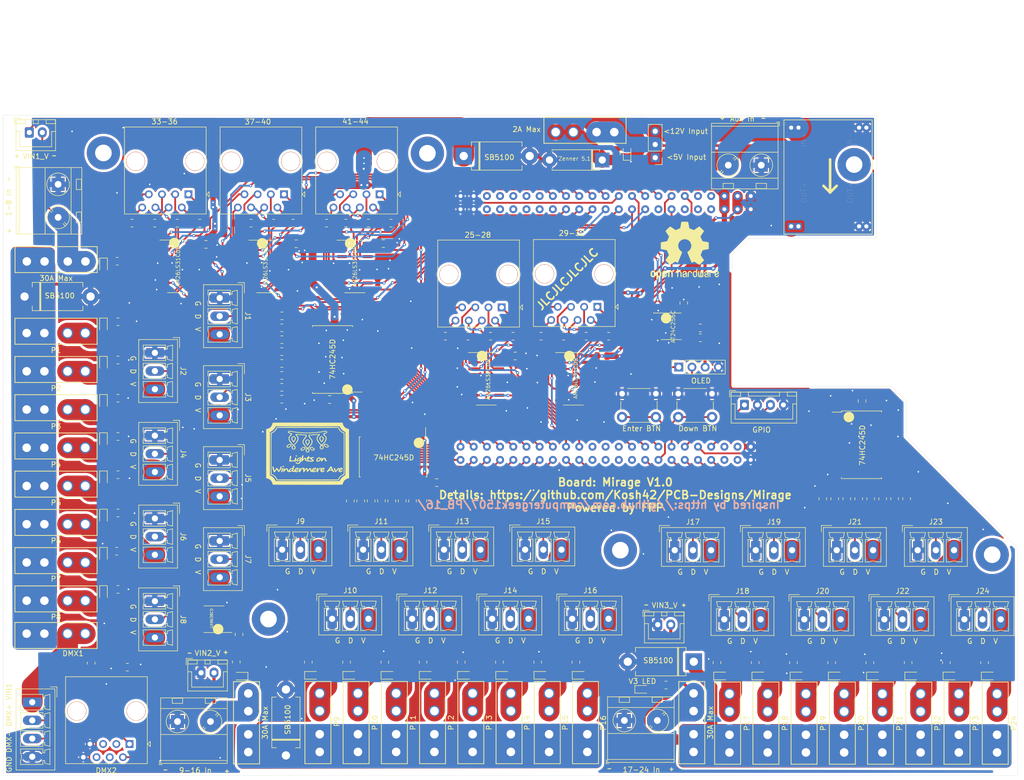
<source format=kicad_pcb>
(kicad_pcb (version 20171130) (host pcbnew "(5.1.9)-1")
  (layers (0 Front signal) (31 Back signal) (34 B.Paste user) (35 F.Paste user) (36 B.SilkS user) (37 F.SilkS user) (38 B.Mask user) (39 F.Mask user) (44 Edge.Cuts user))
  (net 0 "")
  (net 1 GND)
  (net 2 +5V)
  (net 3 +3V3)
  (net 4 "Net-(D2-Pad2)")
  (net 5 "Net-(D3-Pad2)")
  (net 6 "Net-(D4-Pad2)")
  (net 7 VIN1)
  (net 8 VIN2)
  (net 9 "Net-(D9-Pad2)")
  (net 10 "Net-(D9-Pad1)")
  (net 11 "Net-(D10-Pad2)")
  (net 12 "Net-(D10-Pad1)")
  (net 13 "Net-(D11-Pad2)")
  (net 14 "Net-(D11-Pad1)")
  (net 15 "Net-(D12-Pad2)")
  (net 16 "Net-(D12-Pad1)")
  (net 17 "Net-(D13-Pad2)")
  (net 18 "Net-(D13-Pad1)")
  (net 19 "Net-(D14-Pad2)")
  (net 20 "Net-(D14-Pad1)")
  (net 21 "Net-(D15-Pad2)")
  (net 22 "Net-(D15-Pad1)")
  (net 23 "Net-(D16-Pad2)")
  (net 24 "Net-(D16-Pad1)")
  (net 25 "Net-(D17-Pad2)")
  (net 26 "Net-(D17-Pad1)")
  (net 27 "Net-(D18-Pad2)")
  (net 28 "Net-(D18-Pad1)")
  (net 29 "Net-(D19-Pad2)")
  (net 30 "Net-(D19-Pad1)")
  (net 31 "Net-(D20-Pad2)")
  (net 32 "Net-(D20-Pad1)")
  (net 33 "Net-(D21-Pad2)")
  (net 34 "Net-(D21-Pad1)")
  (net 35 "Net-(D22-Pad2)")
  (net 36 "Net-(D22-Pad1)")
  (net 37 "Net-(D23-Pad2)")
  (net 38 "Net-(D23-Pad1)")
  (net 39 "Net-(D24-Pad2)")
  (net 40 "Net-(D24-Pad1)")
  (net 41 "Net-(D25-Pad2)")
  (net 42 "Net-(D25-Pad1)")
  (net 43 "Net-(D26-Pad2)")
  (net 44 "Net-(D26-Pad1)")
  (net 45 "Net-(D27-Pad2)")
  (net 46 "Net-(D27-Pad1)")
  (net 47 "Net-(D28-Pad2)")
  (net 48 "Net-(D28-Pad1)")
  (net 49 "Net-(D29-Pad2)")
  (net 50 "Net-(D29-Pad1)")
  (net 51 "Net-(D30-Pad2)")
  (net 52 "Net-(D30-Pad1)")
  (net 53 "Net-(D31-Pad2)")
  (net 54 "Net-(D31-Pad1)")
  (net 55 "Net-(D32-Pad2)")
  (net 56 "Net-(D32-Pad1)")
  (net 57 "Net-(J1-Pad2)")
  (net 58 "Net-(J2-Pad2)")
  (net 59 "Net-(J3-Pad2)")
  (net 60 "Net-(J4-Pad2)")
  (net 61 "Net-(J5-Pad2)")
  (net 62 "Net-(J6-Pad2)")
  (net 63 "Net-(J7-Pad2)")
  (net 64 "Net-(J8-Pad2)")
  (net 65 "Net-(J9-Pad2)")
  (net 66 "Net-(J10-Pad2)")
  (net 67 "Net-(J11-Pad2)")
  (net 68 "Net-(J12-Pad2)")
  (net 69 "Net-(J13-Pad2)")
  (net 70 "Net-(J14-Pad2)")
  (net 71 "Net-(J15-Pad2)")
  (net 72 "Net-(J16-Pad2)")
  (net 73 "Net-(J17-Pad2)")
  (net 74 "Net-(J18-Pad2)")
  (net 75 "Net-(J19-Pad2)")
  (net 76 "Net-(J20-Pad2)")
  (net 77 "Net-(J21-Pad2)")
  (net 78 "Net-(J22-Pad2)")
  (net 79 "Net-(J23-Pad2)")
  (net 80 "Net-(J24-Pad2)")
  (net 81 I2C_SCL)
  (net 82 I2C_SDA)
  (net 83 "Net-(J34-Pad1)")
  (net 84 "Net-(J34-Pad2)")
  (net 85 "Net-(J34-Pad3)")
  (net 86 "Net-(J34-Pad4)")
  (net 87 "Net-(J34-Pad5)")
  (net 88 "Net-(J34-Pad6)")
  (net 89 "Net-(J34-Pad7)")
  (net 90 "Net-(J34-Pad8)")
  (net 91 "Net-(J35-Pad1)")
  (net 92 "Net-(J35-Pad2)")
  (net 93 "Net-(J35-Pad3)")
  (net 94 "Net-(J35-Pad4)")
  (net 95 "Net-(J35-Pad5)")
  (net 96 "Net-(J35-Pad6)")
  (net 97 "Net-(J35-Pad7)")
  (net 98 "Net-(J35-Pad8)")
  (net 99 "Net-(J36-Pad1)")
  (net 100 "Net-(J36-Pad2)")
  (net 101 "Net-(J36-Pad3)")
  (net 102 "Net-(J36-Pad4)")
  (net 103 "Net-(J36-Pad5)")
  (net 104 "Net-(J36-Pad6)")
  (net 105 "Net-(J36-Pad7)")
  (net 106 "Net-(J36-Pad8)")
  (net 107 "Net-(J37-Pad1)")
  (net 108 "Net-(J37-Pad2)")
  (net 109 "Net-(J37-Pad3)")
  (net 110 "Net-(J37-Pad4)")
  (net 111 "Net-(J37-Pad5)")
  (net 112 "Net-(J37-Pad6)")
  (net 113 "Net-(J37-Pad7)")
  (net 114 "Net-(J37-Pad8)")
  (net 115 "Net-(J38-Pad1)")
  (net 116 "Net-(J38-Pad2)")
  (net 117 "Net-(J38-Pad3)")
  (net 118 "Net-(J38-Pad4)")
  (net 119 "Net-(J38-Pad5)")
  (net 120 "Net-(J38-Pad6)")
  (net 121 "Net-(J38-Pad7)")
  (net 122 "Net-(J38-Pad8)")
  (net 123 "Net-(J40-Pad1)")
  (net 124 "Net-(J40-Pad2)")
  (net 125 "Net-(F29-Pad2)")
  (net 126 GPIO2)
  (net 127 GPIO1)
  (net 128 DATA15)
  (net 129 DATA16)
  (net 130 DATA13)
  (net 131 DATA14)
  (net 132 DATA12)
  (net 133 DATA32)
  (net 134 DATA11)
  (net 135 DATA31)
  (net 136 DATA10)
  (net 137 DATA30)
  (net 138 DATA9)
  (net 139 DATA29)
  (net 140 DATA8)
  (net 141 DATA28)
  (net 142 DATA7)
  (net 143 DATA27)
  (net 144 DATA6)
  (net 145 DATA26)
  (net 146 DATA5)
  (net 147 DATA25)
  (net 148 DATA24)
  (net 149 DATA4)
  (net 150 DATA23)
  (net 151 DATA3)
  (net 152 DATA22)
  (net 153 DATA2)
  (net 154 DATA1)
  (net 155 DATA21)
  (net 156 DATA20)
  (net 157 BTN2)
  (net 158 BTN1)
  (net 159 SER2)
  (net 160 SER1)
  (net 161 DATA43)
  (net 162 DATA44)
  (net 163 DATA42)
  (net 164 DATA39)
  (net 165 DATA41)
  (net 166 DATA40)
  (net 167 DATA38)
  (net 168 DATA35)
  (net 169 DATA36)
  (net 170 DATA34)
  (net 171 DATA33)
  (net 172 DATA37)
  (net 173 DATA19)
  (net 174 DATA17)
  (net 175 DATA18)
  (net 176 "Net-(R1-Pad2)")
  (net 177 "Net-(R2-Pad2)")
  (net 178 "Net-(R3-Pad2)")
  (net 179 "Net-(R4-Pad2)")
  (net 180 "Net-(R5-Pad2)")
  (net 181 "Net-(R6-Pad2)")
  (net 182 "Net-(R7-Pad2)")
  (net 183 "Net-(R8-Pad2)")
  (net 184 "Net-(R9-Pad2)")
  (net 185 "Net-(R10-Pad2)")
  (net 186 "Net-(R11-Pad2)")
  (net 187 "Net-(R12-Pad2)")
  (net 188 "Net-(R13-Pad2)")
  (net 189 "Net-(R14-Pad2)")
  (net 190 "Net-(R15-Pad2)")
  (net 191 "Net-(R16-Pad2)")
  (net 192 "Net-(R17-Pad2)")
  (net 193 "Net-(R18-Pad2)")
  (net 194 "Net-(R19-Pad2)")
  (net 195 "Net-(R20-Pad2)")
  (net 196 "Net-(R21-Pad2)")
  (net 197 "Net-(R22-Pad2)")
  (net 198 "Net-(R23-Pad2)")
  (net 199 "Net-(R24-Pad2)")
  (net 200 VIN3)
  (net 201 "Net-(J41-Pad3)")
  (net 202 "Net-(J41-Pad2)")
  (net 203 "Net-(D1-Pad1)")
  (net 204 V5)
  (net 205 Buck)
  (net 206 Aux_In)
  (net 207 "Net-(J40-Pad3)")
  (net 208 "Net-(J40-Pad4)")
  (net 209 "Net-(J40-Pad5)")
  (net 210 "Net-(J40-Pad6)")
  (net 211 "Net-(U11-PadP9_42)")
  (net 212 "Net-(U11-PadP9_41)")
  (net 213 "Net-(U11-PadP9_40)")
  (net 214 "Net-(U11-PadP9_39)")
  (net 215 "Net-(U11-PadP9_38)")
  (net 216 "Net-(U11-PadP9_37)")
  (net 217 "Net-(U11-PadP9_36)")
  (net 218 "Net-(U11-PadP9_35)")
  (net 219 "Net-(U11-PadP9_34)")
  (net 220 "Net-(U11-PadP9_33)")
  (net 221 "Net-(U11-PadP9_32)")
  (net 222 "Net-(U11-PadP9_16)")
  (net 223 "Net-(U11-PadP9_12)")
  (net 224 "Net-(U11-PadP9_10)")
  (net 225 "Net-(U11-PadP9_9)")
  (net 226 "Net-(U11-PadP9_8)")
  (net 227 "Net-(U11-PadP9_7)")
  (net 228 "Net-(U11-PadP8_26)")
  (net 229 "Net-(U11-PadP8_25)")
  (net 230 "Net-(U11-PadP8_24)")
  (net 231 "Net-(U11-PadP8_23)")
  (net 232 "Net-(U11-PadP8_22)")
  (net 233 "Net-(U11-PadP8_21)")
  (net 234 "Net-(U11-PadP8_20)")
  (net 235 "Net-(U11-PadP8_6)")
  (net 236 "Net-(U11-PadP8_5)")
  (net 237 "Net-(U11-PadP8_4)")
  (net 238 "Net-(U11-PadP8_3)")
  (net 239 V1)
  (net 240 V2)
  (net 241 V3)
  (module 3544again:logo1612 (layer Front) (at 115.5 92.98)
    (fp_text reference G*** hide)
    (fp_text value LOGO hide)
  )
  (module Symbol:OSHW-Logo2_14.6x12mm_SilkScreen (layer Front) (at 188.13 53.9)
    (fp_text reference REF** hide)
    (fp_text value OSHW-Logo2_14.6x12mm_SilkScreen hide)
  )
  (module Logos:PhoenixContact_MCV_1,5_3-G-3.5_1x03_P3.50mm_Vertical_Tim (layer Front) (at 98.585 63.03 270)
    (fp_text reference J1 (at 3.5 -5.45 270 unlocked) (layer F.SilkS))
    (fp_text value "G  D  V" (at 3.5 4.2 270 unlocked) (layer F.SilkS))
    (pad 3 thru_hole oval (at 7 0 270) (size 1.8 3.6) (drill 1.2) (layers *.Cu *.Mask) (net 9 "Net-(D9-Pad2)"))
    (pad 2 thru_hole oval (at 3.5 0 270) (size 1.8 3.6) (drill 1.2) (layers *.Cu *.Mask) (net 57 "Net-(J1-Pad2)"))
    (pad 1 thru_hole roundrect (at 0 0 270) (size 1.8 3.6) (drill 1.2) (layers *.Cu *.Mask) (roundrect_rratio 0.1388888888888889) (net 1 GND))
  )
  (module Logos:PhoenixContact_MCV_1,5_3-G-3.5_1x03_P3.50mm_Vertical_Tim (layer Front) (at 86.11 73.59 270)
    (fp_text reference J2 (at 3.5 -5.45 270 unlocked) (layer F.SilkS))
    (fp_text value "G  D  V" (at 3.5 4.2 270 unlocked) (layer F.SilkS))
    (pad 3 thru_hole oval (at 7 0 270) (size 1.8 3.6) (drill 1.2) (layers *.Cu *.Mask) (net 11 "Net-(D10-Pad2)"))
    (pad 2 thru_hole oval (at 3.5 0 270) (size 1.8 3.6) (drill 1.2) (layers *.Cu *.Mask) (net 58 "Net-(J2-Pad2)"))
    (pad 1 thru_hole roundrect (at 0 0 270) (size 1.8 3.6) (drill 1.2) (layers *.Cu *.Mask) (roundrect_rratio 0.1388888888888889) (net 1 GND))
  )
  (module Logos:PhoenixContact_MCV_1,5_3-G-3.5_1x03_P3.50mm_Vertical_Tim (layer Front) (at 98.585 78.621666 270)
    (fp_text reference J3 (at 3.5 -5.45 270 unlocked) (layer F.SilkS))
    (fp_text value "G  D  V" (at 3.5 4.2 270 unlocked) (layer F.SilkS))
    (pad 3 thru_hole oval (at 7 0 270) (size 1.8 3.6) (drill 1.2) (layers *.Cu *.Mask) (net 13 "Net-(D11-Pad2)"))
    (pad 2 thru_hole oval (at 3.5 0 270) (size 1.8 3.6) (drill 1.2) (layers *.Cu *.Mask) (net 59 "Net-(J3-Pad2)"))
    (pad 1 thru_hole roundrect (at 0 0 270) (size 1.8 3.6) (drill 1.2) (layers *.Cu *.Mask) (roundrect_rratio 0.1388888888888889) (net 1 GND))
  )
  (module Logos:PhoenixContact_MCV_1,5_3-G-3.5_1x03_P3.50mm_Vertical_Tim (layer Front) (at 86.11 89.528333 270)
    (fp_text reference J4 (at 3.5 -5.45 270 unlocked) (layer F.SilkS))
    (fp_text value "G  D  V" (at 3.5 4.2 270 unlocked) (layer F.SilkS))
    (pad 3 thru_hole oval (at 7 0 270) (size 1.8 3.6) (drill 1.2) (layers *.Cu *.Mask) (net 15 "Net-(D12-Pad2)"))
    (pad 2 thru_hole oval (at 3.5 0 270) (size 1.8 3.6) (drill 1.2) (layers *.Cu *.Mask) (net 60 "Net-(J4-Pad2)"))
    (pad 1 thru_hole roundrect (at 0 0 270) (size 1.8 3.6) (drill 1.2) (layers *.Cu *.Mask) (roundrect_rratio 0.1388888888888889) (net 1 GND))
  )
  (module Logos:PhoenixContact_MCV_1,5_3-G-3.5_1x03_P3.50mm_Vertical_Tim (layer Front) (at 98.585 94.213332 270)
    (fp_text reference J5 (at 3.5 -5.45 270 unlocked) (layer F.SilkS))
    (fp_text value "G  D  V" (at 3.5 4.2 270 unlocked) (layer F.SilkS))
    (pad 3 thru_hole oval (at 7 0 270) (size 1.8 3.6) (drill 1.2) (layers *.Cu *.Mask) (net 17 "Net-(D13-Pad2)"))
    (pad 2 thru_hole oval (at 3.5 0 270) (size 1.8 3.6) (drill 1.2) (layers *.Cu *.Mask) (net 61 "Net-(J5-Pad2)"))
    (pad 1 thru_hole roundrect (at 0 0 270) (size 1.8 3.6) (drill 1.2) (layers *.Cu *.Mask) (roundrect_rratio 0.1388888888888889) (net 1 GND))
  )
  (module Logos:PhoenixContact_MCV_1,5_3-G-3.5_1x03_P3.50mm_Vertical_Tim (layer Front) (at 86.11 105.466666 270)
    (fp_text reference J6 (at 3.5 -5.45 270 unlocked) (layer F.SilkS))
    (fp_text value "G  D  V" (at 3.5 4.2 270 unlocked) (layer F.SilkS))
    (pad 3 thru_hole oval (at 7 0 270) (size 1.8 3.6) (drill 1.2) (layers *.Cu *.Mask) (net 19 "Net-(D14-Pad2)"))
    (pad 2 thru_hole oval (at 3.5 0 270) (size 1.8 3.6) (drill 1.2) (layers *.Cu *.Mask) (net 62 "Net-(J6-Pad2)"))
    (pad 1 thru_hole roundrect (at 0 0 270) (size 1.8 3.6) (drill 1.2) (layers *.Cu *.Mask) (roundrect_rratio 0.1388888888888889) (net 1 GND))
  )
  (module Logos:PhoenixContact_MCV_1,5_3-G-3.5_1x03_P3.50mm_Vertical_Tim (layer Front) (at 98.585 109.805 270)
    (fp_text reference J7 (at 3.5 -5.45 270 unlocked) (layer F.SilkS))
    (fp_text value "G  D  V" (at 3.5 4.2 270 unlocked) (layer F.SilkS))
    (pad 3 thru_hole oval (at 7 0 270) (size 1.8 3.6) (drill 1.2) (layers *.Cu *.Mask) (net 21 "Net-(D15-Pad2)"))
    (pad 2 thru_hole oval (at 3.5 0 270) (size 1.8 3.6) (drill 1.2) (layers *.Cu *.Mask) (net 63 "Net-(J7-Pad2)"))
    (pad 1 thru_hole roundrect (at 0 0 270) (size 1.8 3.6) (drill 1.2) (layers *.Cu *.Mask) (roundrect_rratio 0.1388888888888889) (net 1 GND))
  )
  (module Logos:PhoenixContact_MCV_1,5_3-G-3.5_1x03_P3.50mm_Vertical_Tim (layer Front) (at 86.11 121.405 270)
    (fp_text reference J8 (at 3.5 -5.45 270 unlocked) (layer F.SilkS))
    (fp_text value "G  D  V" (at 3.5 4.2 270 unlocked) (layer F.SilkS))
    (pad 3 thru_hole oval (at 7 0 270) (size 1.8 3.6) (drill 1.2) (layers *.Cu *.Mask) (net 23 "Net-(D16-Pad2)"))
    (pad 2 thru_hole oval (at 3.5 0 270) (size 1.8 3.6) (drill 1.2) (layers *.Cu *.Mask) (net 64 "Net-(J8-Pad2)"))
    (pad 1 thru_hole roundrect (at 0 0 270) (size 1.8 3.6) (drill 1.2) (layers *.Cu *.Mask) (roundrect_rratio 0.1388888888888889) (net 1 GND))
  )
  (module Logos:PhoenixContact_MCV_1,5_3-G-3.5_1x03_P3.50mm_Vertical_Tim (layer Front) (at 110.62 111.485)
    (fp_text reference J9 (at 3.5 -5.45) (layer F.SilkS))
    (fp_text value "G  D  V" (at 3.5 4.2) (layer F.SilkS))
    (pad 3 thru_hole oval (at 7 0) (size 1.8 3.6) (drill 1.2) (layers *.Cu *.Mask) (net 25 "Net-(D17-Pad2)"))
    (pad 2 thru_hole oval (at 3.5 0) (size 1.8 3.6) (drill 1.2) (layers *.Cu *.Mask) (net 65 "Net-(J9-Pad2)"))
    (pad 1 thru_hole roundrect (at 0 0) (size 1.8 3.6) (drill 1.2) (layers *.Cu *.Mask) (roundrect_rratio 0.1388888888888889) (net 1 GND))
  )
  (module Logos:PhoenixContact_MCV_1,5_3-G-3.5_1x03_P3.50mm_Vertical_Tim (layer Front) (at 120.23 124.8)
    (fp_text reference J10 (at 3.5 -5.45) (layer F.SilkS))
    (fp_text value "G  D  V" (at 3.5 4.2) (layer F.SilkS))
    (pad 3 thru_hole oval (at 7 0) (size 1.8 3.6) (drill 1.2) (layers *.Cu *.Mask) (net 27 "Net-(D18-Pad2)"))
    (pad 2 thru_hole oval (at 3.5 0) (size 1.8 3.6) (drill 1.2) (layers *.Cu *.Mask) (net 66 "Net-(J10-Pad2)"))
    (pad 1 thru_hole roundrect (at 0 0) (size 1.8 3.6) (drill 1.2) (layers *.Cu *.Mask) (roundrect_rratio 0.1388888888888889) (net 1 GND))
  )
  (module Logos:PhoenixContact_MCV_1,5_3-G-3.5_1x03_P3.50mm_Vertical_Tim (layer Front) (at 126.211666 111.485)
    (fp_text reference J11 (at 3.5 -5.45) (layer F.SilkS))
    (fp_text value "G  D  V" (at 3.5 4.2) (layer F.SilkS))
    (pad 3 thru_hole oval (at 7 0) (size 1.8 3.6) (drill 1.2) (layers *.Cu *.Mask) (net 29 "Net-(D19-Pad2)"))
    (pad 2 thru_hole oval (at 3.5 0) (size 1.8 3.6) (drill 1.2) (layers *.Cu *.Mask) (net 67 "Net-(J11-Pad2)"))
    (pad 1 thru_hole roundrect (at 0 0) (size 1.8 3.6) (drill 1.2) (layers *.Cu *.Mask) (roundrect_rratio 0.1388888888888889) (net 1 GND))
  )
  (module Logos:PhoenixContact_MCV_1,5_3-G-3.5_1x03_P3.50mm_Vertical_Tim (layer Front) (at 135.638333 124.8)
    (fp_text reference J12 (at 3.5 -5.45) (layer F.SilkS))
    (fp_text value "G  D  V" (at 3.5 4.2) (layer F.SilkS))
    (pad 3 thru_hole oval (at 7 0) (size 1.8 3.6) (drill 1.2) (layers *.Cu *.Mask) (net 31 "Net-(D20-Pad2)"))
    (pad 2 thru_hole oval (at 3.5 0) (size 1.8 3.6) (drill 1.2) (layers *.Cu *.Mask) (net 68 "Net-(J12-Pad2)"))
    (pad 1 thru_hole roundrect (at 0 0) (size 1.8 3.6) (drill 1.2) (layers *.Cu *.Mask) (roundrect_rratio 0.1388888888888889) (net 1 GND))
  )
  (module Logos:PhoenixContact_MCV_1,5_3-G-3.5_1x03_P3.50mm_Vertical_Tim (layer Front) (at 141.783332 111.485)
    (fp_text reference J13 (at 3.5 -5.45) (layer F.SilkS))
    (fp_text value "G  D  V" (at 3.5 4.2) (layer F.SilkS))
    (pad 3 thru_hole oval (at 7 0) (size 1.8 3.6) (drill 1.2) (layers *.Cu *.Mask) (net 33 "Net-(D21-Pad2)"))
    (pad 2 thru_hole oval (at 3.5 0) (size 1.8 3.6) (drill 1.2) (layers *.Cu *.Mask) (net 69 "Net-(J13-Pad2)"))
    (pad 1 thru_hole roundrect (at 0 0) (size 1.8 3.6) (drill 1.2) (layers *.Cu *.Mask) (roundrect_rratio 0.1388888888888889) (net 1 GND))
  )
  (module Logos:PhoenixContact_MCV_1,5_3-G-3.5_1x03_P3.50mm_Vertical_Tim (layer Front) (at 151.046666 124.8)
    (fp_text reference J14 (at 3.5 -5.45) (layer F.SilkS))
    (fp_text value "G  D  V" (at 3.5 4.2) (layer F.SilkS))
    (pad 3 thru_hole oval (at 7 0) (size 1.8 3.6) (drill 1.2) (layers *.Cu *.Mask) (net 35 "Net-(D22-Pad2)"))
    (pad 2 thru_hole oval (at 3.5 0) (size 1.8 3.6) (drill 1.2) (layers *.Cu *.Mask) (net 70 "Net-(J14-Pad2)"))
    (pad 1 thru_hole roundrect (at 0 0) (size 1.8 3.6) (drill 1.2) (layers *.Cu *.Mask) (roundrect_rratio 0.1388888888888889) (net 1 GND))
  )
  (module Logos:PhoenixContact_MCV_1,5_3-G-3.5_1x03_P3.50mm_Vertical_Tim (layer Front) (at 157.395 111.485)
    (fp_text reference J15 (at 3.5 -5.45) (layer F.SilkS))
    (fp_text value "G  D  V" (at 3.5 4.2) (layer F.SilkS))
    (pad 3 thru_hole oval (at 7 0) (size 1.8 3.6) (drill 1.2) (layers *.Cu *.Mask) (net 37 "Net-(D23-Pad2)"))
    (pad 2 thru_hole oval (at 3.5 0) (size 1.8 3.6) (drill 1.2) (layers *.Cu *.Mask) (net 71 "Net-(J15-Pad2)"))
    (pad 1 thru_hole roundrect (at 0 0) (size 1.8 3.6) (drill 1.2) (layers *.Cu *.Mask) (roundrect_rratio 0.1388888888888889) (net 1 GND))
  )
  (module Logos:PhoenixContact_MCV_1,5_3-G-3.5_1x03_P3.50mm_Vertical_Tim (layer Front) (at 166.455 124.8)
    (fp_text reference J16 (at 3.5 -5.45) (layer F.SilkS))
    (fp_text value "G  D  V" (at 3.5 4.2) (layer F.SilkS))
    (pad 3 thru_hole oval (at 7 0) (size 1.8 3.6) (drill 1.2) (layers *.Cu *.Mask) (net 39 "Net-(D24-Pad2)"))
    (pad 2 thru_hole oval (at 3.5 0) (size 1.8 3.6) (drill 1.2) (layers *.Cu *.Mask) (net 72 "Net-(J16-Pad2)"))
    (pad 1 thru_hole roundrect (at 0 0) (size 1.8 3.6) (drill 1.2) (layers *.Cu *.Mask) (roundrect_rratio 0.1388888888888889) (net 1 GND))
  )
  (module Logos:PhoenixContact_MCV_1,5_3-G-3.5_1x03_P3.50mm_Vertical_Tim (layer Front) (at 186.2 111.585)
    (fp_text reference J17 (at 3.5 -5.45) (layer F.SilkS))
    (fp_text value "G  D  V" (at 3.5 4.2) (layer F.SilkS))
    (pad 3 thru_hole oval (at 7 0) (size 1.8 3.6) (drill 1.2) (layers *.Cu *.Mask) (net 41 "Net-(D25-Pad2)"))
    (pad 2 thru_hole oval (at 3.5 0) (size 1.8 3.6) (drill 1.2) (layers *.Cu *.Mask) (net 73 "Net-(J17-Pad2)"))
    (pad 1 thru_hole roundrect (at 0 0) (size 1.8 3.6) (drill 1.2) (layers *.Cu *.Mask) (roundrect_rratio 0.1388888888888889) (net 1 GND))
  )
  (module Logos:PhoenixContact_MCV_1,5_3-G-3.5_1x03_P3.50mm_Vertical_Tim (layer Front) (at 195.74 124.9)
    (fp_text reference J18 (at 3.5 -5.45) (layer F.SilkS))
    (fp_text value "G  D  V" (at 3.5 4.2) (layer F.SilkS))
    (pad 3 thru_hole oval (at 7 0) (size 1.8 3.6) (drill 1.2) (layers *.Cu *.Mask) (net 43 "Net-(D26-Pad2)"))
    (pad 2 thru_hole oval (at 3.5 0) (size 1.8 3.6) (drill 1.2) (layers *.Cu *.Mask) (net 74 "Net-(J18-Pad2)"))
    (pad 1 thru_hole roundrect (at 0 0) (size 1.8 3.6) (drill 1.2) (layers *.Cu *.Mask) (roundrect_rratio 0.1388888888888889) (net 1 GND))
  )
  (module Logos:PhoenixContact_MCV_1,5_3-G-3.5_1x03_P3.50mm_Vertical_Tim (layer Front) (at 201.791666 111.585)
    (fp_text reference J19 (at 3.5 -5.45) (layer F.SilkS))
    (fp_text value "G  D  V" (at 3.5 4.2) (layer F.SilkS))
    (pad 3 thru_hole oval (at 7 0) (size 1.8 3.6) (drill 1.2) (layers *.Cu *.Mask) (net 45 "Net-(D27-Pad2)"))
    (pad 2 thru_hole oval (at 3.5 0) (size 1.8 3.6) (drill 1.2) (layers *.Cu *.Mask) (net 75 "Net-(J19-Pad2)"))
    (pad 1 thru_hole roundrect (at 0 0) (size 1.8 3.6) (drill 1.2) (layers *.Cu *.Mask) (roundrect_rratio 0.1388888888888889) (net 1 GND))
  )
  (module Logos:PhoenixContact_MCV_1,5_3-G-3.5_1x03_P3.50mm_Vertical_Tim (layer Front) (at 211.148333 124.9)
    (fp_text reference J20 (at 3.5 -5.45) (layer F.SilkS))
    (fp_text value "G  D  V" (at 3.5 4.2) (layer F.SilkS))
    (pad 3 thru_hole oval (at 7 0) (size 1.8 3.6) (drill 1.2) (layers *.Cu *.Mask) (net 47 "Net-(D28-Pad2)"))
    (pad 2 thru_hole oval (at 3.5 0) (size 1.8 3.6) (drill 1.2) (layers *.Cu *.Mask) (net 76 "Net-(J20-Pad2)"))
    (pad 1 thru_hole roundrect (at 0 0) (size 1.8 3.6) (drill 1.2) (layers *.Cu *.Mask) (roundrect_rratio 0.1388888888888889) (net 1 GND))
  )
  (module Logos:PhoenixContact_MCV_1,5_3-G-3.5_1x03_P3.50mm_Vertical_Tim (layer Front) (at 217.383332 111.585)
    (fp_text reference J21 (at 3.5 -5.45) (layer F.SilkS))
    (fp_text value "G  D  V" (at 3.5 4.2) (layer F.SilkS))
    (pad 3 thru_hole oval (at 7 0) (size 1.8 3.6) (drill 1.2) (layers *.Cu *.Mask) (net 49 "Net-(D29-Pad2)"))
    (pad 2 thru_hole oval (at 3.5 0) (size 1.8 3.6) (drill 1.2) (layers *.Cu *.Mask) (net 77 "Net-(J21-Pad2)"))
    (pad 1 thru_hole roundrect (at 0 0) (size 1.8 3.6) (drill 1.2) (layers *.Cu *.Mask) (roundrect_rratio 0.1388888888888889) (net 1 GND))
  )
  (module Logos:PhoenixContact_MCV_1,5_3-G-3.5_1x03_P3.50mm_Vertical_Tim (layer Front) (at 226.556666 124.9)
    (fp_text reference J22 (at 3.5 -5.45) (layer F.SilkS))
    (fp_text value "G  D  V" (at 3.5 4.2) (layer F.SilkS))
    (pad 3 thru_hole oval (at 7 0) (size 1.8 3.6) (drill 1.2) (layers *.Cu *.Mask) (net 51 "Net-(D30-Pad2)"))
    (pad 2 thru_hole oval (at 3.5 0) (size 1.8 3.6) (drill 1.2) (layers *.Cu *.Mask) (net 78 "Net-(J22-Pad2)"))
    (pad 1 thru_hole roundrect (at 0 0) (size 1.8 3.6) (drill 1.2) (layers *.Cu *.Mask) (roundrect_rratio 0.1388888888888889) (net 1 GND))
  )
  (module Logos:PhoenixContact_MCV_1,5_3-G-3.5_1x03_P3.50mm_Vertical_Tim (layer Front) (at 232.975 111.585)
    (fp_text reference J23 (at 3.5 -5.45) (layer F.SilkS))
    (fp_text value "G  D  V" (at 3.5 4.2) (layer F.SilkS))
    (pad 3 thru_hole oval (at 7 0) (size 1.8 3.6) (drill 1.2) (layers *.Cu *.Mask) (net 53 "Net-(D31-Pad2)"))
    (pad 2 thru_hole oval (at 3.5 0) (size 1.8 3.6) (drill 1.2) (layers *.Cu *.Mask) (net 79 "Net-(J23-Pad2)"))
    (pad 1 thru_hole roundrect (at 0 0) (size 1.8 3.6) (drill 1.2) (layers *.Cu *.Mask) (roundrect_rratio 0.1388888888888889) (net 1 GND))
  )
  (module Logos:PhoenixContact_MCV_1,5_3-G-3.5_1x03_P3.50mm_Vertical_Tim (layer Front) (at 241.965 124.9)
    (fp_text reference J24 (at 3.5 -5.45) (layer F.SilkS))
    (fp_text value "G  D  V" (at 3.5 4.2) (layer F.SilkS))
    (pad 3 thru_hole oval (at 7 0) (size 1.8 3.6) (drill 1.2) (layers *.Cu *.Mask) (net 55 "Net-(D32-Pad2)"))
    (pad 2 thru_hole oval (at 3.5 0) (size 1.8 3.6) (drill 1.2) (layers *.Cu *.Mask) (net 80 "Net-(J24-Pad2)"))
    (pad 1 thru_hole roundrect (at 0 0) (size 1.8 3.6) (drill 1.2) (layers *.Cu *.Mask) (roundrect_rratio 0.1388888888888889) (net 1 GND))
  )
  (module MP1584:DC-BRICK (layer Front) (at 207.22 28.73 270)
    (fp_text reference U10 (at 0 0 90) (layer F.SilkS) (effects (font (size 0.787402 0.787402) (thickness 0.015))))
    (fp_text value MP1584)
    (fp_text user OUT- (at 13.97 -12.7 90) (layer F.SilkS) (effects (font (thickness 0.015))))
    (fp_text user OUT+ (at 13.97 -3.81 90) (layer F.SilkS) (effects (font (thickness 0.015))))
    (fp_text user IN- (at 3.81 -12.7 90) (layer F.SilkS) (effects (font (thickness 0.015))))
    (fp_text user IN+ (at 3.81 -3.81 90) (layer F.SilkS) (effects (font (thickness 0.015))))
    (pad OUT2+ thru_hole rect (at 20.5 -2.8 270) (size 1.308 1.308) (drill 0.8) (layers *.Cu *.Mask) (net 205 Buck))
    (pad OUT1+ thru_hole rect (at 20.5 -1.4 270) (size 1.308 1.308) (drill 0.8) (layers *.Cu *.Mask) (net 205 Buck))
    (pad OUT1 thru_hole rect (at 20.5 -14.47 270) (size 1.308 1.308) (drill 0.8) (layers *.Cu *.Mask) (net 1 GND))
    (pad OUT2 thru_hole rect (at 20.5 -15.87 270) (size 1.308 1.308) (drill 0.8) (layers *.Cu *.Mask) (net 1 GND))
    (pad IN1 thru_hole rect (at 1.5 -14.47 270) (size 1.308 1.308) (drill 0.8) (layers *.Cu *.Mask) (net 1 GND))
    (pad IN2 thru_hole rect (at 1.5 -15.87 270) (size 1.308 1.308) (drill 0.8) (layers *.Cu *.Mask) (net 1 GND))
    (pad IN2+ thru_hole rect (at 1.5 -2.8 270) (size 1.308 1.308) (drill 0.8) (layers *.Cu *.Mask) (net 206 Aux_In))
    (pad IN1+ thru_hole rect (at 1.5 -1.4 270) (size 1.308 1.308) (drill 0.8) (layers *.Cu *.Mask) (net 206 Aux_In))
  )
  (module Connector_RJ:RJ45_OST_PJ012-8P8CX_Vertical (layer Front) (at 110.9725 43.06 180)
    (fp_text reference J37)
    (fp_text value 37-40 (at 5.035 13.96) (layer F.SilkS))
    (pad "" np_thru_hole circle (at 10.16 6.35 180) (size 3.65 3.65) (drill 3.45) (layers *.Cu *.SilkS *.Mask))
    (pad "" np_thru_hole circle (at -1.27 6.35 180) (size 3.65 3.65) (drill 3.45) (layers *.Cu *.SilkS *.Mask))
    (pad 1 thru_hole rect (at 0 0 180) (size 1.5 1.5) (drill 0.9) (layers *.Cu *.Mask) (net 107 "Net-(J37-Pad1)"))
    (pad 2 thru_hole circle (at 1.27 -2.54 180) (size 1.5 1.5) (drill 0.9) (layers *.Cu *.Mask) (net 108 "Net-(J37-Pad2)"))
    (pad 3 thru_hole circle (at 2.54 0 180) (size 1.5 1.5) (drill 0.9) (layers *.Cu *.Mask) (net 109 "Net-(J37-Pad3)"))
    (pad 4 thru_hole circle (at 3.81 -2.54 180) (size 1.5 1.5) (drill 0.9) (layers *.Cu *.Mask) (net 110 "Net-(J37-Pad4)"))
    (pad 5 thru_hole circle (at 5.08 0 180) (size 1.5 1.5) (drill 0.9) (layers *.Cu *.Mask) (net 111 "Net-(J37-Pad5)"))
    (pad 6 thru_hole circle (at 6.35 -2.54 180) (size 1.5 1.5) (drill 0.9) (layers *.Cu *.Mask) (net 112 "Net-(J37-Pad6)"))
    (pad 7 thru_hole circle (at 7.62 0 180) (size 1.5 1.5) (drill 0.9) (layers *.Cu *.Mask) (net 113 "Net-(J37-Pad7)"))
    (pad 8 thru_hole circle (at 8.89 -2.54 180) (size 1.5 1.5) (drill 0.9) (layers *.Cu *.Mask) (net 114 "Net-(J37-Pad8)"))
  )
  (module 3544again:3544-2 (layer Front) (at 189.83 139.15 270)
    (fp_text reference F27)
    (fp_text value "30A Max" (at 5.641 -3.2302 270) (layer F.SilkS))
    (pad 2 thru_hole circle (at 11.282004 0 270) (size 2.159 2.159) (drill 1.651) (layers *.Cu *.Mask) (net 200 VIN3))
    (pad 2 thru_hole circle (at 7.876002 0 270) (size 2.159 2.159) (drill 1.651) (layers *.Cu *.Mask) (net 200 VIN3))
    (pad 1 thru_hole circle (at 3.406001 0 270) (size 2.159 2.159) (drill 1.651) (layers *.Cu *.Mask) (net 241 V3))
    (pad 1 thru_hole circle (at 0 0 270) (size 2.159 2.159) (drill 1.651) (layers *.Cu *.Mask) (net 241 V3))
  )
  (module 3544again:3544-2 (layer Front) (at 104.1 139.17 270)
    (fp_text reference F26)
    (fp_text value "30A Max" (at 5.641 -3.2302 270) (layer F.SilkS))
    (pad 2 thru_hole circle (at 11.282004 0 270) (size 2.159 2.159) (drill 1.651) (layers *.Cu *.Mask) (net 8 VIN2))
    (pad 2 thru_hole circle (at 7.876002 0 270) (size 2.159 2.159) (drill 1.651) (layers *.Cu *.Mask) (net 8 VIN2))
    (pad 1 thru_hole circle (at 3.406001 0 270) (size 2.159 2.159) (drill 1.651) (layers *.Cu *.Mask) (net 240 V2))
    (pad 1 thru_hole circle (at 0 0 270) (size 2.159 2.159) (drill 1.651) (layers *.Cu *.Mask) (net 240 V2))
  )
  (module 3544again:3544-2 (layer Front) (at 72.74 55.99 180)
    (fp_text reference F25)
    (fp_text value "30A Max" (at 5.641 -3.2302 180) (layer F.SilkS))
    (pad 2 thru_hole circle (at 11.282004 0 180) (size 2.159 2.159) (drill 1.651) (layers *.Cu *.Mask) (net 7 VIN1))
    (pad 2 thru_hole circle (at 7.876002 0 180) (size 2.159 2.159) (drill 1.651) (layers *.Cu *.Mask) (net 7 VIN1))
    (pad 1 thru_hole circle (at 3.406001 0 180) (size 2.159 2.159) (drill 1.651) (layers *.Cu *.Mask) (net 239 V1))
    (pad 1 thru_hole circle (at 0 0 180) (size 2.159 2.159) (drill 1.651) (layers *.Cu *.Mask) (net 239 V1))
  )
  (module BEAGLEBONEBLACK:MODULE_BEAGLEBONEBLACK (layer Front) (at 177.34 68.8 180)
    (fp_text reference U11)
    (fp_text value BEAGLEBONEBLACK)
    (pad P9_46 thru_hole circle (at 32.385 22.86 180) (size 1.524 1.524) (drill 0.762) (layers *.Cu *.Mask) (net 1 GND))
    (pad P9_45 thru_hole circle (at 32.385 25.4 180) (size 1.524 1.524) (drill 0.762) (layers *.Cu *.Mask) (net 1 GND))
    (pad P9_44 thru_hole circle (at 29.845 22.86 180) (size 1.524 1.524) (drill 0.762) (layers *.Cu *.Mask) (net 1 GND))
    (pad P9_43 thru_hole circle (at 29.845 25.4 180) (size 1.524 1.524) (drill 0.762) (layers *.Cu *.Mask) (net 1 GND))
    (pad P9_42 thru_hole circle (at 27.305 22.86 180) (size 1.524 1.524) (drill 0.762) (layers *.Cu *.Mask) (net 211 "Net-(U11-PadP9_42)"))
    (pad P9_41 thru_hole circle (at 27.305 25.4 180) (size 1.524 1.524) (drill 0.762) (layers *.Cu *.Mask) (net 212 "Net-(U11-PadP9_41)"))
    (pad P9_40 thru_hole circle (at 24.765 22.86 180) (size 1.524 1.524) (drill 0.762) (layers *.Cu *.Mask) (net 213 "Net-(U11-PadP9_40)"))
    (pad P9_39 thru_hole circle (at 24.765 25.4 180) (size 1.524 1.524) (drill 0.762) (layers *.Cu *.Mask) (net 214 "Net-(U11-PadP9_39)"))
    (pad P9_38 thru_hole circle (at 22.225 22.86 180) (size 1.524 1.524) (drill 0.762) (layers *.Cu *.Mask) (net 215 "Net-(U11-PadP9_38)"))
    (pad P9_37 thru_hole circle (at 22.225 25.4 180) (size 1.524 1.524) (drill 0.762) (layers *.Cu *.Mask) (net 216 "Net-(U11-PadP9_37)"))
    (pad P9_36 thru_hole circle (at 19.685 22.86 180) (size 1.524 1.524) (drill 0.762) (layers *.Cu *.Mask) (net 217 "Net-(U11-PadP9_36)"))
    (pad P9_35 thru_hole circle (at 19.685 25.4 180) (size 1.524 1.524) (drill 0.762) (layers *.Cu *.Mask) (net 218 "Net-(U11-PadP9_35)"))
    (pad P9_34 thru_hole circle (at 17.145 22.86 180) (size 1.524 1.524) (drill 0.762) (layers *.Cu *.Mask) (net 219 "Net-(U11-PadP9_34)"))
    (pad P9_33 thru_hole circle (at 17.145 25.4 180) (size 1.524 1.524) (drill 0.762) (layers *.Cu *.Mask) (net 220 "Net-(U11-PadP9_33)"))
    (pad P9_32 thru_hole circle (at 14.605 22.86 180) (size 1.524 1.524) (drill 0.762) (layers *.Cu *.Mask) (net 221 "Net-(U11-PadP9_32)"))
    (pad P9_31 thru_hole circle (at 14.605 25.4 180) (size 1.524 1.524) (drill 0.762) (layers *.Cu *.Mask) (net 161 DATA43))
    (pad P9_30 thru_hole circle (at 12.065 22.86 180) (size 1.524 1.524) (drill 0.762) (layers *.Cu *.Mask) (net 166 DATA40))
    (pad P9_29 thru_hole circle (at 12.065 25.4 180) (size 1.524 1.524) (drill 0.762) (layers *.Cu *.Mask) (net 163 DATA42))
    (pad P9_28 thru_hole circle (at 9.525 22.86 180) (size 1.524 1.524) (drill 0.762) (layers *.Cu *.Mask) (net 162 DATA44))
    (pad P9_27 thru_hole circle (at 9.525 25.4 180) (size 1.524 1.524) (drill 0.762) (layers *.Cu *.Mask) (net 165 DATA41))
    (pad P9_26 thru_hole circle (at 6.985 22.86 180) (size 1.524 1.524) (drill 0.762) (layers *.Cu *.Mask) (net 164 DATA39))
    (pad P9_25 thru_hole circle (at 6.985 25.4 180) (size 1.524 1.524) (drill 0.762) (layers *.Cu *.Mask) (net 167 DATA38))
    (pad P9_24 thru_hole circle (at 4.445 22.86 180) (size 1.524 1.524) (drill 0.762) (layers *.Cu *.Mask) (net 160 SER1))
    (pad P9_23 thru_hole circle (at 4.445 25.4 180) (size 1.524 1.524) (drill 0.762) (layers *.Cu *.Mask) (net 169 DATA36))
    (pad P9_22 thru_hole circle (at 1.905 22.86 180) (size 1.524 1.524) (drill 0.762) (layers *.Cu *.Mask) (net 168 DATA35))
    (pad P9_21 thru_hole circle (at 1.905 25.4 180) (size 1.524 1.524) (drill 0.762) (layers *.Cu *.Mask) (net 159 SER2))
    (pad P9_20 thru_hole circle (at -0.635 22.86 180) (size 1.524 1.524) (drill 0.762) (layers *.Cu *.Mask) (net 82 I2C_SDA))
    (pad P9_19 thru_hole circle (at -0.635 25.4 180) (size 1.524 1.524) (drill 0.762) (layers *.Cu *.Mask) (net 81 I2C_SCL))
    (pad P9_18 thru_hole circle (at -3.175 22.86 180) (size 1.524 1.524) (drill 0.762) (layers *.Cu *.Mask) (net 170 DATA34))
    (pad P9_17 thru_hole circle (at -3.175 25.4 180) (size 1.524 1.524) (drill 0.762) (layers *.Cu *.Mask) (net 171 DATA33))
    (pad P9_16 thru_hole circle (at -5.715 22.86 180) (size 1.524 1.524) (drill 0.762) (layers *.Cu *.Mask) (net 222 "Net-(U11-PadP9_16)"))
    (pad P9_15 thru_hole circle (at -5.715 25.4 180) (size 1.524 1.524) (drill 0.762) (layers *.Cu *.Mask) (net 172 DATA37))
    (pad P9_14 thru_hole circle (at -8.255 22.86 180) (size 1.524 1.524) (drill 0.762) (layers *.Cu *.Mask) (net 137 DATA30))
    (pad P9_13 thru_hole circle (at -8.255 25.4 180) (size 1.524 1.524) (drill 0.762) (layers *.Cu *.Mask) (net 135 DATA31))
    (pad P9_12 thru_hole circle (at -10.795 22.86 180) (size 1.524 1.524) (drill 0.762) (layers *.Cu *.Mask) (net 223 "Net-(U11-PadP9_12)"))
    (pad P9_11 thru_hole circle (at -10.795 25.4 180) (size 1.524 1.524) (drill 0.762) (layers *.Cu *.Mask) (net 133 DATA32))
    (pad P9_10 thru_hole circle (at -13.335 22.86 180) (size 1.524 1.524) (drill 0.762) (layers *.Cu *.Mask) (net 224 "Net-(U11-PadP9_10)"))
    (pad P9_9 thru_hole circle (at -13.335 25.4 180) (size 1.524 1.524) (drill 0.762) (layers *.Cu *.Mask) (net 225 "Net-(U11-PadP9_9)"))
    (pad P9_8 thru_hole circle (at -15.875 22.86 180) (size 1.524 1.524) (drill 0.762) (layers *.Cu *.Mask) (net 226 "Net-(U11-PadP9_8)"))
    (pad P9_7 thru_hole circle (at -15.875 25.4 180) (size 1.524 1.524) (drill 0.762) (layers *.Cu *.Mask) (net 227 "Net-(U11-PadP9_7)"))
    (pad P9_6 thru_hole circle (at -18.415 22.86 180) (size 1.524 1.524) (drill 0.762) (layers *.Cu *.Mask) (net 2 +5V))
    (pad P9_5 thru_hole circle (at -18.415 25.4 180) (size 1.524 1.524) (drill 0.762) (layers *.Cu *.Mask) (net 2 +5V))
    (pad P9_4 thru_hole circle (at -20.955 22.86 180) (size 1.524 1.524) (drill 0.762) (layers *.Cu *.Mask) (net 3 +3V3))
    (pad P9_3 thru_hole circle (at -20.955 25.4 180) (size 1.524 1.524) (drill 0.762) (layers *.Cu *.Mask) (net 3 +3V3))
    (pad P9_2 thru_hole circle (at -23.495 22.86 180) (size 1.524 1.524) (drill 0.762) (layers *.Cu *.Mask) (net 1 GND))
    (pad P9_1 thru_hole rect (at -23.495 25.4 180) (size 1.524 1.524) (drill 0.762) (layers *.Cu *.Mask) (net 1 GND))
    (pad P8_46 thru_hole circle (at 32.385 -25.4 180) (size 1.524 1.524) (drill 0.762) (layers *.Cu *.Mask) (net 129 DATA16))
    (pad P8_45 thru_hole circle (at 32.385 -22.86 180) (size 1.524 1.524) (drill 0.762) (layers *.Cu *.Mask) (net 140 DATA8))
    (pad P8_44 thru_hole circle (at 29.845 -25.4 180) (size 1.524 1.524) (drill 0.762) (layers *.Cu *.Mask) (net 128 DATA15))
    (pad P8_43 thru_hole circle (at 29.845 -22.86 180) (size 1.524 1.524) (drill 0.762) (layers *.Cu *.Mask) (net 142 DATA7))
    (pad P8_42 thru_hole circle (at 27.305 -25.4 180) (size 1.524 1.524) (drill 0.762) (layers *.Cu *.Mask) (net 131 DATA14))
    (pad P8_41 thru_hole circle (at 27.305 -22.86 180) (size 1.524 1.524) (drill 0.762) (layers *.Cu *.Mask) (net 144 DATA6))
    (pad P8_40 thru_hole circle (at 24.765 -25.4 180) (size 1.524 1.524) (drill 0.762) (layers *.Cu *.Mask) (net 130 DATA13))
    (pad P8_39 thru_hole circle (at 24.765 -22.86 180) (size 1.524 1.524) (drill 0.762) (layers *.Cu *.Mask) (net 146 DATA5))
    (pad P8_38 thru_hole circle (at 22.225 -25.4 180) (size 1.524 1.524) (drill 0.762) (layers *.Cu *.Mask) (net 132 DATA12))
    (pad P8_37 thru_hole circle (at 22.225 -22.86 180) (size 1.524 1.524) (drill 0.762) (layers *.Cu *.Mask) (net 149 DATA4))
    (pad P8_36 thru_hole circle (at 19.685 -25.4 180) (size 1.524 1.524) (drill 0.762) (layers *.Cu *.Mask) (net 134 DATA11))
    (pad P8_35 thru_hole circle (at 19.685 -22.86 180) (size 1.524 1.524) (drill 0.762) (layers *.Cu *.Mask) (net 151 DATA3))
    (pad P8_34 thru_hole circle (at 17.145 -25.4 180) (size 1.524 1.524) (drill 0.762) (layers *.Cu *.Mask) (net 136 DATA10))
    (pad P8_33 thru_hole circle (at 17.145 -22.86 180) (size 1.524 1.524) (drill 0.762) (layers *.Cu *.Mask) (net 153 DATA2))
    (pad P8_32 thru_hole circle (at 14.605 -25.4 180) (size 1.524 1.524) (drill 0.762) (layers *.Cu *.Mask) (net 138 DATA9))
    (pad P8_31 thru_hole circle (at 14.605 -22.86 180) (size 1.524 1.524) (drill 0.762) (layers *.Cu *.Mask) (net 154 DATA1))
    (pad P8_30 thru_hole circle (at 12.065 -25.4 180) (size 1.524 1.524) (drill 0.762) (layers *.Cu *.Mask) (net 148 DATA24))
    (pad P8_29 thru_hole circle (at 12.065 -22.86 180) (size 1.524 1.524) (drill 0.762) (layers *.Cu *.Mask) (net 139 DATA29))
    (pad P8_28 thru_hole circle (at 9.525 -25.4 180) (size 1.524 1.524) (drill 0.762) (layers *.Cu *.Mask) (net 150 DATA23))
    (pad P8_27 thru_hole circle (at 9.525 -22.86 180) (size 1.524 1.524) (drill 0.762) (layers *.Cu *.Mask) (net 141 DATA28))
    (pad P8_26 thru_hole circle (at 6.985 -25.4 180) (size 1.524 1.524) (drill 0.762) (layers *.Cu *.Mask) (net 228 "Net-(U11-PadP8_26)"))
    (pad P8_25 thru_hole circle (at 6.985 -22.86 180) (size 1.524 1.524) (drill 0.762) (layers *.Cu *.Mask) (net 229 "Net-(U11-PadP8_25)"))
    (pad P8_24 thru_hole circle (at 4.445 -25.4 180) (size 1.524 1.524) (drill 0.762) (layers *.Cu *.Mask) (net 230 "Net-(U11-PadP8_24)"))
    (pad P8_23 thru_hole circle (at 4.445 -22.86 180) (size 1.524 1.524) (drill 0.762) (layers *.Cu *.Mask) (net 231 "Net-(U11-PadP8_23)"))
    (pad P8_22 thru_hole circle (at 1.905 -25.4 180) (size 1.524 1.524) (drill 0.762) (layers *.Cu *.Mask) (net 232 "Net-(U11-PadP8_22)"))
    (pad P8_21 thru_hole circle (at 1.905 -22.86 180) (size 1.524 1.524) (drill 0.762) (layers *.Cu *.Mask) (net 233 "Net-(U11-PadP8_21)"))
    (pad P8_20 thru_hole circle (at -0.635 -25.4 180) (size 1.524 1.524) (drill 0.762) (layers *.Cu *.Mask) (net 234 "Net-(U11-PadP8_20)"))
    (pad P8_19 thru_hole circle (at -0.635 -22.86 180) (size 1.524 1.524) (drill 0.762) (layers *.Cu *.Mask) (net 143 DATA27))
    (pad P8_18 thru_hole circle (at -3.175 -25.4 180) (size 1.524 1.524) (drill 0.762) (layers *.Cu *.Mask) (net 152 DATA22))
    (pad P8_17 thru_hole circle (at -3.175 -22.86 180) (size 1.524 1.524) (drill 0.762) (layers *.Cu *.Mask) (net 145 DATA26))
    (pad P8_16 thru_hole circle (at -5.715 -25.4 180) (size 1.524 1.524) (drill 0.762) (layers *.Cu *.Mask) (net 158 BTN1))
    (pad P8_15 thru_hole circle (at -5.715 -22.86 180) (size 1.524 1.524) (drill 0.762) (layers *.Cu *.Mask) (net 147 DATA25))
    (pad P8_14 thru_hole circle (at -8.255 -25.4 180) (size 1.524 1.524) (drill 0.762) (layers *.Cu *.Mask) (net 155 DATA21))
    (pad P8_13 thru_hole circle (at -8.255 -22.86 180) (size 1.524 1.524) (drill 0.762) (layers *.Cu *.Mask) (net 157 BTN2))
    (pad P8_12 thru_hole circle (at -10.795 -25.4 180) (size 1.524 1.524) (drill 0.762) (layers *.Cu *.Mask) (net 156 DATA20))
    (pad P8_11 thru_hole circle (at -10.795 -22.86 180) (size 1.524 1.524) (drill 0.762) (layers *.Cu *.Mask) (net 127 GPIO1))
    (pad P8_10 thru_hole circle (at -13.335 -25.4 180) (size 1.524 1.524) (drill 0.762) (layers *.Cu *.Mask) (net 173 DATA19))
    (pad P8_9 thru_hole circle (at -13.335 -22.86 180) (size 1.524 1.524) (drill 0.762) (layers *.Cu *.Mask) (net 174 DATA17))
    (pad P8_8 thru_hole circle (at -15.875 -25.4 180) (size 1.524 1.524) (drill 0.762) (layers *.Cu *.Mask) (net 175 DATA18))
    (pad P8_7 thru_hole circle (at -15.875 -22.86 180) (size 1.524 1.524) (drill 0.762) (layers *.Cu *.Mask) (net 126 GPIO2))
    (pad P8_6 thru_hole circle (at -18.415 -25.4 180) (size 1.524 1.524) (drill 0.762) (layers *.Cu *.Mask) (net 235 "Net-(U11-PadP8_6)"))
    (pad P8_5 thru_hole circle (at -18.415 -22.86 180) (size 1.524 1.524) (drill 0.762) (layers *.Cu *.Mask) (net 236 "Net-(U11-PadP8_5)"))
    (pad P8_4 thru_hole circle (at -20.955 -25.4 180) (size 1.524 1.524) (drill 0.762) (layers *.Cu *.Mask) (net 237 "Net-(U11-PadP8_4)"))
    (pad P8_3 thru_hole circle (at -20.955 -22.86 180) (size 1.524 1.524) (drill 0.762) (layers *.Cu *.Mask) (net 238 "Net-(U11-PadP8_3)"))
    (pad P8_2 thru_hole circle (at -23.495 -25.4 180) (size 1.524 1.524) (drill 0.762) (layers *.Cu *.Mask) (net 1 GND))
    (pad P8_1 thru_hole rect (at -23.495 -22.86 180) (size 1.524 1.524) (drill 0.762) (layers *.Cu *.Mask) (net 1 GND))
  )
  (module Connector_Phoenix_MC:PhoenixContact_MCV_1,5_4-G-3.5_1x04_P3.50mm_Vertical (layer Front) (at 62.5 140.85 270)
    (fp_text reference J41)
    (fp_text value DMX1)
    (pad 4 thru_hole oval (at 10.5 0 270) (size 1.8 3.6) (drill 1.2) (layers *.Cu *.Mask) (net 1 GND))
    (pad 3 thru_hole oval (at 7 0 270) (size 1.8 3.6) (drill 1.2) (layers *.Cu *.Mask) (net 201 "Net-(J41-Pad3)"))
    (pad 2 thru_hole oval (at 3.5 0 270) (size 1.8 3.6) (drill 1.2) (layers *.Cu *.Mask) (net 202 "Net-(J41-Pad2)"))
    (pad 1 thru_hole roundrect (at 0 0 270) (size 1.8 3.6) (drill 1.2) (layers *.Cu *.Mask) (roundrect_rratio 0.1388888888888889) (net 125 "Net-(F29-Pad2)"))
  )
  (module Connector_JST:JST_XH_B4B-XH-A_1x04_P2.50mm_Vertical (layer Front) (at 199.62 83.61)
    (fp_text reference J44)
    (fp_text value GPIO (at 3.3 4.81) (layer F.SilkS))
    (pad 4 thru_hole oval (at 7.5 0) (size 1.7 1.95) (drill 0.95) (layers *.Cu *.Mask) (net 1 GND))
    (pad 3 thru_hole oval (at 5 0) (size 1.7 1.95) (drill 0.95) (layers *.Cu *.Mask) (net 126 GPIO2))
    (pad 2 thru_hole oval (at 2.5 0) (size 1.7 1.95) (drill 0.95) (layers *.Cu *.Mask) (net 1 GND))
    (pad 1 thru_hole roundrect (at 0 0) (size 1.7 1.95) (drill 0.95) (layers *.Cu *.Mask) (roundrect_rratio 0.1470588235294118) (net 127 GPIO1))
  )
  (module Connector_PinHeader_2.54mm:PinHeader_1x03_P2.54mm_Vertical (layer Front) (at 182.44 36.01 180)
    (fp_text reference J30)
    (fp_text value "5V Select")
    (pad 3 thru_hole oval (at 0 5.08 180) (size 1.7 1.7) (drill 1) (layers *.Cu *.Mask) (net 205 Buck))
    (pad 2 thru_hole oval (at 0 2.54 180) (size 1.7 1.7) (drill 1) (layers *.Cu *.Mask) (net 204 V5))
    (pad 1 thru_hole rect (at 0 0 180) (size 1.7 1.7) (drill 1) (layers *.Cu *.Mask) (net 206 Aux_In))
  )
  (module 3544again:C_0805_2012Metric (layer Front) (at 187.94 63.99 90)
    (fp_text reference C2)
    (fp_text value 0.1uF)
    (pad 2 smd roundrect (at 0.95 0 90) (size 1 1.45) (layers Front F.Paste F.Mask) (net 1 GND))
    (pad 1 smd roundrect (at -0.95 0 90) (size 1 1.45) (layers Front F.Paste F.Mask) (net 3 +3V3))
  )
  (module 3544again:C_0805_2012Metric (layer Front) (at 222.26 82.85 90)
    (fp_text reference C17)
    (fp_text value 0.1uF)
    (pad 2 smd roundrect (at 0.95 0 90) (size 1 1.45) (layers Front F.Paste F.Mask) (net 1 GND))
    (pad 1 smd roundrect (at -0.95 0 90) (size 1 1.45) (layers Front F.Paste F.Mask) (net 2 +5V))
  )
  (module 3544again:C_0805_2012Metric (layer Front) (at 140.39 98.57)
    (fp_text reference C9)
    (fp_text value 0.1uF)
    (pad 2 smd roundrect (at 0.95 0) (size 1 1.45) (layers Front F.Paste F.Mask) (net 1 GND))
    (pad 1 smd roundrect (at -0.95 0) (size 1 1.45) (layers Front F.Paste F.Mask) (net 2 +5V))
  )
  (module 3544again:C_0805_2012Metric (layer Front) (at 102.31 127.81 90)
    (fp_text reference C8)
    (fp_text value 0.1uF)
    (pad 2 smd roundrect (at 0.95 0 90) (size 1 1.45) (layers Front F.Paste F.Mask) (net 2 +5V))
    (pad 1 smd roundrect (at -0.95 0 90) (size 1 1.45) (layers Front F.Paste F.Mask) (net 1 GND))
  )
  (module 3544again:C_0805_2012Metric (layer Front) (at 172.2 74.2 180)
    (fp_text reference C7)
    (fp_text value 0.1uF)
    (pad 2 smd roundrect (at 0.95 0 180) (size 1 1.45) (layers Front F.Paste F.Mask) (net 2 +5V))
    (pad 1 smd roundrect (at -0.95 0 180) (size 1 1.45) (layers Front F.Paste F.Mask) (net 1 GND))
  )
  (module 3544again:C_0805_2012Metric (layer Front) (at 155.48 74.19 180)
    (fp_text reference C6)
    (fp_text value 0.1uF)
    (pad 2 smd roundrect (at 0.95 0 180) (size 1 1.45) (layers Front F.Paste F.Mask) (net 2 +5V))
    (pad 1 smd roundrect (at -0.95 0 180) (size 1 1.45) (layers Front F.Paste F.Mask) (net 1 GND))
  )
  (module 3544again:C_0805_2012Metric (layer Front) (at 130.09 52.55 180)
    (fp_text reference C5)
    (fp_text value 0.1uF)
    (pad 2 smd roundrect (at 0.95 0 180) (size 1 1.45) (layers Front F.Paste F.Mask) (net 2 +5V))
    (pad 1 smd roundrect (at -0.95 0 180) (size 1 1.45) (layers Front F.Paste F.Mask) (net 1 GND))
  )
  (module 3544again:C_0805_2012Metric (layer Front) (at 113.31 52.59 180)
    (fp_text reference C4)
    (fp_text value 0.1uF)
    (pad 2 smd roundrect (at 0.95 0 180) (size 1 1.45) (layers Front F.Paste F.Mask) (net 2 +5V))
    (pad 1 smd roundrect (at -0.95 0 180) (size 1 1.45) (layers Front F.Paste F.Mask) (net 1 GND))
  )
  (module 3544again:C_0805_2012Metric (layer Front) (at 95.93 52.71 180)
    (fp_text reference C3)
    (fp_text value 0.1uF)
    (pad 2 smd roundrect (at 0.95 0 180) (size 1 1.45) (layers Front F.Paste F.Mask) (net 2 +5V))
    (pad 1 smd roundrect (at -0.95 0 180) (size 1 1.45) (layers Front F.Paste F.Mask) (net 1 GND))
  )
  (module 3544again:C_0805_2012Metric (layer Front) (at 119.76 82.58 180)
    (fp_text reference C1)
    (fp_text value 0.1uF)
    (pad 2 smd roundrect (at 0.95 0 180) (size 1 1.45) (layers Front F.Paste F.Mask) (net 1 GND))
    (pad 1 smd roundrect (at -0.95 0 180) (size 1 1.45) (layers Front F.Paste F.Mask) (net 2 +5V))
  )
  (module Diode_THT:D_DO-201AD_P12.70mm_Horizontal (layer Front) (at 145.574 35.694)
    (fp_text reference D33)
    (fp_text value SB5100 (at 6.858 0.254) (layer F.SilkS))
    (pad 2 thru_hole oval (at 12.7 0) (size 3.2 3.2) (drill 1.6) (layers *.Cu *.Mask) (net 1 GND))
    (pad 1 thru_hole rect (at 0 0) (size 3.2 3.2) (drill 1.6) (layers *.Cu *.Mask) (net 2 +5V))
  )
  (module Diode_THT:D_5W_P10.16mm_Horizontal (layer Front) (at 172.244 36.456 180)
    (fp_text reference D8)
    (fp_text value "Zenner 5.1" (at 5.334 0.254) (layer F.SilkS) (effects (font (size 0.75 0.75) (thickness 0.1))))
    (pad 2 thru_hole oval (at 10.16 0 180) (size 2.8 2.8) (drill 1.4) (layers *.Cu *.Mask) (net 1 GND))
    (pad 1 thru_hole rect (at 0 0 180) (size 2.8 2.8) (drill 1.4) (layers *.Cu *.Mask) (net 2 +5V))
  )
  (module Diode_THT:D_DO-201AD_P12.70mm_Horizontal (layer Front) (at 189.86 133.05 180)
    (fp_text reference D7)
    (fp_text value SB5100 (at 6.834 0.2326) (layer F.SilkS))
    (pad 2 thru_hole oval (at 12.7 0 180) (size 3.2 3.2) (drill 1.6) (layers *.Cu *.Mask) (net 1 GND))
    (pad 1 thru_hole rect (at 0 0 180) (size 3.2 3.2) (drill 1.6) (layers *.Cu *.Mask) (net 200 VIN3))
  )
  (module Diode_THT:D_DO-201AD_P12.70mm_Horizontal (layer Front) (at 111.34 151.1 90)
    (fp_text reference D6)
    (fp_text value SB5100 (at 6.9 0.3476 90) (layer F.SilkS))
    (pad 2 thru_hole oval (at 12.7 0 90) (size 3.2 3.2) (drill 1.6) (layers *.Cu *.Mask) (net 1 GND))
    (pad 1 thru_hole rect (at 0 0 90) (size 3.2 3.2) (drill 1.6) (layers *.Cu *.Mask) (net 8 VIN2))
  )
  (module Diode_THT:D_DO-201AD_P12.70mm_Horizontal (layer Front) (at 61.02 62.75)
    (fp_text reference D5)
    (fp_text value SB5100 (at 6.766701 -0.157) (layer F.SilkS))
    (pad 2 thru_hole oval (at 12.7 0) (size 3.2 3.2) (drill 1.6) (layers *.Cu *.Mask) (net 1 GND))
    (pad 1 thru_hole rect (at 0 0) (size 3.2 3.2) (drill 1.6) (layers *.Cu *.Mask) (net 7 VIN1))
  )
  (module Connector_RJ:RJ45_OST_PJ012-8P8CX_Vertical (layer Front) (at 129.385 43.06 180)
    (fp_text reference J38)
    (fp_text value 41-44 (at 4.655 14.02) (layer F.SilkS))
    (pad "" np_thru_hole circle (at 10.16 6.35 180) (size 3.65 3.65) (drill 3.45) (layers *.Cu *.SilkS *.Mask))
    (pad "" np_thru_hole circle (at -1.27 6.35 180) (size 3.65 3.65) (drill 3.45) (layers *.Cu *.SilkS *.Mask))
    (pad 1 thru_hole rect (at 0 0 180) (size 1.5 1.5) (drill 0.9) (layers *.Cu *.Mask) (net 115 "Net-(J38-Pad1)"))
    (pad 2 thru_hole circle (at 1.27 -2.54 180) (size 1.5 1.5) (drill 0.9) (layers *.Cu *.Mask) (net 116 "Net-(J38-Pad2)"))
    (pad 3 thru_hole circle (at 2.54 0 180) (size 1.5 1.5) (drill 0.9) (layers *.Cu *.Mask) (net 117 "Net-(J38-Pad3)"))
    (pad 4 thru_hole circle (at 3.81 -2.54 180) (size 1.5 1.5) (drill 0.9) (layers *.Cu *.Mask) (net 118 "Net-(J38-Pad4)"))
    (pad 5 thru_hole circle (at 5.08 0 180) (size 1.5 1.5) (drill 0.9) (layers *.Cu *.Mask) (net 119 "Net-(J38-Pad5)"))
    (pad 6 thru_hole circle (at 6.35 -2.54 180) (size 1.5 1.5) (drill 0.9) (layers *.Cu *.Mask) (net 120 "Net-(J38-Pad6)"))
    (pad 7 thru_hole circle (at 7.62 0 180) (size 1.5 1.5) (drill 0.9) (layers *.Cu *.Mask) (net 121 "Net-(J38-Pad7)"))
    (pad 8 thru_hole circle (at 8.89 -2.54 180) (size 1.5 1.5) (drill 0.9) (layers *.Cu *.Mask) (net 122 "Net-(J38-Pad8)"))
  )
  (module TerminalBlock_MetzConnect:TerminalBlock_MetzConnect_Type701_RT11L02HGLU_1x02_P6.35mm_Horizontal (layer Front) (at 202.86 37.46 180)
    (fp_text reference J28)
    (fp_text value "Aux In" (at 3.65 8.93 180) (layer F.SilkS))
    (pad 2 thru_hole circle (at 6.35 0 180) (size 2.5 2.5) (drill 1.3) (layers *.Cu *.Mask) (net 206 Aux_In))
    (pad 1 thru_hole rect (at 0 0 180) (size 2.5 2.5) (drill 1.3) (layers *.Cu *.Mask) (net 1 GND))
  )
  (module 3544again:R_0805_2012Metric (layer Front) (at 191.12 68.8 180)
    (fp_text reference R88)
    (fp_text value 4.7k)
    (pad 2 smd roundrect (at 0.9125 0 180) (size 1.025 1.4) (layers Front F.Paste F.Mask) (roundrect_rratio 0.2439004878048781) (net 81 I2C_SCL))
    (pad 1 smd roundrect (at -0.9125 0 180) (size 1.025 1.4) (layers Front F.Paste F.Mask) (roundrect_rratio 0.2439004878048781) (net 3 +3V3))
  )
  (module 3544again:R_0805_2012Metric (layer Front) (at 245.8598 133.22 90)
    (fp_text reference R75)
    (fp_text value 4.7k)
    (pad 2 smd roundrect (at 0.9125 0 90) (size 1.025 1.4) (layers Front F.Paste F.Mask) (roundrect_rratio 0.2439004878048781) (net 1 GND))
    (pad 1 smd roundrect (at -0.9125 0 90) (size 1.025 1.4) (layers Front F.Paste F.Mask) (roundrect_rratio 0.2439004878048781) (net 56 "Net-(D32-Pad1)"))
  )
  (module 3544again:R_0805_2012Metric (layer Front) (at 238.499084 133.22 90)
    (fp_text reference R74)
    (fp_text value 4.7k)
    (pad 2 smd roundrect (at 0.9125 0 90) (size 1.025 1.4) (layers Front F.Paste F.Mask) (roundrect_rratio 0.2439004878048781) (net 1 GND))
    (pad 1 smd roundrect (at -0.9125 0 90) (size 1.025 1.4) (layers Front F.Paste F.Mask) (roundrect_rratio 0.2439004878048781) (net 54 "Net-(D31-Pad1)"))
  )
  (module 3544again:R_0805_2012Metric (layer Front) (at 231.13837 133.22 90)
    (fp_text reference R73)
    (fp_text value 4.7k)
    (pad 2 smd roundrect (at 0.9125 0 90) (size 1.025 1.4) (layers Front F.Paste F.Mask) (roundrect_rratio 0.2439004878048781) (net 1 GND))
    (pad 1 smd roundrect (at -0.9125 0 90) (size 1.025 1.4) (layers Front F.Paste F.Mask) (roundrect_rratio 0.2439004878048781) (net 52 "Net-(D30-Pad1)"))
  )
  (module 3544again:R_0805_2012Metric (layer Front) (at 223.777656 133.22 90)
    (fp_text reference R72)
    (fp_text value 4.7k)
    (pad 2 smd roundrect (at 0.9125 0 90) (size 1.025 1.4) (layers Front F.Paste F.Mask) (roundrect_rratio 0.2439004878048781) (net 1 GND))
    (pad 1 smd roundrect (at -0.9125 0 90) (size 1.025 1.4) (layers Front F.Paste F.Mask) (roundrect_rratio 0.2439004878048781) (net 50 "Net-(D29-Pad1)"))
  )
  (module 3544again:R_0805_2012Metric (layer Front) (at 216.416942 133.22 90)
    (fp_text reference R71)
    (fp_text value 4.7k)
    (pad 2 smd roundrect (at 0.9125 0 90) (size 1.025 1.4) (layers Front F.Paste F.Mask) (roundrect_rratio 0.2439004878048781) (net 1 GND))
    (pad 1 smd roundrect (at -0.9125 0 90) (size 1.025 1.4) (layers Front F.Paste F.Mask) (roundrect_rratio 0.2439004878048781) (net 48 "Net-(D28-Pad1)"))
  )
  (module 3544again:R_0805_2012Metric (layer Front) (at 209.056228 133.22 90)
    (fp_text reference R70)
    (fp_text value 4.7k)
    (pad 2 smd roundrect (at 0.9125 0 90) (size 1.025 1.4) (layers Front F.Paste F.Mask) (roundrect_rratio 0.2439004878048781) (net 1 GND))
    (pad 1 smd roundrect (at -0.9125 0 90) (size 1.025 1.4) (layers Front F.Paste F.Mask) (roundrect_rratio 0.2439004878048781) (net 46 "Net-(D27-Pad1)"))
  )
  (module 3544again:R_0805_2012Metric (layer Front) (at 201.695514 133.22 90)
    (fp_text reference R69)
    (fp_text value 4.7k)
    (pad 2 smd roundrect (at 0.9125 0 90) (size 1.025 1.4) (layers Front F.Paste F.Mask) (roundrect_rratio 0.2439004878048781) (net 1 GND))
    (pad 1 smd roundrect (at -0.9125 0 90) (size 1.025 1.4) (layers Front F.Paste F.Mask) (roundrect_rratio 0.2439004878048781) (net 44 "Net-(D26-Pad1)"))
  )
  (module 3544again:R_0805_2012Metric (layer Front) (at 194.3348 133.22 90)
    (fp_text reference R68)
    (fp_text value 4.7k)
    (pad 2 smd roundrect (at 0.9125 0 90) (size 1.025 1.4) (layers Front F.Paste F.Mask) (roundrect_rratio 0.2439004878048781) (net 1 GND))
    (pad 1 smd roundrect (at -0.9125 0 90) (size 1.025 1.4) (layers Front F.Paste F.Mask) (roundrect_rratio 0.2439004878048781) (net 42 "Net-(D25-Pad1)"))
  )
  (module 3544again:R_0805_2012Metric (layer Front) (at 167.1798 133.14 90)
    (fp_text reference R67)
    (fp_text value 4.7k)
    (pad 2 smd roundrect (at 0.9125 0 90) (size 1.025 1.4) (layers Front F.Paste F.Mask) (roundrect_rratio 0.2439004878048781) (net 1 GND))
    (pad 1 smd roundrect (at -0.9125 0 90) (size 1.025 1.4) (layers Front F.Paste F.Mask) (roundrect_rratio 0.2439004878048781) (net 40 "Net-(D24-Pad1)"))
  )
  (module 3544again:R_0805_2012Metric (layer Front) (at 159.819084 133.14 90)
    (fp_text reference R66)
    (fp_text value 4.7k)
    (pad 2 smd roundrect (at 0.9125 0 90) (size 1.025 1.4) (layers Front F.Paste F.Mask) (roundrect_rratio 0.2439004878048781) (net 1 GND))
    (pad 1 smd roundrect (at -0.9125 0 90) (size 1.025 1.4) (layers Front F.Paste F.Mask) (roundrect_rratio 0.2439004878048781) (net 38 "Net-(D23-Pad1)"))
  )
  (module 3544again:R_0805_2012Metric (layer Front) (at 152.45837 133.14 90)
    (fp_text reference R65)
    (fp_text value 4.7k)
    (pad 2 smd roundrect (at 0.9125 0 90) (size 1.025 1.4) (layers Front F.Paste F.Mask) (roundrect_rratio 0.2439004878048781) (net 1 GND))
    (pad 1 smd roundrect (at -0.9125 0 90) (size 1.025 1.4) (layers Front F.Paste F.Mask) (roundrect_rratio 0.2439004878048781) (net 36 "Net-(D22-Pad1)"))
  )
  (module 3544again:R_0805_2012Metric (layer Front) (at 145.097656 133.14 90)
    (fp_text reference R64)
    (fp_text value 4.7k)
    (pad 2 smd roundrect (at 0.9125 0 90) (size 1.025 1.4) (layers Front F.Paste F.Mask) (roundrect_rratio 0.2439004878048781) (net 1 GND))
    (pad 1 smd roundrect (at -0.9125 0 90) (size 1.025 1.4) (layers Front F.Paste F.Mask) (roundrect_rratio 0.2439004878048781) (net 34 "Net-(D21-Pad1)"))
  )
  (module 3544again:R_0805_2012Metric (layer Front) (at 137.736942 133.14 90)
    (fp_text reference R63)
    (fp_text value 4.7k)
    (pad 2 smd roundrect (at 0.9125 0 90) (size 1.025 1.4) (layers Front F.Paste F.Mask) (roundrect_rratio 0.2439004878048781) (net 1 GND))
    (pad 1 smd roundrect (at -0.9125 0 90) (size 1.025 1.4) (layers Front F.Paste F.Mask) (roundrect_rratio 0.2439004878048781) (net 32 "Net-(D20-Pad1)"))
  )
  (module 3544again:R_0805_2012Metric (layer Front) (at 130.376228 133.14 90)
    (fp_text reference R62)
    (fp_text value 4.7k)
    (pad 2 smd roundrect (at 0.9125 0 90) (size 1.025 1.4) (layers Front F.Paste F.Mask) (roundrect_rratio 0.2439004878048781) (net 1 GND))
    (pad 1 smd roundrect (at -0.9125 0 90) (size 1.025 1.4) (layers Front F.Paste F.Mask) (roundrect_rratio 0.2439004878048781) (net 30 "Net-(D19-Pad1)"))
  )
  (module 3544again:R_0805_2012Metric (layer Front) (at 123.015514 133.14 90)
    (fp_text reference R61)
    (fp_text value 4.7k)
    (pad 2 smd roundrect (at 0.9125 0 90) (size 1.025 1.4) (layers Front F.Paste F.Mask) (roundrect_rratio 0.2439004878048781) (net 1 GND))
    (pad 1 smd roundrect (at -0.9125 0 90) (size 1.025 1.4) (layers Front F.Paste F.Mask) (roundrect_rratio 0.2439004878048781) (net 28 "Net-(D18-Pad1)"))
  )
  (module 3544again:R_0805_2012Metric (layer Front) (at 115.6548 133.14 90)
    (fp_text reference R60)
    (fp_text value 4.7k)
    (pad 2 smd roundrect (at 0.9125 0 90) (size 1.025 1.4) (layers Front F.Paste F.Mask) (roundrect_rratio 0.2439004878048781) (net 1 GND))
    (pad 1 smd roundrect (at -0.9125 0 90) (size 1.025 1.4) (layers Front F.Paste F.Mask) (roundrect_rratio 0.2439004878048781) (net 26 "Net-(D17-Pad1)"))
  )
  (module 3544again:R_0805_2012Metric (layer Front) (at 78.999286 119.135)
    (fp_text reference R59)
    (fp_text value 4.7k)
    (pad 2 smd roundrect (at 0.9125 0) (size 1.025 1.4) (layers Front F.Paste F.Mask) (roundrect_rratio 0.2439004878048781) (net 1 GND))
    (pad 1 smd roundrect (at -0.9125 0) (size 1.025 1.4) (layers Front F.Paste F.Mask) (roundrect_rratio 0.2439004878048781) (net 24 "Net-(D16-Pad1)"))
  )
  (module 3544again:R_0805_2012Metric (layer Front) (at 78.75 111.79)
    (fp_text reference R58)
    (fp_text value 4.7k)
    (pad 2 smd roundrect (at 0.9125 0) (size 1.025 1.4) (layers Front F.Paste F.Mask) (roundrect_rratio 0.2439004878048781) (net 1 GND))
    (pad 1 smd roundrect (at -0.9125 0) (size 1.025 1.4) (layers Front F.Paste F.Mask) (roundrect_rratio 0.2439004878048781) (net 22 "Net-(D15-Pad1)"))
  )
  (module 3544again:R_0805_2012Metric (layer Front) (at 78.999286 104.41357)
    (fp_text reference R57)
    (fp_text value 4.7k)
    (pad 2 smd roundrect (at 0.9125 0) (size 1.025 1.4) (layers Front F.Paste F.Mask) (roundrect_rratio 0.2439004878048781) (net 1 GND))
    (pad 1 smd roundrect (at -0.9125 0) (size 1.025 1.4) (layers Front F.Paste F.Mask) (roundrect_rratio 0.2439004878048781) (net 20 "Net-(D14-Pad1)"))
  )
  (module 3544again:R_0805_2012Metric (layer Front) (at 78.999286 97.052856)
    (fp_text reference R56)
    (fp_text value 4.7k)
    (pad 2 smd roundrect (at 0.9125 0) (size 1.025 1.4) (layers Front F.Paste F.Mask) (roundrect_rratio 0.2439004878048781) (net 1 GND))
    (pad 1 smd roundrect (at -0.9125 0) (size 1.025 1.4) (layers Front F.Paste F.Mask) (roundrect_rratio 0.2439004878048781) (net 18 "Net-(D13-Pad1)"))
  )
  (module 3544again:R_0805_2012Metric (layer Front) (at 78.999286 89.692142)
    (fp_text reference R55)
    (fp_text value 4.7k)
    (pad 2 smd roundrect (at 0.9125 0) (size 1.025 1.4) (layers Front F.Paste F.Mask) (roundrect_rratio 0.2439004878048781) (net 1 GND))
    (pad 1 smd roundrect (at -0.9125 0) (size 1.025 1.4) (layers Front F.Paste F.Mask) (roundrect_rratio 0.2439004878048781) (net 16 "Net-(D12-Pad1)"))
  )
  (module 3544again:R_0805_2012Metric (layer Front) (at 78.999286 82.331428)
    (fp_text reference R54)
    (fp_text value 4.7k)
    (pad 2 smd roundrect (at 0.9125 0) (size 1.025 1.4) (layers Front F.Paste F.Mask) (roundrect_rratio 0.2439004878048781) (net 1 GND))
    (pad 1 smd roundrect (at -0.9125 0) (size 1.025 1.4) (layers Front F.Paste F.Mask) (roundrect_rratio 0.2439004878048781) (net 14 "Net-(D11-Pad1)"))
  )
  (module 3544again:R_0805_2012Metric (layer Front) (at 78.999286 74.970714)
    (fp_text reference R53)
    (fp_text value 4.7k)
    (pad 2 smd roundrect (at 0.9125 0) (size 1.025 1.4) (layers Front F.Paste F.Mask) (roundrect_rratio 0.2439004878048781) (net 1 GND))
    (pad 1 smd roundrect (at -0.9125 0) (size 1.025 1.4) (layers Front F.Paste F.Mask) (roundrect_rratio 0.2439004878048781) (net 12 "Net-(D10-Pad1)"))
  )
  (module 3544again:R_0805_2012Metric (layer Front) (at 78.999286 67.61)
    (fp_text reference R52)
    (fp_text value 4.7k)
    (pad 2 smd roundrect (at 0.9125 0) (size 1.025 1.4) (layers Front F.Paste F.Mask) (roundrect_rratio 0.2439004878048781) (net 1 GND))
    (pad 1 smd roundrect (at -0.9125 0) (size 1.025 1.4) (layers Front F.Paste F.Mask) (roundrect_rratio 0.2439004878048781) (net 10 "Net-(D9-Pad1)"))
  )
  (module 3544again:R_0805_2012Metric (layer Front) (at 80.8 134.1)
    (fp_text reference R51)
    (fp_text value 120)
    (pad 2 smd roundrect (at 0.9125 0) (size 1.025 1.4) (layers Front F.Paste F.Mask) (roundrect_rratio 0.2439004878048781) (net 124 "Net-(J40-Pad2)"))
    (pad 1 smd roundrect (at -0.9125 0) (size 1.025 1.4) (layers Front F.Paste F.Mask) (roundrect_rratio 0.2439004878048781) (net 123 "Net-(J40-Pad1)"))
  )
  (module 3544again:R_0805_2012Metric (layer Front) (at 73.83 133.32 270)
    (fp_text reference R50)
    (fp_text value 120)
    (pad 2 smd roundrect (at 0.9125 0 270) (size 1.025 1.4) (layers Front F.Paste F.Mask) (roundrect_rratio 0.2439004878048781) (net 201 "Net-(J41-Pad3)"))
    (pad 1 smd roundrect (at -0.9125 0 270) (size 1.025 1.4) (layers Front F.Paste F.Mask) (roundrect_rratio 0.2439004878048781) (net 202 "Net-(J41-Pad2)"))
  )
  (module 3544again:R_0805_2012Metric (layer Front) (at 119.158 48.61)
    (fp_text reference R49)
    (fp_text value 120)
    (pad 2 smd roundrect (at 0.9125 0) (size 1.025 1.4) (layers Front F.Paste F.Mask) (roundrect_rratio 0.2439004878048781) (net 122 "Net-(J38-Pad8)"))
    (pad 1 smd roundrect (at -0.9125 0) (size 1.025 1.4) (layers Front F.Paste F.Mask) (roundrect_rratio 0.2439004878048781) (net 121 "Net-(J38-Pad7)"))
  )
  (module 3544again:R_0805_2012Metric (layer Front) (at 131.57 48.61 180)
    (fp_text reference R48)
    (fp_text value 120)
    (pad 2 smd roundrect (at 0.9125 0 180) (size 1.025 1.4) (layers Front F.Paste F.Mask) (roundrect_rratio 0.2439004878048781) (net 116 "Net-(J38-Pad2)"))
    (pad 1 smd roundrect (at -0.9125 0 180) (size 1.025 1.4) (layers Front F.Paste F.Mask) (roundrect_rratio 0.2439004878048781) (net 115 "Net-(J38-Pad1)"))
  )
  (module 3544again:R_0805_2012Metric (layer Front) (at 100.285 48.61)
    (fp_text reference R47)
    (fp_text value 120)
    (pad 2 smd roundrect (at 0.9125 0) (size 1.025 1.4) (layers Front F.Paste F.Mask) (roundrect_rratio 0.2439004878048781) (net 114 "Net-(J37-Pad8)"))
    (pad 1 smd roundrect (at -0.9125 0) (size 1.025 1.4) (layers Front F.Paste F.Mask) (roundrect_rratio 0.2439004878048781) (net 113 "Net-(J37-Pad7)"))
  )
  (module 3544again:R_0805_2012Metric (layer Front) (at 112.714 48.61 180)
    (fp_text reference R46)
    (fp_text value 120)
    (pad 2 smd roundrect (at 0.9125 0 180) (size 1.025 1.4) (layers Front F.Paste F.Mask) (roundrect_rratio 0.2439004878048781) (net 108 "Net-(J37-Pad2)"))
    (pad 1 smd roundrect (at -0.9125 0 180) (size 1.025 1.4) (layers Front F.Paste F.Mask) (roundrect_rratio 0.2439004878048781) (net 107 "Net-(J37-Pad1)"))
  )
  (module 3544again:R_0805_2012Metric (layer Front) (at 127.228332 48.61 180)
    (fp_text reference R45)
    (fp_text value 120)
    (pad 2 smd roundrect (at 0.9125 0 180) (size 1.025 1.4) (layers Front F.Paste F.Mask) (roundrect_rratio 0.2439004878048781) (net 120 "Net-(J38-Pad6)"))
    (pad 1 smd roundrect (at -0.9125 0 180) (size 1.025 1.4) (layers Front F.Paste F.Mask) (roundrect_rratio 0.2439004878048781) (net 117 "Net-(J38-Pad3)"))
  )
  (module 3544again:R_0805_2012Metric (layer Front) (at 122.886666 48.61 180)
    (fp_text reference R44)
    (fp_text value 120)
    (pad 2 smd roundrect (at 0.9125 0 180) (size 1.025 1.4) (layers Front F.Paste F.Mask) (roundrect_rratio 0.2439004878048781) (net 119 "Net-(J38-Pad5)"))
    (pad 1 smd roundrect (at -0.9125 0 180) (size 1.025 1.4) (layers Front F.Paste F.Mask) (roundrect_rratio 0.2439004878048781) (net 118 "Net-(J38-Pad4)"))
  )
  (module 3544again:R_0805_2012Metric (layer Front) (at 108.968332 48.61 180)
    (fp_text reference R43)
    (fp_text value 120)
    (pad 2 smd roundrect (at 0.9125 0 180) (size 1.025 1.4) (layers Front F.Paste F.Mask) (roundrect_rratio 0.2439004878048781) (net 112 "Net-(J37-Pad6)"))
    (pad 1 smd roundrect (at -0.9125 0 180) (size 1.025 1.4) (layers Front F.Paste F.Mask) (roundrect_rratio 0.2439004878048781) (net 109 "Net-(J37-Pad3)"))
  )
  (module 3544again:R_0805_2012Metric (layer Front) (at 104.626666 48.61 180)
    (fp_text reference R42)
    (fp_text value 120)
    (pad 2 smd roundrect (at 0.9125 0 180) (size 1.025 1.4) (layers Front F.Paste F.Mask) (roundrect_rratio 0.2439004878048781) (net 111 "Net-(J37-Pad5)"))
    (pad 1 smd roundrect (at -0.9125 0 180) (size 1.025 1.4) (layers Front F.Paste F.Mask) (roundrect_rratio 0.2439004878048781) (net 110 "Net-(J37-Pad4)"))
  )
  (module 3544again:R_0805_2012Metric (layer Front) (at 81.73 48.61)
    (fp_text reference R41)
    (fp_text value 120)
    (pad 2 smd roundrect (at 0.9125 0) (size 1.025 1.4) (layers Front F.Paste F.Mask) (roundrect_rratio 0.2439004878048781) (net 106 "Net-(J36-Pad8)"))
    (pad 1 smd roundrect (at -0.9125 0) (size 1.025 1.4) (layers Front F.Paste F.Mask) (roundrect_rratio 0.2439004878048781) (net 105 "Net-(J36-Pad7)"))
  )
  (module 3544again:R_0805_2012Metric (layer Front) (at 94.755 48.61 180)
    (fp_text reference R40)
    (fp_text value 120)
    (pad 2 smd roundrect (at 0.9125 0 180) (size 1.025 1.4) (layers Front F.Paste F.Mask) (roundrect_rratio 0.2439004878048781) (net 100 "Net-(J36-Pad2)"))
    (pad 1 smd roundrect (at -0.9125 0 180) (size 1.025 1.4) (layers Front F.Paste F.Mask) (roundrect_rratio 0.2439004878048781) (net 99 "Net-(J36-Pad1)"))
  )
  (module 3544again:R_0805_2012Metric (layer Front) (at 160.46 70.39)
    (fp_text reference R39)
    (fp_text value 120)
    (pad 2 smd roundrect (at 0.9125 0) (size 1.025 1.4) (layers Front F.Paste F.Mask) (roundrect_rratio 0.2439004878048781) (net 98 "Net-(J35-Pad8)"))
    (pad 1 smd roundrect (at -0.9125 0) (size 1.025 1.4) (layers Front F.Paste F.Mask) (roundrect_rratio 0.2439004878048781) (net 97 "Net-(J35-Pad7)"))
  )
  (module 3544again:R_0805_2012Metric (layer Front) (at 173.485 70.39 180)
    (fp_text reference R38)
    (fp_text value 120)
    (pad 2 smd roundrect (at 0.9125 0 180) (size 1.025 1.4) (layers Front F.Paste F.Mask) (roundrect_rratio 0.2439004878048781) (net 92 "Net-(J35-Pad2)"))
    (pad 1 smd roundrect (at -0.9125 0 180) (size 1.025 1.4) (layers Front F.Paste F.Mask) (roundrect_rratio 0.2439004878048781) (net 91 "Net-(J35-Pad1)"))
  )
  (module 3544again:R_0805_2012Metric (layer Front) (at 142.04 70.39)
    (fp_text reference R37)
    (fp_text value 120)
    (pad 2 smd roundrect (at 0.9125 0) (size 1.025 1.4) (layers Front F.Paste F.Mask) (roundrect_rratio 0.2439004878048781) (net 90 "Net-(J34-Pad8)"))
    (pad 1 smd roundrect (at -0.9125 0) (size 1.025 1.4) (layers Front F.Paste F.Mask) (roundrect_rratio 0.2439004878048781) (net 89 "Net-(J34-Pad7)"))
  )
  (module 3544again:R_0805_2012Metric (layer Front) (at 155.065 70.39 180)
    (fp_text reference R36)
    (fp_text value 120)
    (pad 2 smd roundrect (at 0.9125 0 180) (size 1.025 1.4) (layers Front F.Paste F.Mask) (roundrect_rratio 0.2439004878048781) (net 84 "Net-(J34-Pad2)"))
    (pad 1 smd roundrect (at -0.9125 0 180) (size 1.025 1.4) (layers Front F.Paste F.Mask) (roundrect_rratio 0.2439004878048781) (net 83 "Net-(J34-Pad1)"))
  )
  (module 3544again:R_0805_2012Metric (layer Front) (at 90.413332 48.61 180)
    (fp_text reference R35)
    (fp_text value 120)
    (pad 2 smd roundrect (at 0.9125 0 180) (size 1.025 1.4) (layers Front F.Paste F.Mask) (roundrect_rratio 0.2439004878048781) (net 104 "Net-(J36-Pad6)"))
    (pad 1 smd roundrect (at -0.9125 0 180) (size 1.025 1.4) (layers Front F.Paste F.Mask) (roundrect_rratio 0.2439004878048781) (net 101 "Net-(J36-Pad3)"))
  )
  (module 3544again:R_0805_2012Metric (layer Front) (at 86.071666 48.61 180)
    (fp_text reference R34)
    (fp_text value 120)
    (pad 2 smd roundrect (at 0.9125 0 180) (size 1.025 1.4) (layers Front F.Paste F.Mask) (roundrect_rratio 0.2439004878048781) (net 103 "Net-(J36-Pad5)"))
    (pad 1 smd roundrect (at -0.9125 0 180) (size 1.025 1.4) (layers Front F.Paste F.Mask) (roundrect_rratio 0.2439004878048781) (net 102 "Net-(J36-Pad4)"))
  )
  (module 3544again:R_0805_2012Metric (layer Front) (at 169.143332 70.39 180)
    (fp_text reference R33)
    (fp_text value 120)
    (pad 2 smd roundrect (at 0.9125 0 180) (size 1.025 1.4) (layers Front F.Paste F.Mask) (roundrect_rratio 0.2439004878048781) (net 96 "Net-(J35-Pad6)"))
    (pad 1 smd roundrect (at -0.9125 0 180) (size 1.025 1.4) (layers Front F.Paste F.Mask) (roundrect_rratio 0.2439004878048781) (net 93 "Net-(J35-Pad3)"))
  )
  (module 3544again:R_0805_2012Metric (layer Front) (at 164.801666 70.39 180)
    (fp_text reference R32)
    (fp_text value 120)
    (pad 2 smd roundrect (at 0.9125 0 180) (size 1.025 1.4) (layers Front F.Paste F.Mask) (roundrect_rratio 0.2439004878048781) (net 95 "Net-(J35-Pad5)"))
    (pad 1 smd roundrect (at -0.9125 0 180) (size 1.025 1.4) (layers Front F.Paste F.Mask) (roundrect_rratio 0.2439004878048781) (net 94 "Net-(J35-Pad4)"))
  )
  (module 3544again:R_0805_2012Metric (layer Front) (at 150.723332 70.39 180)
    (fp_text reference R31)
    (fp_text value 120)
    (pad 2 smd roundrect (at 0.9125 0 180) (size 1.025 1.4) (layers Front F.Paste F.Mask) (roundrect_rratio 0.2439004878048781) (net 88 "Net-(J34-Pad6)"))
    (pad 1 smd roundrect (at -0.9125 0 180) (size 1.025 1.4) (layers Front F.Paste F.Mask) (roundrect_rratio 0.2439004878048781) (net 85 "Net-(J34-Pad3)"))
  )
  (module 3544again:R_0805_2012Metric (layer Front) (at 146.381666 70.39 180)
    (fp_text reference R30)
    (fp_text value 120)
    (pad 2 smd roundrect (at 0.9125 0 180) (size 1.025 1.4) (layers Front F.Paste F.Mask) (roundrect_rratio 0.2439004878048781) (net 87 "Net-(J34-Pad5)"))
    (pad 1 smd roundrect (at -0.9125 0 180) (size 1.025 1.4) (layers Front F.Paste F.Mask) (roundrect_rratio 0.2439004878048781) (net 86 "Net-(J34-Pad4)"))
  )
  (module 3544again:R_0805_2012Metric (layer Front) (at 191.12 70.7 180)
    (fp_text reference R29)
    (fp_text value 4.7k)
    (pad 2 smd roundrect (at 0.9125 0 180) (size 1.025 1.4) (layers Front F.Paste F.Mask) (roundrect_rratio 0.2439004878048781) (net 82 I2C_SDA))
    (pad 1 smd roundrect (at -0.9125 0 180) (size 1.025 1.4) (layers Front F.Paste F.Mask) (roundrect_rratio 0.2439004878048781) (net 3 +3V3))
  )
  (module 3544again:R_0805_2012Metric (layer Front) (at 174.96 35.22 90)
    (fp_text reference R28)
    (fp_text value 4.7k)
    (pad 2 smd roundrect (at 0.9125 0 90) (size 1.025 1.4) (layers Front F.Paste F.Mask) (roundrect_rratio 0.2439004878048781) (net 6 "Net-(D4-Pad2)"))
    (pad 1 smd roundrect (at -0.9125 0 90) (size 1.025 1.4) (layers Front F.Paste F.Mask) (roundrect_rratio 0.2439004878048781) (net 2 +5V))
  )
  (module 3544again:R_0805_2012Metric (layer Front) (at 184.52 137.55 180)
    (fp_text reference R27)
    (fp_text value 4.7k)
    (pad 2 smd roundrect (at 0.9125 0 180) (size 1.025 1.4) (layers Front F.Paste F.Mask) (roundrect_rratio 0.2439004878048781) (net 5 "Net-(D3-Pad2)"))
    (pad 1 smd roundrect (at -0.9125 0 180) (size 1.025 1.4) (layers Front F.Paste F.Mask) (roundrect_rratio 0.2439004878048781) (net 200 VIN3))
  )
  (module 3544again:R_0805_2012Metric (layer Front) (at 101.78 133.0875 270)
    (fp_text reference R26)
    (fp_text value 4.7k)
    (pad 2 smd roundrect (at 0.9125 0 270) (size 1.025 1.4) (layers Front F.Paste F.Mask) (roundrect_rratio 0.2439004878048781) (net 4 "Net-(D2-Pad2)"))
    (pad 1 smd roundrect (at -0.9125 0 270) (size 1.025 1.4) (layers Front F.Paste F.Mask) (roundrect_rratio 0.2439004878048781) (net 8 VIN2))
  )
  (module 3544again:R_0805_2012Metric (layer Front) (at 78.86 55.95)
    (fp_text reference R25)
    (fp_text value 4.7k)
    (pad 2 smd roundrect (at 0.9125 0) (size 1.025 1.4) (layers Front F.Paste F.Mask) (roundrect_rratio 0.2439004878048781) (net 1 GND))
    (pad 1 smd roundrect (at -0.9125 0) (size 1.025 1.4) (layers Front F.Paste F.Mask) (roundrect_rratio 0.2439004878048781) (net 203 "Net-(D1-Pad1)"))
  )
  (module 3544again:R_0805_2012Metric (layer Front) (at 230.84 101.68 90)
    (fp_text reference R24)
    (fp_text value 33)
    (pad 2 smd roundrect (at 0.9125 0 90) (size 1.025 1.4) (layers Front F.Paste F.Mask) (roundrect_rratio 0.2439004878048781) (net 199 "Net-(R24-Pad2)"))
    (pad 1 smd roundrect (at -0.9125 0 90) (size 1.025 1.4) (layers Front F.Paste F.Mask) (roundrect_rratio 0.2439004878048781) (net 80 "Net-(J24-Pad2)"))
  )
  (module 3544again:R_0805_2012Metric (layer Front) (at 228.534285 101.68 90)
    (fp_text reference R23)
    (fp_text value 33)
    (pad 2 smd roundrect (at 0.9125 0 90) (size 1.025 1.4) (layers Front F.Paste F.Mask) (roundrect_rratio 0.2439004878048781) (net 198 "Net-(R23-Pad2)"))
    (pad 1 smd roundrect (at -0.9125 0 90) (size 1.025 1.4) (layers Front F.Paste F.Mask) (roundrect_rratio 0.2439004878048781) (net 79 "Net-(J23-Pad2)"))
  )
  (module 3544again:R_0805_2012Metric (layer Front) (at 226.22857 101.68 90)
    (fp_text reference R22)
    (fp_text value 33)
    (pad 2 smd roundrect (at 0.9125 0 90) (size 1.025 1.4) (layers Front F.Paste F.Mask) (roundrect_rratio 0.2439004878048781) (net 197 "Net-(R22-Pad2)"))
    (pad 1 smd roundrect (at -0.9125 0 90) (size 1.025 1.4) (layers Front F.Paste F.Mask) (roundrect_rratio 0.2439004878048781) (net 78 "Net-(J22-Pad2)"))
  )
  (module 3544again:R_0805_2012Metric (layer Front) (at 223.922856 101.68 90)
    (fp_text reference R21)
    (fp_text value 33)
    (pad 2 smd roundrect (at 0.9125 0 90) (size 1.025 1.4) (layers Front F.Paste F.Mask) (roundrect_rratio 0.2439004878048781) (net 196 "Net-(R21-Pad2)"))
    (pad 1 smd roundrect (at -0.9125 0 90) (size 1.025 1.4) (layers Front F.Paste F.Mask) (roundrect_rratio 0.2439004878048781) (net 77 "Net-(J21-Pad2)"))
  )
  (module 3544again:R_0805_2012Metric (layer Front) (at 221.617142 101.68 90)
    (fp_text reference R20)
    (fp_text value 33)
    (pad 2 smd roundrect (at 0.9125 0 90) (size 1.025 1.4) (layers Front F.Paste F.Mask) (roundrect_rratio 0.2439004878048781) (net 195 "Net-(R20-Pad2)"))
    (pad 1 smd roundrect (at -0.9125 0 90) (size 1.025 1.4) (layers Front F.Paste F.Mask) (roundrect_rratio 0.2439004878048781) (net 76 "Net-(J20-Pad2)"))
  )
  (module 3544again:R_0805_2012Metric (layer Front) (at 219.311428 101.68 90)
    (fp_text reference R19)
    (fp_text value 33)
    (pad 2 smd roundrect (at 0.9125 0 90) (size 1.025 1.4) (layers Front F.Paste F.Mask) (roundrect_rratio 0.2439004878048781) (net 194 "Net-(R19-Pad2)"))
    (pad 1 smd roundrect (at -0.9125 0 90) (size 1.025 1.4) (layers Front F.Paste F.Mask) (roundrect_rratio 0.2439004878048781) (net 75 "Net-(J19-Pad2)"))
  )
  (module 3544again:R_0805_2012Metric (layer Front) (at 217.005714 101.68 90)
    (fp_text reference R18)
    (fp_text value 33)
    (pad 2 smd roundrect (at 0.9125 0 90) (size 1.025 1.4) (layers Front F.Paste F.Mask) (roundrect_rratio 0.2439004878048781) (net 193 "Net-(R18-Pad2)"))
    (pad 1 smd roundrect (at -0.9125 0 90) (size 1.025 1.4) (layers Front F.Paste F.Mask) (roundrect_rratio 0.2439004878048781) (net 74 "Net-(J18-Pad2)"))
  )
  (module 3544again:R_0805_2012Metric (layer Front) (at 214.7 101.68 90)
    (fp_text reference R17)
    (fp_text value 33)
    (pad 2 smd roundrect (at 0.9125 0 90) (size 1.025 1.4) (layers Front F.Paste F.Mask) (roundrect_rratio 0.2439004878048781) (net 192 "Net-(R17-Pad2)"))
    (pad 1 smd roundrect (at -0.9125 0 90) (size 1.025 1.4) (layers Front F.Paste F.Mask) (roundrect_rratio 0.2439004878048781) (net 73 "Net-(J17-Pad2)"))
  )
  (module 3544again:R_0805_2012Metric (layer Front) (at 123.75 102.09 90)
    (fp_text reference R16)
    (fp_text value 33)
    (pad 2 smd roundrect (at 0.9125 0 90) (size 1.025 1.4) (layers Front F.Paste F.Mask) (roundrect_rratio 0.2439004878048781) (net 191 "Net-(R16-Pad2)"))
    (pad 1 smd roundrect (at -0.9125 0 90) (size 1.025 1.4) (layers Front F.Paste F.Mask) (roundrect_rratio 0.2439004878048781) (net 65 "Net-(J9-Pad2)"))
  )
  (module 3544again:R_0805_2012Metric (layer Front) (at 125.742857 102.09 90)
    (fp_text reference R15)
    (fp_text value 33)
    (pad 2 smd roundrect (at 0.9125 0 90) (size 1.025 1.4) (layers Front F.Paste F.Mask) (roundrect_rratio 0.2439004878048781) (net 190 "Net-(R15-Pad2)"))
    (pad 1 smd roundrect (at -0.9125 0 90) (size 1.025 1.4) (layers Front F.Paste F.Mask) (roundrect_rratio 0.2439004878048781) (net 66 "Net-(J10-Pad2)"))
  )
  (module 3544again:R_0805_2012Metric (layer Front) (at 127.735714 102.09 90)
    (fp_text reference R14)
    (fp_text value 33)
    (pad 2 smd roundrect (at 0.9125 0 90) (size 1.025 1.4) (layers Front F.Paste F.Mask) (roundrect_rratio 0.2439004878048781) (net 189 "Net-(R14-Pad2)"))
    (pad 1 smd roundrect (at -0.9125 0 90) (size 1.025 1.4) (layers Front F.Paste F.Mask) (roundrect_rratio 0.2439004878048781) (net 67 "Net-(J11-Pad2)"))
  )
  (module 3544again:R_0805_2012Metric (layer Front) (at 129.728571 102.09 90)
    (fp_text reference R13)
    (fp_text value 33)
    (pad 2 smd roundrect (at 0.9125 0 90) (size 1.025 1.4) (layers Front F.Paste F.Mask) (roundrect_rratio 0.2439004878048781) (net 188 "Net-(R13-Pad2)"))
    (pad 1 smd roundrect (at -0.9125 0 90) (size 1.025 1.4) (layers Front F.Paste F.Mask) (roundrect_rratio 0.2439004878048781) (net 68 "Net-(J12-Pad2)"))
  )
  (module 3544again:R_0805_2012Metric (layer Front) (at 131.721428 102.09 90)
    (fp_text reference R12)
    (fp_text value 33)
    (pad 2 smd roundrect (at 0.9125 0 90) (size 1.025 1.4) (layers Front F.Paste F.Mask) (roundrect_rratio 0.2439004878048781) (net 187 "Net-(R12-Pad2)"))
    (pad 1 smd roundrect (at -0.9125 0 90) (size 1.025 1.4) (layers Front F.Paste F.Mask) (roundrect_rratio 0.2439004878048781) (net 69 "Net-(J13-Pad2)"))
  )
  (module 3544again:R_0805_2012Metric (layer Front) (at 133.714285 102.09 90)
    (fp_text reference R11)
    (fp_text value 33)
    (pad 2 smd roundrect (at 0.9125 0 90) (size 1.025 1.4) (layers Front F.Paste F.Mask) (roundrect_rratio 0.2439004878048781) (net 186 "Net-(R11-Pad2)"))
    (pad 1 smd roundrect (at -0.9125 0 90) (size 1.025 1.4) (layers Front F.Paste F.Mask) (roundrect_rratio 0.2439004878048781) (net 70 "Net-(J14-Pad2)"))
  )
  (module 3544again:R_0805_2012Metric (layer Front) (at 135.707142 102.09 90)
    (fp_text reference R10)
    (fp_text value 33)
    (pad 2 smd roundrect (at 0.9125 0 90) (size 1.025 1.4) (layers Front F.Paste F.Mask) (roundrect_rratio 0.2439004878048781) (net 185 "Net-(R10-Pad2)"))
    (pad 1 smd roundrect (at -0.9125 0 90) (size 1.025 1.4) (layers Front F.Paste F.Mask) (roundrect_rratio 0.2439004878048781) (net 71 "Net-(J15-Pad2)"))
  )
  (module 3544again:R_0805_2012Metric (layer Front) (at 137.7 102.09 90)
    (fp_text reference R9)
    (fp_text value 33)
    (pad 2 smd roundrect (at 0.9125 0 90) (size 1.025 1.4) (layers Front F.Paste F.Mask) (roundrect_rratio 0.2439004878048781) (net 184 "Net-(R9-Pad2)"))
    (pad 1 smd roundrect (at -0.9125 0 90) (size 1.025 1.4) (layers Front F.Paste F.Mask) (roundrect_rratio 0.2439004878048781) (net 72 "Net-(J16-Pad2)"))
  )
  (module 3544again:R_0805_2012Metric (layer Front) (at 110.55 66.47)
    (fp_text reference R8)
    (fp_text value 33)
    (pad 2 smd roundrect (at 0.9125 0) (size 1.025 1.4) (layers Front F.Paste F.Mask) (roundrect_rratio 0.2439004878048781) (net 183 "Net-(R8-Pad2)"))
    (pad 1 smd roundrect (at -0.9125 0) (size 1.025 1.4) (layers Front F.Paste F.Mask) (roundrect_rratio 0.2439004878048781) (net 57 "Net-(J1-Pad2)"))
  )
  (module 3544again:R_0805_2012Metric (layer Front) (at 110.55 68.762857)
    (fp_text reference R7)
    (fp_text value 33)
    (pad 2 smd roundrect (at 0.9125 0) (size 1.025 1.4) (layers Front F.Paste F.Mask) (roundrect_rratio 0.2439004878048781) (net 182 "Net-(R7-Pad2)"))
    (pad 1 smd roundrect (at -0.9125 0) (size 1.025 1.4) (layers Front F.Paste F.Mask) (roundrect_rratio 0.2439004878048781) (net 58 "Net-(J2-Pad2)"))
  )
  (module 3544again:R_0805_2012Metric (layer Front) (at 110.55 71.055714)
    (fp_text reference R6)
    (fp_text value 33)
    (pad 2 smd roundrect (at 0.9125 0) (size 1.025 1.4) (layers Front F.Paste F.Mask) (roundrect_rratio 0.2439004878048781) (net 181 "Net-(R6-Pad2)"))
    (pad 1 smd roundrect (at -0.9125 0) (size 1.025 1.4) (layers Front F.Paste F.Mask) (roundrect_rratio 0.2439004878048781) (net 59 "Net-(J3-Pad2)"))
  )
  (module 3544again:R_0805_2012Metric (layer Front) (at 110.55 73.348571)
    (fp_text reference R5)
    (fp_text value 33)
    (pad 2 smd roundrect (at 0.9125 0) (size 1.025 1.4) (layers Front F.Paste F.Mask) (roundrect_rratio 0.2439004878048781) (net 180 "Net-(R5-Pad2)"))
    (pad 1 smd roundrect (at -0.9125 0) (size 1.025 1.4) (layers Front F.Paste F.Mask) (roundrect_rratio 0.2439004878048781) (net 60 "Net-(J4-Pad2)"))
  )
  (module 3544again:R_0805_2012Metric (layer Front) (at 110.55 75.641428)
    (fp_text reference R4)
    (fp_text value 33)
    (pad 2 smd roundrect (at 0.9125 0) (size 1.025 1.4) (layers Front F.Paste F.Mask) (roundrect_rratio 0.2439004878048781) (net 179 "Net-(R4-Pad2)"))
    (pad 1 smd roundrect (at -0.9125 0) (size 1.025 1.4) (layers Front F.Paste F.Mask) (roundrect_rratio 0.2439004878048781) (net 61 "Net-(J5-Pad2)"))
  )
  (module 3544again:R_0805_2012Metric (layer Front) (at 110.55 77.934285)
    (fp_text reference R3)
    (fp_text value 33)
    (pad 2 smd roundrect (at 0.9125 0) (size 1.025 1.4) (layers Front F.Paste F.Mask) (roundrect_rratio 0.2439004878048781) (net 178 "Net-(R3-Pad2)"))
    (pad 1 smd roundrect (at -0.9125 0) (size 1.025 1.4) (layers Front F.Paste F.Mask) (roundrect_rratio 0.2439004878048781) (net 62 "Net-(J6-Pad2)"))
  )
  (module 3544again:R_0805_2012Metric (layer Front) (at 110.55 80.227142)
    (fp_text reference R2)
    (fp_text value 33)
    (pad 2 smd roundrect (at 0.9125 0) (size 1.025 1.4) (layers Front F.Paste F.Mask) (roundrect_rratio 0.2439004878048781) (net 177 "Net-(R2-Pad2)"))
    (pad 1 smd roundrect (at -0.9125 0) (size 1.025 1.4) (layers Front F.Paste F.Mask) (roundrect_rratio 0.2439004878048781) (net 63 "Net-(J7-Pad2)"))
  )
  (module 3544again:R_0805_2012Metric (layer Front) (at 110.55 82.52)
    (fp_text reference R1)
    (fp_text value 33)
    (pad 2 smd roundrect (at 0.9125 0) (size 1.025 1.4) (layers Front F.Paste F.Mask) (roundrect_rratio 0.2439004878048781) (net 176 "Net-(R1-Pad2)"))
    (pad 1 smd roundrect (at -0.9125 0) (size 1.025 1.4) (layers Front F.Paste F.Mask) (roundrect_rratio 0.2439004878048781) (net 64 "Net-(J8-Pad2)"))
  )
  (module 3544again:LED_0603_1608Metric (layer Front) (at 246.7098 135.8)
    (fp_text reference D32)
    (fp_text value 0603)
    (pad 1 smd roundrect (at -0.7875 0) (size 0.875 0.95) (layers Front F.Paste F.Mask) (net 56 "Net-(D32-Pad1)"))
    (pad 2 smd roundrect (at 0.7875 0) (size 0.875 0.95) (layers Front F.Paste F.Mask) (net 55 "Net-(D32-Pad2)"))
  )
  (module 3544again:LED_0603_1608Metric (layer Front) (at 239.349084 135.8)
    (fp_text reference D31)
    (fp_text value 0603)
    (pad 1 smd roundrect (at -0.7875 0) (size 0.875 0.95) (layers Front F.Paste F.Mask) (net 54 "Net-(D31-Pad1)"))
    (pad 2 smd roundrect (at 0.7875 0) (size 0.875 0.95) (layers Front F.Paste F.Mask) (net 53 "Net-(D31-Pad2)"))
  )
  (module 3544again:LED_0603_1608Metric (layer Front) (at 231.98837 135.8)
    (fp_text reference D30)
    (fp_text value 0603)
    (pad 1 smd roundrect (at -0.7875 0) (size 0.875 0.95) (layers Front F.Paste F.Mask) (net 52 "Net-(D30-Pad1)"))
    (pad 2 smd roundrect (at 0.7875 0) (size 0.875 0.95) (layers Front F.Paste F.Mask) (net 51 "Net-(D30-Pad2)"))
  )
  (module 3544again:LED_0603_1608Metric (layer Front) (at 224.627656 135.8)
    (fp_text reference D29)
    (fp_text value 0603)
    (pad 1 smd roundrect (at -0.7875 0) (size 0.875 0.95) (layers Front F.Paste F.Mask) (net 50 "Net-(D29-Pad1)"))
    (pad 2 smd roundrect (at 0.7875 0) (size 0.875 0.95) (layers Front F.Paste F.Mask) (net 49 "Net-(D29-Pad2)"))
  )
  (module 3544again:LED_0603_1608Metric (layer Front) (at 217.266942 135.8)
    (fp_text reference D28)
    (fp_text value 0603)
    (pad 1 smd roundrect (at -0.7875 0) (size 0.875 0.95) (layers Front F.Paste F.Mask) (net 48 "Net-(D28-Pad1)"))
    (pad 2 smd roundrect (at 0.7875 0) (size 0.875 0.95) (layers Front F.Paste F.Mask) (net 47 "Net-(D28-Pad2)"))
  )
  (module 3544again:LED_0603_1608Metric (layer Front) (at 209.906228 135.8)
    (fp_text reference D27)
    (fp_text value 0603)
    (pad 1 smd roundrect (at -0.7875 0) (size 0.875 0.95) (layers Front F.Paste F.Mask) (net 46 "Net-(D27-Pad1)"))
    (pad 2 smd roundrect (at 0.7875 0) (size 0.875 0.95) (layers Front F.Paste F.Mask) (net 45 "Net-(D27-Pad2)"))
  )
  (module 3544again:LED_0603_1608Metric (layer Front) (at 202.545514 135.8)
    (fp_text reference D26)
    (fp_text value 0603)
    (pad 1 smd roundrect (at -0.7875 0) (size 0.875 0.95) (layers Front F.Paste F.Mask) (net 44 "Net-(D26-Pad1)"))
    (pad 2 smd roundrect (at 0.7875 0) (size 0.875 0.95) (layers Front F.Paste F.Mask) (net 43 "Net-(D26-Pad2)"))
  )
  (module 3544again:LED_0603_1608Metric (layer Front) (at 195.1848 135.8)
    (fp_text reference D25)
    (fp_text value 0603)
    (pad 1 smd roundrect (at -0.7875 0) (size 0.875 0.95) (layers Front F.Paste F.Mask) (net 42 "Net-(D25-Pad1)"))
    (pad 2 smd roundrect (at 0.7875 0) (size 0.875 0.95) (layers Front F.Paste F.Mask) (net 41 "Net-(D25-Pad2)"))
  )
  (module 3544again:LED_0603_1608Metric (layer Front) (at 167.9498 135.68)
    (fp_text reference D24)
    (fp_text value 0603)
    (pad 1 smd roundrect (at -0.7875 0) (size 0.875 0.95) (layers Front F.Paste F.Mask) (net 40 "Net-(D24-Pad1)"))
    (pad 2 smd roundrect (at 0.7875 0) (size 0.875 0.95) (layers Front F.Paste F.Mask) (net 39 "Net-(D24-Pad2)"))
  )
  (module 3544again:LED_0603_1608Metric (layer Front) (at 160.589084 135.68)
    (fp_text reference D23)
    (fp_text value 0603)
    (pad 1 smd roundrect (at -0.7875 0) (size 0.875 0.95) (layers Front F.Paste F.Mask) (net 38 "Net-(D23-Pad1)"))
    (pad 2 smd roundrect (at 0.7875 0) (size 0.875 0.95) (layers Front F.Paste F.Mask) (net 37 "Net-(D23-Pad2)"))
  )
  (module 3544again:LED_0603_1608Metric (layer Front) (at 153.22837 135.68)
    (fp_text reference D22)
    (fp_text value 0603)
    (pad 1 smd roundrect (at -0.7875 0) (size 0.875 0.95) (layers Front F.Paste F.Mask) (net 36 "Net-(D22-Pad1)"))
    (pad 2 smd roundrect (at 0.7875 0) (size 0.875 0.95) (layers Front F.Paste F.Mask) (net 35 "Net-(D22-Pad2)"))
  )
  (module 3544again:LED_0603_1608Metric (layer Front) (at 145.867656 135.68)
    (fp_text reference D21)
    (fp_text value 0603)
    (pad 1 smd roundrect (at -0.7875 0) (size 0.875 0.95) (layers Front F.Paste F.Mask) (net 34 "Net-(D21-Pad1)"))
    (pad 2 smd roundrect (at 0.7875 0) (size 0.875 0.95) (layers Front F.Paste F.Mask) (net 33 "Net-(D21-Pad2)"))
  )
  (module 3544again:LED_0603_1608Metric (layer Front) (at 138.506942 135.68)
    (fp_text reference D20)
    (fp_text value 0603)
    (pad 1 smd roundrect (at -0.7875 0) (size 0.875 0.95) (layers Front F.Paste F.Mask) (net 32 "Net-(D20-Pad1)"))
    (pad 2 smd roundrect (at 0.7875 0) (size 0.875 0.95) (layers Front F.Paste F.Mask) (net 31 "Net-(D20-Pad2)"))
  )
  (module 3544again:LED_0603_1608Metric (layer Front) (at 131.146228 135.68)
    (fp_text reference D19)
    (fp_text value 0603)
    (pad 1 smd roundrect (at -0.7875 0) (size 0.875 0.95) (layers Front F.Paste F.Mask) (net 30 "Net-(D19-Pad1)"))
    (pad 2 smd roundrect (at 0.7875 0) (size 0.875 0.95) (layers Front F.Paste F.Mask) (net 29 "Net-(D19-Pad2)"))
  )
  (module 3544again:LED_0603_1608Metric (layer Front) (at 123.785514 135.68)
    (fp_text reference D18)
    (fp_text value 0603)
    (pad 1 smd roundrect (at -0.7875 0) (size 0.875 0.95) (layers Front F.Paste F.Mask) (net 28 "Net-(D18-Pad1)"))
    (pad 2 smd roundrect (at 0.7875 0) (size 0.875 0.95) (layers Front F.Paste F.Mask) (net 27 "Net-(D18-Pad2)"))
  )
  (module 3544again:LED_0603_1608Metric (layer Front) (at 116.4248 135.68)
    (fp_text reference D17)
    (fp_text value 0603)
    (pad 1 smd roundrect (at -0.7875 0) (size 0.875 0.95) (layers Front F.Paste F.Mask) (net 26 "Net-(D17-Pad1)"))
    (pad 2 smd roundrect (at 0.7875 0) (size 0.875 0.95) (layers Front F.Paste F.Mask) (net 25 "Net-(D17-Pad2)"))
  )
  (module 3544again:LED_0603_1608Metric (layer Front) (at 76.21 119.905 270)
    (fp_text reference D16)
    (fp_text value 0603)
    (pad 1 smd roundrect (at -0.7875 0 270) (size 0.875 0.95) (layers Front F.Paste F.Mask) (net 24 "Net-(D16-Pad1)"))
    (pad 2 smd roundrect (at 0.7875 0 270) (size 0.875 0.95) (layers Front F.Paste F.Mask) (net 23 "Net-(D16-Pad2)"))
  )
  (module 3544again:LED_0603_1608Metric (layer Front) (at 76.21 112.544284 270)
    (fp_text reference D15)
    (fp_text value 0603)
    (pad 1 smd roundrect (at -0.7875 0 270) (size 0.875 0.95) (layers Front F.Paste F.Mask) (net 22 "Net-(D15-Pad1)"))
    (pad 2 smd roundrect (at 0.7875 0 270) (size 0.875 0.95) (layers Front F.Paste F.Mask) (net 21 "Net-(D15-Pad2)"))
  )
  (module 3544again:LED_0603_1608Metric (layer Front) (at 76.21 105.18357 270)
    (fp_text reference D14)
    (fp_text value 0603)
    (pad 1 smd roundrect (at -0.7875 0 270) (size 0.875 0.95) (layers Front F.Paste F.Mask) (net 20 "Net-(D14-Pad1)"))
    (pad 2 smd roundrect (at 0.7875 0 270) (size 0.875 0.95) (layers Front F.Paste F.Mask) (net 19 "Net-(D14-Pad2)"))
  )
  (module 3544again:LED_0603_1608Metric (layer Front) (at 76.21 97.822856 270)
    (fp_text reference D13)
    (fp_text value 0603)
    (pad 1 smd roundrect (at -0.7875 0 270) (size 0.875 0.95) (layers Front F.Paste F.Mask) (net 18 "Net-(D13-Pad1)"))
    (pad 2 smd roundrect (at 0.7875 0 270) (size 0.875 0.95) (layers Front F.Paste F.Mask) (net 17 "Net-(D13-Pad2)"))
  )
  (module 3544again:LED_0603_1608Metric (layer Front) (at 76.21 90.462142 270)
    (fp_text reference D12)
    (fp_text value 0603)
    (pad 1 smd roundrect (at -0.7875 0 270) (size 0.875 0.95) (layers Front F.Paste F.Mask) (net 16 "Net-(D12-Pad1)"))
    (pad 2 smd roundrect (at 0.7875 0 270) (size 0.875 0.95) (layers Front F.Paste F.Mask) (net 15 "Net-(D12-Pad2)"))
  )
  (module 3544again:LED_0603_1608Metric (layer Front) (at 76.21 83.101428 270)
    (fp_text reference D11)
    (fp_text value 0603)
    (pad 1 smd roundrect (at -0.7875 0 270) (size 0.875 0.95) (layers Front F.Paste F.Mask) (net 14 "Net-(D11-Pad1)"))
    (pad 2 smd roundrect (at 0.7875 0 270) (size 0.875 0.95) (layers Front F.Paste F.Mask) (net 13 "Net-(D11-Pad2)"))
  )
  (module 3544again:LED_0603_1608Metric (layer Front) (at 76.21 75.740714 270)
    (fp_text reference D10)
    (fp_text value 0603)
    (pad 1 smd roundrect (at -0.7875 0 270) (size 0.875 0.95) (layers Front F.Paste F.Mask) (net 12 "Net-(D10-Pad1)"))
    (pad 2 smd roundrect (at 0.7875 0 270) (size 0.875 0.95) (layers Front F.Paste F.Mask) (net 11 "Net-(D10-Pad2)"))
  )
  (module 3544again:LED_0603_1608Metric (layer Front) (at 76.21 68.38 270)
    (fp_text reference D9)
    (fp_text value 0603)
    (pad 1 smd roundrect (at -0.7875 0 270) (size 0.875 0.95) (layers Front F.Paste F.Mask) (net 10 "Net-(D9-Pad1)"))
    (pad 2 smd roundrect (at 0.7875 0 270) (size 0.875 0.95) (layers Front F.Paste F.Mask) (net 9 "Net-(D9-Pad2)"))
  )
  (module 3544again:LED_0603_1608Metric (layer Front) (at 177.02 35.02 90)
    (fp_text reference D4)
    (fp_text value "5V LED")
    (pad 1 smd roundrect (at -0.7875 0 90) (size 0.875 0.95) (layers Front F.Paste F.Mask) (net 1 GND))
    (pad 2 smd roundrect (at 0.7875 0 90) (size 0.875 0.95) (layers Front F.Paste F.Mask) (net 6 "Net-(D4-Pad2)"))
  )
  (module 3544again:LED_0603_1608Metric (layer Front) (at 180 138.37)
    (fp_text reference D3)
    (fp_text value "V3 LED" (at -0.03 -1.55) (layer F.SilkS))
    (pad 1 smd roundrect (at -0.7875 0) (size 0.875 0.95) (layers Front F.Paste F.Mask) (net 1 GND))
    (pad 2 smd roundrect (at 0.7875 0) (size 0.875 0.95) (layers Front F.Paste F.Mask) (net 5 "Net-(D3-Pad2)"))
  )
  (module 3544again:LED_0603_1608Metric (layer Front) (at 102.54 135.83 180)
    (fp_text reference D2)
    (fp_text value "V2 LED")
    (pad 1 smd roundrect (at -0.7875 0 180) (size 0.875 0.95) (layers Front F.Paste F.Mask) (net 1 GND))
    (pad 2 smd roundrect (at 0.7875 0 180) (size 0.875 0.95) (layers Front F.Paste F.Mask) (net 4 "Net-(D2-Pad2)"))
  )
  (module 3544again:LED_0603_1608Metric (layer Front) (at 76.23 56.83 270)
    (fp_text reference D1)
    (fp_text value "V1 LED")
    (pad 1 smd roundrect (at -0.7875 0 270) (size 0.875 0.95) (layers Front F.Paste F.Mask) (net 203 "Net-(D1-Pad1)"))
    (pad 2 smd roundrect (at 0.7875 0 270) (size 0.875 0.95) (layers Front F.Paste F.Mask) (net 7 VIN1))
  )
  (module Connector_RJ:RJ45_OST_PJ012-8P8CX_Vertical (layer Front) (at 81.23 148.9 180)
    (fp_text reference J40)
    (fp_text value DMX2 (at 4.4895 -5.12) (layer F.SilkS))
    (pad "" np_thru_hole circle (at 10.16 6.35 180) (size 3.65 3.65) (drill 3.45) (layers *.Cu *.SilkS *.Mask))
    (pad "" np_thru_hole circle (at -1.27 6.35 180) (size 3.65 3.65) (drill 3.45) (layers *.Cu *.SilkS *.Mask))
    (pad 1 thru_hole rect (at 0 0 180) (size 1.5 1.5) (drill 0.9) (layers *.Cu *.Mask) (net 123 "Net-(J40-Pad1)"))
    (pad 2 thru_hole circle (at 1.27 -2.54 180) (size 1.5 1.5) (drill 0.9) (layers *.Cu *.Mask) (net 124 "Net-(J40-Pad2)"))
    (pad 3 thru_hole circle (at 2.54 0 180) (size 1.5 1.5) (drill 0.9) (layers *.Cu *.Mask) (net 207 "Net-(J40-Pad3)"))
    (pad 4 thru_hole circle (at 3.81 -2.54 180) (size 1.5 1.5) (drill 0.9) (layers *.Cu *.Mask) (net 208 "Net-(J40-Pad4)"))
    (pad 5 thru_hole circle (at 5.08 0 180) (size 1.5 1.5) (drill 0.9) (layers *.Cu *.Mask) (net 209 "Net-(J40-Pad5)"))
    (pad 6 thru_hole circle (at 6.35 -2.54 180) (size 1.5 1.5) (drill 0.9) (layers *.Cu *.Mask) (net 210 "Net-(J40-Pad6)"))
    (pad 7 thru_hole circle (at 7.62 0 180) (size 1.5 1.5) (drill 0.9) (layers *.Cu *.Mask) (net 1 GND))
    (pad 8 thru_hole circle (at 8.89 -2.54 180) (size 1.5 1.5) (drill 0.9) (layers *.Cu *.Mask) (net 1 GND))
  )
  (module Connector_RJ:RJ45_OST_PJ012-8P8CX_Vertical (layer Front) (at 92.56 43.06 180)
    (fp_text reference J36)
    (fp_text value 33-36 (at 4.58 13.995) (layer F.SilkS))
    (pad "" np_thru_hole circle (at 10.16 6.35 180) (size 3.65 3.65) (drill 3.45) (layers *.Cu *.SilkS *.Mask))
    (pad "" np_thru_hole circle (at -1.27 6.35 180) (size 3.65 3.65) (drill 3.45) (layers *.Cu *.SilkS *.Mask))
    (pad 1 thru_hole rect (at 0 0 180) (size 1.5 1.5) (drill 0.9) (layers *.Cu *.Mask) (net 99 "Net-(J36-Pad1)"))
    (pad 2 thru_hole circle (at 1.27 -2.54 180) (size 1.5 1.5) (drill 0.9) (layers *.Cu *.Mask) (net 100 "Net-(J36-Pad2)"))
    (pad 3 thru_hole circle (at 2.54 0 180) (size 1.5 1.5) (drill 0.9) (layers *.Cu *.Mask) (net 101 "Net-(J36-Pad3)"))
    (pad 4 thru_hole circle (at 3.81 -2.54 180) (size 1.5 1.5) (drill 0.9) (layers *.Cu *.Mask) (net 102 "Net-(J36-Pad4)"))
    (pad 5 thru_hole circle (at 5.08 0 180) (size 1.5 1.5) (drill 0.9) (layers *.Cu *.Mask) (net 103 "Net-(J36-Pad5)"))
    (pad 6 thru_hole circle (at 6.35 -2.54 180) (size 1.5 1.5) (drill 0.9) (layers *.Cu *.Mask) (net 104 "Net-(J36-Pad6)"))
    (pad 7 thru_hole circle (at 7.62 0 180) (size 1.5 1.5) (drill 0.9) (layers *.Cu *.Mask) (net 105 "Net-(J36-Pad7)"))
    (pad 8 thru_hole circle (at 8.89 -2.54 180) (size 1.5 1.5) (drill 0.9) (layers *.Cu *.Mask) (net 106 "Net-(J36-Pad8)"))
  )
  (module Connector_RJ:RJ45_OST_PJ012-8P8CX_Vertical (layer Front) (at 171.3 64.73 180)
    (fp_text reference J35)
    (fp_text value 29-32 (at 4.9 14.18) (layer F.SilkS))
    (pad "" np_thru_hole circle (at 10.16 6.35 180) (size 3.65 3.65) (drill 3.45) (layers *.Cu *.SilkS *.Mask))
    (pad "" np_thru_hole circle (at -1.27 6.35 180) (size 3.65 3.65) (drill 3.45) (layers *.Cu *.SilkS *.Mask))
    (pad 1 thru_hole rect (at 0 0 180) (size 1.5 1.5) (drill 0.9) (layers *.Cu *.Mask) (net 91 "Net-(J35-Pad1)"))
    (pad 2 thru_hole circle (at 1.27 -2.54 180) (size 1.5 1.5) (drill 0.9) (layers *.Cu *.Mask) (net 92 "Net-(J35-Pad2)"))
    (pad 3 thru_hole circle (at 2.54 0 180) (size 1.5 1.5) (drill 0.9) (layers *.Cu *.Mask) (net 93 "Net-(J35-Pad3)"))
    (pad 4 thru_hole circle (at 3.81 -2.54 180) (size 1.5 1.5) (drill 0.9) (layers *.Cu *.Mask) (net 94 "Net-(J35-Pad4)"))
    (pad 5 thru_hole circle (at 5.08 0 180) (size 1.5 1.5) (drill 0.9) (layers *.Cu *.Mask) (net 95 "Net-(J35-Pad5)"))
    (pad 6 thru_hole circle (at 6.35 -2.54 180) (size 1.5 1.5) (drill 0.9) (layers *.Cu *.Mask) (net 96 "Net-(J35-Pad6)"))
    (pad 7 thru_hole circle (at 7.62 0 180) (size 1.5 1.5) (drill 0.9) (layers *.Cu *.Mask) (net 97 "Net-(J35-Pad7)"))
    (pad 8 thru_hole circle (at 8.89 -2.54 180) (size 1.5 1.5) (drill 0.9) (layers *.Cu *.Mask) (net 98 "Net-(J35-Pad8)"))
  )
  (module Connector_RJ:RJ45_OST_PJ012-8P8CX_Vertical (layer Front) (at 152.88 64.83 180)
    (fp_text reference J34)
    (fp_text value 25-28 (at 4.59 13.94) (layer F.SilkS))
    (pad "" np_thru_hole circle (at 10.16 6.35 180) (size 3.65 3.65) (drill 3.45) (layers *.Cu *.SilkS *.Mask))
    (pad "" np_thru_hole circle (at -1.27 6.35 180) (size 3.65 3.65) (drill 3.45) (layers *.Cu *.SilkS *.Mask))
    (pad 1 thru_hole rect (at 0 0 180) (size 1.5 1.5) (drill 0.9) (layers *.Cu *.Mask) (net 83 "Net-(J34-Pad1)"))
    (pad 2 thru_hole circle (at 1.27 -2.54 180) (size 1.5 1.5) (drill 0.9) (layers *.Cu *.Mask) (net 84 "Net-(J34-Pad2)"))
    (pad 3 thru_hole circle (at 2.54 0 180) (size 1.5 1.5) (drill 0.9) (layers *.Cu *.Mask) (net 85 "Net-(J34-Pad3)"))
    (pad 4 thru_hole circle (at 3.81 -2.54 180) (size 1.5 1.5) (drill 0.9) (layers *.Cu *.Mask) (net 86 "Net-(J34-Pad4)"))
    (pad 5 thru_hole circle (at 5.08 0 180) (size 1.5 1.5) (drill 0.9) (layers *.Cu *.Mask) (net 87 "Net-(J34-Pad5)"))
    (pad 6 thru_hole circle (at 6.35 -2.54 180) (size 1.5 1.5) (drill 0.9) (layers *.Cu *.Mask) (net 88 "Net-(J34-Pad6)"))
    (pad 7 thru_hole circle (at 7.62 0 180) (size 1.5 1.5) (drill 0.9) (layers *.Cu *.Mask) (net 89 "Net-(J34-Pad7)"))
    (pad 8 thru_hole circle (at 8.89 -2.54 180) (size 1.5 1.5) (drill 0.9) (layers *.Cu *.Mask) (net 90 "Net-(J34-Pad8)"))
  )
  (module TerminalBlock_MetzConnect:TerminalBlock_MetzConnect_Type701_RT11L02HGLU_1x02_P6.35mm_Horizontal (layer Front) (at 176.5 144.374)
    (fp_text reference J27)
    (fp_text value "17-24 In" (at 3.29 9.476) (layer F.SilkS))
    (pad 2 thru_hole circle (at 6.35 0) (size 2.5 2.5) (drill 1.3) (layers *.Cu *.Mask) (net 241 V3))
    (pad 1 thru_hole rect (at 0 0) (size 2.5 2.5) (drill 1.3) (layers *.Cu *.Mask) (net 1 GND))
  )
  (module TerminalBlock_MetzConnect:TerminalBlock_MetzConnect_Type701_RT11L02HGLU_1x02_P6.35mm_Horizontal (layer Front) (at 67.479299 41.15 270)
    (fp_text reference J26)
    (fp_text value "1-8 In" (at 3.47 9.509299 270) (layer F.SilkS))
    (pad 2 thru_hole circle (at 6.35 0 270) (size 2.5 2.5) (drill 1.3) (layers *.Cu *.Mask) (net 239 V1))
    (pad 1 thru_hole rect (at 0 0 270) (size 2.5 2.5) (drill 1.3) (layers *.Cu *.Mask) (net 1 GND))
  )
  (module TerminalBlock_MetzConnect:TerminalBlock_MetzConnect_Type701_RT11L02HGLU_1x02_P6.35mm_Horizontal (layer Front) (at 90.46 144.57)
    (fp_text reference J25)
    (fp_text value "9-16 In" (at 3.45 9.42) (layer F.SilkS))
    (pad 2 thru_hole circle (at 6.35 0) (size 2.5 2.5) (drill 1.3) (layers *.Cu *.Mask) (net 240 V2))
    (pad 1 thru_hole rect (at 0 0) (size 2.5 2.5) (drill 1.3) (layers *.Cu *.Mask) (net 1 GND))
  )
  (module 3544again:3544-2 (layer Front) (at 248.2598 139.243299 270)
    (fp_text reference F24)
    (fp_text value P24 (at 5.641 -3.2302 270) (layer F.SilkS))
    (pad 2 thru_hole circle (at 11.282004 0 270) (size 2.159 2.159) (drill 1.651) (layers *.Cu *.Mask) (net 200 VIN3))
    (pad 2 thru_hole circle (at 7.876002 0 270) (size 2.159 2.159) (drill 1.651) (layers *.Cu *.Mask) (net 200 VIN3))
    (pad 1 thru_hole circle (at 3.406001 0 270) (size 2.159 2.159) (drill 1.651) (layers *.Cu *.Mask) (net 55 "Net-(D32-Pad2)"))
    (pad 1 thru_hole circle (at 0 0 270) (size 2.159 2.159) (drill 1.651) (layers *.Cu *.Mask) (net 55 "Net-(D32-Pad2)"))
  )
  (module 3544again:3544-2 (layer Front) (at 61.427999 127.65)
    (fp_text reference F29)
    (fp_text value DMX1 (at 8.922001 3.82) (layer F.SilkS))
    (pad 2 thru_hole circle (at 11.282004 0) (size 2.159 2.159) (drill 1.651) (layers *.Cu *.Mask) (net 125 "Net-(F29-Pad2)"))
    (pad 2 thru_hole circle (at 7.876002 0) (size 2.159 2.159) (drill 1.651) (layers *.Cu *.Mask) (net 125 "Net-(F29-Pad2)"))
    (pad 1 thru_hole circle (at 3.406001 0) (size 2.159 2.159) (drill 1.651) (layers *.Cu *.Mask) (net 7 VIN1))
    (pad 1 thru_hole circle (at 0 0) (size 2.159 2.159) (drill 1.651) (layers *.Cu *.Mask) (net 7 VIN1))
  )
  (module 3544again:3544-2 (layer Front) (at 72.71 113.944284 180)
    (fp_text reference F7)
    (fp_text value P7 (at 5.641001 -3.17) (layer F.SilkS))
    (pad 2 thru_hole circle (at 11.282004 0 180) (size 2.159 2.159) (drill 1.651) (layers *.Cu *.Mask) (net 7 VIN1))
    (pad 2 thru_hole circle (at 7.876002 0 180) (size 2.159 2.159) (drill 1.651) (layers *.Cu *.Mask) (net 7 VIN1))
    (pad 1 thru_hole circle (at 3.406001 0 180) (size 2.159 2.159) (drill 1.651) (layers *.Cu *.Mask) (net 21 "Net-(D15-Pad2)"))
    (pad 1 thru_hole circle (at 0 0 180) (size 2.159 2.159) (drill 1.651) (layers *.Cu *.Mask) (net 21 "Net-(D15-Pad2)"))
  )
  (module 3544again:3544-2 (layer Front) (at 72.71 106.58357 180)
    (fp_text reference F6)
    (fp_text value P6 (at 5.641001 -3.195) (layer F.SilkS))
    (pad 2 thru_hole circle (at 11.282004 0 180) (size 2.159 2.159) (drill 1.651) (layers *.Cu *.Mask) (net 7 VIN1))
    (pad 2 thru_hole circle (at 7.876002 0 180) (size 2.159 2.159) (drill 1.651) (layers *.Cu *.Mask) (net 7 VIN1))
    (pad 1 thru_hole circle (at 3.406001 0 180) (size 2.159 2.159) (drill 1.651) (layers *.Cu *.Mask) (net 19 "Net-(D14-Pad2)"))
    (pad 1 thru_hole circle (at 0 0 180) (size 2.159 2.159) (drill 1.651) (layers *.Cu *.Mask) (net 19 "Net-(D14-Pad2)"))
  )
  (module 3544again:3544-2 (layer Front) (at 72.71 99.222856 180)
    (fp_text reference F5)
    (fp_text value P5 (at 5.641001 -3.22) (layer F.SilkS))
    (pad 2 thru_hole circle (at 11.282004 0 180) (size 2.159 2.159) (drill 1.651) (layers *.Cu *.Mask) (net 7 VIN1))
    (pad 2 thru_hole circle (at 7.876002 0 180) (size 2.159 2.159) (drill 1.651) (layers *.Cu *.Mask) (net 7 VIN1))
    (pad 1 thru_hole circle (at 3.406001 0 180) (size 2.159 2.159) (drill 1.651) (layers *.Cu *.Mask) (net 17 "Net-(D13-Pad2)"))
    (pad 1 thru_hole circle (at 0 0 180) (size 2.159 2.159) (drill 1.651) (layers *.Cu *.Mask) (net 17 "Net-(D13-Pad2)"))
  )
  (module 3544again:3544-2 (layer Front) (at 72.71 91.862142 180)
    (fp_text reference F4)
    (fp_text value P4 (at 5.641001 -3.245) (layer F.SilkS))
    (pad 2 thru_hole circle (at 11.282004 0 180) (size 2.159 2.159) (drill 1.651) (layers *.Cu *.Mask) (net 7 VIN1))
    (pad 2 thru_hole circle (at 7.876002 0 180) (size 2.159 2.159) (drill 1.651) (layers *.Cu *.Mask) (net 7 VIN1))
    (pad 1 thru_hole circle (at 3.406001 0 180) (size 2.159 2.159) (drill 1.651) (layers *.Cu *.Mask) (net 15 "Net-(D12-Pad2)"))
    (pad 1 thru_hole circle (at 0 0 180) (size 2.159 2.159) (drill 1.651) (layers *.Cu *.Mask) (net 15 "Net-(D12-Pad2)"))
  )
  (module 3544again:3544-2 (layer Front) (at 72.71 84.501428 180)
    (fp_text reference F3)
    (fp_text value P3 (at 5.641001 -3.27) (layer F.SilkS))
    (pad 2 thru_hole circle (at 11.282004 0 180) (size 2.159 2.159) (drill 1.651) (layers *.Cu *.Mask) (net 7 VIN1))
    (pad 2 thru_hole circle (at 7.876002 0 180) (size 2.159 2.159) (drill 1.651) (layers *.Cu *.Mask) (net 7 VIN1))
    (pad 1 thru_hole circle (at 3.406001 0 180) (size 2.159 2.159) (drill 1.651) (layers *.Cu *.Mask) (net 13 "Net-(D11-Pad2)"))
    (pad 1 thru_hole circle (at 0 0 180) (size 2.159 2.159) (drill 1.651) (layers *.Cu *.Mask) (net 13 "Net-(D11-Pad2)"))
  )
  (module 3544again:3544-2 (layer Front) (at 72.71 77.140714 180)
    (fp_text reference F2)
    (fp_text value P2 (at 5.641001 -3.295) (layer F.SilkS))
    (pad 2 thru_hole circle (at 11.282004 0 180) (size 2.159 2.159) (drill 1.651) (layers *.Cu *.Mask) (net 7 VIN1))
    (pad 2 thru_hole circle (at 7.876002 0 180) (size 2.159 2.159) (drill 1.651) (layers *.Cu *.Mask) (net 7 VIN1))
    (pad 1 thru_hole circle (at 3.406001 0 180) (size 2.159 2.159) (drill 1.651) (layers *.Cu *.Mask) (net 11 "Net-(D10-Pad2)"))
    (pad 1 thru_hole circle (at 0 0 180) (size 2.159 2.159) (drill 1.651) (layers *.Cu *.Mask) (net 11 "Net-(D10-Pad2)"))
  )
  (module 3544again:3544-2 (layer Front) (at 72.71 121.305 180)
    (fp_text reference F8)
    (fp_text value P8 (at 5.641001 -3.145) (layer F.SilkS))
    (pad 2 thru_hole circle (at 11.282004 0 180) (size 2.159 2.159) (drill 1.651) (layers *.Cu *.Mask) (net 7 VIN1))
    (pad 2 thru_hole circle (at 7.876002 0 180) (size 2.159 2.159) (drill 1.651) (layers *.Cu *.Mask) (net 7 VIN1))
    (pad 1 thru_hole circle (at 3.406001 0 180) (size 2.159 2.159) (drill 1.651) (layers *.Cu *.Mask) (net 23 "Net-(D16-Pad2)"))
    (pad 1 thru_hole circle (at 0 0 180) (size 2.159 2.159) (drill 1.651) (layers *.Cu *.Mask) (net 23 "Net-(D16-Pad2)"))
  )
  (module 3544again:3544-2 (layer Front) (at 72.71 69.78 180)
    (fp_text reference F1)
    (fp_text value P1 (at 5.641001 -3.32) (layer F.SilkS))
    (pad 2 thru_hole circle (at 11.282004 0 180) (size 2.159 2.159) (drill 1.651) (layers *.Cu *.Mask) (net 7 VIN1))
    (pad 2 thru_hole circle (at 7.876002 0 180) (size 2.159 2.159) (drill 1.651) (layers *.Cu *.Mask) (net 7 VIN1))
    (pad 1 thru_hole circle (at 3.406001 0 180) (size 2.159 2.159) (drill 1.651) (layers *.Cu *.Mask) (net 9 "Net-(D9-Pad2)"))
    (pad 1 thru_hole circle (at 0 0 180) (size 2.159 2.159) (drill 1.651) (layers *.Cu *.Mask) (net 9 "Net-(D9-Pad2)"))
  )
  (module 3544again:3544-2 (layer Front) (at 174.56 31.09 180)
    (fp_text reference F28)
    (fp_text value "2A Max" (at 16.87 0.54) (layer F.SilkS))
    (pad 2 thru_hole circle (at 11.282004 0 180) (size 2.159 2.159) (drill 1.651) (layers *.Cu *.Mask) (net 2 +5V))
    (pad 2 thru_hole circle (at 7.876002 0 180) (size 2.159 2.159) (drill 1.651) (layers *.Cu *.Mask) (net 2 +5V))
    (pad 1 thru_hole circle (at 3.406001 0 180) (size 2.159 2.159) (drill 1.651) (layers *.Cu *.Mask) (net 204 V5))
    (pad 1 thru_hole circle (at 0 0 180) (size 2.159 2.159) (drill 1.651) (layers *.Cu *.Mask) (net 204 V5))
  )
  (module 3544again:3544-2 (layer Front) (at 240.899084 139.243299 270)
    (fp_text reference F23)
    (fp_text value P23 (at 5.641 -3.248058 90) (layer F.SilkS))
    (pad 2 thru_hole circle (at 11.282004 0 270) (size 2.159 2.159) (drill 1.651) (layers *.Cu *.Mask) (net 200 VIN3))
    (pad 2 thru_hole circle (at 7.876002 0 270) (size 2.159 2.159) (drill 1.651) (layers *.Cu *.Mask) (net 200 VIN3))
    (pad 1 thru_hole circle (at 3.406001 0 270) (size 2.159 2.159) (drill 1.651) (layers *.Cu *.Mask) (net 53 "Net-(D31-Pad2)"))
    (pad 1 thru_hole circle (at 0 0 270) (size 2.159 2.159) (drill 1.651) (layers *.Cu *.Mask) (net 53 "Net-(D31-Pad2)"))
  )
  (module 3544again:3544-2 (layer Front) (at 233.53837 139.243299 270)
    (fp_text reference F22)
    (fp_text value P22 (at 5.641 -3.265915 90) (layer F.SilkS))
    (pad 2 thru_hole circle (at 11.282004 0 270) (size 2.159 2.159) (drill 1.651) (layers *.Cu *.Mask) (net 200 VIN3))
    (pad 2 thru_hole circle (at 7.876002 0 270) (size 2.159 2.159) (drill 1.651) (layers *.Cu *.Mask) (net 200 VIN3))
    (pad 1 thru_hole circle (at 3.406001 0 270) (size 2.159 2.159) (drill 1.651) (layers *.Cu *.Mask) (net 51 "Net-(D30-Pad2)"))
    (pad 1 thru_hole circle (at 0 0 270) (size 2.159 2.159) (drill 1.651) (layers *.Cu *.Mask) (net 51 "Net-(D30-Pad2)"))
  )
  (module 3544again:3544-2 (layer Front) (at 226.177656 139.243299 270)
    (fp_text reference F21)
    (fp_text value P21 (at 5.641 -3.283772 90) (layer F.SilkS))
    (pad 2 thru_hole circle (at 11.282004 0 270) (size 2.159 2.159) (drill 1.651) (layers *.Cu *.Mask) (net 200 VIN3))
    (pad 2 thru_hole circle (at 7.876002 0 270) (size 2.159 2.159) (drill 1.651) (layers *.Cu *.Mask) (net 200 VIN3))
    (pad 1 thru_hole circle (at 3.406001 0 270) (size 2.159 2.159) (drill 1.651) (layers *.Cu *.Mask) (net 49 "Net-(D29-Pad2)"))
    (pad 1 thru_hole circle (at 0 0 270) (size 2.159 2.159) (drill 1.651) (layers *.Cu *.Mask) (net 49 "Net-(D29-Pad2)"))
  )
  (module 3544again:3544-2 (layer Front) (at 218.816942 139.243299 270)
    (fp_text reference F20)
    (fp_text value P20 (at 5.641 -3.301629 90) (layer F.SilkS))
    (pad 2 thru_hole circle (at 11.282004 0 270) (size 2.159 2.159) (drill 1.651) (layers *.Cu *.Mask) (net 200 VIN3))
    (pad 2 thru_hole circle (at 7.876002 0 270) (size 2.159 2.159) (drill 1.651) (layers *.Cu *.Mask) (net 200 VIN3))
    (pad 1 thru_hole circle (at 3.406001 0 270) (size 2.159 2.159) (drill 1.651) (layers *.Cu *.Mask) (net 47 "Net-(D28-Pad2)"))
    (pad 1 thru_hole circle (at 0 0 270) (size 2.159 2.159) (drill 1.651) (layers *.Cu *.Mask) (net 47 "Net-(D28-Pad2)"))
  )
  (module 3544again:3544-2 (layer Front) (at 211.456228 139.243299 270)
    (fp_text reference F19)
    (fp_text value P19 (at 5.641 -3.319486 90) (layer F.SilkS))
    (pad 2 thru_hole circle (at 11.282004 0 270) (size 2.159 2.159) (drill 1.651) (layers *.Cu *.Mask) (net 200 VIN3))
    (pad 2 thru_hole circle (at 7.876002 0 270) (size 2.159 2.159) (drill 1.651) (layers *.Cu *.Mask) (net 200 VIN3))
    (pad 1 thru_hole circle (at 3.406001 0 270) (size 2.159 2.159) (drill 1.651) (layers *.Cu *.Mask) (net 45 "Net-(D27-Pad2)"))
    (pad 1 thru_hole circle (at 0 0 270) (size 2.159 2.159) (drill 1.651) (layers *.Cu *.Mask) (net 45 "Net-(D27-Pad2)"))
  )
  (module 3544again:3544-2 (layer Front) (at 204.095514 139.243299 270)
    (fp_text reference F18)
    (fp_text value P18 (at 5.641 -3.337343 90) (layer F.SilkS))
    (pad 2 thru_hole circle (at 11.282004 0 270) (size 2.159 2.159) (drill 1.651) (layers *.Cu *.Mask) (net 200 VIN3))
    (pad 2 thru_hole circle (at 7.876002 0 270) (size 2.159 2.159) (drill 1.651) (layers *.Cu *.Mask) (net 200 VIN3))
    (pad 1 thru_hole circle (at 3.406001 0 270) (size 2.159 2.159) (drill 1.651) (layers *.Cu *.Mask) (net 43 "Net-(D26-Pad2)"))
    (pad 1 thru_hole circle (at 0 0 270) (size 2.159 2.159) (drill 1.651) (layers *.Cu *.Mask) (net 43 "Net-(D26-Pad2)"))
  )
  (module 3544again:3544-2 (layer Front) (at 196.7348 139.243299 270)
    (fp_text reference F17)
    (fp_text value P17 (at 5.641 -3.3552 90) (layer F.SilkS))
    (pad 2 thru_hole circle (at 11.282004 0 270) (size 2.159 2.159) (drill 1.651) (layers *.Cu *.Mask) (net 200 VIN3))
    (pad 2 thru_hole circle (at 7.876002 0 270) (size 2.159 2.159) (drill 1.651) (layers *.Cu *.Mask) (net 200 VIN3))
    (pad 1 thru_hole circle (at 3.406001 0 270) (size 2.159 2.159) (drill 1.651) (layers *.Cu *.Mask) (net 41 "Net-(D25-Pad2)"))
    (pad 1 thru_hole circle (at 0 0 270) (size 2.159 2.159) (drill 1.651) (layers *.Cu *.Mask) (net 41 "Net-(D25-Pad2)"))
  )
  (module 3544again:3544-2 (layer Front) (at 169.3698 139.143299 270)
    (fp_text reference F16)
    (fp_text value P16 (at 5.706701 -3.0702 90) (layer F.SilkS))
    (pad 2 thru_hole circle (at 11.282004 0 270) (size 2.159 2.159) (drill 1.651) (layers *.Cu *.Mask) (net 8 VIN2))
    (pad 2 thru_hole circle (at 7.876002 0 270) (size 2.159 2.159) (drill 1.651) (layers *.Cu *.Mask) (net 8 VIN2))
    (pad 1 thru_hole circle (at 3.406001 0 270) (size 2.159 2.159) (drill 1.651) (layers *.Cu *.Mask) (net 39 "Net-(D24-Pad2)"))
    (pad 1 thru_hole circle (at 0 0 270) (size 2.159 2.159) (drill 1.651) (layers *.Cu *.Mask) (net 39 "Net-(D24-Pad2)"))
  )
  (module 3544again:3544-2 (layer Front) (at 162.009086 139.143299 270)
    (fp_text reference F15)
    (fp_text value P15 (at 5.641001 -3.105198 90) (layer F.SilkS))
    (pad 2 thru_hole circle (at 11.282004 0 270) (size 2.159 2.159) (drill 1.651) (layers *.Cu *.Mask) (net 8 VIN2))
    (pad 2 thru_hole circle (at 7.876002 0 270) (size 2.159 2.159) (drill 1.651) (layers *.Cu *.Mask) (net 8 VIN2))
    (pad 1 thru_hole circle (at 3.406001 0 270) (size 2.159 2.159) (drill 1.651) (layers *.Cu *.Mask) (net 37 "Net-(D23-Pad2)"))
    (pad 1 thru_hole circle (at 0 0 270) (size 2.159 2.159) (drill 1.651) (layers *.Cu *.Mask) (net 37 "Net-(D23-Pad2)"))
  )
  (module 3544again:3544-2 (layer Front) (at 154.648372 139.143299 270)
    (fp_text reference F14)
    (fp_text value P14 (at 5.641001 -3.140198 90) (layer F.SilkS))
    (pad 2 thru_hole circle (at 11.282004 0 270) (size 2.159 2.159) (drill 1.651) (layers *.Cu *.Mask) (net 8 VIN2))
    (pad 2 thru_hole circle (at 7.876002 0 270) (size 2.159 2.159) (drill 1.651) (layers *.Cu *.Mask) (net 8 VIN2))
    (pad 1 thru_hole circle (at 3.406001 0 270) (size 2.159 2.159) (drill 1.651) (layers *.Cu *.Mask) (net 35 "Net-(D22-Pad2)"))
    (pad 1 thru_hole circle (at 0 0 270) (size 2.159 2.159) (drill 1.651) (layers *.Cu *.Mask) (net 35 "Net-(D22-Pad2)"))
  )
  (module 3544again:3544-2 (layer Front) (at 147.287658 139.143299 270)
    (fp_text reference F13)
    (fp_text value P13 (at 5.641001 -3.175198 90) (layer F.SilkS))
    (pad 2 thru_hole circle (at 11.282004 0 270) (size 2.159 2.159) (drill 1.651) (layers *.Cu *.Mask) (net 8 VIN2))
    (pad 2 thru_hole circle (at 7.876002 0 270) (size 2.159 2.159) (drill 1.651) (layers *.Cu *.Mask) (net 8 VIN2))
    (pad 1 thru_hole circle (at 3.406001 0 270) (size 2.159 2.159) (drill 1.651) (layers *.Cu *.Mask) (net 33 "Net-(D21-Pad2)"))
    (pad 1 thru_hole circle (at 0 0 270) (size 2.159 2.159) (drill 1.651) (layers *.Cu *.Mask) (net 33 "Net-(D21-Pad2)"))
  )
  (module 3544again:3544-2 (layer Front) (at 139.926944 139.143299 270)
    (fp_text reference F12)
    (fp_text value P12 (at 5.641001 -3.210198 90) (layer F.SilkS))
    (pad 2 thru_hole circle (at 11.282004 0 270) (size 2.159 2.159) (drill 1.651) (layers *.Cu *.Mask) (net 8 VIN2))
    (pad 2 thru_hole circle (at 7.876002 0 270) (size 2.159 2.159) (drill 1.651) (layers *.Cu *.Mask) (net 8 VIN2))
    (pad 1 thru_hole circle (at 3.406001 0 270) (size 2.159 2.159) (drill 1.651) (layers *.Cu *.Mask) (net 31 "Net-(D20-Pad2)"))
    (pad 1 thru_hole circle (at 0 0 270) (size 2.159 2.159) (drill 1.651) (layers *.Cu *.Mask) (net 31 "Net-(D20-Pad2)"))
  )
  (module 3544again:3544-2 (layer Front) (at 132.56623 139.143299 270)
    (fp_text reference F11)
    (fp_text value P11 (at 5.641001 -3.245198 90) (layer F.SilkS))
    (pad 2 thru_hole circle (at 11.282004 0 270) (size 2.159 2.159) (drill 1.651) (layers *.Cu *.Mask) (net 8 VIN2))
    (pad 2 thru_hole circle (at 7.876002 0 270) (size 2.159 2.159) (drill 1.651) (layers *.Cu *.Mask) (net 8 VIN2))
    (pad 1 thru_hole circle (at 3.406001 0 270) (size 2.159 2.159) (drill 1.651) (layers *.Cu *.Mask) (net 29 "Net-(D19-Pad2)"))
    (pad 1 thru_hole circle (at 0 0 270) (size 2.159 2.159) (drill 1.651) (layers *.Cu *.Mask) (net 29 "Net-(D19-Pad2)"))
  )
  (module 3544again:3544-2 (layer Front) (at 125.205516 139.143299 270)
    (fp_text reference F10)
    (fp_text value P10 (at 5.641001 -3.280198 90) (layer F.SilkS))
    (pad 2 thru_hole circle (at 11.282004 0 270) (size 2.159 2.159) (drill 1.651) (layers *.Cu *.Mask) (net 8 VIN2))
    (pad 2 thru_hole circle (at 7.876002 0 270) (size 2.159 2.159) (drill 1.651) (layers *.Cu *.Mask) (net 8 VIN2))
    (pad 1 thru_hole circle (at 3.406001 0 270) (size 2.159 2.159) (drill 1.651) (layers *.Cu *.Mask) (net 27 "Net-(D18-Pad2)"))
    (pad 1 thru_hole circle (at 0 0 270) (size 2.159 2.159) (drill 1.651) (layers *.Cu *.Mask) (net 27 "Net-(D18-Pad2)"))
  )
  (module 3544again:3544-2 (layer Front) (at 117.8448 139.143299 270)
    (fp_text reference F9)
    (fp_text value P9 (at 5.446701 -3.3152 90) (layer F.SilkS))
    (pad 2 thru_hole circle (at 11.282004 0 270) (size 2.159 2.159) (drill 1.651) (layers *.Cu *.Mask) (net 8 VIN2))
    (pad 2 thru_hole circle (at 7.876002 0 270) (size 2.159 2.159) (drill 1.651) (layers *.Cu *.Mask) (net 8 VIN2))
    (pad 1 thru_hole circle (at 3.406001 0 270) (size 2.159 2.159) (drill 1.651) (layers *.Cu *.Mask) (net 25 "Net-(D17-Pad2)"))
    (pad 1 thru_hole circle (at 0 0 270) (size 2.159 2.159) (drill 1.651) (layers *.Cu *.Mask) (net 25 "Net-(D17-Pad2)"))
  )
  (module Connector_JST:JST_XH_B2B-XH-A_1x02_P2.50mm_Vertical (layer Front) (at 95 135.19)
    (fp_text reference J31)
    (fp_text value VIN2_V (at 1.25 -3.78) (layer F.SilkS))
    (pad 2 thru_hole oval (at 2.5 0) (size 1.7 2) (drill 1) (layers *.Cu *.Mask) (net 240 V2))
    (pad 1 thru_hole roundrect (at 0 0) (size 1.7 2) (drill 1) (layers *.Cu *.Mask) (roundrect_rratio 0.1470588235294118) (net 1 GND))
  )
  (module MountingHole:MountingHole_3.2mm_M3_Pad_TopBottom (layer Front) (at 76.2 35.1)
    (fp_text reference H3)
    (fp_text value MountingHole)
    (pad 1 connect circle (at 0 0) (size 6.4 6.4) (layers Back B.Mask))
    (pad 1 connect circle (at 0 0) (size 6.4 6.4) (layers Front F.Mask))
    (pad 1 thru_hole circle (at 0 0) (size 3.6 3.6) (drill 3.2) (layers *.Cu *.Mask))
  )
  (module Package_SO:SOIC-8_3.9x4.9mm_P1.27mm (layer Front) (at 97.49 124.87 180)
    (fp_text reference U8)
    (fp_text value UA9638CD (at 0.45 0.16 270) (layer F.SilkS) (effects (font (size 0.5 0.5) (thickness 0.075))))
    (pad 8 smd roundrect (at 2.475 -1.905 180) (size 1.95 0.6) (layers Front F.Paste F.Mask) (net 202 "Net-(J41-Pad2)"))
    (pad 7 smd roundrect (at 2.475 -0.635 180) (size 1.95 0.6) (layers Front F.Paste F.Mask) (net 201 "Net-(J41-Pad3)"))
    (pad 6 smd roundrect (at 2.475 0.635 180) (size 1.95 0.6) (layers Front F.Paste F.Mask) (net 123 "Net-(J40-Pad1)"))
    (pad 5 smd roundrect (at 2.475 1.905 180) (size 1.95 0.6) (layers Front F.Paste F.Mask) (net 124 "Net-(J40-Pad2)"))
    (pad 4 smd roundrect (at -2.475 1.905 180) (size 1.95 0.6) (layers Front F.Paste F.Mask) (net 1 GND))
    (pad 3 smd roundrect (at -2.475 0.635 180) (size 1.95 0.6) (layers Front F.Paste F.Mask) (net 159 SER2))
    (pad 2 smd roundrect (at -2.475 -0.635 180) (size 1.95 0.6) (layers Front F.Paste F.Mask) (net 160 SER1))
    (pad 1 smd roundrect (at -2.475 -1.905 180) (size 1.95 0.6) (layers Front F.Paste F.Mask) (net 2 +5V))
  )
  (module Package_SO:SOIC-16_3.9x9.9mm_P1.27mm (layer Front) (at 90.485 56.935)
    (fp_text reference U5)
    (fp_text value AM26LS31CDR (at 0.085 -0.015 90) (layer F.SilkS) (effects (font (size 0.75 0.75) (thickness 0.1))))
    (pad 16 smd roundrect (at 2.475 -4.445) (size 1.95 0.6) (layers Front F.Paste F.Mask) (net 2 +5V))
    (pad 15 smd roundrect (at 2.475 -3.175) (size 1.95 0.6) (layers Front F.Paste F.Mask) (net 170 DATA34))
    (pad 14 smd roundrect (at 2.475 -1.905) (size 1.95 0.6) (layers Front F.Paste F.Mask) (net 101 "Net-(J36-Pad3)"))
    (pad 13 smd roundrect (at 2.475 -0.635) (size 1.95 0.6) (layers Front F.Paste F.Mask) (net 104 "Net-(J36-Pad6)"))
    (pad 12 smd roundrect (at 2.475 0.635) (size 1.95 0.6) (layers Front F.Paste F.Mask) (net 1 GND))
    (pad 11 smd roundrect (at 2.475 1.905) (size 1.95 0.6) (layers Front F.Paste F.Mask) (net 106 "Net-(J36-Pad8)"))
    (pad 10 smd roundrect (at 2.475 3.175) (size 1.95 0.6) (layers Front F.Paste F.Mask) (net 105 "Net-(J36-Pad7)"))
    (pad 9 smd roundrect (at 2.475 4.445) (size 1.95 0.6) (layers Front F.Paste F.Mask) (net 169 DATA36))
    (pad 8 smd roundrect (at -2.475 4.445) (size 1.95 0.6) (layers Front F.Paste F.Mask) (net 1 GND))
    (pad 7 smd roundrect (at -2.475 3.175) (size 1.95 0.6) (layers Front F.Paste F.Mask) (net 168 DATA35))
    (pad 6 smd roundrect (at -2.475 1.905) (size 1.95 0.6) (layers Front F.Paste F.Mask) (net 103 "Net-(J36-Pad5)"))
    (pad 5 smd roundrect (at -2.475 0.635) (size 1.95 0.6) (layers Front F.Paste F.Mask) (net 102 "Net-(J36-Pad4)"))
    (pad 4 smd roundrect (at -2.475 -0.635) (size 1.95 0.6) (layers Front F.Paste F.Mask) (net 1 GND))
    (pad 3 smd roundrect (at -2.475 -1.905) (size 1.95 0.6) (layers Front F.Paste F.Mask) (net 100 "Net-(J36-Pad2)"))
    (pad 2 smd roundrect (at -2.475 -3.175) (size 1.95 0.6) (layers Front F.Paste F.Mask) (net 99 "Net-(J36-Pad1)"))
    (pad 1 smd roundrect (at -2.475 -4.445) (size 1.95 0.6) (layers Front F.Paste F.Mask) (net 171 DATA33))
  )
  (module Connector_JST:JST_XH_B2B-XH-A_1x02_P2.50mm_Vertical (layer Front) (at 61.929299 31.16)
    (fp_text reference J33)
    (fp_text value VIN1_V (at 1.25 4.6) (layer F.SilkS))
    (pad 2 thru_hole oval (at 2.5 0) (size 1.7 2) (drill 1) (layers *.Cu *.Mask) (net 239 V1))
    (pad 1 thru_hole roundrect (at 0 0) (size 1.7 2) (drill 1) (layers *.Cu *.Mask) (roundrect_rratio 0.1470588235294118) (net 1 GND))
  )
  (module MountingHole:MountingHole_3.2mm_M3_Pad_TopBottom (layer Front) (at 247.32 112.46)
    (fp_text reference H5)
    (fp_text value MountingHole)
    (pad 1 connect circle (at 0 0) (size 6.4 6.4) (layers Back B.Mask))
    (pad 1 connect circle (at 0 0) (size 6.4 6.4) (layers Front F.Mask))
    (pad 1 thru_hole circle (at 0 0) (size 3.6 3.6) (drill 3.2) (layers *.Cu *.Mask))
  )
  (module MountingHole:MountingHole_3.2mm_M3_Pad_TopBottom (layer Front) (at 107.982 124.848)
    (fp_text reference H4)
    (fp_text value MountingHole)
    (pad 1 connect circle (at 0 0) (size 6.4 6.4) (layers Back B.Mask))
    (pad 1 connect circle (at 0 0) (size 6.4 6.4) (layers Front F.Mask))
    (pad 1 thru_hole circle (at 0 0) (size 3.6 3.6) (drill 3.2) (layers *.Cu *.Mask))
  )
  (module MountingHole:MountingHole_3.2mm_M3_Pad_TopBottom (layer Front) (at 138.58 35.16)
    (fp_text reference H2)
    (fp_text value MountingHole)
    (pad 1 connect circle (at 0 0) (size 6.4 6.4) (layers Back B.Mask))
    (pad 1 connect circle (at 0 0) (size 6.4 6.4) (layers Front F.Mask))
    (pad 1 thru_hole circle (at 0 0) (size 3.6 3.6) (drill 3.2) (layers *.Cu *.Mask))
  )
  (module MountingHole:MountingHole_3.2mm_M3_Pad_TopBottom (layer Front) (at 220.74 37.34)
    (fp_text reference H1)
    (fp_text value MountingHole)
    (pad 1 thru_hole circle (at 0 0) (size 3.6 3.6) (drill 3.2) (layers *.Cu *.Mask))
    (pad 1 connect circle (at 0 0) (size 6.4 6.4) (layers Front F.Mask))
    (pad 1 connect circle (at 0 0) (size 6.4 6.4) (layers Back B.Mask))
  )
  (module MountingHole:MountingHole_3.2mm_M3_Pad_TopBottom (layer Front) (at 175.73 111.58)
    (fp_text reference H6)
    (fp_text value MountingHole)
    (pad 1 connect circle (at 0 0) (size 6.4 6.4) (layers Back B.Mask))
    (pad 1 connect circle (at 0 0) (size 6.4 6.4) (layers Front F.Mask))
    (pad 1 thru_hole circle (at 0 0) (size 3.6 3.6) (drill 3.2) (layers *.Cu *.Mask))
  )
  (module Package_SO:SOIC-16_3.9x9.9mm_P1.27mm (layer Front) (at 149.91 78.59)
    (fp_text reference U3)
    (fp_text value AM26LS31CDR (at 0.37 0.11 90) (layer F.SilkS) (effects (font (size 0.75 0.75) (thickness 0.1))))
    (pad 16 smd roundrect (at 2.475 -4.445) (size 1.95 0.6) (layers Front F.Paste F.Mask) (net 2 +5V))
    (pad 15 smd roundrect (at 2.475 -3.175) (size 1.95 0.6) (layers Front F.Paste F.Mask) (net 145 DATA26))
    (pad 14 smd roundrect (at 2.475 -1.905) (size 1.95 0.6) (layers Front F.Paste F.Mask) (net 85 "Net-(J34-Pad3)"))
    (pad 13 smd roundrect (at 2.475 -0.635) (size 1.95 0.6) (layers Front F.Paste F.Mask) (net 88 "Net-(J34-Pad6)"))
    (pad 12 smd roundrect (at 2.475 0.635) (size 1.95 0.6) (layers Front F.Paste F.Mask) (net 1 GND))
    (pad 11 smd roundrect (at 2.475 1.905) (size 1.95 0.6) (layers Front F.Paste F.Mask) (net 90 "Net-(J34-Pad8)"))
    (pad 10 smd roundrect (at 2.475 3.175) (size 1.95 0.6) (layers Front F.Paste F.Mask) (net 89 "Net-(J34-Pad7)"))
    (pad 9 smd roundrect (at 2.475 4.445) (size 1.95 0.6) (layers Front F.Paste F.Mask) (net 141 DATA28))
    (pad 8 smd roundrect (at -2.475 4.445) (size 1.95 0.6) (layers Front F.Paste F.Mask) (net 1 GND))
    (pad 7 smd roundrect (at -2.475 3.175) (size 1.95 0.6) (layers Front F.Paste F.Mask) (net 143 DATA27))
    (pad 6 smd roundrect (at -2.475 1.905) (size 1.95 0.6) (layers Front F.Paste F.Mask) (net 87 "Net-(J34-Pad5)"))
    (pad 5 smd roundrect (at -2.475 0.635) (size 1.95 0.6) (layers Front F.Paste F.Mask) (net 86 "Net-(J34-Pad4)"))
    (pad 4 smd roundrect (at -2.475 -0.635) (size 1.95 0.6) (layers Front F.Paste F.Mask) (net 1 GND))
    (pad 3 smd roundrect (at -2.475 -1.905) (size 1.95 0.6) (layers Front F.Paste F.Mask) (net 84 "Net-(J34-Pad2)"))
    (pad 2 smd roundrect (at -2.475 -3.175) (size 1.95 0.6) (layers Front F.Paste F.Mask) (net 83 "Net-(J34-Pad1)"))
    (pad 1 smd roundrect (at -2.475 -4.445) (size 1.95 0.6) (layers Front F.Paste F.Mask) (net 147 DATA25))
  )
  (module Package_SO:SOIC-20W_7.5x12.8mm_P1.27mm (layer Front) (at 222.16 91.29)
    (fp_text reference U17)
    (fp_text value 74HC245D (at 0.17 0.1 90) (layer F.SilkS))
    (pad 20 smd roundrect (at 4.65 -5.715) (size 2.05 0.6) (layers Front F.Paste F.Mask) (net 2 +5V))
    (pad 19 smd roundrect (at 4.65 -4.445) (size 2.05 0.6) (layers Front F.Paste F.Mask) (net 1 GND))
    (pad 18 smd roundrect (at 4.65 -3.175) (size 2.05 0.6) (layers Front F.Paste F.Mask) (net 192 "Net-(R17-Pad2)"))
    (pad 17 smd roundrect (at 4.65 -1.905) (size 2.05 0.6) (layers Front F.Paste F.Mask) (net 193 "Net-(R18-Pad2)"))
    (pad 16 smd roundrect (at 4.65 -0.635) (size 2.05 0.6) (layers Front F.Paste F.Mask) (net 194 "Net-(R19-Pad2)"))
    (pad 15 smd roundrect (at 4.65 0.635) (size 2.05 0.6) (layers Front F.Paste F.Mask) (net 195 "Net-(R20-Pad2)"))
    (pad 14 smd roundrect (at 4.65 1.905) (size 2.05 0.6) (layers Front F.Paste F.Mask) (net 196 "Net-(R21-Pad2)"))
    (pad 13 smd roundrect (at 4.65 3.175) (size 2.05 0.6) (layers Front F.Paste F.Mask) (net 197 "Net-(R22-Pad2)"))
    (pad 12 smd roundrect (at 4.65 4.445) (size 2.05 0.6) (layers Front F.Paste F.Mask) (net 198 "Net-(R23-Pad2)"))
    (pad 11 smd roundrect (at 4.65 5.715) (size 2.05 0.6) (layers Front F.Paste F.Mask) (net 199 "Net-(R24-Pad2)"))
    (pad 10 smd roundrect (at -4.65 5.715) (size 2.05 0.6) (layers Front F.Paste F.Mask) (net 1 GND))
    (pad 9 smd roundrect (at -4.65 4.445) (size 2.05 0.6) (layers Front F.Paste F.Mask) (net 148 DATA24))
    (pad 8 smd roundrect (at -4.65 3.175) (size 2.05 0.6) (layers Front F.Paste F.Mask) (net 150 DATA23))
    (pad 7 smd roundrect (at -4.65 1.905) (size 2.05 0.6) (layers Front F.Paste F.Mask) (net 152 DATA22))
    (pad 6 smd roundrect (at -4.65 0.635) (size 2.05 0.6) (layers Front F.Paste F.Mask) (net 155 DATA21))
    (pad 5 smd roundrect (at -4.65 -0.635) (size 2.05 0.6) (layers Front F.Paste F.Mask) (net 156 DATA20))
    (pad 4 smd roundrect (at -4.65 -1.905) (size 2.05 0.6) (layers Front F.Paste F.Mask) (net 173 DATA19))
    (pad 3 smd roundrect (at -4.65 -3.175) (size 2.05 0.6) (layers Front F.Paste F.Mask) (net 175 DATA18))
    (pad 2 smd roundrect (at -4.65 -4.445) (size 2.05 0.6) (layers Front F.Paste F.Mask) (net 174 DATA17))
    (pad 1 smd roundrect (at -4.65 -5.715) (size 2.05 0.6) (layers Front F.Paste F.Mask) (net 2 +5V))
  )
  (module Package_SO:SOIC-20W_7.5x12.8mm_P1.27mm (layer Front) (at 131.97 93.62 270)
    (fp_text reference U9)
    (fp_text value 74HC245D (at 0.144 -0.146 180) (layer F.SilkS))
    (pad 20 smd roundrect (at 4.65 -5.715 270) (size 2.05 0.6) (layers Front F.Paste F.Mask) (net 2 +5V))
    (pad 19 smd roundrect (at 4.65 -4.445 270) (size 2.05 0.6) (layers Front F.Paste F.Mask) (net 1 GND))
    (pad 18 smd roundrect (at 4.65 -3.175 270) (size 2.05 0.6) (layers Front F.Paste F.Mask) (net 184 "Net-(R9-Pad2)"))
    (pad 17 smd roundrect (at 4.65 -1.905 270) (size 2.05 0.6) (layers Front F.Paste F.Mask) (net 185 "Net-(R10-Pad2)"))
    (pad 16 smd roundrect (at 4.65 -0.635 270) (size 2.05 0.6) (layers Front F.Paste F.Mask) (net 186 "Net-(R11-Pad2)"))
    (pad 15 smd roundrect (at 4.65 0.635 270) (size 2.05 0.6) (layers Front F.Paste F.Mask) (net 187 "Net-(R12-Pad2)"))
    (pad 14 smd roundrect (at 4.65 1.905 270) (size 2.05 0.6) (layers Front F.Paste F.Mask) (net 188 "Net-(R13-Pad2)"))
    (pad 13 smd roundrect (at 4.65 3.175 270) (size 2.05 0.6) (layers Front F.Paste F.Mask) (net 189 "Net-(R14-Pad2)"))
    (pad 12 smd roundrect (at 4.65 4.445 270) (size 2.05 0.6) (layers Front F.Paste F.Mask) (net 190 "Net-(R15-Pad2)"))
    (pad 11 smd roundrect (at 4.65 5.715 270) (size 2.05 0.6) (layers Front F.Paste F.Mask) (net 191 "Net-(R16-Pad2)"))
    (pad 10 smd roundrect (at -4.65 5.715 270) (size 2.05 0.6) (layers Front F.Paste F.Mask) (net 1 GND))
    (pad 9 smd roundrect (at -4.65 4.445 270) (size 2.05 0.6) (layers Front F.Paste F.Mask) (net 138 DATA9))
    (pad 8 smd roundrect (at -4.65 3.175 270) (size 2.05 0.6) (layers Front F.Paste F.Mask) (net 136 DATA10))
    (pad 7 smd roundrect (at -4.65 1.905 270) (size 2.05 0.6) (layers Front F.Paste F.Mask) (net 134 DATA11))
    (pad 6 smd roundrect (at -4.65 0.635 270) (size 2.05 0.6) (layers Front F.Paste F.Mask) (net 132 DATA12))
    (pad 5 smd roundrect (at -4.65 -0.635 270) (size 2.05 0.6) (layers Front F.Paste F.Mask) (net 130 DATA13))
    (pad 4 smd roundrect (at -4.65 -1.905 270) (size 2.05 0.6) (layers Front F.Paste F.Mask) (net 131 DATA14))
    (pad 3 smd roundrect (at -4.65 -3.175 270) (size 2.05 0.6) (layers Front F.Paste F.Mask) (net 128 DATA15))
    (pad 2 smd roundrect (at -4.65 -4.445 270) (size 2.05 0.6) (layers Front F.Paste F.Mask) (net 129 DATA16))
    (pad 1 smd roundrect (at -4.65 -5.715 270) (size 2.05 0.6) (layers Front F.Paste F.Mask) (net 2 +5V))
  )
  (module Package_SO:SOIC-16_3.9x9.9mm_P1.27mm (layer Front) (at 124.61 56.96)
    (fp_text reference U7)
    (fp_text value AM26LS31CDR (at 0.01 0 90) (layer F.SilkS) (effects (font (size 0.75 0.75) (thickness 0.1))))
    (pad 16 smd roundrect (at 2.475 -4.445) (size 1.95 0.6) (layers Front F.Paste F.Mask) (net 2 +5V))
    (pad 15 smd roundrect (at 2.475 -3.175) (size 1.95 0.6) (layers Front F.Paste F.Mask) (net 163 DATA42))
    (pad 14 smd roundrect (at 2.475 -1.905) (size 1.95 0.6) (layers Front F.Paste F.Mask) (net 117 "Net-(J38-Pad3)"))
    (pad 13 smd roundrect (at 2.475 -0.635) (size 1.95 0.6) (layers Front F.Paste F.Mask) (net 120 "Net-(J38-Pad6)"))
    (pad 12 smd roundrect (at 2.475 0.635) (size 1.95 0.6) (layers Front F.Paste F.Mask) (net 1 GND))
    (pad 11 smd roundrect (at 2.475 1.905) (size 1.95 0.6) (layers Front F.Paste F.Mask) (net 122 "Net-(J38-Pad8)"))
    (pad 10 smd roundrect (at 2.475 3.175) (size 1.95 0.6) (layers Front F.Paste F.Mask) (net 121 "Net-(J38-Pad7)"))
    (pad 9 smd roundrect (at 2.475 4.445) (size 1.95 0.6) (layers Front F.Paste F.Mask) (net 162 DATA44))
    (pad 8 smd roundrect (at -2.475 4.445) (size 1.95 0.6) (layers Front F.Paste F.Mask) (net 1 GND))
    (pad 7 smd roundrect (at -2.475 3.175) (size 1.95 0.6) (layers Front F.Paste F.Mask) (net 161 DATA43))
    (pad 6 smd roundrect (at -2.475 1.905) (size 1.95 0.6) (layers Front F.Paste F.Mask) (net 119 "Net-(J38-Pad5)"))
    (pad 5 smd roundrect (at -2.475 0.635) (size 1.95 0.6) (layers Front F.Paste F.Mask) (net 118 "Net-(J38-Pad4)"))
    (pad 4 smd roundrect (at -2.475 -0.635) (size 1.95 0.6) (layers Front F.Paste F.Mask) (net 1 GND))
    (pad 3 smd roundrect (at -2.475 -1.905) (size 1.95 0.6) (layers Front F.Paste F.Mask) (net 116 "Net-(J38-Pad2)"))
    (pad 2 smd roundrect (at -2.475 -3.175) (size 1.95 0.6) (layers Front F.Paste F.Mask) (net 115 "Net-(J38-Pad1)"))
    (pad 1 smd roundrect (at -2.475 -4.445) (size 1.95 0.6) (layers Front F.Paste F.Mask) (net 165 DATA41))
  )
  (module Package_SO:SOIC-16_3.9x9.9mm_P1.27mm (layer Front) (at 107.655 56.96)
    (fp_text reference U6)
    (fp_text value AM26LS31CDR (at -0.265 0.09 90) (layer F.SilkS) (effects (font (size 0.75 0.75) (thickness 0.1))))
    (pad 16 smd roundrect (at 2.475 -4.445) (size 1.95 0.6) (layers Front F.Paste F.Mask) (net 2 +5V))
    (pad 15 smd roundrect (at 2.475 -3.175) (size 1.95 0.6) (layers Front F.Paste F.Mask) (net 167 DATA38))
    (pad 14 smd roundrect (at 2.475 -1.905) (size 1.95 0.6) (layers Front F.Paste F.Mask) (net 109 "Net-(J37-Pad3)"))
    (pad 13 smd roundrect (at 2.475 -0.635) (size 1.95 0.6) (layers Front F.Paste F.Mask) (net 112 "Net-(J37-Pad6)"))
    (pad 12 smd roundrect (at 2.475 0.635) (size 1.95 0.6) (layers Front F.Paste F.Mask) (net 1 GND))
    (pad 11 smd roundrect (at 2.475 1.905) (size 1.95 0.6) (layers Front F.Paste F.Mask) (net 114 "Net-(J37-Pad8)"))
    (pad 10 smd roundrect (at 2.475 3.175) (size 1.95 0.6) (layers Front F.Paste F.Mask) (net 113 "Net-(J37-Pad7)"))
    (pad 9 smd roundrect (at 2.475 4.445) (size 1.95 0.6) (layers Front F.Paste F.Mask) (net 166 DATA40))
    (pad 8 smd roundrect (at -2.475 4.445) (size 1.95 0.6) (layers Front F.Paste F.Mask) (net 1 GND))
    (pad 7 smd roundrect (at -2.475 3.175) (size 1.95 0.6) (layers Front F.Paste F.Mask) (net 164 DATA39))
    (pad 6 smd roundrect (at -2.475 1.905) (size 1.95 0.6) (layers Front F.Paste F.Mask) (net 111 "Net-(J37-Pad5)"))
    (pad 5 smd roundrect (at -2.475 0.635) (size 1.95 0.6) (layers Front F.Paste F.Mask) (net 110 "Net-(J37-Pad4)"))
    (pad 4 smd roundrect (at -2.475 -0.635) (size 1.95 0.6) (layers Front F.Paste F.Mask) (net 1 GND))
    (pad 3 smd roundrect (at -2.475 -1.905) (size 1.95 0.6) (layers Front F.Paste F.Mask) (net 108 "Net-(J37-Pad2)"))
    (pad 2 smd roundrect (at -2.475 -3.175) (size 1.95 0.6) (layers Front F.Paste F.Mask) (net 107 "Net-(J37-Pad1)"))
    (pad 1 smd roundrect (at -2.475 -4.445) (size 1.95 0.6) (layers Front F.Paste F.Mask) (net 172 DATA37))
  )
  (module Package_SO:SOIC-16_3.9x9.9mm_P1.27mm (layer Front) (at 166.67 78.59)
    (fp_text reference U4)
    (fp_text value AM26LS31CDR (at 0.43 -0.1 90) (layer F.SilkS) (effects (font (size 0.75 0.75) (thickness 0.1))))
    (pad 16 smd roundrect (at 2.475 -4.445) (size 1.95 0.6) (layers Front F.Paste F.Mask) (net 2 +5V))
    (pad 15 smd roundrect (at 2.475 -3.175) (size 1.95 0.6) (layers Front F.Paste F.Mask) (net 137 DATA30))
    (pad 14 smd roundrect (at 2.475 -1.905) (size 1.95 0.6) (layers Front F.Paste F.Mask) (net 93 "Net-(J35-Pad3)"))
    (pad 13 smd roundrect (at 2.475 -0.635) (size 1.95 0.6) (layers Front F.Paste F.Mask) (net 96 "Net-(J35-Pad6)"))
    (pad 12 smd roundrect (at 2.475 0.635) (size 1.95 0.6) (layers Front F.Paste F.Mask) (net 1 GND))
    (pad 11 smd roundrect (at 2.475 1.905) (size 1.95 0.6) (layers Front F.Paste F.Mask) (net 98 "Net-(J35-Pad8)"))
    (pad 10 smd roundrect (at 2.475 3.175) (size 1.95 0.6) (layers Front F.Paste F.Mask) (net 97 "Net-(J35-Pad7)"))
    (pad 9 smd roundrect (at 2.475 4.445) (size 1.95 0.6) (layers Front F.Paste F.Mask) (net 133 DATA32))
    (pad 8 smd roundrect (at -2.475 4.445) (size 1.95 0.6) (layers Front F.Paste F.Mask) (net 1 GND))
    (pad 7 smd roundrect (at -2.475 3.175) (size 1.95 0.6) (layers Front F.Paste F.Mask) (net 135 DATA31))
    (pad 6 smd roundrect (at -2.475 1.905) (size 1.95 0.6) (layers Front F.Paste F.Mask) (net 95 "Net-(J35-Pad5)"))
    (pad 5 smd roundrect (at -2.475 0.635) (size 1.95 0.6) (layers Front F.Paste F.Mask) (net 94 "Net-(J35-Pad4)"))
    (pad 4 smd roundrect (at -2.475 -0.635) (size 1.95 0.6) (layers Front F.Paste F.Mask) (net 1 GND))
    (pad 3 smd roundrect (at -2.475 -1.905) (size 1.95 0.6) (layers Front F.Paste F.Mask) (net 92 "Net-(J35-Pad2)"))
    (pad 2 smd roundrect (at -2.475 -3.175) (size 1.95 0.6) (layers Front F.Paste F.Mask) (net 91 "Net-(J35-Pad1)"))
    (pad 1 smd roundrect (at -2.475 -4.445) (size 1.95 0.6) (layers Front F.Paste F.Mask) (net 139 DATA29))
  )
  (module Package_SO:SOIC-8_3.9x4.9mm_P1.27mm (layer Front) (at 185.51 68.48)
    (fp_text reference U2)
    (fp_text value AT24C256C (at 0.37 0.06 90) (layer F.SilkS) (effects (font (size 0.75 0.75) (thickness 0.1))))
    (pad 8 smd roundrect (at 2.475 -1.905) (size 1.95 0.6) (layers Front F.Paste F.Mask) (net 3 +3V3))
    (pad 7 smd roundrect (at 2.475 -0.635) (size 1.95 0.6) (layers Front F.Paste F.Mask) (net 1 GND))
    (pad 6 smd roundrect (at 2.475 0.635) (size 1.95 0.6) (layers Front F.Paste F.Mask) (net 81 I2C_SCL))
    (pad 5 smd roundrect (at 2.475 1.905) (size 1.95 0.6) (layers Front F.Paste F.Mask) (net 82 I2C_SDA))
    (pad 4 smd roundrect (at -2.475 1.905) (size 1.95 0.6) (layers Front F.Paste F.Mask) (net 1 GND))
    (pad 3 smd roundrect (at -2.475 0.635) (size 1.95 0.6) (layers Front F.Paste F.Mask) (net 1 GND))
    (pad 2 smd roundrect (at -2.475 -0.635) (size 1.95 0.6) (layers Front F.Paste F.Mask) (net 1 GND))
    (pad 1 smd roundrect (at -2.475 -1.905) (size 1.95 0.6) (layers Front F.Paste F.Mask) (net 1 GND))
  )
  (module Package_SO:SOIC-20W_7.5x12.8mm_P1.27mm (layer Front) (at 120.3 74.87 180)
    (fp_text reference U1)
    (fp_text value 74HC245D (at -0.03 0.05 270) (layer F.SilkS))
    (pad 20 smd roundrect (at 4.65 -5.715 180) (size 2.05 0.6) (layers Front F.Paste F.Mask) (net 2 +5V))
    (pad 19 smd roundrect (at 4.65 -4.445 180) (size 2.05 0.6) (layers Front F.Paste F.Mask) (net 1 GND))
    (pad 18 smd roundrect (at 4.65 -3.175 180) (size 2.05 0.6) (layers Front F.Paste F.Mask) (net 176 "Net-(R1-Pad2)"))
    (pad 17 smd roundrect (at 4.65 -1.905 180) (size 2.05 0.6) (layers Front F.Paste F.Mask) (net 177 "Net-(R2-Pad2)"))
    (pad 16 smd roundrect (at 4.65 -0.635 180) (size 2.05 0.6) (layers Front F.Paste F.Mask) (net 178 "Net-(R3-Pad2)"))
    (pad 15 smd roundrect (at 4.65 0.635 180) (size 2.05 0.6) (layers Front F.Paste F.Mask) (net 179 "Net-(R4-Pad2)"))
    (pad 14 smd roundrect (at 4.65 1.905 180) (size 2.05 0.6) (layers Front F.Paste F.Mask) (net 180 "Net-(R5-Pad2)"))
    (pad 13 smd roundrect (at 4.65 3.175 180) (size 2.05 0.6) (layers Front F.Paste F.Mask) (net 181 "Net-(R6-Pad2)"))
    (pad 12 smd roundrect (at 4.65 4.445 180) (size 2.05 0.6) (layers Front F.Paste F.Mask) (net 182 "Net-(R7-Pad2)"))
    (pad 11 smd roundrect (at 4.65 5.715 180) (size 2.05 0.6) (layers Front F.Paste F.Mask) (net 183 "Net-(R8-Pad2)"))
    (pad 10 smd roundrect (at -4.65 5.715 180) (size 2.05 0.6) (layers Front F.Paste F.Mask) (net 1 GND))
    (pad 9 smd roundrect (at -4.65 4.445 180) (size 2.05 0.6) (layers Front F.Paste F.Mask) (net 154 DATA1))
    (pad 8 smd roundrect (at -4.65 3.175 180) (size 2.05 0.6) (layers Front F.Paste F.Mask) (net 153 DATA2))
    (pad 7 smd roundrect (at -4.65 1.905 180) (size 2.05 0.6) (layers Front F.Paste F.Mask) (net 151 DATA3))
    (pad 6 smd roundrect (at -4.65 0.635 180) (size 2.05 0.6) (layers Front F.Paste F.Mask) (net 149 DATA4))
    (pad 5 smd roundrect (at -4.65 -0.635 180) (size 2.05 0.6) (layers Front F.Paste F.Mask) (net 146 DATA5))
    (pad 4 smd roundrect (at -4.65 -1.905 180) (size 2.05 0.6) (layers Front F.Paste F.Mask) (net 144 DATA6))
    (pad 3 smd roundrect (at -4.65 -3.175 180) (size 2.05 0.6) (layers Front F.Paste F.Mask) (net 142 DATA7))
    (pad 2 smd roundrect (at -4.65 -4.445 180) (size 2.05 0.6) (layers Front F.Paste F.Mask) (net 140 DATA8))
    (pad 1 smd roundrect (at -4.65 -5.715 180) (size 2.05 0.6) (layers Front F.Paste F.Mask) (net 2 +5V))
  )
  (module Button_Switch_THT:SW_PUSH_6mm (layer Front) (at 186.88 81.454)
    (fp_text reference SW3)
    (fp_text value "Down BTN" (at 3.75 6.7) (layer F.SilkS))
    (pad 1 thru_hole circle (at 6.5 0 90) (size 2 2) (drill 1.1) (layers *.Cu *.Mask) (net 1 GND))
    (pad 2 thru_hole circle (at 6.5 4.5 90) (size 2 2) (drill 1.1) (layers *.Cu *.Mask) (net 157 BTN2))
    (pad 1 thru_hole circle (at 0 0 90) (size 2 2) (drill 1.1) (layers *.Cu *.Mask) (net 1 GND))
    (pad 2 thru_hole circle (at 0 4.5 90) (size 2 2) (drill 1.1) (layers *.Cu *.Mask) (net 157 BTN2))
  )
  (module Button_Switch_THT:SW_PUSH_6mm (layer Front) (at 176.064 81.454)
    (fp_text reference SW2)
    (fp_text value "Enter BTN" (at 3.75 6.7) (layer F.SilkS))
    (pad 1 thru_hole circle (at 6.5 0 90) (size 2 2) (drill 1.1) (layers *.Cu *.Mask) (net 1 GND))
    (pad 2 thru_hole circle (at 6.5 4.5 90) (size 2 2) (drill 1.1) (layers *.Cu *.Mask) (net 158 BTN1))
    (pad 1 thru_hole circle (at 0 0 90) (size 2 2) (drill 1.1) (layers *.Cu *.Mask) (net 1 GND))
    (pad 2 thru_hole circle (at 0 4.5 90) (size 2 2) (drill 1.1) (layers *.Cu *.Mask) (net 158 BTN1))
  )
  (module Connector_JST:JST_XH_B2B-XH-A_1x02_P2.50mm_Vertical (layer Front) (at 182.93 125.92)
    (fp_text reference J32)
    (fp_text value VIN3_V (at 1.32 -3.71) (layer F.SilkS))
    (pad 2 thru_hole oval (at 2.5 0) (size 1.7 2) (drill 1) (layers *.Cu *.Mask) (net 241 V3))
    (pad 1 thru_hole roundrect (at 0 0) (size 1.7 2) (drill 1) (layers *.Cu *.Mask) (roundrect_rratio 0.1470588235294118) (net 1 GND))
  )
  (module Connector_PinSocket_2.54mm:PinSocket_1x04_P2.54mm_Vertical (layer Front) (at 186.976 76.334 90)
    (fp_text reference J29)
    (fp_text value OLED (at -2.63 4.28 180) (layer F.SilkS))
    (pad 4 thru_hole oval (at 0 7.62 90) (size 1.7 1.7) (drill 1) (layers *.Cu *.Mask) (net 1 GND))
    (pad 3 thru_hole oval (at 0 5.08 90) (size 1.7 1.7) (drill 1) (layers *.Cu *.Mask) (net 3 +3V3))
    (pad 2 thru_hole oval (at 0 2.54 90) (size 1.7 1.7) (drill 1) (layers *.Cu *.Mask) (net 81 I2C_SCL))
    (pad 1 thru_hole rect (at 0 0 90) (size 1.7 1.7) (drill 1) (layers *.Cu *.Mask) (net 82 I2C_SDA))
  )
  (gr_circle (center 136.95 90.91) (end 136.96 90.91) (layer F.SilkS) (width 1))
  (gr_text "Inspired by https://github.com/computergeek1507/PB_16/\n\n" (at 171.57 104.06) (layer B.SilkS) (effects (font (size 1.524 1.524) (thickness 0.3048)) (justify mirror)))
  (gr_line (start 225.09 51.51) (end 225.09 27.83) (layer Edge.Cuts) (width 0.0381))
  (gr_line (start 200.52 51.51) (end 225.09 51.51) (layer Edge.Cuts) (width 0.0381))
  (gr_text "<12V Input" (at 188.32 30.91) (layer F.SilkS) (effects (font (size 1 1))))
  (gr_text "<5V Input" (at 188.45 35.9) (layer F.SilkS) (effects (font (size 1 1))))
  (gr_text - (at 203.27 28.38) (layer F.SilkS) (effects (font (size 0.75 0.75) (thickness 0.1875))))
  (gr_text + (at 195.36 28.38) (layer F.SilkS) (effects (font (size 0.75 0.75) (thickness 0.1875))))
  (gr_circle (center 184.55 66.92) (end 184.56 66.92) (layer F.SilkS) (width 1))
  (gr_line (start 197.24 54.79) (end 200.52 51.51) (layer Edge.Cuts) (width 0.0381))
  (gr_text + (at 59.56 35.79 180) (layer F.SilkS) (effects (font (size 0.75 0.75) (thickness 0.1875))))
  (gr_text + (at 58.09 50.18 180) (layer F.SilkS) (effects (font (size 0.75 0.75) (thickness 0.1875))))
  (gr_text + (at 99.75 131.31 180) (layer F.SilkS) (effects (font (size 0.75 0.75) (thickness 0.1875))))
  (gr_text + (at 99.99 154.2 180) (layer F.SilkS) (effects (font (size 0.75 0.75) (thickness 0.1875))))
  (gr_text + (at 187.95 122.23 180) (layer F.SilkS) (effects (font (size 0.75 0.75) (thickness 0.1875))))
  (gr_text + (at 185.59 153.81 180) (layer F.SilkS) (effects (font (size 0.75 0.75) (thickness 0.1875))))
  (gr_text - (at 180.71 122.19 180) (layer F.SilkS) (effects (font (size 0.75 0.75) (thickness 0.1875))))
  (gr_text - (at 92.79 131.46 180) (layer F.SilkS) (effects (font (size 0.75 0.75) (thickness 0.1875))))
  (gr_text - (at 58.08 40.17 270) (layer F.SilkS) (effects (font (size 0.75 0.75) (thickness 0.1875))))
  (gr_text - (at 173.6 153.71 180) (layer F.SilkS) (effects (font (size 0.75 0.75) (thickness 0.1875))))
  (gr_text - (at 88.14 153.95 180) (layer F.SilkS) (effects (font (size 0.75 0.75) (thickness 0.1875))))
  (gr_text - (at 66.71 35.7 180) (layer F.SilkS) (effects (font (size 0.75 0.75) (thickness 0.1875))))
  (gr_text - (at 190.64 75.59 180) (layer F.SilkS) (effects (font (size 0.75 0.75) (thickness 0.1875))))
  (gr_text VIN1 (at 58.02 138.820001 90) (layer F.SilkS) (effects (font (size 1 1))))
  (gr_text DMX+ (at 58.02 143.367619 90) (layer F.SilkS) (effects (font (size 1 1))))
  (gr_text DMX- (at 58.02 148.415237 90) (layer F.SilkS) (effects (font (size 1 1))))
  (gr_text GND (at 58.02 152.82 90) (layer F.SilkS) (effects (font (size 1 1))))
  (gr_text "Board: Mirage V1.0\nDetails: https://github.com/Kosh42/PCB-Designs/Mirage\nPowered by FPP" (at 174.76 100.95) (layer F.SilkS) (effects (font (size 1.524 1.524) (thickness 0.3048))))
  (gr_line (start 227.84 79.98) (end 197.24 79.98) (layer Edge.Cuts) (width 0.0381))
  (gr_line (start 230.76 82.89) (end 227.84 79.98) (layer Edge.Cuts) (width 0.0381))
  (gr_text JLCJLCJLCJLC (at 165.52 59.4 45) (layer F.SilkS) (effects (font (size 1.524 1.524) (thickness 0.3048))))
  (gr_circle (center 98.29 126.78) (end 98.3 126.78) (layer F.SilkS) (width 1))
  (gr_circle (center 89.85 52.45) (end 89.86 52.45) (layer F.SilkS) (width 1))
  (gr_circle (center 106.77 52.51) (end 106.78 52.51) (layer F.SilkS) (width 1))
  (gr_circle (center 123.71 52.49) (end 123.72 52.49) (layer F.SilkS) (width 1))
  (gr_circle (center 123.18 80.66) (end 123.19 80.66) (layer F.SilkS) (width 1))
  (gr_circle (center 149.1 74.19) (end 149.11 74.19) (layer F.SilkS) (width 1))
  (gr_circle (center 165.91 74.2) (end 165.92 74.2) (layer F.SilkS) (width 1))
  (gr_circle (center 219.73 85.95) (end 219.74 85.95) (layer F.SilkS) (width 1))
  (gr_line (start 197.24 79.98) (end 197.24 54.79) (layer Edge.Cuts) (width 0.0381))
  (gr_line (start 230.76 89.67) (end 230.76 82.89) (layer Edge.Cuts) (width 0.0381))
  (gr_line (start 252.2 111.11) (end 230.76 89.67) (layer Edge.Cuts) (width 0.0381))
  (gr_line (start 252.2 116.1) (end 252.2 111.11) (layer Edge.Cuts) (width 0.0381))
  (gr_line (start 252.2 154.97) (end 252.2 116.1) (layer Edge.Cuts) (width 0.0381))
  (gr_line (start 56.93 154.97) (end 252.2 154.97) (layer Edge.Cuts) (width 0.0381))
  (gr_line (start 56.93 27.83) (end 56.93 154.97) (layer Edge.Cuts) (width 0.0381))
  (gr_line (start 225.09 27.83) (end 56.93 27.83) (layer Edge.Cuts) (width 0.0381))
  (via (at 98.1 52.84) (size 0.6) (drill 0.3) (layers Front Back) (net 1))
  (segment (start 92.95 57.58) (end 92.96 57.57) (width 0.6) (layer Front) (net 1))
  (via (at 86.45 61.4) (size 0.6) (drill 0.3) (layers Front Back) (net 1))
  (via (at 123.15 69.18) (size 0.6) (drill 0.3) (layers Front Back) (net 1))
  (segment (start 123.175 69.155) (end 123.15 69.18) (width 0.6) (layer Front) (net 1))
  (via (at 123.59 61.26) (size 0.6) (drill 0.3) (layers Front Back) (net 1))
  (via (at 111.84 57.58) (size 0.6) (drill 0.3) (layers Front Back) (net 1))
  (via (at 108.25 57.82) (size 0.6) (drill 0.3) (layers Front Back) (net 1))
  (via (at 106.66 56.22) (size 0.6) (drill 0.3) (layers Front Back) (net 1))
  (via (at 153.97 79.26) (size 0.6) (drill 0.3) (layers Front Back) (net 1))
  (via (at 150.15 79.57) (size 0.6) (drill 0.3) (layers Front Back) (net 1))
  (via (at 148.89 77.97) (size 0.6) (drill 0.3) (layers Front Back) (net 1))
  (via (at 138.09 85.4) (size 0.6) (drill 0.3) (layers Front Back) (net 1))
  (via (at 135.72 83.14) (size 0.6) (drill 0.3) (layers Front Back) (net 1))
  (via (at 143.65 100.47) (size 0.6) (drill 0.3) (layers Front Back) (net 1))
  (via (at 152.44 100.06) (size 0.6) (drill 0.3) (layers Front Back) (net 1))
  (via (at 159.02 100.03) (size 0.6) (drill 0.3) (layers Front Back) (net 1))
  (via (at 163.94 96.16) (size 0.6) (drill 0.3) (layers Front Back) (net 1))
  (via (at 107.54 134.07) (size 0.6) (drill 0.3) (layers Front Back) (net 1))
  (via (at 82.19 104.46) (size 0.6) (drill 0.3) (layers Front Back) (net 1))
  (via (at 102.79 101.63) (size 0.6) (drill 0.3) (layers Front Back) (net 1))
  (via (at 81.05 89.68) (size 0.6) (drill 0.3) (layers Front Back) (net 1))
  (via (at 80.96 82.3) (size 0.6) (drill 0.3) (layers Front Back) (net 1))
  (via (at 81.06 74.97) (size 0.6) (drill 0.3) (layers Front Back) (net 1))
  (via (at 91.48 87.94) (size 0.6) (drill 0.3) (layers Front Back) (net 1))
  (via (at 93.68 88.23) (size 0.6) (drill 0.3) (layers Front Back) (net 1))
  (via (at 81.22 97.73) (size 0.6) (drill 0.3) (layers Front Back) (net 1))
  (via (at 82.59 67.51) (size 0.6) (drill 0.3) (layers Front Back) (net 1))
  (via (at 78.81 42.79) (size 0.6) (drill 0.3) (layers Front Back) (net 1))
  (segment (start 200.835 45.94) (end 200.835 43.4) (width 2) (layer Front) (net 1))
  (via (at 187.94 63.32) (size 0.6) (drill 0.3) (layers Front Back) (net 1))
  (via (at 221.65 89.66) (size 0.6) (drill 0.3) (layers Front Back) (net 1))
  (via (at 122.13 74.49) (size 0.6) (drill 0.3) (layers Front Back) (net 1))
  (via (at 122.46 77.604) (size 0.6) (drill 0.3) (layers Front Back) (net 1))
  (via (at 117.71 77.28) (size 0.6) (drill 0.3) (layers Front Back) (net 1))
  (via (at 116.78 82.69) (size 0.6) (drill 0.3) (layers Front Back) (net 1))
  (via (at 135.56 72.67) (size 0.6) (drill 0.3) (layers Front Back) (net 1))
  (via (at 129.03 69.39) (size 0.6) (drill 0.3) (layers Front Back) (net 1))
  (via (at 126.06 67.18) (size 0.6) (drill 0.3) (layers Front Back) (net 1))
  (via (at 170.84 79.22) (size 0.6) (drill 0.3) (layers Front Back) (net 1))
  (via (at 89.42 56.28) (size 0.6) (drill 0.3) (layers Front Back) (net 1))
  (segment (start 122.135 56.325) (end 122.945 56.325) (width 0.35) (layer Front) (net 1))
  (via (at 165.68 77.95) (size 0.6) (drill 0.3) (layers Front Back) (net 1))
  (via (at 114.94 83.37) (size 0.6) (drill 0.3) (layers Front Back) (net 1))
  (via (at 180.18 112.3) (size 0.6) (drill 0.3) (layers Front Back) (net 1))
  (via (at 173.99 107.73) (size 0.6) (drill 0.3) (layers Front Back) (net 1))
  (via (at 177.61 102.67) (size 0.6) (drill 0.3) (layers Front Back) (net 1))
  (via (at 157.84 84.2) (size 0.6) (drill 0.3) (layers Front Back) (net 1))
  (via (at 153.77 84.75) (size 0.6) (drill 0.3) (layers Front Back) (net 1))
  (via (at 160.45 86.89) (size 0.6) (drill 0.3) (layers Front Back) (net 1))
  (via (at 111.34 84.42) (size 0.6) (drill 0.3) (layers Front Back) (net 1))
  (via (at 109.45 86.29) (size 0.6) (drill 0.3) (layers Front Back) (net 1))
  (via (at 106.88 88.78) (size 0.6) (drill 0.3) (layers Front Back) (net 1))
  (via (at 122.4 71.16) (size 0.6) (drill 0.3) (layers Front Back) (net 1))
  (via (at 135.37 63.66) (size 0.6) (drill 0.3) (layers Front Back) (net 1))
  (via (at 106.65 60.94) (size 0.6) (drill 0.3) (layers Front Back) (net 1))
  (via (at 145.19 81.61) (size 0.6) (drill 0.3) (layers Front Back) (net 1))
  (via (at 125.53 57.61) (size 0.6) (drill 0.3) (layers Front Back) (net 1))
  (via (at 102.9 98.98) (size 0.6) (drill 0.3) (layers Front Back) (net 1))
  (via (at 77.68 134.35) (size 0.6) (drill 0.3) (layers Front Back) (net 1))
  (via (at 83.37 133.58) (size 0.6) (drill 0.3) (layers Front Back) (net 1))
  (via (at 215.64 97.01) (size 0.6) (drill 0.3) (layers Front Back) (net 1))
  (via (at 91.4 57.56) (size 0.6) (drill 0.3) (layers Front Back) (net 1))
  (via (at 102.14 84.48) (size 0.6) (drill 0.3) (layers Front Back) (net 1))
  (via (at 123.58 56.33) (size 0.6) (drill 0.3) (layers Front Back) (net 1))
  (via (at 113.88 53.98) (size 0.6) (drill 0.3) (layers Front Back) (net 1))
  (via (at 133.19 51.63) (size 0.6) (drill 0.3) (layers Front Back) (net 1))
  (via (at 157.57 73.68) (size 0.6) (drill 0.3) (layers Front Back) (net 1))
  (via (at 165.79 82.61) (size 0.6) (drill 0.3) (layers Front Back) (net 1))
  (via (at 183.02 65.44) (size 0.6) (drill 0.3) (layers Front Back) (net 1))
  (segment (start 183.035 70.385) (end 183.035 70.385) (width 0.6) (layer Front) (net 1))
  (via (at 182.92 71.21) (size 0.6) (drill 0.3) (layers Front Back) (net 1))
  (via (at 81.02 119.12) (size 0.6) (drill 0.3) (layers Front Back) (net 1))
  (via (at 118.71 79.43) (size 0.6) (drill 0.3) (layers Front Back) (net 1))
  (via (at 119.01 74.34) (size 0.6) (drill 0.3) (layers Front Back) (net 1))
  (via (at 117.69 71.74) (size 0.6) (drill 0.3) (layers Front Back) (net 1))
  (via (at 119.12 69.27) (size 0.6) (drill 0.3) (layers Front Back) (net 1))
  (segment (start 148.875 77.955) (end 148.89 77.97) (width 0.35) (layer Front) (net 1))
  (segment (start 147.435 77.955) (end 148.875 77.955) (width 0.35) (layer Front) (net 1))
  (via (at 144.34 80.14) (size 0.6) (drill 0.3) (layers Front Back) (net 1))
  (via (at 144.34 76.54) (size 0.6) (drill 0.3) (layers Front Back) (net 1))
  (via (at 144.42 72.71) (size 0.6) (drill 0.3) (layers Front Back) (net 1))
  (via (at 159.7 74.1) (size 0.6) (drill 0.3) (layers Front Back) (net 1))
  (via (at 159.76 79.31) (size 0.6) (drill 0.3) (layers Front Back) (net 1))
  (via (at 157.73 76.64) (size 0.6) (drill 0.3) (layers Front Back) (net 1))
  (via (at 171.08 76.51) (size 0.6) (drill 0.3) (layers Front Back) (net 1))
  (segment (start 165.365 83.035) (end 165.79 82.61) (width 0.35) (layer Front) (net 1))
  (segment (start 164.195 83.035) (end 165.365 83.035) (width 0.35) (layer Front) (net 1))
  (segment (start 165.675 77.955) (end 165.68 77.95) (width 0.35) (layer Front) (net 1))
  (segment (start 164.195 77.955) (end 165.675 77.955) (width 0.35) (layer Front) (net 1))
  (segment (start 153.935 79.225) (end 153.97 79.26) (width 0.6) (layer Front) (net 1))
  (segment (start 152.385 79.225) (end 153.935 79.225) (width 0.6) (layer Front) (net 1))
  (via (at 223.99 87.51) (size 0.6) (drill 0.3) (layers Front Back) (net 1))
  (via (at 220.25 87.27) (size 0.6) (drill 0.3) (layers Front Back) (net 1))
  (via (at 219.84 90.94) (size 0.6) (drill 0.3) (layers Front Back) (net 1))
  (via (at 229.23 84.61) (size 0.6) (drill 0.3) (layers Front Back) (net 1))
  (via (at 226.96 82.77) (size 0.6) (drill 0.3) (layers Front Back) (net 1))
  (via (at 229.17 89.7) (size 0.6) (drill 0.3) (layers Front Back) (net 1))
  (via (at 184.46 69.76) (size 0.6) (drill 0.3) (layers Front Back) (net 1))
  (via (at 181.77 67.2) (size 0.6) (drill 0.3) (layers Front Back) (net 1))
  (via (at 185.04 71.64) (size 0.6) (drill 0.3) (layers Front Back) (net 1))
  (via (at 185.7 61.09) (size 0.6) (drill 0.3) (layers Front Back) (net 1))
  (via (at 190.89 60.9) (size 0.6) (drill 0.3) (layers Front Back) (net 1))
  (via (at 120.51 56.35) (size 0.6) (drill 0.3) (layers Front Back) (net 1))
  (via (at 128.88 57.54) (size 0.6) (drill 0.3) (layers Front Back) (net 1))
  (via (at 103.83 56.3) (size 0.6) (drill 0.3) (layers Front Back) (net 1))
  (via (at 86.66 56.32) (size 0.6) (drill 0.3) (layers Front Back) (net 1))
  (via (at 86.21 59.56) (size 0.6) (drill 0.3) (layers Front Back) (net 1))
  (via (at 94.67 57.57) (size 0.6) (drill 0.3) (layers Front Back) (net 1))
  (via (at 98 55.11) (size 0.6) (drill 0.3) (layers Front Back) (net 1))
  (via (at 114.47 56.19) (size 0.6) (drill 0.3) (layers Front Back) (net 1))
  (via (at 113.56 61.67) (size 0.6) (drill 0.3) (layers Front Back) (net 1))
  (via (at 114.93 53.86) (size 0.6) (drill 0.3) (layers Front Back) (net 1))
  (via (at 132.75 52.38) (size 0.6) (drill 0.3) (layers Front Back) (net 1))
  (via (at 131.37 55.78) (size 0.6) (drill 0.3) (layers Front Back) (net 1))
  (via (at 131.09 57.39) (size 0.6) (drill 0.3) (layers Front Back) (net 1))
  (via (at 76.37 125.68) (size 0.6) (drill 0.3) (layers Front Back) (net 1))
  (via (at 99.98 121.66) (size 0.6) (drill 0.3) (layers Front Back) (net 1))
  (via (at 220.42 80.86) (size 0.6) (drill 0.3) (layers Front Back) (net 1))
  (via (at 216.22 81.86) (size 0.6) (drill 0.3) (layers Front Back) (net 1))
  (via (at 212.05 84.82) (size 0.6) (drill 0.3) (layers Front Back) (net 1))
  (via (at 167.43 86.54) (size 0.6) (drill 0.3) (layers Front Back) (net 1))
  (via (at 177.77 77.66) (size 0.6) (drill 0.3) (layers Front Back) (net 1))
  (via (at 172.58 86.89) (size 0.6) (drill 0.3) (layers Front Back) (net 1))
  (via (at 194.78 60.4) (size 0.6) (drill 0.3) (layers Front Back) (net 1))
  (via (at 194.78 71.75) (size 0.6) (drill 0.3) (layers Front Back) (net 1))
  (via (at 245.59 107.59) (size 0.6) (drill 0.3) (layers Front Back) (net 1))
  (via (at 238.78 102.56) (size 0.6) (drill 0.3) (layers Front Back) (net 1))
  (via (at 233.1 96.49) (size 0.6) (drill 0.3) (layers Front Back) (net 1))
  (via (at 91.14 64.1) (size 0.6) (drill 0.3) (layers Front Back) (net 1))
  (via (at 81.19 63.97) (size 0.6) (drill 0.3) (layers Front Back) (net 1))
  (via (at 70.17 30.95) (size 0.6) (drill 0.3) (layers Front Back) (net 1))
  (via (at 80.01 30.23) (size 0.6) (drill 0.3) (layers Front Back) (net 1))
  (via (at 91.77 39.07) (size 0.6) (drill 0.3) (layers Front Back) (net 1))
  (via (at 85.11 41.15) (size 0.6) (drill 0.3) (layers Front Back) (net 1))
  (via (at 76.75 137.33) (size 0.6) (drill 0.3) (layers Front Back) (net 1))
  (via (at 87.17 152.07) (size 0.6) (drill 0.3) (layers Front Back) (net 1))
  (via (at 98.68 151.55) (size 0.6) (drill 0.3) (layers Front Back) (net 1))
  (via (at 109.73 119.19) (size 0.6) (drill 0.3) (layers Front Back) (net 1))
  (via (at 111.62 127.29) (size 0.6) (drill 0.3) (layers Front Back) (net 1))
  (via (at 114.37 144.01) (size 0.6) (drill 0.3) (layers Front Back) (net 1))
  (via (at 184.98 105.21) (size 0.6) (drill 0.3) (layers Front Back) (net 1))
  (via (at 194.62 102.99) (size 0.6) (drill 0.3) (layers Front Back) (net 1))
  (via (at 211.23 103.39) (size 0.6) (drill 0.3) (layers Front Back) (net 1))
  (via (at 213.19 99.22) (size 0.6) (drill 0.3) (layers Front Back) (net 1))
  (via (at 203.06 103.35) (size 0.6) (drill 0.3) (layers Front Back) (net 1))
  (via (at 204.79 49.08) (size 0.6) (drill 0.3) (layers Front Back) (net 1))
  (segment (start 175.61 74.28) (end 175.61 74.28) (width 0.6) (layer Back) (net 1))
  (via (at 175.61 74.28) (size 0.6) (drill 0.3) (layers Front Back) (net 1))
  (via (at 177.77 36.79) (size 0.6) (drill 0.3) (layers Front Back) (net 1))
  (via (at 130.17 131.05) (size 0.6) (drill 0.3) (layers Front Back) (net 1))
  (via (at 145.45 131.24) (size 0.6) (drill 0.3) (layers Front Back) (net 1))
  (via (at 143.91 136.61) (size 0.6) (drill 0.3) (layers Front Back) (net 1))
  (via (at 160.06 131.14) (size 0.6) (drill 0.3) (layers Front Back) (net 1))
  (via (at 207.72 131.58) (size 0.6) (drill 0.3) (layers Front Back) (net 1))
  (via (at 207.76 135.28) (size 0.6) (drill 0.3) (layers Front Back) (net 1))
  (via (at 222.81 131.62) (size 0.6) (drill 0.3) (layers Front Back) (net 1))
  (via (at 222.56 135.14) (size 0.6) (drill 0.3) (layers Front Back) (net 1))
  (via (at 237.59 131.42) (size 0.6) (drill 0.3) (layers Front Back) (net 1))
  (via (at 237.47 132.79) (size 0.6) (drill 0.3) (layers Front Back) (net 1))
  (via (at 76.05 110.31) (size 0.6) (drill 0.3) (layers Front Back) (net 1))
  (segment (start 80.542856 97.052856) (end 81.22 97.73) (width 0.35) (layer Front) (net 1))
  (segment (start 79.911786 97.052856) (end 80.542856 97.052856) (width 0.35) (layer Front) (net 1))
  (via (at 200.84 131.11) (size 0.6) (drill 0.3) (layers Front Back) (net 1))
  (via (at 192.74 132.54) (size 0.6) (drill 0.3) (layers Front Back) (net 1))
  (segment (start 61.929299 31.16) (end 61.929299 30.590701) (width 0.35) (layer Front) (net 1))
  (segment (start 68.655 29.435) (end 63.085 29.435) (width 0.35) (layer Front) (net 1))
  (segment (start 70.17 30.95) (end 68.655 29.435) (width 0.35) (layer Front) (net 1))
  (segment (start 61.929299 30.590701) (end 63.085 29.435) (width 0.35) (layer Front) (net 1))
  (segment (start 152.506 74.266) (end 152.385 74.145) (width 0.35) (layer Front) (net 2))
  (segment (start 124.95 80.585) (end 123.925 80.585) (width 0.6) (layer Front) (net 2))
  (segment (start 195.755 45.94) (end 195.755 43.4) (width 2) (layer Front) (net 2))
  (segment (start 157.76 65.56) (end 161.31 62.01) (width 0.6) (layer Front) (net 2))
  (segment (start 179.685 62.01) (end 180.9525 60.7425) (width 0.6) (layer Front) (net 2))
  (segment (start 161.31 62.01) (end 175.97 62.01) (width 0.6) (layer Front) (net 2))
  (segment (start 216.615 85.575) (end 217.51 85.575) (width 0.6) (layer Front) (net 2))
  (segment (start 126.27799 41.50201) (end 126.27799 41.50201) (width 0.6) (layer Front) (net 2))
  (segment (start 185.53 41.34) (end 194.12 41.34) (width 2) (layer Front) (net 2))
  (segment (start 195.755 42.975) (end 195.755 43.4) (width 2) (layer Front) (net 2))
  (segment (start 194.12 41.34) (end 195.755 42.975) (width 2) (layer Front) (net 2))
  (segment (start 124.005 80.585) (end 122.645 80.585) (width 0.6) (layer Front) (net 2))
  (segment (start 112.16 52.52) (end 112.16 52.02) (width 0.35) (layer Front) (net 2))
  (segment (start 116.42 51.29) (end 116.51799 51.38799) (width 0.35) (layer Front) (net 2))
  (segment (start 115.84 51.29) (end 116.51799 50.61201) (width 0.35) (layer Front) (net 2))
  (segment (start 115.69 51.29) (end 115.84 51.29) (width 0.35) (layer Front) (net 2))
  (segment (start 116.51799 50.61201) (end 116.51799 51.38799) (width 0.6) (layer Front) (net 2))
  (segment (start 115.69 51.29) (end 116.42 51.29) (width 0.35) (layer Front) (net 2))
  (segment (start 115.69 51.29) (end 115.83598 51.29) (width 0.35) (layer Front) (net 2))
  (segment (start 116.51799 51.97201) (end 116.51799 59.29799) (width 0.6) (layer Front) (net 2))
  (segment (start 115.83598 51.29) (end 116.51799 51.97201) (width 0.35) (layer Front) (net 2))
  (segment (start 157.76 65.56) (end 157.76 70.82) (width 0.6) (layer Front) (net 2))
  (segment (start 154.71 73.87) (end 154.71 74.1) (width 0.6) (layer Front) (net 2))
  (segment (start 157.76 70.82) (end 154.71 73.87) (width 0.6) (layer Front) (net 2))
  (segment (start 152.43 74.1) (end 152.385 74.145) (width 0.6) (layer Front) (net 2))
  (segment (start 154.71 74.1) (end 152.43 74.1) (width 0.6) (layer Front) (net 2))
  (segment (start 126.27799 41.50201) (end 126.31799 41.50201) (width 0.35) (layer Front) (net 2))
  (via (at 125.87 41.28) (size 0.9) (drill 0.4) (layers Front Back) (net 2))
  (segment (start 115.65 80.585) (end 120.215 80.585) (width 0.6) (layer Front) (net 2))
  (segment (start 120.71 66.64) (end 120.71 66.64) (width 0.6) (layer Back) (net 2))
  (via (at 120.71 66.64) (size 0.9) (drill 0.4) (layers Front Back) (net 2))
  (segment (start 120.215 80.585) (end 120.705 80.585) (width 0.6) (layer Front) (net 2))
  (segment (start 120.705 80.585) (end 120.705 82.065) (width 0.6) (layer Front) (net 2))
  (segment (start 124.412999 85.877001) (end 124.412999 85.877001) (width 0.6) (layer Front) (net 2))
  (via (at 124.412999 85.877001) (size 0.9) (drill 0.4) (layers Front Back) (net 2))
  (segment (start 124.412999 85.877001) (end 124.412999 82.817001) (width 0.6) (layer Back) (net 2))
  (segment (start 124.412999 82.817001) (end 124.412999 82.817001) (width 0.6) (layer Back) (net 2))
  (via (at 124.412999 82.817001) (size 0.9) (drill 0.4) (layers Front Back) (net 2))
  (segment (start 122.185 80.585) (end 124.95 80.585) (width 0.6) (layer Front) (net 2))
  (segment (start 120.705 80.585) (end 122.185 80.585) (width 0.6) (layer Front) (net 2))
  (segment (start 222.3 84.09) (end 222.3 85.46) (width 0.6) (layer Front) (net 2))
  (segment (start 222.415 85.575) (end 226.81 85.575) (width 0.6) (layer Front) (net 2))
  (segment (start 222.3 85.46) (end 222.415 85.575) (width 0.6) (layer Front) (net 2))
  (segment (start 217.51 85.575) (end 222.415 85.575) (width 0.6) (layer Front) (net 2))
  (segment (start 180.9525 60.7425) (end 180.9675 60.7425) (width 0.6) (layer Front) (net 2))
  (segment (start 180.9675 60.7425) (end 184.365 57.345) (width 0.6) (layer Front) (net 2))
  (via (at 184.365 57.345) (size 0.9) (drill 0.4) (layers Front Back) (net 2))
  (via (at 193.61 57.33) (size 0.9) (drill 0.4) (layers Front Back) (net 2))
  (segment (start 179.5775 62.1175) (end 180.9525 60.7425) (width 0.6) (layer Front) (net 2))
  (via (at 179.5775 62.1175) (size 0.9) (drill 0.4) (layers Front Back) (net 2))
  (segment (start 179.47 62.01) (end 179.5775 62.1175) (width 0.6) (layer Back) (net 2))
  (segment (start 177.22 62.01) (end 179.47 62.01) (width 0.6) (layer Back) (net 2))
  (via (at 177.22 62.01) (size 0.9) (drill 0.4) (layers Front Back) (net 2))
  (segment (start 175.97 62.01) (end 177.22 62.01) (width 0.6) (layer Front) (net 2))
  (via (at 126.31799 38.15201) (size 0.9) (drill 0.4) (layers Front Back) (net 2))
  (segment (start 126.31394 38.14796) (end 126.31799 38.15201) (width 1) (layer Front) (net 2))
  (segment (start 217.51 85.575) (end 226.81 85.575) (width 1) (layer Front) (net 2))
  (segment (start 126.31799 38.15201) (end 126.31799 41.182999) (width 2) (layer Back) (net 2))
  (segment (start 120.71 82.13) (end 120.7 82.14) (width 1) (layer Front) (net 2))
  (segment (start 120.71 66.64) (end 120.71 82.13) (width 1) (layer Front) (net 2))
  (segment (start 122.185 80.589002) (end 124.412999 82.817001) (width 1) (layer Front) (net 2))
  (segment (start 122.185 80.585) (end 122.185 80.589002) (width 1) (layer Front) (net 2))
  (segment (start 115.65 80.585) (end 124.95 80.585) (width 1) (layer Front) (net 2))
  (segment (start 120.71 80.58) (end 120.705 80.585) (width 1.5) (layer Front) (net 2))
  (segment (start 120.71 66.64) (end 120.71 80.58) (width 1.5) (layer Front) (net 2))
  (segment (start 120.71 66.64) (end 120.71 64.424) (width 1.5) (layer Back) (net 2))
  (segment (start 120.71 64.424) (end 118.904 62.618) (width 1.5) (layer Back) (net 2))
  (segment (start 92.96 52.49) (end 94.92 52.49) (width 0.6) (layer Front) (net 2))
  (segment (start 112.155 52.515) (end 112.16 52.52) (width 0.6) (layer Front) (net 2))
  (segment (start 110.13 52.515) (end 112.155 52.515) (width 0.6) (layer Front) (net 2))
  (segment (start 112.16 52.52) (end 112.16 52.21) (width 0.6) (layer Front) (net 2))
  (segment (start 116.51799 51.54201) (end 116.51799 51.97201) (width 0.6) (layer Front) (net 2))
  (segment (start 116.51799 51.38799) (end 116.51799 51.54201) (width 0.6) (layer Front) (net 2))
  (segment (start 133.545989 44.493989) (end 133.545989 49.754011) (width 0.6) (layer Front) (net 2))
  (segment (start 133.391048 44.339048) (end 133.545989 44.493989) (width 0.6) (layer Front) (net 2))
  (segment (start 133.391048 44.331048) (end 133.391048 44.339048) (width 0.6) (layer Front) (net 2))
  (segment (start 129.06 52.21) (end 129.06 52.52) (width 0.6) (layer Front) (net 2))
  (segment (start 130.342 41.282) (end 130.973 41.913) (width 0.6) (layer Front) (net 2))
  (segment (start 126.31799 41.282) (end 127.558 41.282) (width 0.6) (layer Front) (net 2))
  (segment (start 130.973 41.913) (end 133.391048 44.331048) (width 0.6) (layer Front) (net 2))
  (segment (start 130.56201 41.50201) (end 130.973 41.913) (width 0.6) (layer Front) (net 2))
  (segment (start 129.06 52.52) (end 129.06 51.7) (width 0.6) (layer Front) (net 2))
  (segment (start 129.06 51.7) (end 129.572 51.188) (width 0.6) (layer Front) (net 2))
  (segment (start 132.112 51.188) (end 133.255 50.045) (width 0.6) (layer Front) (net 2))
  (segment (start 129.572 51.188) (end 132.112 51.188) (width 0.6) (layer Front) (net 2))
  (segment (start 133.545989 49.754011) (end 133.255 50.045) (width 0.6) (layer Front) (net 2))
  (segment (start 145.574 31.622) (end 145.042 31.09) (width 3) (layer Front) (net 2))
  (segment (start 145.574 35.694) (end 145.574 31.622) (width 4) (layer Front) (net 2))
  (segment (start 172.244 36.456) (end 174.876 36.456) (width 2) (layer Front) (net 2))
  (segment (start 174.876 36.456) (end 178 39.58) (width 2) (layer Front) (net 2))
  (segment (start 183.77 39.58) (end 185.53 41.34) (width 2) (layer Front) (net 2))
  (segment (start 178 39.58) (end 183.77 39.58) (width 2) (layer Front) (net 2))
  (segment (start 124.27394 28.97606) (end 126.30606 28.97606) (width 1) (layer Front) (net 2))
  (segment (start 125.55394 28.97606) (end 124.27394 28.97606) (width 1) (layer Front) (net 2))
  (segment (start 127.558 41.282) (end 130.342 41.282) (width 0.6) (layer Front) (net 2))
  (via (at 127 41.3) (size 0.9) (drill 0.4) (layers Front Back) (net 2))
  (segment (start 127 41.3) (end 125.89 41.3) (width 1.5) (layer Front) (net 2))
  (segment (start 118.507234 41.3) (end 116.47201 43.335224) (width 1.5) (layer Front) (net 2))
  (segment (start 127 41.3) (end 118.507234 41.3) (width 1.5) (layer Front) (net 2))
  (segment (start 130.352 41.3) (end 133.545989 44.493989) (width 0.6) (layer Front) (net 2))
  (segment (start 127 41.3) (end 130.352 41.3) (width 0.6) (layer Front) (net 2))
  (segment (start 127.09 52.52) (end 127.085 52.515) (width 0.6) (layer Front) (net 2))
  (segment (start 129.06 52.52) (end 127.09 52.52) (width 0.6) (layer Front) (net 2))
  (segment (start 126.37 33.14) (end 126.37 36.08) (width 3) (layer Front) (net 2))
  (segment (start 126.37 30.66) (end 126.37 33.14) (width 3) (layer Front) (net 2))
  (segment (start 127.31 29.72) (end 126.37 30.66) (width 3) (layer Front) (net 2))
  (segment (start 144.98 29.72) (end 127.31 29.72) (width 3) (layer Front) (net 2))
  (segment (start 145.574 35.694) (end 145.574 33.374) (width 4) (layer Front) (net 2))
  (segment (start 126.37 37.11) (end 126.37 37.17) (width 3) (layer Front) (net 2))
  (via (at 126.37 37.11) (size 0.6) (drill 0.3) (layers Front Back) (net 2))
  (segment (start 126.37 36.08) (end 126.37 37.11) (width 3) (layer Front) (net 2))
  (via (at 126.37 36.08) (size 0.6) (drill 0.3) (layers Front Back) (net 2))
  (segment (start 126.31799 36.13201) (end 126.37 36.08) (width 3) (layer Back) (net 2))
  (segment (start 126.31799 38.15201) (end 126.31799 36.13201) (width 3) (layer Back) (net 2))
  (segment (start 214.84 83.8) (end 211.85 80.81) (width 1) (layer Front) (net 2))
  (segment (start 222.26 83.8) (end 214.84 83.8) (width 1) (layer Front) (net 2))
  (segment (start 196.59394 80.247606) (end 196.59394 58.45606) (width 1) (layer Front) (net 2))
  (segment (start 197.156334 80.81) (end 196.59394 80.247606) (width 1) (layer Front) (net 2))
  (segment (start 211.85 80.81) (end 197.156334 80.81) (width 1) (layer Front) (net 2))
  (segment (start 178.895 62.8) (end 178.895 69.645) (width 0.6) (layer Front) (net 2))
  (segment (start 179.5775 62.1175) (end 178.895 62.8) (width 0.6) (layer Front) (net 2))
  (via (at 172.15 74.19) (size 0.6) (drill 0.3) (layers Front Back) (net 2))
  (segment (start 175.46 73.08) (end 178.895 69.645) (width 0.6) (layer Front) (net 2))
  (via (at 175.46 73.08) (size 0.6) (drill 0.3) (layers Front Back) (net 2))
  (segment (start 170.945 74.145) (end 171.19 74.39) (width 0.6) (layer Front) (net 2))
  (segment (start 169.145 74.145) (end 170.945 74.145) (width 0.6) (layer Front) (net 2))
  (segment (start 172.14 74.2) (end 172.15 74.19) (width 0.6) (layer Front) (net 2))
  (segment (start 171.25 74.2) (end 172.14 74.2) (width 0.6) (layer Front) (net 2))
  (segment (start 172.15 74.19) (end 174.35 74.19) (width 0.6) (layer Back) (net 2))
  (segment (start 174.35 74.19) (end 175.46 73.08) (width 0.6) (layer Back) (net 2))
  (segment (start 113.712999 51.237001) (end 116.167001 51.237001) (width 0.6) (layer Front) (net 2))
  (segment (start 112.36 52.59) (end 113.712999 51.237001) (width 0.6) (layer Front) (net 2))
  (segment (start 116.47201 51.54201) (end 116.47201 43.335224) (width 1.5) (layer Front) (net 2))
  (segment (start 116.167001 51.237001) (end 116.47201 51.54201) (width 0.6) (layer Front) (net 2))
  (segment (start 116.47201 60.18601) (end 116.47201 51.54201) (width 1.5) (layer Front) (net 2))
  (segment (start 146.106 31.09) (end 145.574 31.622) (width 3) (layer Front) (net 2))
  (segment (start 166.683998 31.09) (end 146.106 31.09) (width 3) (layer Front) (net 2))
  (segment (start 166.878 31.09) (end 172.244 36.456) (width 3) (layer Front) (net 2))
  (segment (start 166.683998 31.09) (end 166.878 31.09) (width 3) (layer Front) (net 2))
  (segment (start 117.268 60.982) (end 116.47201 60.18601) (width 1.5) (layer Front) (net 2))
  (via (at 117.268 60.982) (size 0.9) (drill 0.4) (layers Front Back) (net 2))
  (segment (start 118.904 62.618) (end 117.268 60.982) (width 1.5) (layer Back) (net 2))
  (segment (start 114.212999 85.877001) (end 124.412999 85.877001) (width 0.6) (layer Front) (net 2))
  (segment (start 108.03103 92.05897) (end 114.212999 85.877001) (width 0.6) (layer Front) (net 2))
  (segment (start 108.031029 119.048971) (end 108.03103 92.05897) (width 0.6) (layer Front) (net 2))
  (segment (start 102.31 124.77) (end 108.031029 119.048971) (width 0.6) (layer Front) (net 2))
  (segment (start 102.31 126.86) (end 102.31 124.77) (width 0.6) (layer Front) (net 2))
  (segment (start 100.05 126.86) (end 99.965 126.775) (width 0.6) (layer Front) (net 2))
  (segment (start 102.31 126.86) (end 100.05 126.86) (width 0.6) (layer Front) (net 2))
  (segment (start 195.755 45.94) (end 195.755 50.015) (width 1) (layer Front) (net 2))
  (segment (start 195.755 57.61712) (end 196.59394 58.45606) (width 1) (layer Front) (net 2))
  (segment (start 184.365 57.345) (end 193.55 57.345) (width 0.6) (layer Back) (net 2))
  (segment (start 195.755 55.185) (end 195.755 54.965) (width 0.6) (layer Front) (net 2))
  (segment (start 193.61 57.33) (end 195.755 55.185) (width 0.6) (layer Front) (net 2))
  (segment (start 195.755 54.965) (end 195.755 57.61712) (width 1) (layer Front) (net 2))
  (segment (start 195.755 50.015) (end 195.755 54.965) (width 1) (layer Front) (net 2))
  (segment (start 137.685 87.945) (end 137.685 88.97) (width 0.6) (layer Front) (net 2))
  (segment (start 135.617001 85.877001) (end 137.685 87.945) (width 0.6) (layer Front) (net 2))
  (segment (start 124.412999 85.877001) (end 135.617001 85.877001) (width 0.6) (layer Front) (net 2))
  (segment (start 137.685 88.97) (end 137.685 90.115) (width 0.6) (layer Front) (net 2))
  (segment (start 137.685 90.115) (end 138.05 90.48) (width 0.6) (layer Front) (net 2))
  (segment (start 139.14 98.27) (end 139.44 98.57) (width 0.6) (layer Front) (net 2))
  (segment (start 137.685 98.27) (end 139.14 98.27) (width 0.6) (layer Front) (net 2))
  (segment (start 138.05 90.48) (end 138.05 90.48) (width 0.6) (layer Front) (net 2))
  (via (at 138.05 90.48) (size 0.6) (drill 0.3) (layers Front Back) (net 2))
  (segment (start 138.05 90.48) (end 138.05 96.38) (width 0.6) (layer Back) (net 2))
  (segment (start 138.05 96.38) (end 138.05 96.38) (width 0.6) (layer Back) (net 2))
  (via (at 138.05 96.38) (size 0.6) (drill 0.3) (layers Front Back) (net 2))
  (segment (start 138.05 97.905) (end 137.685 98.27) (width 0.6) (layer Front) (net 2))
  (segment (start 138.05 96.38) (end 138.05 97.905) (width 0.6) (layer Front) (net 2))
  (segment (start 101.10788 28.95) (end 100.1 28.95) (width 1) (layer Front) (net 2))
  (segment (start 100.1 28.95) (end 99.23 29.82) (width 1) (layer Front) (net 2))
  (segment (start 124.27394 28.97606) (end 101.13394 28.97606) (width 1) (layer Front) (net 2))
  (segment (start 101.13394 28.97606) (end 101.10788 28.95) (width 1) (layer Front) (net 2))
  (segment (start 100.1 28.95) (end 98.75 28.95) (width 1) (layer Front) (net 2))
  (segment (start 98.75 28.95) (end 97.32 30.38) (width 1) (layer Front) (net 2))
  (segment (start 97.32 30.38) (end 97.32 43.45) (width 1) (layer Front) (net 2))
  (segment (start 97.32 44.43) (end 97.32 45.54) (width 1) (layer Front) (net 2))
  (segment (start 97.32 45.54) (end 97.32 45.54) (width 1) (layer Front) (net 2))
  (via (at 97.32 45.54) (size 0.9) (drill 0.4) (layers Front Back) (net 2))
  (segment (start 97.67 48.73) (end 97.67 48.73) (width 1) (layer Front) (net 2))
  (via (at 97.67 48.73) (size 0.9) (drill 0.4) (layers Front Back) (net 2))
  (segment (start 97.32 44.43) (end 97.32 44.43) (width 1) (layer Front) (net 2))
  (segment (start 97.67 49.65) (end 97.67 48.73) (width 1) (layer Front) (net 2))
  (via (at 97.67 49.65) (size 0.6) (drill 0.3) (layers Front Back) (net 2))
  (segment (start 97.32 43.45) (end 97.32 44.43) (width 1) (layer Front) (net 2))
  (via (at 97.32 44.62) (size 0.6) (drill 0.3) (layers Front Back) (net 2))
  (segment (start 97.67 45.89) (end 97.32 45.54) (width 1) (layer Back) (net 2))
  (segment (start 97.67 49.65) (end 97.67 45.89) (width 1) (layer Back) (net 2))
  (segment (start 97.32 44.62) (end 97.32 45.54) (width 1) (layer Back) (net 2))
  (segment (start 94.98 52.71) (end 94.98 52.31) (width 1) (layer Front) (net 2))
  (segment (start 94.98 52.31) (end 96.16 51.13) (width 1) (layer Front) (net 2))
  (segment (start 97.67 50.074264) (end 97.67 48.73) (width 1) (layer Front) (net 2))
  (segment (start 96.614264 51.13) (end 97.67 50.074264) (width 1) (layer Front) (net 2))
  (segment (start 96.16 51.13) (end 96.614264 51.13) (width 1) (layer Front) (net 2))
  (segment (start 187.985 66.575) (end 187.6925 66.575) (width 0.6) (layer Front) (net 3))
  (segment (start 198.295 43.4) (end 198.295 45.94) (width 2) (layer Front) (net 3))
  (segment (start 187.94 66.53) (end 187.985 66.575) (width 0.6) (layer Front) (net 3))
  (segment (start 187.94 65.08) (end 187.94 66.53) (width 0.6) (layer Front) (net 3))
  (segment (start 192.0325 70.7) (end 192.0325 68.8) (width 0.6) (layer Front) (net 3))
  (segment (start 191.975 66.575) (end 192.0325 66.5175) (width 0.6) (layer Front) (net 3))
  (segment (start 187.985 66.575) (end 191.975 66.575) (width 0.6) (layer Front) (net 3))
  (segment (start 192.0325 68.8) (end 192.0325 66.5175) (width 0.6) (layer Front) (net 3))
  (segment (start 192.0325 76.3105) (end 192.056 76.334) (width 0.6) (layer Front) (net 3))
  (segment (start 192.0325 70.7) (end 192.0325 76.3105) (width 0.6) (layer Front) (net 3))
  (segment (start 198.295 45.94) (end 196.625 47.61) (width 0.35) (layer Back) (net 3))
  (segment (start 196.625 47.61) (end 194.14 47.61) (width 0.35) (layer Back) (net 3))
  (segment (start 194.14 47.61) (end 194.14 47.61) (width 0.35) (layer Back) (net 3))
  (via (at 194.14 47.61) (size 0.6) (drill 0.3) (layers Front Back) (net 3))
  (segment (start 192.0325 49.7175) (end 194.14 47.61) (width 0.6) (layer Front) (net 3))
  (segment (start 192.0325 66.5175) (end 192.0325 49.7175) (width 0.6) (layer Front) (net 3))
  (segment (start 101.7525 134.0275) (end 101.78 134) (width 0.6) (layer Front) (net 4))
  (segment (start 101.7525 135.83) (end 101.7525 134.0275) (width 0.6) (layer Front) (net 4))
  (segment (start 181.6075 137.55) (end 180.7875 138.37) (width 0.6) (layer Front) (net 5))
  (segment (start 183.6075 137.55) (end 181.6075 137.55) (width 0.6) (layer Front) (net 5))
  (segment (start 176.945 34.3075) (end 177.02 34.2325) (width 0.6) (layer Front) (net 6))
  (segment (start 174.96 34.3075) (end 176.945 34.3075) (width 0.6) (layer Front) (net 6))
  (segment (start 64.833998 127.649998) (end 64.834 127.65) (width 4) (layer Front) (net 7))
  (segment (start 75.755 57.6175) (end 73.0325 60.34) (width 0.6) (layer Front) (net 7))
  (segment (start 76.23 57.6175) (end 75.755 57.6175) (width 0.6) (layer Front) (net 7))
  (segment (start 63.43 60.34) (end 61.02 62.75) (width 0.6) (layer Front) (net 7))
  (segment (start 73.0325 60.34) (end 63.43 60.34) (width 0.6) (layer Front) (net 7))
  (segment (start 101.78 132.175) (end 102.915 132.175) (width 0.6) (layer Front) (net 8))
  (segment (start 102.915 132.175) (end 107.37 136.63) (width 0.6) (layer Front) (net 8))
  (segment (start 107.37 143.776002) (end 104.1 147.046002) (width 0.6) (layer Front) (net 8))
  (segment (start 107.37 136.63) (end 107.37 143.776002) (width 0.6) (layer Front) (net 8))
  (segment (start 69.303999 69.78) (end 72.71 69.78) (width 4) (layer Front) (net 9))
  (segment (start 72.71 69.78) (end 73.69 70.76) (width 4) (layer Front) (net 9))
  (segment (start 73.69 70.76) (end 83.02 70.76) (width 4) (layer Front) (net 9))
  (segment (start 83.75 70.03) (end 98.585 70.03) (width 4) (layer Front) (net 9))
  (segment (start 83.02 70.76) (end 83.75 70.03) (width 4) (layer Front) (net 9))
  (segment (start 77.956786 67.5675) (end 77.999286 67.61) (width 0.6) (layer Front) (net 10))
  (segment (start 76.21 67.5675) (end 77.956786 67.5675) (width 0.6) (layer Front) (net 10))
  (segment (start 69.303999 77.140714) (end 72.71 77.140714) (width 4) (layer Front) (net 11))
  (segment (start 72.71 77.140714) (end 73.289286 77.72) (width 4) (layer Front) (net 11))
  (segment (start 73.289286 77.72) (end 76.16 77.72) (width 4) (layer Front) (net 11))
  (segment (start 76.16 77.72) (end 77.69 79.25) (width 4) (layer Front) (net 11))
  (segment (start 77.69 79.25) (end 82.03 79.25) (width 4) (layer Front) (net 11))
  (segment (start 83.37 80.59) (end 86.11 80.59) (width 4) (layer Front) (net 11))
  (segment (start 82.03 79.25) (end 83.37 80.59) (width 4) (layer Front) (net 11))
  (segment (start 77.956786 74.928214) (end 77.999286 74.970714) (width 0.6) (layer Front) (net 12))
  (segment (start 76.21 74.928214) (end 77.956786 74.928214) (width 0.6) (layer Front) (net 12))
  (segment (start 69.303999 84.501428) (end 72.71 84.501428) (width 4) (layer Front) (net 13))
  (segment (start 98.476333 85.512999) (end 98.585 85.621666) (width 4) (layer Front) (net 13))
  (segment (start 73.721571 85.512999) (end 98.476333 85.512999) (width 4) (layer Front) (net 13))
  (segment (start 72.71 84.501428) (end 73.721571 85.512999) (width 4) (layer Front) (net 13))
  (segment (start 77.956786 82.288928) (end 77.999286 82.331428) (width 0.6) (layer Front) (net 14))
  (segment (start 76.21 82.288928) (end 77.956786 82.288928) (width 0.6) (layer Front) (net 14))
  (segment (start 69.303999 91.862142) (end 72.71 91.862142) (width 4) (layer Front) (net 15))
  (segment (start 72.71 91.862142) (end 73.527858 92.68) (width 4) (layer Front) (net 15))
  (segment (start 73.527858 92.68) (end 80.12 92.68) (width 4) (layer Front) (net 15))
  (segment (start 83.55299 96.11299) (end 86.11 96.11299) (width 4) (layer Front) (net 15))
  (segment (start 80.12 92.68) (end 83.55299 96.11299) (width 4) (layer Front) (net 15))
  (segment (start 77.956786 89.649642) (end 77.999286 89.692142) (width 0.6) (layer Front) (net 16))
  (segment (start 76.21 89.649642) (end 77.956786 89.649642) (width 0.6) (layer Front) (net 16))
  (segment (start 69.303999 99.222856) (end 72.71 99.222856) (width 4) (layer Front) (net 17))
  (segment (start 72.71 99.222856) (end 73.727144 100.24) (width 4) (layer Front) (net 17))
  (segment (start 73.727144 100.24) (end 88.64 100.24) (width 4) (layer Front) (net 17))
  (segment (start 89.613332 101.213332) (end 98.585 101.213332) (width 4) (layer Front) (net 17))
  (segment (start 88.64 100.24) (end 89.613332 101.213332) (width 4) (layer Front) (net 17))
  (segment (start 77.956786 97.010356) (end 77.999286 97.052856) (width 0.6) (layer Front) (net 18))
  (segment (start 76.21 97.010356) (end 77.956786 97.010356) (width 0.6) (layer Front) (net 18))
  (segment (start 69.303999 106.58357) (end 72.71 106.58357) (width 4) (layer Front) (net 19))
  (segment (start 72.71 106.58357) (end 73.55643 107.43) (width 4) (layer Front) (net 19))
  (segment (start 73.55643 107.43) (end 80.03 107.43) (width 4) (layer Front) (net 19))
  (segment (start 80.03 108.067504) (end 80.03 107.43) (width 4) (layer Front) (net 19))
  (segment (start 84.429162 112.466666) (end 80.03 108.067504) (width 4) (layer Front) (net 19))
  (segment (start 86.11 112.466666) (end 84.429162 112.466666) (width 4) (layer Front) (net 19))
  (segment (start 77.956786 104.37107) (end 77.999286 104.41357) (width 0.6) (layer Front) (net 20))
  (segment (start 76.21 104.37107) (end 77.956786 104.37107) (width 0.6) (layer Front) (net 20))
  (segment (start 69.303999 113.944284) (end 72.71 113.944284) (width 4) (layer Front) (net 21))
  (segment (start 73.745716 114.98) (end 72.71 113.944284) (width 4) (layer Front) (net 21))
  (segment (start 79.830888 114.98) (end 73.745716 114.98) (width 4) (layer Front) (net 21))
  (segment (start 81.543887 116.692999) (end 79.830888 114.98) (width 4) (layer Front) (net 21))
  (segment (start 83.382999 116.692999) (end 81.543887 116.692999) (width 4) (layer Front) (net 21))
  (segment (start 83.495 116.805) (end 83.382999 116.692999) (width 4) (layer Front) (net 21))
  (segment (start 98.585 116.805) (end 83.495 116.805) (width 4) (layer Front) (net 21))
  (segment (start 77.956786 111.731784) (end 77.999286 111.774284) (width 0.6) (layer Front) (net 22))
  (segment (start 76.21 111.731784) (end 77.956786 111.731784) (width 0.6) (layer Front) (net 22))
  (segment (start 69.303999 121.305) (end 72.71 121.305) (width 4) (layer Front) (net 23))
  (segment (start 73.789499 122.384499) (end 77.574499 122.384499) (width 4) (layer Front) (net 23))
  (segment (start 72.71 121.305) (end 73.789499 122.384499) (width 4) (layer Front) (net 23))
  (segment (start 83.595 128.405) (end 86.11 128.405) (width 4) (layer Front) (net 23))
  (segment (start 77.574499 122.384499) (end 83.595 128.405) (width 4) (layer Front) (net 23))
  (segment (start 76.2525 119.135) (end 76.21 119.0925) (width 0.6) (layer Front) (net 24))
  (segment (start 77.999286 119.135) (end 76.2525 119.135) (width 0.6) (layer Front) (net 24))
  (segment (start 117.8448 142.5493) (end 117.8448 139.143299) (width 4) (layer Front) (net 25))
  (segment (start 119.21 130.76) (end 119.21 137.778099) (width 4) (layer Front) (net 25))
  (segment (start 116.81 128.36) (end 119.21 130.76) (width 4) (layer Front) (net 25))
  (segment (start 119.21 137.778099) (end 117.8448 139.143299) (width 4) (layer Front) (net 25))
  (segment (start 116.81 116.55) (end 116.81 128.36) (width 4) (layer Front) (net 25))
  (segment (start 117.62 115.74) (end 116.81 116.55) (width 4) (layer Front) (net 25))
  (segment (start 117.62 111.485) (end 117.62 115.74) (width 4) (layer Front) (net 25))
  (segment (start 115.6123 134.1825) (end 115.6548 134.14) (width 0.6) (layer Front) (net 26))
  (segment (start 115.6548 135.6625) (end 115.6373 135.68) (width 0.35) (layer Front) (net 26))
  (segment (start 115.6548 134.0525) (end 115.6548 135.6625) (width 0.35) (layer Front) (net 26))
  (segment (start 125.205516 142.5493) (end 125.205516 139.143299) (width 4) (layer Front) (net 27))
  (segment (start 125.205516 139.143299) (end 125.205516 137.264906) (width 4) (layer Front) (net 27))
  (segment (start 127.23 135.240422) (end 127.23 124.8) (width 4) (layer Front) (net 27))
  (segment (start 125.205516 137.264906) (end 127.23 135.240422) (width 4) (layer Front) (net 27))
  (segment (start 122.973014 134.1825) (end 123.015514 134.14) (width 0.6) (layer Front) (net 28))
  (segment (start 122.998014 134.07) (end 123.015514 134.0525) (width 0.35) (layer Front) (net 28))
  (segment (start 122.998014 135.68) (end 122.998014 134.07) (width 0.35) (layer Front) (net 28))
  (segment (start 132.56623 142.5493) (end 132.56623 139.143299) (width 4) (layer Front) (net 29))
  (segment (start 133.211666 111.485) (end 133.211666 120.668334) (width 4) (layer Front) (net 29))
  (segment (start 133.211666 120.668334) (end 131.72 122.16) (width 4) (layer Front) (net 29))
  (segment (start 131.72 122.16) (end 131.72 128.42) (width 4) (layer Front) (net 29))
  (segment (start 133.645729 138.0638) (end 132.56623 139.143299) (width 4) (layer Front) (net 29))
  (segment (start 133.645729 130.345729) (end 133.645729 138.0638) (width 4) (layer Front) (net 29))
  (segment (start 131.72 128.42) (end 133.645729 130.345729) (width 4) (layer Front) (net 29))
  (segment (start 130.333728 134.1825) (end 130.376228 134.14) (width 0.6) (layer Front) (net 30))
  (segment (start 130.358728 134.07) (end 130.376228 134.0525) (width 0.35) (layer Front) (net 30))
  (segment (start 130.358728 135.68) (end 130.358728 134.07) (width 0.35) (layer Front) (net 30))
  (segment (start 139.926944 142.5493) (end 139.926944 139.143299) (width 4) (layer Front) (net 31))
  (segment (start 142.638333 130.6) (end 140.99 132.248333) (width 4) (layer Front) (net 31))
  (segment (start 142.638333 124.8) (end 142.638333 130.6) (width 4) (layer Front) (net 31))
  (segment (start 140.99 138.080243) (end 139.926944 139.143299) (width 4) (layer Front) (net 31))
  (segment (start 140.99 132.248333) (end 140.99 138.080243) (width 4) (layer Front) (net 31))
  (segment (start 137.694442 134.1825) (end 137.736942 134.14) (width 0.6) (layer Front) (net 32))
  (segment (start 137.719442 134.07) (end 137.736942 134.0525) (width 0.35) (layer Front) (net 32))
  (segment (start 137.719442 135.68) (end 137.719442 134.07) (width 0.35) (layer Front) (net 32))
  (segment (start 147.287658 142.5493) (end 147.287658 139.143299) (width 4) (layer Front) (net 33))
  (segment (start 148.367157 138.0638) (end 147.287658 139.143299) (width 4) (layer Front) (net 33))
  (segment (start 148.367157 130.077157) (end 148.367157 138.0638) (width 4) (layer Front) (net 33))
  (segment (start 147.29 121.34) (end 147.29 129) (width 4) (layer Front) (net 33))
  (segment (start 147.29 129) (end 148.367157 130.077157) (width 4) (layer Front) (net 33))
  (segment (start 148.783332 119.846668) (end 147.29 121.34) (width 4) (layer Front) (net 33))
  (segment (start 148.783332 111.485) (end 148.783332 119.846668) (width 4) (layer Front) (net 33))
  (segment (start 145.055156 134.1825) (end 145.097656 134.14) (width 0.6) (layer Front) (net 34))
  (segment (start 145.080156 134.07) (end 145.097656 134.0525) (width 0.35) (layer Front) (net 34))
  (segment (start 145.080156 135.68) (end 145.080156 134.07) (width 0.35) (layer Front) (net 34))
  (segment (start 154.648372 142.5493) (end 154.648372 139.143299) (width 4) (layer Front) (net 35))
  (segment (start 158.046666 124.8) (end 158.046666 128.953334) (width 4) (layer Front) (net 35))
  (segment (start 158.046666 128.953334) (end 155.97 131.03) (width 4) (layer Front) (net 35))
  (segment (start 155.97 137.821671) (end 154.648372 139.143299) (width 4) (layer Front) (net 35))
  (segment (start 155.97 131.03) (end 155.97 137.821671) (width 4) (layer Front) (net 35))
  (segment (start 152.41587 134.1825) (end 152.45837 134.14) (width 0.6) (layer Front) (net 36))
  (segment (start 152.44087 134.07) (end 152.45837 134.0525) (width 0.35) (layer Front) (net 36))
  (segment (start 152.44087 135.68) (end 152.44087 134.07) (width 0.35) (layer Front) (net 36))
  (segment (start 162.009086 142.5493) (end 162.009086 139.143299) (width 4) (layer Front) (net 37))
  (segment (start 163.92201 113.00799) (end 163.92201 119.50799) (width 4) (layer Front) (net 37))
  (segment (start 164.395 112.535) (end 163.92201 113.00799) (width 4) (layer Front) (net 37))
  (segment (start 164.395 111.485) (end 164.395 112.535) (width 4) (layer Front) (net 37))
  (segment (start 163.92201 119.50799) (end 162.48 120.95) (width 4) (layer Front) (net 37))
  (segment (start 162.48 120.95) (end 162.48 129.54) (width 4) (layer Front) (net 37))
  (segment (start 162.48 129.54) (end 163.34 130.4) (width 4) (layer Front) (net 37))
  (segment (start 163.34 137.812385) (end 162.009086 139.143299) (width 4) (layer Front) (net 37))
  (segment (start 163.34 130.4) (end 163.34 137.812385) (width 4) (layer Front) (net 37))
  (segment (start 159.776584 134.1825) (end 159.819084 134.14) (width 0.6) (layer Front) (net 38))
  (segment (start 159.801584 134.07) (end 159.819084 134.0525) (width 0.35) (layer Front) (net 38))
  (segment (start 159.801584 135.68) (end 159.801584 134.07) (width 0.35) (layer Front) (net 38))
  (segment (start 169.3698 142.5493) (end 169.3698 139.143299) (width 4) (layer Front) (net 39))
  (segment (start 170.58 137.933099) (end 169.3698 139.143299) (width 4) (layer Front) (net 39))
  (segment (start 170.58 130.78) (end 170.58 137.933099) (width 4) (layer Front) (net 39))
  (segment (start 173.455 127.905) (end 170.58 130.78) (width 4) (layer Front) (net 39))
  (segment (start 173.455 124.8) (end 173.455 127.905) (width 4) (layer Front) (net 39))
  (segment (start 167.1373 134.1825) (end 167.1798 134.14) (width 0.6) (layer Front) (net 40))
  (segment (start 167.1623 134.07) (end 167.1798 134.0525) (width 0.35) (layer Front) (net 40))
  (segment (start 167.1623 135.68) (end 167.1623 134.07) (width 0.35) (layer Front) (net 40))
  (segment (start 196.7348 142.6493) (end 196.7348 139.243299) (width 4) (layer Front) (net 41))
  (segment (start 196.7348 139.243299) (end 197.16181 138.816289) (width 4) (layer Front) (net 41))
  (segment (start 197.16181 131.060408) (end 195.071402 128.97) (width 4) (layer Front) (net 41))
  (segment (start 197.16181 138.816289) (end 197.16181 131.060408) (width 4) (layer Front) (net 41))
  (segment (start 195.071402 128.97) (end 192.92 128.97) (width 4) (layer Front) (net 41))
  (segment (start 192.92 128.97) (end 191.35 127.4) (width 4) (layer Front) (net 41))
  (segment (start 191.35 127.4) (end 191.35 118.64) (width 4) (layer Front) (net 41))
  (segment (start 193.2 116.79) (end 193.2 111.585) (width 4) (layer Front) (net 41))
  (segment (start 191.35 118.64) (end 193.2 116.79) (width 4) (layer Front) (net 41))
  (segment (start 194.3973 135.8) (end 194.3973 134.195) (width 0.35) (layer Front) (net 42))
  (segment (start 204.095514 142.6493) (end 204.095514 139.243299) (width 4) (layer Front) (net 43))
  (segment (start 202.74 124.9) (end 202.74 128.71) (width 4) (layer Front) (net 43))
  (segment (start 202.74 128.71) (end 204.88 130.85) (width 4) (layer Front) (net 43))
  (segment (start 204.88 138.458813) (end 204.095514 139.243299) (width 4) (layer Front) (net 43))
  (segment (start 204.88 130.85) (end 204.88 138.458813) (width 4) (layer Front) (net 43))
  (segment (start 201.758014 135.8) (end 201.758014 134.195) (width 0.35) (layer Front) (net 44))
  (segment (start 211.456228 142.6493) (end 211.456228 139.243299) (width 4) (layer Front) (net 45))
  (segment (start 211.456228 139.243299) (end 211.456228 137.254908) (width 4) (layer Front) (net 45))
  (segment (start 211.456228 137.254908) (end 212.2 136.511136) (width 4) (layer Front) (net 45))
  (segment (start 212.2 136.511136) (end 212.2 130.97) (width 4) (layer Front) (net 45))
  (segment (start 212.2 130.97) (end 210.29 129.06) (width 4) (layer Front) (net 45))
  (segment (start 210.29 129.06) (end 209.12 129.06) (width 4) (layer Front) (net 45))
  (segment (start 209.12 129.06) (end 207.7 127.64) (width 4) (layer Front) (net 45))
  (segment (start 207.7 127.64) (end 207.7 117.7) (width 4) (layer Front) (net 45))
  (segment (start 208.791666 116.608334) (end 208.791666 111.585) (width 4) (layer Front) (net 45))
  (segment (start 207.7 117.7) (end 208.791666 116.608334) (width 4) (layer Front) (net 45))
  (segment (start 209.118728 135.8) (end 209.118728 134.195) (width 0.35) (layer Front) (net 46))
  (segment (start 218.816942 142.6493) (end 218.816942 139.243299) (width 4) (layer Front) (net 47))
  (segment (start 218.148333 124.9) (end 218.148333 128.708333) (width 4) (layer Front) (net 47))
  (segment (start 218.148333 128.708333) (end 219.72 130.28) (width 4) (layer Front) (net 47))
  (segment (start 219.72 138.340241) (end 218.816942 139.243299) (width 4) (layer Front) (net 47))
  (segment (start 219.72 130.28) (end 219.72 138.340241) (width 4) (layer Front) (net 47))
  (segment (start 216.479442 135.8) (end 216.479442 134.195) (width 0.35) (layer Front) (net 48))
  (segment (start 226.177656 142.6493) (end 226.177656 139.243299) (width 4) (layer Front) (net 49))
  (segment (start 222.87 118.898332) (end 224.383332 117.385) (width 4) (layer Front) (net 49))
  (segment (start 222.87 127.325742) (end 222.87 118.898332) (width 4) (layer Front) (net 49))
  (segment (start 226.184258 130.64) (end 222.87 127.325742) (width 4) (layer Front) (net 49))
  (segment (start 226.7 130.64) (end 226.184258 130.64) (width 4) (layer Front) (net 49))
  (segment (start 226.84 130.78) (end 226.7 130.64) (width 4) (layer Front) (net 49))
  (segment (start 224.383332 117.385) (end 224.383332 111.585) (width 4) (layer Front) (net 49))
  (segment (start 226.84 136.404666) (end 226.84 130.78) (width 4) (layer Front) (net 49))
  (segment (start 226.177656 137.06701) (end 226.84 136.404666) (width 4) (layer Front) (net 49))
  (segment (start 226.177656 139.243299) (end 226.177656 137.06701) (width 4) (layer Front) (net 49))
  (segment (start 223.840156 135.8) (end 223.840156 134.195) (width 0.35) (layer Front) (net 50))
  (segment (start 233.53837 139.243299) (end 233.53837 142.6493) (width 4) (layer Front) (net 51))
  (segment (start 233.556666 124.9) (end 233.556666 129.886666) (width 4) (layer Front) (net 51))
  (segment (start 234.617869 138.1638) (end 233.53837 139.243299) (width 4) (layer Front) (net 51))
  (segment (start 234.617869 130.947869) (end 234.617869 138.1638) (width 4) (layer Front) (net 51))
  (segment (start 233.556666 129.886666) (end 234.617869 130.947869) (width 4) (layer Front) (net 51))
  (segment (start 231.20087 135.8) (end 231.20087 134.195) (width 0.35) (layer Front) (net 52))
  (segment (start 240.899084 142.6493) (end 240.899084 139.243299) (width 4) (layer Front) (net 53))
  (segment (start 240.899084 139.243299) (end 240.899084 137.429084) (width 4) (layer Front) (net 53))
  (segment (start 240.899084 137.429084) (end 241.6 136.728168) (width 4) (layer Front) (net 53))
  (segment (start 238.59 114.650838) (end 239.975 113.265838) (width 4) (layer Front) (net 53))
  (segment (start 239.975 113.265838) (end 239.975 111.585) (width 4) (layer Front) (net 53))
  (segment (start 238.59 128.324314) (end 238.59 114.650838) (width 4) (layer Front) (net 53))
  (segment (start 241.6 131.334314) (end 238.59 128.324314) (width 4) (layer Front) (net 53))
  (segment (start 241.6 136.728168) (end 241.6 131.334314) (width 4) (layer Front) (net 53))
  (segment (start 238.561584 135.8) (end 238.561584 134.195) (width 0.35) (layer Front) (net 54))
  (segment (start 248.2598 142.6493) (end 248.2598 139.243299) (width 4) (layer Front) (net 55))
  (segment (start 248.965 138.538099) (end 248.2598 139.243299) (width 4) (layer Front) (net 55))
  (segment (start 248.965 124.9) (end 248.965 138.538099) (width 4) (layer Front) (net 55))
  (segment (start 245.9223 135.8) (end 245.9223 134.195) (width 0.35) (layer Front) (net 56))
  (segment (start 109.49 66.53) (end 109.55 66.47) (width 0.35) (layer Front) (net 57))
  (segment (start 98.585 66.53) (end 109.49 66.53) (width 0.35) (layer Front) (net 57))
  (segment (start 109.6375 68.762857) (end 108.047143 68.762857) (width 0.35) (layer Front) (net 58))
  (segment (start 99.72 77.09) (end 106.49 70.32) (width 0.35) (layer Front) (net 58))
  (segment (start 86.11 77.09) (end 99.72 77.09) (width 0.35) (layer Front) (net 58))
  (segment (start 106.49 70.32) (end 102.73 74.08) (width 0.35) (layer Front) (net 58))
  (segment (start 108.047143 68.762857) (end 106.49 70.32) (width 0.35) (layer Front) (net 58))
  (segment (start 109.6375 71.055714) (end 103.664 77.029214) (width 0.35) (layer Front) (net 59))
  (segment (start 103.664 77.042666) (end 98.585 82.121666) (width 0.35) (layer Front) (net 59))
  (segment (start 103.664 77.029214) (end 103.664 77.042666) (width 0.35) (layer Front) (net 59))
  (segment (start 103.71897 79.267102) (end 109.6375 73.348571) (width 0.35) (layer Front) (net 60))
  (segment (start 103.71897 87.96303) (end 103.71897 79.267102) (width 0.35) (layer Front) (net 60))
  (segment (start 102.193667 89.488333) (end 103.71897 87.96303) (width 0.35) (layer Front) (net 60))
  (segment (start 96.211667 89.488333) (end 102.193667 89.488333) (width 0.35) (layer Front) (net 60))
  (segment (start 92.671667 93.028333) (end 96.211667 89.488333) (width 0.35) (layer Front) (net 60))
  (segment (start 86.11 93.028333) (end 92.671667 93.028333) (width 0.35) (layer Front) (net 60))
  (segment (start 107.574464 77.704464) (end 109.6375 75.641428) (width 0.35) (layer Front) (net 61))
  (segment (start 104.19598 81.082948) (end 107.574464 77.704464) (width 0.35) (layer Front) (net 61))
  (segment (start 104.19598 95.61402) (end 104.19598 81.082948) (width 0.35) (layer Front) (net 61))
  (segment (start 102.096668 97.713332) (end 104.19598 95.61402) (width 0.35) (layer Front) (net 61))
  (segment (start 98.585 97.713332) (end 102.096668 97.713332) (width 0.35) (layer Front) (net 61))
  (segment (start 104.67299 102.50301) (end 102.279334 104.896666) (width 0.35) (layer Front) (net 62))
  (segment (start 104.67299 82.898795) (end 104.67299 102.50301) (width 0.35) (layer Front) (net 62))
  (segment (start 109.6375 77.934285) (end 104.67299 82.898795) (width 0.35) (layer Front) (net 62))
  (segment (start 86.11 108.966666) (end 95.543334 108.966666) (width 0.35) (layer Front) (net 62))
  (segment (start 99.613334 104.896666) (end 102.279334 104.896666) (width 0.35) (layer Front) (net 62))
  (segment (start 95.543334 108.966666) (end 99.613334 104.896666) (width 0.35) (layer Front) (net 62))
  (segment (start 103.025 113.305) (end 98.585 113.305) (width 0.35) (layer Front) (net 63))
  (segment (start 105.15 111.18) (end 103.025 113.305) (width 0.35) (layer Front) (net 63))
  (segment (start 105.15 84.714642) (end 105.15 85.694) (width 0.35) (layer Front) (net 63))
  (segment (start 105.15 85.694) (end 105.15 111.18) (width 0.35) (layer Front) (net 63))
  (segment (start 109.6375 80.227142) (end 105.15 84.714642) (width 0.35) (layer Front) (net 63))
  (segment (start 105.62701 86.53049) (end 109.6375 82.52) (width 0.35) (layer Front) (net 64))
  (segment (start 105.62701 117.725802) (end 105.62701 86.53049) (width 0.35) (layer Front) (net 64))
  (segment (start 103.047812 120.305) (end 105.62701 117.725802) (width 0.35) (layer Front) (net 64))
  (segment (start 92.145 120.305) (end 103.047812 120.305) (width 0.35) (layer Front) (net 64))
  (segment (start 87.545 124.905) (end 92.145 120.305) (width 0.35) (layer Front) (net 64))
  (segment (start 86.11 124.905) (end 87.545 124.905) (width 0.35) (layer Front) (net 64))
  (segment (start 123.75 103.0025) (end 123.75 104.15) (width 0.35) (layer Front) (net 65))
  (segment (start 123.75 104.15) (end 122.29 105.61) (width 0.35) (layer Front) (net 65))
  (segment (start 122.29 105.61) (end 116.38 105.61) (width 0.35) (layer Front) (net 65))
  (segment (start 114.12 107.87) (end 114.12 111.485) (width 0.35) (layer Front) (net 65))
  (segment (start 116.38 105.61) (end 114.12 107.87) (width 0.35) (layer Front) (net 65))
  (segment (start 125.742857 103.0025) (end 125.742857 106.047143) (width 0.35) (layer Front) (net 66))
  (segment (start 123.73 108.06) (end 123.73 124.8) (width 0.35) (layer Front) (net 66))
  (segment (start 125.742857 106.047143) (end 123.73 108.06) (width 0.35) (layer Front) (net 66))
  (segment (start 127.735714 104.802382) (end 129.711666 106.778334) (width 0.35) (layer Front) (net 67))
  (segment (start 127.735714 103.0025) (end 127.735714 104.802382) (width 0.35) (layer Front) (net 67))
  (segment (start 129.711666 111.485) (end 129.711666 106.778334) (width 0.35) (layer Front) (net 67))
  (segment (start 129.728571 103.0025) (end 129.728571 104.498571) (width 0.35) (layer Front) (net 68))
  (segment (start 129.728571 104.498571) (end 131.83 106.6) (width 0.35) (layer Front) (net 68))
  (segment (start 135.726666 106.6) (end 139.138333 110.011667) (width 0.35) (layer Front) (net 68))
  (segment (start 131.83 106.6) (end 135.726666 106.6) (width 0.35) (layer Front) (net 68))
  (segment (start 139.138333 110.011667) (end 139.138333 124.8) (width 0.35) (layer Front) (net 68))
  (segment (start 133.24 106.12299) (end 142.68299 106.12299) (width 0.35) (layer Front) (net 69))
  (segment (start 145.283332 108.723332) (end 145.283332 111.485) (width 0.35) (layer Front) (net 69))
  (segment (start 131.721428 104.604418) (end 133.24 106.12299) (width 0.35) (layer Front) (net 69))
  (segment (start 131.721428 103.0025) (end 131.721428 104.604418) (width 0.35) (layer Front) (net 69))
  (segment (start 142.68299 106.12299) (end 145.283332 108.723332) (width 0.35) (layer Front) (net 69))
  (segment (start 133.714285 103.0025) (end 133.714285 104.390265) (width 0.35) (layer Front) (net 70))
  (segment (start 133.714285 104.390265) (end 134.97 105.64598) (width 0.35) (layer Front) (net 70))
  (segment (start 154.546666 109.336666) (end 154.546666 124.8) (width 0.35) (layer Front) (net 70))
  (segment (start 134.97 105.64598) (end 150.85598 105.64598) (width 0.35) (layer Front) (net 70))
  (segment (start 150.85598 105.64598) (end 154.546666 109.336666) (width 0.35) (layer Front) (net 70))
  (segment (start 135.707142 103.0025) (end 135.707142 104.276112) (width 0.35) (layer Front) (net 71))
  (segment (start 136.6 105.16897) (end 157.52897 105.16897) (width 0.35) (layer Front) (net 71))
  (segment (start 135.707142 104.276112) (end 136.6 105.16897) (width 0.35) (layer Front) (net 71))
  (segment (start 160.895 108.535) (end 160.895 111.485) (width 0.35) (layer Front) (net 71))
  (segment (start 157.52897 105.16897) (end 160.895 108.535) (width 0.35) (layer Front) (net 71))
  (segment (start 169.955 108.905) (end 169.955 124.8) (width 0.35) (layer Front) (net 72))
  (segment (start 165.74196 104.69196) (end 169.955 108.905) (width 0.35) (layer Front) (net 72))
  (segment (start 138.4 104.69196) (end 165.74196 104.69196) (width 0.35) (layer Front) (net 72))
  (segment (start 137.7 103.99196) (end 138.4 104.69196) (width 0.35) (layer Front) (net 72))
  (segment (start 137.7 103.0025) (end 137.7 103.99196) (width 0.35) (layer Front) (net 72))
  (segment (start 189.7 106.66) (end 189.7 111.585) (width 0.35) (layer Front) (net 73))
  (segment (start 191.91103 104.44897) (end 189.7 106.66) (width 0.35) (layer Front) (net 73))
  (segment (start 213.89 104.44897) (end 191.91103 104.44897) (width 0.35) (layer Front) (net 73))
  (segment (start 214.7 103.63897) (end 213.89 104.44897) (width 0.35) (layer Front) (net 73))
  (segment (start 214.7 102.68) (end 214.7 103.63897) (width 0.35) (layer Front) (net 73))
  (segment (start 199.39402 104.92598) (end 197.18 107.14) (width 0.35) (layer Front) (net 74))
  (segment (start 215.87 104.92598) (end 199.39402 104.92598) (width 0.35) (layer Front) (net 74))
  (segment (start 217.005714 103.790266) (end 215.87 104.92598) (width 0.35) (layer Front) (net 74))
  (segment (start 217.005714 102.68) (end 217.005714 103.790266) (width 0.35) (layer Front) (net 74))
  (segment (start 197.18 122.84) (end 199.24 124.9) (width 0.35) (layer Front) (net 74))
  (segment (start 197.18 107.14) (end 197.18 122.84) (width 0.35) (layer Front) (net 74))
  (segment (start 206.33701 105.40299) (end 205.291666 106.448334) (width 0.35) (layer Front) (net 75))
  (segment (start 217.27701 105.40299) (end 206.33701 105.40299) (width 0.35) (layer Front) (net 75))
  (segment (start 219.311428 103.368572) (end 217.27701 105.40299) (width 0.35) (layer Front) (net 75))
  (segment (start 205.291666 106.448334) (end 205.291666 111.585) (width 0.35) (layer Front) (net 75))
  (segment (start 219.311428 102.68) (end 219.311428 103.368572) (width 0.35) (layer Front) (net 75))
  (segment (start 212.588333 107.551667) (end 212.588333 122.84) (width 0.35) (layer Front) (net 76))
  (segment (start 214.26 105.88) (end 212.588333 107.551667) (width 0.35) (layer Front) (net 76))
  (segment (start 212.588333 122.84) (end 214.648333 124.9) (width 0.35) (layer Front) (net 76))
  (segment (start 220.31 105.88) (end 214.26 105.88) (width 0.35) (layer Front) (net 76))
  (segment (start 221.617142 104.572858) (end 220.31 105.88) (width 0.35) (layer Front) (net 76))
  (segment (start 221.617142 102.68) (end 221.617142 104.572858) (width 0.35) (layer Front) (net 76))
  (segment (start 223.922856 102.68) (end 223.922856 104.127144) (width 0.35) (layer Front) (net 77))
  (segment (start 220.883332 107.166668) (end 220.883332 111.585) (width 0.35) (layer Front) (net 77))
  (segment (start 223.922856 104.127144) (end 220.883332 107.166668) (width 0.35) (layer Front) (net 77))
  (segment (start 226.22857 102.68) (end 226.22857 104.99857) (width 0.35) (layer Front) (net 78))
  (segment (start 226.22857 104.99857) (end 227.996666 106.766666) (width 0.35) (layer Front) (net 78))
  (segment (start 227.996666 122.84) (end 230.056666 124.9) (width 0.35) (layer Front) (net 78))
  (segment (start 227.996666 106.766666) (end 227.996666 122.84) (width 0.35) (layer Front) (net 78))
  (segment (start 228.534285 102.61) (end 228.534285 104.214285) (width 0.35) (layer Front) (net 79))
  (segment (start 228.534285 104.214285) (end 230.09 105.77) (width 0.35) (layer Front) (net 79))
  (segment (start 236.475 107.935) (end 234.31 105.77) (width 0.35) (layer Front) (net 79))
  (segment (start 236.475 111.585) (end 236.475 107.935) (width 0.35) (layer Front) (net 79))
  (segment (start 230.09 105.77) (end 234.31 105.77) (width 0.35) (layer Front) (net 79))
  (segment (start 230.84 102.68) (end 230.84 103.55299) (width 0.35) (layer Front) (net 80))
  (segment (start 232.58 105.29299) (end 242.14299 105.29299) (width 0.35) (layer Front) (net 80))
  (segment (start 230.84 103.55299) (end 232.58 105.29299) (width 0.35) (layer Front) (net 80))
  (segment (start 245.465 124.9) (end 245.465 116.625) (width 0.35) (layer Front) (net 80))
  (segment (start 243.175 114.335) (end 243.175 106.325) (width 0.35) (layer Front) (net 80))
  (segment (start 245.465 116.625) (end 243.175 114.335) (width 0.35) (layer Front) (net 80))
  (segment (start 242.14299 105.29299) (end 243.175 106.325) (width 0.35) (layer Front) (net 80))
  (segment (start 187.9 69.03) (end 187.985 69.115) (width 0.35) (layer Front) (net 81))
  (segment (start 177.975 43.4) (end 179.25 44.675) (width 0.35) (layer Front) (net 81))
  (segment (start 179.25 44.675) (end 179.25 49.28) (width 0.35) (layer Front) (net 81))
  (segment (start 179.25 49.28) (end 179.25 50.55) (width 0.35) (layer Front) (net 81))
  (segment (start 179.25 50.55) (end 182.945 54.245) (width 0.35) (layer Front) (net 81))
  (segment (start 183.65 54.95) (end 183.65 54.95) (width 0.35) (layer Front) (net 81))
  (segment (start 182.945 54.245) (end 183.555 54.855) (width 0.35) (layer Front) (net 81))
  (segment (start 183.555 54.855) (end 183.65 54.95) (width 0.35) (layer Front) (net 81))
  (via (at 183.555 54.855) (size 0.6) (drill 0.3) (layers Front Back) (net 81))
  (segment (start 183.612999 54.912999) (end 183.555 54.855) (width 0.35) (layer Back) (net 81))
  (segment (start 183.612999 61.447001) (end 183.612999 54.912999) (width 0.35) (layer Back) (net 81))
  (via (at 183.612999 61.447001) (size 0.6) (drill 0.3) (layers Front Back) (net 81))
  (segment (start 180.654019 64.405981) (end 180.654019 64.904019) (width 0.35) (layer Front) (net 81))
  (segment (start 183.612999 61.447001) (end 180.654019 64.405981) (width 0.35) (layer Front) (net 81))
  (segment (start 180.654019 64.904019) (end 180.654019 77.054019) (width 0.35) (layer Front) (net 81))
  (segment (start 180.654019 64.425981) (end 180.654019 64.904019) (width 0.35) (layer Front) (net 81))
  (segment (start 189.8925 69.115) (end 190.2075 68.8) (width 0.35) (layer Front) (net 81))
  (segment (start 187.985 69.115) (end 189.8925 69.115) (width 0.35) (layer Front) (net 81))
  (segment (start 187.985 69.115) (end 186.665 69.115) (width 0.35) (layer Front) (net 81))
  (segment (start 186.665 69.115) (end 185.29 67.74) (width 0.35) (layer Front) (net 81))
  (segment (start 185.29 63.124002) (end 183.612999 61.447001) (width 0.35) (layer Front) (net 81))
  (segment (start 185.29 67.74) (end 185.29 63.124002) (width 0.35) (layer Front) (net 81))
  (segment (start 182.22 78.62) (end 180.788 77.188) (width 0.35) (layer Front) (net 81))
  (segment (start 180.788 77.188) (end 181.565 77.965) (width 0.35) (layer Front) (net 81))
  (segment (start 180.654019 77.054019) (end 180.788 77.188) (width 0.35) (layer Front) (net 81))
  (segment (start 182.22 78.62) (end 188.754 78.62) (width 0.35) (layer Front) (net 81))
  (segment (start 189.516 77.858) (end 189.516 76.334) (width 0.35) (layer Front) (net 81))
  (segment (start 188.754 78.62) (end 189.516 77.858) (width 0.35) (layer Front) (net 81))
  (segment (start 182.91 55.65) (end 182.91 55.65) (width 0.35) (layer Back) (net 82))
  (via (at 182.91 55.65) (size 0.6) (drill 0.3) (layers Front Back) (net 82))
  (segment (start 177.975 50.715) (end 182.91 55.65) (width 0.35) (layer Front) (net 82))
  (segment (start 177.975 45.94) (end 177.975 50.715) (width 0.35) (layer Front) (net 82))
  (segment (start 182.91 62.46) (end 182.91 55.65) (width 0.35) (layer Back) (net 82))
  (segment (start 182.91 62.46) (end 182.91 63.37) (width 0.35) (layer Back) (net 82))
  (via (at 182.91 63.37) (size 0.6) (drill 0.3) (layers Front Back) (net 82))
  (segment (start 189.8925 70.385) (end 190.2075 70.7) (width 0.35) (layer Front) (net 82))
  (segment (start 187.985 70.385) (end 189.8925 70.385) (width 0.35) (layer Front) (net 82))
  (segment (start 187.985 70.385) (end 186.595 70.385) (width 0.35) (layer Front) (net 82))
  (segment (start 186.595 70.385) (end 184.81299 68.60299) (width 0.35) (layer Front) (net 82))
  (segment (start 184.81299 65.27299) (end 182.91 63.37) (width 0.35) (layer Front) (net 82))
  (segment (start 184.81299 68.60299) (end 184.81299 65.27299) (width 0.35) (layer Front) (net 82))
  (segment (start 183.668058 76.334) (end 186.976 76.334) (width 0.35) (layer Front) (net 82))
  (segment (start 181.131029 73.796971) (end 183.668058 76.334) (width 0.35) (layer Front) (net 82))
  (segment (start 181.131029 65.148971) (end 181.131029 73.796971) (width 0.35) (layer Front) (net 82))
  (segment (start 182.91 63.37) (end 181.131029 65.148971) (width 0.35) (layer Front) (net 82))
  (segment (start 156.065 68.015) (end 152.88 64.83) (width 0.35) (layer Front) (net 83))
  (segment (start 156.065 70.39) (end 156.065 68.015) (width 0.35) (layer Front) (net 83))
  (segment (start 154.2 72.1) (end 154.16 72.14) (width 0.35) (layer Front) (net 83))
  (via (at 154.2 72.1) (size 0.6) (drill 0.3) (layers Front Back) (net 83))
  (segment (start 147.435 75.415) (end 148.775 75.415) (width 0.35) (layer Front) (net 83))
  (segment (start 148.775 75.415) (end 148.97 75.22) (width 0.35) (layer Front) (net 83))
  (segment (start 148.97 75.22) (end 148.97 75.22) (width 0.35) (layer Front) (net 83))
  (via (at 148.97 75.22) (size 0.6) (drill 0.3) (layers Front Back) (net 83))
  (segment (start 152.09 72.1) (end 148.97 75.22) (width 0.35) (layer Back) (net 83))
  (segment (start 154.2 72.1) (end 152.09 72.1) (width 0.35) (layer Back) (net 83))
  (segment (start 156.065 70.39) (end 156.065 71.245) (width 0.35) (layer Front) (net 83))
  (segment (start 155.21 72.1) (end 154.2 72.1) (width 0.35) (layer Front) (net 83))
  (segment (start 156.065 71.245) (end 155.21 72.1) (width 0.35) (layer Front) (net 83))
  (segment (start 154.065 69.825) (end 151.61 67.37) (width 0.35) (layer Front) (net 84))
  (segment (start 154.065 70.39) (end 154.065 69.825) (width 0.35) (layer Front) (net 84))
  (segment (start 152.115 73.04) (end 152.115 73.04) (width 0.35) (layer Front) (net 84))
  (via (at 152.115 73.04) (size 0.6) (drill 0.3) (layers Front Back) (net 84))
  (segment (start 152.115 73.04) (end 148.9475 76.2075) (width 0.35) (layer Back) (net 84))
  (segment (start 148.9475 76.2075) (end 148.925 76.23) (width 0.35) (layer Back) (net 84))
  (via (at 148.9475 76.2075) (size 0.6) (drill 0.3) (layers Front Back) (net 84))
  (segment (start 148.47 76.685) (end 148.9475 76.2075) (width 0.35) (layer Front) (net 84))
  (segment (start 147.435 76.685) (end 148.47 76.685) (width 0.35) (layer Front) (net 84))
  (segment (start 154.065 70.39) (end 154.065 71.355) (width 0.35) (layer Front) (net 84))
  (segment (start 152.38 73.04) (end 152.115 73.04) (width 0.35) (layer Front) (net 84))
  (segment (start 154.065 71.355) (end 152.38 73.04) (width 0.35) (layer Front) (net 84))
  (segment (start 151.41 76.685) (end 150.84 76.115) (width 0.35) (layer Front) (net 85))
  (segment (start 152.385 76.685) (end 151.41 76.685) (width 0.35) (layer Front) (net 85))
  (segment (start 151.723332 70.39) (end 151.723332 69.283332) (width 0.35) (layer Front) (net 85))
  (segment (start 150.34 67.9) (end 150.34 66.88) (width 0.35) (layer Front) (net 85))
  (segment (start 151.723332 69.283332) (end 150.34 67.9) (width 0.35) (layer Front) (net 85))
  (segment (start 150.34 64.83) (end 150.34 66.88) (width 0.35) (layer Front) (net 85))
  (segment (start 151.723332 71.306668) (end 150.84 72.19) (width 0.35) (layer Front) (net 85))
  (segment (start 151.723332 70.39) (end 151.723332 71.306668) (width 0.35) (layer Front) (net 85))
  (segment (start 150.84 76.115) (end 150.84 72.19) (width 0.35) (layer Front) (net 85))
  (segment (start 147.381666 69.058334) (end 149.07 67.37) (width 0.35) (layer Front) (net 86))
  (segment (start 147.381666 70.39) (end 147.381666 69.058334) (width 0.35) (layer Front) (net 86))
  (segment (start 147.381666 71.321666) (end 147.381666 70.39) (width 0.35) (layer Front) (net 86))
  (segment (start 149.62 73.56) (end 147.381666 71.321666) (width 0.35) (layer Front) (net 86))
  (segment (start 149.62 78.57) (end 149.62 73.56) (width 0.35) (layer Front) (net 86))
  (segment (start 148.965 79.225) (end 149.62 78.57) (width 0.35) (layer Front) (net 86))
  (segment (start 147.435 79.225) (end 148.965 79.225) (width 0.35) (layer Front) (net 86))
  (segment (start 145.381666 79.416666) (end 145.381666 70.39) (width 0.35) (layer Front) (net 87))
  (segment (start 146.46 80.495) (end 145.381666 79.416666) (width 0.35) (layer Front) (net 87))
  (segment (start 147.435 80.495) (end 146.46 80.495) (width 0.35) (layer Front) (net 87))
  (segment (start 147.21 64.83) (end 147.8 64.83) (width 0.35) (layer Front) (net 87))
  (segment (start 145.27 66.77) (end 147.21 64.83) (width 0.35) (layer Front) (net 87))
  (segment (start 145.27 68.24) (end 145.27 66.77) (width 0.35) (layer Front) (net 87))
  (segment (start 145.381666 68.351666) (end 145.27 68.24) (width 0.35) (layer Front) (net 87))
  (segment (start 145.381666 70.39) (end 145.381666 68.351666) (width 0.35) (layer Front) (net 87))
  (segment (start 149.723332 70.39) (end 149.723332 70.143332) (width 0.35) (layer Front) (net 88))
  (segment (start 149.723332 70.143332) (end 148.69 69.11) (width 0.35) (layer Front) (net 88))
  (segment (start 148.69 69.11) (end 148.69 69.11) (width 0.35) (layer Front) (net 88))
  (via (at 148.69 69.11) (size 0.6) (drill 0.3) (layers Front Back) (net 88))
  (segment (start 148.69 69.11) (end 146.91 69.11) (width 0.35) (layer Back) (net 88))
  (segment (start 146.91 69.11) (end 146.53 68.73) (width 0.35) (layer Back) (net 88))
  (segment (start 146.53 68.73) (end 146.53 68.73) (width 0.35) (layer Back) (net 88))
  (via (at 146.53 68.73) (size 0.6) (drill 0.3) (layers Front Back) (net 88))
  (segment (start 146.53 68.73) (end 146.53 67.37) (width 0.35) (layer Front) (net 88))
  (segment (start 151.41 77.955) (end 150.26 76.805) (width 0.35) (layer Front) (net 88))
  (segment (start 152.385 77.955) (end 151.41 77.955) (width 0.35) (layer Front) (net 88))
  (segment (start 149.723332 71.323332) (end 150.26 71.86) (width 0.35) (layer Front) (net 88))
  (segment (start 149.723332 70.39) (end 149.723332 71.323332) (width 0.35) (layer Front) (net 88))
  (segment (start 150.26 76.805) (end 150.26 71.86) (width 0.35) (layer Front) (net 88))
  (segment (start 144.19934 64.83) (end 145.26 64.83) (width 0.35) (layer Front) (net 89))
  (segment (start 141.04 67.98934) (end 144.19934 64.83) (width 0.35) (layer Front) (net 89))
  (segment (start 141.04 70.39) (end 141.04 67.98934) (width 0.35) (layer Front) (net 89))
  (segment (start 141.04 80.2) (end 141.04 76.98424) (width 0.35) (layer Front) (net 89))
  (segment (start 145.91 85.07) (end 141.04 80.2) (width 0.35) (layer Front) (net 89))
  (segment (start 149.55 85.07) (end 145.91 85.07) (width 0.35) (layer Front) (net 89))
  (segment (start 150.71 83.91) (end 149.55 85.07) (width 0.35) (layer Front) (net 89))
  (segment (start 150.71 82.27) (end 150.71 83.91) (width 0.35) (layer Front) (net 89))
  (segment (start 151.215 81.765) (end 150.71 82.27) (width 0.35) (layer Front) (net 89))
  (segment (start 141.04 76.98424) (end 141.04 70.39) (width 0.35) (layer Front) (net 89))
  (segment (start 152.385 81.765) (end 151.215 81.765) (width 0.35) (layer Front) (net 89))
  (segment (start 143.04 68.32) (end 143.99 67.37) (width 0.35) (layer Front) (net 90))
  (segment (start 143.04 70.39) (end 143.04 68.32) (width 0.35) (layer Front) (net 90))
  (segment (start 143.04 77.54) (end 143.04 70.39) (width 0.35) (layer Front) (net 90))
  (segment (start 143.04 77.749594) (end 143.04 77.54) (width 0.35) (layer Front) (net 90))
  (segment (start 143.04 81.26) (end 143.04 77.54) (width 0.35) (layer Front) (net 90))
  (segment (start 146.17 84.39) (end 143.04 81.26) (width 0.35) (layer Front) (net 90))
  (segment (start 149.91299 83.39299) (end 148.91598 84.39) (width 0.35) (layer Front) (net 90))
  (segment (start 149.91299 81.78701) (end 149.91299 83.39299) (width 0.35) (layer Front) (net 90))
  (segment (start 148.91598 84.39) (end 146.17 84.39) (width 0.35) (layer Front) (net 90))
  (segment (start 151.205 80.495) (end 149.91299 81.78701) (width 0.35) (layer Front) (net 90))
  (segment (start 152.385 80.495) (end 151.205 80.495) (width 0.35) (layer Front) (net 90))
  (segment (start 169.779038 72.12) (end 166.429038 75.47) (width 0.35) (layer Back) (net 91))
  (segment (start 166.429038 75.47) (end 165.93 75.47) (width 0.35) (layer Back) (net 91))
  (segment (start 165.93 75.47) (end 165.93 75.47) (width 0.35) (layer Back) (net 91))
  (via (at 165.93 75.47) (size 0.6) (drill 0.3) (layers Front Back) (net 91))
  (segment (start 164.25 75.47) (end 164.195 75.415) (width 0.35) (layer Front) (net 91))
  (segment (start 165.93 75.47) (end 164.25 75.47) (width 0.35) (layer Front) (net 91))
  (segment (start 174.485 67.915) (end 171.3 64.73) (width 0.35) (layer Front) (net 91))
  (segment (start 174.485 70.39) (end 174.485 67.915) (width 0.35) (layer Front) (net 91))
  (segment (start 171.7 72.12) (end 169.779038 72.12) (width 0.35) (layer Back) (net 91))
  (via (at 171.7 72.12) (size 0.6) (drill 0.3) (layers Front Back) (net 91))
  (segment (start 174.3975 70.39) (end 174.3975 71.3925) (width 0.35) (layer Front) (net 91))
  (segment (start 173.67 72.12) (end 171.7 72.12) (width 0.35) (layer Front) (net 91))
  (segment (start 174.3975 71.3925) (end 173.67 72.12) (width 0.35) (layer Front) (net 91))
  (segment (start 172.485 70.39) (end 172.4 70.39) (width 0.35) (layer Front) (net 92))
  (segment (start 172.4 70.39) (end 169.83 72.96) (width 0.35) (layer Front) (net 92))
  (segment (start 169.83 72.96) (end 169.83 72.96) (width 0.35) (layer Front) (net 92))
  (via (at 169.83 72.96) (size 0.6) (drill 0.3) (layers Front Back) (net 92))
  (segment (start 169.83 72.96) (end 166.1 76.69) (width 0.35) (layer Back) (net 92))
  (segment (start 166.1 76.69) (end 166.1 76.69) (width 0.35) (layer Back) (net 92))
  (via (at 166.1 76.69) (size 0.6) (drill 0.3) (layers Front Back) (net 92))
  (segment (start 164.2 76.69) (end 164.195 76.685) (width 0.35) (layer Front) (net 92))
  (segment (start 166.1 76.69) (end 164.2 76.69) (width 0.35) (layer Front) (net 92))
  (segment (start 172.485 70.39) (end 172.485 69.255) (width 0.35) (layer Front) (net 92))
  (segment (start 170.5 67.27) (end 170.03 67.27) (width 0.35) (layer Front) (net 92))
  (segment (start 172.485 69.255) (end 170.5 67.27) (width 0.35) (layer Front) (net 92))
  (segment (start 168.977999 64.947999) (end 168.76 64.73) (width 0.35) (layer Front) (net 93))
  (segment (start 170.143332 70.39) (end 170.143332 69.466668) (width 0.35) (layer Front) (net 93))
  (segment (start 170.143332 69.466668) (end 168.75 68.073336) (width 0.35) (layer Front) (net 93))
  (segment (start 168.75 64.74) (end 168.76 64.73) (width 0.35) (layer Front) (net 93))
  (segment (start 168.75 68.073336) (end 168.75 64.74) (width 0.35) (layer Front) (net 93))
  (segment (start 167.95902 76.685) (end 169.145 76.685) (width 0.35) (layer Front) (net 93))
  (segment (start 167.66402 76.39) (end 167.95902 76.685) (width 0.35) (layer Front) (net 93))
  (segment (start 167.66402 73.88598) (end 167.66402 76.39) (width 0.35) (layer Front) (net 93))
  (segment (start 170.143332 71.406668) (end 167.66402 73.88598) (width 0.35) (layer Front) (net 93))
  (segment (start 170.143332 70.39) (end 170.143332 71.406668) (width 0.35) (layer Front) (net 93))
  (segment (start 165.801666 68.958334) (end 167.49 67.27) (width 0.35) (layer Front) (net 94))
  (segment (start 165.801666 70.39) (end 165.801666 68.958334) (width 0.35) (layer Front) (net 94))
  (segment (start 165.801666 71.283726) (end 165.801666 70.39) (width 0.35) (layer Front) (net 94))
  (segment (start 165.801666 72.151666) (end 165.801666 71.283726) (width 0.35) (layer Front) (net 94))
  (segment (start 166.71 73.06) (end 165.801666 72.151666) (width 0.35) (layer Front) (net 94))
  (segment (start 166.71 78.02) (end 166.71 73.06) (width 0.35) (layer Front) (net 94))
  (segment (start 165.505 79.225) (end 166.71 78.02) (width 0.35) (layer Front) (net 94))
  (segment (start 164.195 79.225) (end 165.505 79.225) (width 0.35) (layer Front) (net 94))
  (segment (start 165.933038 64.73) (end 166.22 64.73) (width 0.35) (layer Front) (net 95))
  (segment (start 163.801666 70.39) (end 163.801666 67.911666) (width 0.35) (layer Front) (net 95))
  (segment (start 163.801666 67.911666) (end 163.66 67.77) (width 0.35) (layer Front) (net 95))
  (segment (start 163.66 67.77) (end 163.66 66.66) (width 0.35) (layer Front) (net 95))
  (segment (start 165.59 64.73) (end 166.22 64.73) (width 0.35) (layer Front) (net 95))
  (segment (start 163.66 66.66) (end 165.59 64.73) (width 0.35) (layer Front) (net 95))
  (segment (start 162.905 80.495) (end 161.87 79.46) (width 0.35) (layer Front) (net 95))
  (segment (start 164.195 80.495) (end 162.905 80.495) (width 0.35) (layer Front) (net 95))
  (segment (start 163.801666 71.308334) (end 161.87 73.24) (width 0.35) (layer Front) (net 95))
  (segment (start 163.801666 70.39) (end 163.801666 71.308334) (width 0.35) (layer Front) (net 95))
  (segment (start 161.87 79.46) (end 161.87 73.24) (width 0.35) (layer Front) (net 95))
  (segment (start 169.145 77.955) (end 168.17 77.955) (width 0.35) (layer Front) (net 96))
  (segment (start 166.84 69.09) (end 166.84 69.09) (width 0.35) (layer Front) (net 96))
  (via (at 166.84 69.09) (size 0.6) (drill 0.3) (layers Front Back) (net 96))
  (segment (start 166.84 69.09) (end 165.41 69.09) (width 0.35) (layer Back) (net 96))
  (segment (start 165.41 69.09) (end 165.31 69.09) (width 0.35) (layer Back) (net 96))
  (segment (start 165.31 69.09) (end 164.94 68.72) (width 0.35) (layer Back) (net 96))
  (segment (start 164.94 68.72) (end 164.94 68.72) (width 0.35) (layer Back) (net 96))
  (via (at 164.94 68.72) (size 0.6) (drill 0.3) (layers Front Back) (net 96))
  (segment (start 164.94 67.28) (end 164.95 67.27) (width 0.35) (layer Front) (net 96))
  (segment (start 164.94 68.72) (end 164.94 67.28) (width 0.35) (layer Front) (net 96))
  (segment (start 168.143332 70.39) (end 168.143332 69.413332) (width 0.35) (layer Front) (net 96))
  (segment (start 167.82 69.09) (end 166.84 69.09) (width 0.35) (layer Front) (net 96))
  (segment (start 168.143332 69.413332) (end 167.82 69.09) (width 0.35) (layer Front) (net 96))
  (segment (start 167.975 77.955) (end 169.145 77.955) (width 0.35) (layer Front) (net 96))
  (segment (start 167.18701 77.16701) (end 167.975 77.955) (width 0.35) (layer Front) (net 96))
  (segment (start 167.18701 73.418396) (end 167.18701 77.16701) (width 0.35) (layer Front) (net 96))
  (segment (start 168.143332 72.462074) (end 167.18701 73.418396) (width 0.35) (layer Front) (net 96))
  (segment (start 168.143332 70.39) (end 168.143332 72.462074) (width 0.35) (layer Front) (net 96))
  (segment (start 159.46 70.39) (end 159.46 65.92) (width 0.35) (layer Front) (net 97))
  (segment (start 160.65 64.73) (end 163.68 64.73) (width 0.35) (layer Front) (net 97))
  (segment (start 159.46 65.92) (end 160.65 64.73) (width 0.35) (layer Front) (net 97))
  (segment (start 163.11593 84.390524) (end 160.91598 82.190574) (width 0.35) (layer Front) (net 97))
  (segment (start 166.393715 84.390525) (end 163.11593 84.390524) (width 0.35) (layer Front) (net 97))
  (segment (start 167.64 83.14424) (end 166.393715 84.390525) (width 0.35) (layer Front) (net 97))
  (segment (start 167.64 82.07) (end 167.64 83.14424) (width 0.35) (layer Front) (net 97))
  (segment (start 167.945 81.765) (end 167.64 82.07) (width 0.35) (layer Front) (net 97))
  (segment (start 169.145 81.765) (end 167.945 81.765) (width 0.35) (layer Front) (net 97))
  (segment (start 159.5475 71.81554) (end 160.91598 73.18402) (width 0.35) (layer Front) (net 97))
  (segment (start 159.5475 70.39) (end 159.5475 71.81554) (width 0.35) (layer Front) (net 97))
  (segment (start 160.91598 82.190574) (end 160.91598 73.18402) (width 0.35) (layer Front) (net 97))
  (segment (start 161.46 68.22) (end 162.41 67.27) (width 0.35) (layer Front) (net 98))
  (segment (start 161.46 70.39) (end 161.46 68.22) (width 0.35) (layer Front) (net 98))
  (segment (start 161.39299 70.45701) (end 161.46 70.39) (width 0.35) (layer Front) (net 98))
  (segment (start 161.39299 79.00701) (end 161.39299 70.45701) (width 0.35) (layer Front) (net 98))
  (segment (start 168.17 80.495) (end 167.16299 81.50201) (width 0.35) (layer Front) (net 98))
  (segment (start 169.145 80.495) (end 168.17 80.495) (width 0.35) (layer Front) (net 98))
  (segment (start 167.16299 82.93901) (end 166.188484 83.913515) (width 0.35) (layer Front) (net 98))
  (segment (start 167.16299 81.50201) (end 167.16299 82.93901) (width 0.35) (layer Front) (net 98))
  (segment (start 166.188484 83.913515) (end 163.313515 83.913515) (width 0.35) (layer Front) (net 98))
  (segment (start 163.313515 83.913515) (end 161.39299 81.99299) (width 0.35) (layer Front) (net 98))
  (segment (start 161.39299 79.19899) (end 161.39299 79.00701) (width 0.35) (layer Front) (net 98))
  (segment (start 161.39299 81.99299) (end 161.39299 79.19899) (width 0.35) (layer Front) (net 98))
  (segment (start 161.39299 79.342584) (end 161.39299 79.19899) (width 0.35) (layer Front) (net 98))
  (segment (start 89.51 53.019038) (end 89.51 53.019038) (width 0.35) (layer Back) (net 99))
  (segment (start 88.01 53.76) (end 88.769038 53.76) (width 0.35) (layer Front) (net 99))
  (segment (start 88.769038 53.76) (end 89.51 53.019038) (width 0.35) (layer Front) (net 99))
  (via (at 89.51 53.019038) (size 0.6) (drill 0.3) (layers Front Back) (net 99))
  (segment (start 92.737999 43.252999) (end 92.52 43.035) (width 0.35) (layer Front) (net 99))
  (segment (start 95.6675 46.1675) (end 92.56 43.06) (width 0.35) (layer Front) (net 99))
  (segment (start 95.6675 48.61) (end 95.6675 46.1675) (width 0.35) (layer Front) (net 99))
  (segment (start 95.6675 48.61) (end 95.6675 49.7625) (width 0.35) (layer Front) (net 99))
  (segment (start 95.6675 49.7625) (end 95.6675 50.0625) (width 0.35) (layer Front) (net 99))
  (segment (start 95.6675 50.0625) (end 94.7 51.03) (width 0.35) (layer Front) (net 99))
  (segment (start 94.7 51.03) (end 93.61 51.03) (width 0.35) (layer Front) (net 99))
  (segment (start 93.61 51.03) (end 93.61 51.03) (width 0.35) (layer Front) (net 99))
  (via (at 93.61 51.03) (size 0.6) (drill 0.3) (layers Front Back) (net 99))
  (segment (start 91.499038 51.03) (end 89.51 53.019038) (width 0.35) (layer Back) (net 99))
  (segment (start 93.61 51.03) (end 91.499038 51.03) (width 0.35) (layer Back) (net 99))
  (segment (start 89.46 54.26) (end 89.46 54.26) (width 0.35) (layer Back) (net 100))
  (via (at 89.46 54.26) (size 0.6) (drill 0.3) (layers Front Back) (net 100))
  (segment (start 88.01 55.03) (end 89.25 55.03) (width 0.35) (layer Front) (net 100))
  (segment (start 89.46 54.82) (end 89.46 54.26) (width 0.35) (layer Front) (net 100))
  (segment (start 89.25 55.03) (end 89.46 54.82) (width 0.35) (layer Front) (net 100))
  (segment (start 91.25 45.81) (end 91.25 45.575) (width 0.35) (layer Front) (net 100))
  (segment (start 93.8425 48.1525) (end 91.29 45.6) (width 0.35) (layer Front) (net 100))
  (segment (start 93.8425 48.61) (end 93.8425 48.1525) (width 0.35) (layer Front) (net 100))
  (segment (start 93.8425 48.61) (end 93.8425 49.6775) (width 0.35) (layer Front) (net 100))
  (segment (start 93.8425 49.6775) (end 91.46 52.06) (width 0.35) (layer Front) (net 100))
  (segment (start 91.46 52.06) (end 91.46 52.06) (width 0.35) (layer Front) (net 100))
  (via (at 91.46 52.06) (size 0.6) (drill 0.3) (layers Front Back) (net 100))
  (segment (start 89.46 54.06) (end 91.46 52.06) (width 0.35) (layer Back) (net 100))
  (segment (start 89.46 54.26) (end 89.46 54.06) (width 0.35) (layer Back) (net 100))
  (segment (start 89.305 43.035) (end 89.98 43.035) (width 0.35) (layer Front) (net 101))
  (segment (start 92.96 55.03) (end 91.389594 55.03) (width 0.35) (layer Front) (net 101))
  (segment (start 91.389594 55.03) (end 90.589011 54.229417) (width 0.35) (layer Front) (net 101))
  (segment (start 90.589011 49.346821) (end 91.325832 48.61) (width 0.35) (layer Front) (net 101))
  (segment (start 90.589011 54.229417) (end 90.589011 49.346821) (width 0.35) (layer Front) (net 101))
  (segment (start 91.325832 47.445832) (end 90.02 46.14) (width 0.35) (layer Front) (net 101))
  (segment (start 91.325832 48.61) (end 91.325832 47.445832) (width 0.35) (layer Front) (net 101))
  (segment (start 90.02 46.14) (end 90.02 43.06) (width 0.35) (layer Front) (net 101))
  (segment (start 88.01 57.57) (end 86.439594 57.57) (width 0.35) (layer Front) (net 102))
  (segment (start 86.057999 49.536167) (end 86.984166 48.61) (width 0.35) (layer Front) (net 102))
  (segment (start 86.057999 57.188405) (end 86.057999 49.536167) (width 0.35) (layer Front) (net 102))
  (segment (start 86.439594 57.57) (end 86.057999 57.188405) (width 0.35) (layer Front) (net 102))
  (segment (start 86.984166 47.365834) (end 88.75 45.6) (width 0.35) (layer Front) (net 102))
  (segment (start 86.984166 48.61) (end 86.984166 47.365834) (width 0.35) (layer Front) (net 102))
  (segment (start 85.159166 56.964166) (end 85.159166 48.61) (width 0.35) (layer Front) (net 103))
  (segment (start 87.035 58.84) (end 85.159166 56.964166) (width 0.35) (layer Front) (net 103))
  (segment (start 88.01 58.84) (end 87.035 58.84) (width 0.35) (layer Front) (net 103))
  (segment (start 85.159166 48.61) (end 85.159166 48.51624) (width 0.35) (layer Front) (net 103))
  (segment (start 87.48 46.195406) (end 87.48 43.06) (width 0.35) (layer Front) (net 103))
  (segment (start 85.159166 48.51624) (end 87.48 46.195406) (width 0.35) (layer Front) (net 103))
  (segment (start 90.112001 49.221169) (end 89.500832 48.61) (width 0.35) (layer Front) (net 104))
  (segment (start 90.112001 54.427001) (end 90.112001 49.221169) (width 0.35) (layer Front) (net 104))
  (segment (start 91.985 56.3) (end 90.112001 54.427001) (width 0.35) (layer Front) (net 104))
  (segment (start 92.96 56.3) (end 91.985 56.3) (width 0.35) (layer Front) (net 104))
  (segment (start 89.500832 48.61) (end 89.500832 48.470832) (width 0.35) (layer Front) (net 104))
  (segment (start 89.500832 48.470832) (end 88.385 47.355) (width 0.35) (layer Front) (net 104))
  (segment (start 88.385 47.355) (end 88.38 47.35) (width 0.35) (layer Front) (net 104))
  (via (at 88.385 47.355) (size 0.6) (drill 0.3) (layers Front Back) (net 104))
  (segment (start 86.63 45.6) (end 88.385 47.355) (width 0.35) (layer Back) (net 104))
  (segment (start 86.21 45.6) (end 86.63 45.6) (width 0.35) (layer Back) (net 104))
  (segment (start 88.544595 63.719999) (end 92.154594 60.11) (width 0.35) (layer Front) (net 105))
  (segment (start 85.21 63.72) (end 88.544595 63.719999) (width 0.35) (layer Front) (net 105))
  (segment (start 80.8175 59.3275) (end 85.21 63.72) (width 0.35) (layer Front) (net 105))
  (segment (start 92.154594 60.11) (end 92.96 60.11) (width 0.35) (layer Front) (net 105))
  (segment (start 80.8175 48.61) (end 80.8175 59.3275) (width 0.35) (layer Front) (net 105))
  (segment (start 83.87934 43.06) (end 84.94 43.06) (width 0.35) (layer Front) (net 105))
  (segment (start 80.8175 46.12184) (end 83.87934 43.06) (width 0.35) (layer Front) (net 105))
  (segment (start 80.8175 48.61) (end 80.8175 46.12184) (width 0.35) (layer Front) (net 105))
  (segment (start 82.6425 48.61) (end 82.6425 60.477906) (width 0.35) (layer Front) (net 106))
  (segment (start 85.407584 63.24299) (end 88.21701 63.24299) (width 0.35) (layer Front) (net 106))
  (segment (start 89.425 62.035) (end 89.79 61.67) (width 0.35) (layer Front) (net 106))
  (segment (start 88.21701 63.24299) (end 89.425 62.035) (width 0.35) (layer Front) (net 106))
  (segment (start 82.6425 60.477906) (end 85.407584 63.24299) (width 0.35) (layer Front) (net 106))
  (segment (start 88.34701 63.24299) (end 91.37 60.22) (width 0.35) (layer Front) (net 106))
  (segment (start 88.21701 63.24299) (end 88.34701 63.24299) (width 0.35) (layer Front) (net 106))
  (segment (start 91.985 58.84) (end 92.96 58.84) (width 0.35) (layer Front) (net 106))
  (segment (start 91.37 59.455) (end 91.985 58.84) (width 0.35) (layer Front) (net 106))
  (segment (start 91.37 60.22) (end 91.37 59.455) (width 0.35) (layer Front) (net 106))
  (segment (start 82.6425 46.6275) (end 83.67 45.6) (width 0.35) (layer Front) (net 106))
  (segment (start 82.6425 48.61) (end 82.6425 46.6275) (width 0.35) (layer Front) (net 106))
  (segment (start 106.81 53.785) (end 106.81 53.785) (width 0.35) (layer Back) (net 107))
  (via (at 106.81 53.785) (size 0.6) (drill 0.3) (layers Front Back) (net 107))
  (segment (start 106.81 53.785) (end 105.18 53.785) (width 0.35) (layer Front) (net 107))
  (segment (start 113.6265 45.714) (end 110.9725 43.06) (width 0.35) (layer Front) (net 107))
  (segment (start 113.6265 48.61) (end 113.6265 45.714) (width 0.35) (layer Front) (net 107))
  (segment (start 113.6265 48.61) (end 110.7865 51.45) (width 0.35) (layer Front) (net 107))
  (segment (start 110.7865 51.45) (end 109.24 51.45) (width 0.35) (layer Front) (net 107))
  (segment (start 109.24 51.45) (end 109.24 51.45) (width 0.35) (layer Front) (net 107))
  (via (at 109.24 51.45) (size 0.6) (drill 0.3) (layers Front Back) (net 107))
  (segment (start 106.905 53.785) (end 109.24 51.45) (width 0.35) (layer Back) (net 107))
  (segment (start 106.81 53.785) (end 106.905 53.785) (width 0.35) (layer Back) (net 107))
  (segment (start 106.91 54.96) (end 106.91 54.96) (width 0.35) (layer Back) (net 108))
  (via (at 106.91 54.96) (size 0.6) (drill 0.3) (layers Front Back) (net 108))
  (segment (start 105.275 54.96) (end 105.18 55.055) (width 0.35) (layer Front) (net 108))
  (segment (start 106.91 54.96) (end 105.275 54.96) (width 0.35) (layer Front) (net 108))
  (segment (start 111.8015 47.699) (end 109.7025 45.6) (width 0.35) (layer Front) (net 108))
  (segment (start 111.8015 48.61) (end 111.8015 47.699) (width 0.35) (layer Front) (net 108))
  (segment (start 111.8015 48.61) (end 111.75 48.61) (width 0.35) (layer Front) (net 108))
  (segment (start 111.8015 49.2985) (end 110.315 50.785) (width 0.35) (layer Front) (net 108))
  (segment (start 111.8015 48.61) (end 111.8015 49.2985) (width 0.35) (layer Front) (net 108))
  (via (at 110.315 50.785) (size 0.6) (drill 0.3) (layers Front Back) (net 108))
  (segment (start 110.315 51.555) (end 110.315 50.785) (width 0.35) (layer Back) (net 108))
  (segment (start 106.91 54.96) (end 110.315 51.555) (width 0.35) (layer Back) (net 108))
  (segment (start 109.880832 48.61) (end 109.880832 47.940832) (width 0.35) (layer Front) (net 109))
  (segment (start 108.4325 46.4925) (end 108.4325 43.06) (width 0.35) (layer Front) (net 109))
  (segment (start 109.880832 47.940832) (end 108.4325 46.4925) (width 0.35) (layer Front) (net 109))
  (segment (start 109.155 55.055) (end 108.532842 54.432842) (width 0.35) (layer Front) (net 109))
  (segment (start 110.13 55.055) (end 109.155 55.055) (width 0.35) (layer Front) (net 109))
  (segment (start 108.532842 49.95799) (end 109.880832 48.61) (width 0.35) (layer Front) (net 109))
  (segment (start 108.532842 54.432842) (end 108.532842 49.95799) (width 0.35) (layer Front) (net 109))
  (segment (start 105.539166 47.223334) (end 107.1625 45.6) (width 0.35) (layer Front) (net 110))
  (segment (start 105.539166 48.61) (end 105.539166 47.223334) (width 0.35) (layer Front) (net 110))
  (segment (start 105.18 57.595) (end 102.99652 57.595) (width 0.35) (layer Front) (net 110))
  (segment (start 102.99652 57.595) (end 102.15152 56.75) (width 0.35) (layer Front) (net 110))
  (segment (start 102.15152 51.997646) (end 105.539166 48.61) (width 0.35) (layer Front) (net 110))
  (segment (start 102.15152 56.75) (end 102.15152 51.997646) (width 0.35) (layer Front) (net 110))
  (segment (start 103.714166 48.61) (end 103.34 48.235834) (width 0.35) (layer Front) (net 111))
  (segment (start 103.34 48.235834) (end 103.34 45.04) (width 0.35) (layer Front) (net 111))
  (segment (start 105.32 43.06) (end 105.8925 43.06) (width 0.35) (layer Front) (net 111))
  (segment (start 103.34 45.04) (end 105.32 43.06) (width 0.35) (layer Front) (net 111))
  (segment (start 105.18 58.865) (end 103.565 58.865) (width 0.35) (layer Front) (net 111))
  (segment (start 105.18 58.865) (end 102.62951 58.865) (width 0.35) (layer Front) (net 111))
  (segment (start 102.62951 58.865) (end 101.67451 57.91) (width 0.35) (layer Front) (net 111))
  (segment (start 101.67451 50.649656) (end 103.714166 48.61) (width 0.35) (layer Front) (net 111))
  (segment (start 101.67451 57.91) (end 101.67451 50.649656) (width 0.35) (layer Front) (net 111))
  (segment (start 108.055832 48.61) (end 108.055832 48.415832) (width 0.35) (layer Front) (net 112))
  (segment (start 108.055832 48.415832) (end 106.93 47.29) (width 0.35) (layer Front) (net 112))
  (segment (start 106.93 47.29) (end 106.93 47.29) (width 0.35) (layer Front) (net 112))
  (via (at 106.93 47.29) (size 0.6) (drill 0.3) (layers Front Back) (net 112))
  (segment (start 106.93 47.29) (end 106.11 46.47) (width 0.35) (layer Back) (net 112))
  (segment (start 106.93 47.29) (end 105.45 45.81) (width 0.35) (layer Back) (net 112))
  (segment (start 104.8325 45.81) (end 104.6225 45.6) (width 0.35) (layer Back) (net 112))
  (segment (start 105.45 45.81) (end 104.8325 45.81) (width 0.35) (layer Back) (net 112))
  (segment (start 108.055832 55.225832) (end 108.055832 48.61) (width 0.35) (layer Front) (net 112))
  (segment (start 109.155 56.325) (end 108.055832 55.225832) (width 0.35) (layer Front) (net 112))
  (segment (start 110.13 56.325) (end 109.155 56.325) (width 0.35) (layer Front) (net 112))
  (segment (start 102.29184 43.06) (end 103.3525 43.06) (width 0.35) (layer Front) (net 113))
  (segment (start 99.3725 45.97934) (end 102.29184 43.06) (width 0.35) (layer Front) (net 113))
  (segment (start 99.3725 48.61) (end 99.3725 45.97934) (width 0.35) (layer Front) (net 113))
  (segment (start 106.558344 62.76701) (end 103.922415 62.767009) (width 0.35) (layer Front) (net 113))
  (segment (start 109.190354 60.135) (end 106.558344 62.76701) (width 0.35) (layer Front) (net 113))
  (segment (start 110.13 60.135) (end 109.190354 60.135) (width 0.35) (layer Front) (net 113))
  (segment (start 103.922415 62.767009) (end 100.72049 59.565084) (width 0.35) (layer Front) (net 113))
  (segment (start 100.72049 49.95799) (end 99.3725 48.61) (width 0.35) (layer Front) (net 113))
  (segment (start 100.72049 59.565084) (end 100.72049 49.95799) (width 0.35) (layer Front) (net 113))
  (segment (start 101.1975 46.485) (end 102.0825 45.6) (width 0.35) (layer Front) (net 114))
  (segment (start 101.1975 48.61) (end 101.1975 46.485) (width 0.35) (layer Front) (net 114))
  (segment (start 109.78576 58.865) (end 106.36076 62.29) (width 0.35) (layer Front) (net 114))
  (segment (start 110.13 58.865) (end 109.78576 58.865) (width 0.35) (layer Front) (net 114))
  (segment (start 106.36076 62.29) (end 104.12 62.29) (width 0.35) (layer Front) (net 114))
  (segment (start 101.1975 59.3675) (end 101.1975 48.61) (width 0.35) (layer Front) (net 114))
  (segment (start 104.12 62.29) (end 101.1975 59.3675) (width 0.35) (layer Front) (net 114))
  (segment (start 132.57 46.245) (end 129.385 43.06) (width 0.35) (layer Front) (net 115))
  (segment (start 132.57 48.61) (end 132.57 46.245) (width 0.35) (layer Front) (net 115))
  (segment (start 124.86 50.31) (end 123.035 50.31) (width 0.35) (layer Back) (net 115))
  (segment (start 123.035 50.31) (end 123.035 50.31) (width 0.35) (layer Back) (net 115))
  (via (at 123.035 50.31) (size 0.6) (drill 0.3) (layers Front Back) (net 115))
  (segment (start 132.57 48.61) (end 132.57 49.43) (width 0.35) (layer Front) (net 115))
  (segment (start 131.69 50.31) (end 130.87 50.31) (width 0.35) (layer Front) (net 115))
  (segment (start 132.57 49.43) (end 131.69 50.31) (width 0.35) (layer Front) (net 115))
  (segment (start 120.895 53.785) (end 122.135 53.785) (width 0.35) (layer Front) (net 115))
  (segment (start 120.41 53.3) (end 120.895 53.785) (width 0.35) (layer Front) (net 115))
  (segment (start 121.859038 50.31) (end 122.41 50.31) (width 0.35) (layer Front) (net 115))
  (segment (start 120.41 51.759038) (end 121.859038 50.31) (width 0.35) (layer Front) (net 115))
  (segment (start 120.41 53.3) (end 120.41 51.759038) (width 0.35) (layer Front) (net 115))
  (segment (start 123.035 50.31) (end 122.41 50.31) (width 0.35) (layer Front) (net 115))
  (segment (start 129.53 50.31) (end 124.86 50.31) (width 0.35) (layer Back) (net 115))
  (via (at 129.53 50.31) (size 0.6) (drill 0.3) (layers Front Back) (net 115))
  (segment (start 130.87 50.31) (end 129.53 50.31) (width 0.35) (layer Front) (net 115))
  (segment (start 130.57 48.61) (end 130.57 49.45) (width 0.35) (layer Front) (net 116))
  (via (at 123.6675 54.1775) (size 0.6) (drill 0.3) (layers Front Back) (net 116))
  (segment (start 122.135 55.055) (end 123.305 55.055) (width 0.35) (layer Front) (net 116))
  (segment (start 123.6675 54.6925) (end 123.6675 54.1775) (width 0.35) (layer Front) (net 116))
  (segment (start 123.305 55.055) (end 123.6675 54.6925) (width 0.35) (layer Front) (net 116))
  (segment (start 130.57 48.61) (end 130.57 47.68) (width 0.35) (layer Front) (net 116))
  (segment (start 128.49 45.6) (end 128.115 45.6) (width 0.35) (layer Front) (net 116))
  (segment (start 130.57 47.68) (end 128.49 45.6) (width 0.35) (layer Front) (net 116))
  (segment (start 130.57 49.45) (end 129.73 49.45) (width 0.35) (layer Front) (net 116))
  (segment (start 129.73 49.45) (end 129.49 49.69) (width 0.35) (layer Front) (net 116))
  (segment (start 129.49 49.69) (end 128.99 49.69) (width 0.35) (layer Front) (net 116))
  (segment (start 125.8225 52.0225) (end 123.6675 54.1775) (width 0.35) (layer Back) (net 116))
  (segment (start 128.99 49.69) (end 128.89 49.69) (width 0.35) (layer Front) (net 116))
  (segment (start 128.89 49.69) (end 127.18 51.4) (width 0.35) (layer Front) (net 116))
  (segment (start 127.18 51.4) (end 127.18 51.4) (width 0.35) (layer Front) (net 116))
  (via (at 127.18 51.4) (size 0.6) (drill 0.3) (layers Front Back) (net 116))
  (segment (start 126.445 51.4) (end 125.8225 52.0225) (width 0.35) (layer Back) (net 116))
  (segment (start 127.18 51.4) (end 126.445 51.4) (width 0.35) (layer Back) (net 116))
  (segment (start 128.228332 48.61) (end 128.228332 47.753332) (width 0.35) (layer Front) (net 117))
  (segment (start 126.845 46.37) (end 126.845 43.06) (width 0.35) (layer Front) (net 117))
  (segment (start 128.228332 47.753332) (end 126.845 46.37) (width 0.35) (layer Front) (net 117))
  (segment (start 128.228332 49.431668) (end 128.228332 48.61) (width 0.35) (layer Front) (net 117))
  (segment (start 125.61 52.05) (end 128.228332 49.431668) (width 0.35) (layer Front) (net 117))
  (segment (start 125.61 54.75) (end 125.61 52.05) (width 0.35) (layer Front) (net 117))
  (segment (start 125.915 55.055) (end 125.61 54.75) (width 0.35) (layer Front) (net 117))
  (segment (start 127.085 55.055) (end 125.915 55.055) (width 0.35) (layer Front) (net 117))
  (segment (start 123.886666 47.288334) (end 125.575 45.6) (width 0.35) (layer Front) (net 118))
  (segment (start 123.886666 48.61) (end 123.886666 47.288334) (width 0.35) (layer Front) (net 118))
  (segment (start 123.886666 49.986666) (end 123.886666 48.61) (width 0.35) (layer Front) (net 118))
  (segment (start 124.385 50.485) (end 123.886666 49.986666) (width 0.35) (layer Front) (net 118))
  (segment (start 124.385 56.615) (end 124.385 50.485) (width 0.35) (layer Front) (net 118))
  (segment (start 123.405 57.595) (end 124.385 56.615) (width 0.35) (layer Front) (net 118))
  (segment (start 122.135 57.595) (end 123.405 57.595) (width 0.35) (layer Front) (net 118))
  (segment (start 123.82 43.06) (end 124.305 43.06) (width 0.35) (layer Front) (net 119))
  (segment (start 121.735 45.145) (end 123.82 43.06) (width 0.35) (layer Front) (net 119))
  (segment (start 121.735 47.625) (end 121.886666 47.776666) (width 0.35) (layer Front) (net 119))
  (segment (start 121.735 45.145) (end 121.735 47.625) (width 0.35) (layer Front) (net 119))
  (segment (start 121.886666 48.61) (end 121.886666 47.776666) (width 0.35) (layer Front) (net 119))
  (segment (start 121.886666 48.61) (end 121.886666 49.483334) (width 0.35) (layer Front) (net 119))
  (segment (start 121.886666 49.483334) (end 119.6 51.77) (width 0.35) (layer Front) (net 119))
  (segment (start 119.6 51.77) (end 119.6 57.86) (width 0.35) (layer Front) (net 119))
  (segment (start 120.605 58.865) (end 122.135 58.865) (width 0.35) (layer Front) (net 119))
  (segment (start 119.6 57.86) (end 120.605 58.865) (width 0.35) (layer Front) (net 119))
  (via (at 125.21 47.16) (size 0.6) (drill 0.3) (layers Front Back) (net 120))
  (segment (start 124.595 47.16) (end 123.035 45.6) (width 0.35) (layer Back) (net 120))
  (segment (start 125.21 47.16) (end 124.595 47.16) (width 0.35) (layer Back) (net 120))
  (segment (start 125.855 56.325) (end 125.01 55.48) (width 0.35) (layer Front) (net 120))
  (segment (start 127.085 56.325) (end 125.855 56.325) (width 0.35) (layer Front) (net 120))
  (segment (start 126.228332 49.891668) (end 125.01 51.11) (width 0.35) (layer Front) (net 120))
  (segment (start 126.228332 48.61) (end 126.228332 49.891668) (width 0.35) (layer Front) (net 120))
  (segment (start 125.01 55.48) (end 125.01 51.11) (width 0.35) (layer Front) (net 120))
  (segment (start 125.21 47.16) (end 125.69 47.16) (width 0.35) (layer Front) (net 120))
  (segment (start 126.228332 47.698332) (end 126.228332 48.61) (width 0.35) (layer Front) (net 120))
  (segment (start 125.69 47.16) (end 126.228332 47.698332) (width 0.35) (layer Front) (net 120))
  (segment (start 127.085 60.135) (end 126.479 60.135) (width 0.35) (layer Front) (net 121))
  (segment (start 120.942415 62.707009) (end 118.64598 60.410574) (width 0.35) (layer Front) (net 121))
  (segment (start 124.753564 62.70701) (end 120.942415 62.707009) (width 0.35) (layer Front) (net 121))
  (segment (start 125.519999 61.940575) (end 124.753564 62.70701) (width 0.35) (layer Front) (net 121))
  (segment (start 125.52 61.094) (end 125.519999 61.940575) (width 0.35) (layer Front) (net 121))
  (segment (start 126.479 60.135) (end 125.52 61.094) (width 0.35) (layer Front) (net 121))
  (segment (start 118.64598 49.01048) (end 118.2455 48.61) (width 0.35) (layer Front) (net 121))
  (segment (start 118.64598 60.410574) (end 118.64598 49.01048) (width 0.35) (layer Front) (net 121))
  (segment (start 118.2455 45.51884) (end 120.70434 43.06) (width 0.35) (layer Front) (net 121))
  (segment (start 120.70434 43.06) (end 121.765 43.06) (width 0.35) (layer Front) (net 121))
  (segment (start 118.2455 48.61) (end 118.2455 45.51884) (width 0.35) (layer Front) (net 121))
  (segment (start 126.500406 58.865) (end 127.085 58.865) (width 0.35) (layer Front) (net 122))
  (segment (start 125.04299 60.322416) (end 126.500406 58.865) (width 0.35) (layer Front) (net 122))
  (segment (start 125.04299 61.74299) (end 125.04299 60.322416) (width 0.35) (layer Front) (net 122))
  (segment (start 124.55598 62.23) (end 125.04299 61.74299) (width 0.35) (layer Front) (net 122))
  (segment (start 121.14 62.23) (end 124.55598 62.23) (width 0.35) (layer Front) (net 122))
  (segment (start 119.12299 60.21299) (end 121.14 62.23) (width 0.35) (layer Front) (net 122))
  (segment (start 119.12299 49.55751) (end 119.12299 60.21299) (width 0.35) (layer Front) (net 122))
  (segment (start 120.0705 48.61) (end 119.12299 49.55751) (width 0.35) (layer Front) (net 122))
  (segment (start 120.0705 46.0245) (end 120.495 45.6) (width 0.35) (layer Front) (net 122))
  (segment (start 120.0705 48.61) (end 120.0705 46.0245) (width 0.35) (layer Front) (net 122))
  (segment (start 91.12 132.63) (end 81.3575 132.63) (width 0.35) (layer Front) (net 123))
  (segment (start 92.35201 131.39799) (end 91.12 132.63) (width 0.35) (layer Front) (net 123))
  (segment (start 97.842028 128.887972) (end 95.33201 131.39799) (width 0.35) (layer Front) (net 123))
  (segment (start 97.842028 126.087028) (end 97.842028 128.887972) (width 0.35) (layer Front) (net 123))
  (segment (start 95.33201 131.39799) (end 92.35201 131.39799) (width 0.35) (layer Front) (net 123))
  (segment (start 95.99 124.235) (end 97.842028 126.087028) (width 0.35) (layer Front) (net 123))
  (segment (start 81.3575 132.63) (end 79.8875 134.1) (width 0.35) (layer Front) (net 123))
  (segment (start 95.015 124.235) (end 95.99 124.235) (width 0.35) (layer Front) (net 123))
  (segment (start 79.8875 147.5575) (end 81.23 148.9) (width 0.35) (layer Front) (net 123))
  (segment (start 79.8875 134.1) (end 79.8875 147.5575) (width 0.35) (layer Front) (net 123))
  (segment (start 96.434038 122.965) (end 95.015 122.965) (width 0.35) (layer Front) (net 124))
  (segment (start 81.794501 134.182001) (end 91.857999 134.182001) (width 0.35) (layer Front) (net 124))
  (segment (start 81.7125 134.1) (end 81.794501 134.182001) (width 0.35) (layer Front) (net 124))
  (segment (start 96.434038 122.965) (end 98.319038 124.85) (width 0.35) (layer Front) (net 124))
  (segment (start 98.319038 124.85) (end 98.319038 129.690962) (width 0.35) (layer Front) (net 124))
  (segment (start 96.135 131.875) (end 94.165 131.875) (width 0.35) (layer Front) (net 124))
  (segment (start 98.319038 129.690962) (end 96.135 131.875) (width 0.35) (layer Front) (net 124))
  (segment (start 91.857999 134.182001) (end 94.165 131.875) (width 0.35) (layer Front) (net 124))
  (segment (start 81.7125 134.1) (end 81.7125 137.6825) (width 0.35) (layer Front) (net 124))
  (segment (start 81.7125 137.6825) (end 85.11 141.08) (width 0.35) (layer Front) (net 124))
  (segment (start 85.11 141.08) (end 85.11 148.74) (width 0.35) (layer Front) (net 124))
  (segment (start 82.41 151.44) (end 79.96 151.44) (width 0.35) (layer Front) (net 124))
  (segment (start 85.11 148.74) (end 82.41 151.44) (width 0.35) (layer Front) (net 124))
  (segment (start 72.710003 127.65) (end 69.304001 127.65) (width 4) (layer Front) (net 125))
  (segment (start 69.304001 127.65) (end 69.304001 131.045999) (width 4) (layer Front) (net 125))
  (segment (start 62.5 137.85) (end 62.5 140.85) (width 4) (layer Front) (net 125))
  (segment (start 69.304001 131.045999) (end 62.5 137.85) (width 4) (layer Front) (net 125))
  (segment (start 193.215 91.66) (end 196.475 88.4) (width 0.35) (layer Front) (net 126))
  (segment (start 199.83 88.4) (end 204.62 83.61) (width 0.35) (layer Front) (net 126))
  (segment (start 196.475 88.4) (end 199.83 88.4) (width 0.35) (layer Front) (net 126))
  (segment (start 188.135 91.66) (end 190.115 89.68) (width 0.35) (layer Front) (net 127))
  (segment (start 193.55 89.68) (end 199.62 83.61) (width 0.35) (layer Front) (net 127))
  (segment (start 190.115 89.68) (end 193.55 89.68) (width 0.35) (layer Front) (net 127))
  (segment (start 147.495 94.2) (end 146.185 95.51) (width 0.35) (layer Front) (net 128))
  (segment (start 146.185 95.51) (end 144.17 95.51) (width 0.35) (layer Front) (net 128))
  (segment (start 135.145 89.995) (end 135.145 88.97) (width 0.35) (layer Front) (net 128))
  (segment (start 136.917009 91.767009) (end 135.145 89.995) (width 0.35) (layer Front) (net 128))
  (segment (start 140.42701 91.76701) (end 136.917009 91.767009) (width 0.35) (layer Front) (net 128))
  (segment (start 144.17 95.51) (end 140.42701 91.76701) (width 0.35) (layer Front) (net 128))
  (segment (start 136.415 89.995) (end 136.415 88.97) (width 0.35) (layer Front) (net 129))
  (segment (start 137.71 91.29) (end 136.415 89.995) (width 0.35) (layer Front) (net 129))
  (segment (start 140.624594 91.29) (end 137.71 91.29) (width 0.35) (layer Front) (net 129))
  (segment (start 143.534594 94.2) (end 140.624594 91.29) (width 0.35) (layer Front) (net 129))
  (segment (start 144.955 94.2) (end 143.534594 94.2) (width 0.35) (layer Front) (net 129))
  (segment (start 150.310981 96.464019) (end 143.77483 96.464018) (width 0.35) (layer Front) (net 130))
  (segment (start 152.575 94.2) (end 150.310981 96.464019) (width 0.35) (layer Front) (net 130))
  (segment (start 132.605 89.995) (end 132.605 88.97) (width 0.35) (layer Front) (net 130))
  (segment (start 135.331029 92.721029) (end 132.605 89.995) (width 0.35) (layer Front) (net 130))
  (segment (start 140.031841 92.721029) (end 135.331029 92.721029) (width 0.35) (layer Front) (net 130))
  (segment (start 143.77483 96.464018) (end 140.031841 92.721029) (width 0.35) (layer Front) (net 130))
  (segment (start 148.247991 95.987009) (end 143.972415 95.987009) (width 0.35) (layer Front) (net 131))
  (segment (start 150.035 94.2) (end 148.247991 95.987009) (width 0.35) (layer Front) (net 131))
  (segment (start 133.875 89.995) (end 133.875 88.97) (width 0.35) (layer Front) (net 131))
  (segment (start 136.124019 92.244019) (end 133.875 89.995) (width 0.35) (layer Front) (net 131))
  (segment (start 140.229425 92.244019) (end 136.124019 92.244019) (width 0.35) (layer Front) (net 131))
  (segment (start 143.972415 95.987009) (end 140.229425 92.244019) (width 0.35) (layer Front) (net 131))
  (segment (start 152.373973 96.941027) (end 143.577245 96.941027) (width 0.35) (layer Front) (net 132))
  (segment (start 155.115 94.2) (end 152.373973 96.941027) (width 0.35) (layer Front) (net 132))
  (segment (start 131.335 89.995) (end 131.335 88.97) (width 0.35) (layer Front) (net 132))
  (segment (start 134.538039 93.198039) (end 131.335 89.995) (width 0.35) (layer Front) (net 132))
  (segment (start 139.834257 93.198039) (end 134.538039 93.198039) (width 0.35) (layer Front) (net 132))
  (segment (start 143.577245 96.941027) (end 139.834257 93.198039) (width 0.35) (layer Front) (net 132))
  (segment (start 188.135 43.4) (end 189.199001 44.464001) (width 0.35) (layer Front) (net 133))
  (segment (start 169.48924 83.035) (end 169.145 83.035) (width 0.35) (layer Front) (net 133))
  (segment (start 189.43 50.4) (end 189.43 50.4) (width 0.35) (layer Front) (net 133))
  (segment (start 189.43 54.690962) (end 189.43 44.695) (width 0.35) (layer Front) (net 133))
  (segment (start 189.43 44.695) (end 188.135 43.4) (width 0.35) (layer Front) (net 133))
  (segment (start 180.177009 63.943953) (end 189.43 54.690962) (width 0.35) (layer Front) (net 133))
  (segment (start 180.177009 72.977991) (end 180.177009 63.943953) (width 0.35) (layer Front) (net 133))
  (segment (start 170.12 83.035) (end 180.177009 72.977991) (width 0.35) (layer Front) (net 133))
  (segment (start 169.145 83.035) (end 170.12 83.035) (width 0.35) (layer Front) (net 133))
  (segment (start 154.436964 97.418036) (end 143.37966 97.418036) (width 0.35) (layer Front) (net 134))
  (segment (start 157.655 94.2) (end 154.436964 97.418036) (width 0.35) (layer Front) (net 134))
  (segment (start 130.065 89.995) (end 130.065 88.97) (width 0.35) (layer Front) (net 134))
  (segment (start 133.745049 93.675049) (end 130.065 89.995) (width 0.35) (layer Front) (net 134))
  (segment (start 139.636673 93.675049) (end 133.745049 93.675049) (width 0.35) (layer Front) (net 134))
  (segment (start 143.37966 97.418036) (end 139.636673 93.675049) (width 0.35) (layer Front) (net 134))
  (segment (start 185.595 43.4) (end 184.3 44.695) (width 0.35) (layer Front) (net 135))
  (segment (start 184.3 44.695) (end 184.3 56.08) (width 0.35) (layer Front) (net 135))
  (segment (start 184.3 56.08) (end 182.025 58.355) (width 0.35) (layer Front) (net 135))
  (segment (start 184.19 56.19) (end 182.025 58.355) (width 0.35) (layer Front) (net 135))
  (segment (start 179.55 60.83) (end 179.55 60.83) (width 0.35) (layer Front) (net 135))
  (segment (start 164.2 81.76) (end 164.195 81.765) (width 0.35) (layer Front) (net 135))
  (segment (start 164.195 81.765) (end 165.365 81.765) (width 0.35) (layer Front) (net 135))
  (segment (start 165.365 81.765) (end 166.475 80.655) (width 0.35) (layer Front) (net 135))
  (segment (start 166.475 80.655) (end 166.48 80.65) (width 0.35) (layer Front) (net 135))
  (via (at 166.475 80.655) (size 0.6) (drill 0.3) (layers Front Back) (net 135))
  (segment (start 166.595 80.655) (end 166.475 80.655) (width 0.35) (layer Back) (net 135))
  (segment (start 167.202001 79.927999) (end 166.475 80.655) (width 0.35) (layer Back) (net 135))
  (segment (start 167.202001 76.478961) (end 167.202001 79.927999) (width 0.35) (layer Back) (net 135))
  (segment (start 170.840481 72.840481) (end 167.202001 76.478961) (width 0.35) (layer Back) (net 135))
  (via (at 170.840481 72.840481) (size 0.6) (drill 0.3) (layers Front Back) (net 135))
  (segment (start 170.840481 72.840481) (end 170.969519 72.840481) (width 0.35) (layer Front) (net 135))
  (segment (start 179.55 60.83) (end 182.025 58.355) (width 0.35) (layer Front) (net 135))
  (segment (start 177.94 62.44) (end 179.55 60.83) (width 0.35) (layer Front) (net 135))
  (segment (start 177.94 69.32) (end 177.94 62.44) (width 0.35) (layer Front) (net 135))
  (segment (start 174.419519 72.840481) (end 177.94 69.32) (width 0.35) (layer Front) (net 135))
  (segment (start 170.840481 72.840481) (end 174.419519 72.840481) (width 0.35) (layer Front) (net 135))
  (segment (start 160.195 94.2) (end 156.499954 97.895046) (width 0.35) (layer Front) (net 136))
  (segment (start 156.499954 97.895046) (end 143.182075 97.895045) (width 0.35) (layer Front) (net 136))
  (segment (start 143.182075 97.895045) (end 139.439089 94.152059) (width 0.35) (layer Front) (net 136))
  (segment (start 128.795 89.995) (end 128.795 88.97) (width 0.35) (layer Front) (net 136))
  (segment (start 132.952059 94.152059) (end 128.795 89.995) (width 0.35) (layer Front) (net 136))
  (segment (start 139.439089 94.152059) (end 132.952059 94.152059) (width 0.35) (layer Front) (net 136))
  (segment (start 185.595 45.94) (end 185.595 49.325) (width 0.35) (layer Front) (net 137))
  (segment (start 179.699999 63.746369) (end 185.595 57.851368) (width 0.35) (layer Front) (net 137))
  (segment (start 185.595 57.851368) (end 185.595 45.94) (width 0.35) (layer Front) (net 137))
  (segment (start 179.699999 71.200001) (end 179.699999 63.746369) (width 0.35) (layer Front) (net 137))
  (segment (start 169.18201 75.45201) (end 175.44799 75.45201) (width 0.35) (layer Front) (net 137))
  (segment (start 175.44799 75.45201) (end 179.699999 71.200001) (width 0.35) (layer Front) (net 137))
  (segment (start 169.145 75.415) (end 169.18201 75.45201) (width 0.35) (layer Front) (net 137))
  (segment (start 162.735 94.2) (end 158.562945 98.372055) (width 0.35) (layer Front) (net 138))
  (segment (start 158.562945 98.372055) (end 142.98449 98.372054) (width 0.35) (layer Front) (net 138))
  (segment (start 127.525 89.995) (end 127.525 88.97) (width 0.35) (layer Front) (net 138))
  (segment (start 132.159069 94.629069) (end 127.525 89.995) (width 0.35) (layer Front) (net 138))
  (segment (start 139.241505 94.629069) (end 132.159069 94.629069) (width 0.35) (layer Front) (net 138))
  (segment (start 142.98449 98.372054) (end 139.241505 94.629069) (width 0.35) (layer Front) (net 138))
  (segment (start 164.195 74.145) (end 163.175 74.145) (width 0.35) (layer Front) (net 139))
  (segment (start 162.54 74.78) (end 162.54 78.48) (width 0.35) (layer Front) (net 139))
  (segment (start 163.175 74.145) (end 162.54 74.78) (width 0.35) (layer Front) (net 139))
  (segment (start 162.54 78.48) (end 162.54 78.48) (width 0.35) (layer Front) (net 139))
  (via (at 162.54 78.48) (size 0.6) (drill 0.3) (layers Front Back) (net 139))
  (segment (start 162.54 78.48) (end 162.54 87.562) (width 0.35) (layer Back) (net 139))
  (via (at 162.54 87.562) (size 0.6) (drill 0.3) (layers Front Back) (net 139))
  (segment (start 165.275 91.66) (end 165.275 90.447) (width 0.35) (layer Front) (net 139))
  (segment (start 165.275 90.297) (end 165.275 90.447) (width 0.35) (layer Front) (net 139))
  (segment (start 162.54 87.562) (end 165.275 90.297) (width 0.35) (layer Front) (net 139))
  (segment (start 132.695 79.315) (end 124.95 79.315) (width 0.35) (layer Front) (net 140))
  (segment (start 144.955 89.957082) (end 134.312918 79.315) (width 0.35) (layer Front) (net 140))
  (segment (start 134.312918 79.315) (end 132.695 79.315) (width 0.35) (layer Front) (net 140))
  (segment (start 144.955 91.66) (end 144.955 89.957082) (width 0.35) (layer Front) (net 140))
  (segment (start 158.015 83.035) (end 152.385 83.035) (width 0.35) (layer Front) (net 141))
  (segment (start 159.06203 83.035) (end 152.385 83.035) (width 0.35) (layer Front) (net 141))
  (segment (start 165.73006 89.70303) (end 159.06203 83.035) (width 0.35) (layer Front) (net 141))
  (segment (start 167.07103 89.70303) (end 165.73006 89.70303) (width 0.35) (layer Front) (net 141))
  (segment (start 167.815 90.447) (end 167.07103 89.70303) (width 0.35) (layer Front) (net 141))
  (segment (start 167.815 91.66) (end 167.815 90.447) (width 0.35) (layer Front) (net 141))
  (segment (start 147.495 91.66) (end 147.332512 91.66) (width 0.35) (layer Front) (net 142))
  (segment (start 147.332512 91.66) (end 133.717512 78.045) (width 0.35) (layer Front) (net 142))
  (segment (start 133.717512 78.045) (end 130.575 78.045) (width 0.35) (layer Front) (net 142))
  (segment (start 130.575 78.045) (end 124.95 78.045) (width 0.35) (layer Front) (net 142))
  (segment (start 154.13 81.79) (end 154.13 81.79) (width 0.35) (layer Front) (net 143))
  (via (at 154.13 81.79) (size 0.6) (drill 0.3) (layers Front Back) (net 143))
  (segment (start 154.13 81.79) (end 149.06 81.79) (width 0.35) (layer Back) (net 143))
  (segment (start 149.06 81.79) (end 148.93 81.79) (width 0.35) (layer Back) (net 143))
  (segment (start 148.93 81.79) (end 148.845 81.705) (width 0.35) (layer Back) (net 143))
  (segment (start 148.845 81.705) (end 148.8 81.66) (width 0.35) (layer Back) (net 143))
  (via (at 148.845 81.705) (size 0.6) (drill 0.3) (layers Front Back) (net 143))
  (segment (start 156.882 81.79) (end 154.13 81.79) (width 0.35) (layer Front) (net 143))
  (segment (start 157.444594 81.79) (end 156.882 81.79) (width 0.35) (layer Front) (net 143))
  (segment (start 158.491624 81.79) (end 156.882 81.79) (width 0.35) (layer Front) (net 143))
  (segment (start 165.927644 89.22602) (end 158.491624 81.79) (width 0.35) (layer Front) (net 143))
  (segment (start 175.54102 89.22602) (end 165.927644 89.22602) (width 0.35) (layer Front) (net 143))
  (segment (start 177.975 91.66) (end 175.54102 89.22602) (width 0.35) (layer Front) (net 143))
  (segment (start 148.785 81.765) (end 148.845 81.705) (width 0.35) (layer Front) (net 143))
  (segment (start 147.435 81.765) (end 148.785 81.765) (width 0.35) (layer Front) (net 143))
  (segment (start 133.122106 76.775) (end 124.95 76.775) (width 0.35) (layer Front) (net 144))
  (segment (start 148.665 90.29) (end 146.637106 90.29) (width 0.35) (layer Front) (net 144))
  (segment (start 146.637106 90.29) (end 133.122106 76.775) (width 0.35) (layer Front) (net 144))
  (segment (start 150.035 91.66) (end 148.665 90.29) (width 0.35) (layer Front) (net 144))
  (segment (start 153.36 75.415) (end 152.385 75.415) (width 0.35) (layer Front) (net 145))
  (segment (start 153.665 75.415) (end 152.385 75.415) (width 0.35) (layer Front) (net 145))
  (segment (start 154.727094 76.477094) (end 153.665 75.415) (width 0.35) (layer Front) (net 145))
  (segment (start 154.727094 77.350876) (end 154.727094 76.477094) (width 0.35) (layer Front) (net 145))
  (segment (start 166.125228 88.74901) (end 154.727094 77.350876) (width 0.35) (layer Front) (net 145))
  (segment (start 177.60401 88.74901) (end 166.125228 88.74901) (width 0.35) (layer Front) (net 145))
  (segment (start 180.515 91.66) (end 177.60401 88.74901) (width 0.35) (layer Front) (net 145))
  (segment (start 152.385 75.415) (end 153.037 75.415) (width 0.35) (layer Front) (net 145))
  (segment (start 129.425 75.505) (end 124.95 75.505) (width 0.35) (layer Front) (net 146))
  (segment (start 146.83469 89.81299) (end 132.5267 75.505) (width 0.35) (layer Front) (net 146))
  (segment (start 150.72799 89.81299) (end 146.83469 89.81299) (width 0.35) (layer Front) (net 146))
  (segment (start 132.5267 75.505) (end 129.425 75.505) (width 0.35) (layer Front) (net 146))
  (segment (start 152.575 91.66) (end 150.72799 89.81299) (width 0.35) (layer Front) (net 146))
  (segment (start 155.94 77.42) (end 155.94 77.42) (width 0.35) (layer Front) (net 147))
  (via (at 155.94 77.42) (size 0.6) (drill 0.3) (layers Front Back) (net 147))
  (segment (start 155.94 77.42) (end 155.43 76.91) (width 0.35) (layer Back) (net 147))
  (segment (start 155.43 76.91) (end 148.759038 76.91) (width 0.35) (layer Back) (net 147))
  (segment (start 148.759038 76.91) (end 147.18 76.91) (width 0.35) (layer Back) (net 147))
  (segment (start 147.18 76.91) (end 145.985 75.715) (width 0.35) (layer Back) (net 147))
  (segment (start 145.985 75.715) (end 145.97 75.7) (width 0.35) (layer Back) (net 147))
  (via (at 145.985 75.715) (size 0.6) (drill 0.3) (layers Front Back) (net 147))
  (segment (start 146.46 74.145) (end 147.435 74.145) (width 0.35) (layer Front) (net 147))
  (segment (start 145.985 74.62) (end 146.46 74.145) (width 0.35) (layer Front) (net 147))
  (segment (start 145.985 75.715) (end 145.985 74.62) (width 0.35) (layer Front) (net 147))
  (segment (start 155.94 77.889188) (end 155.94 77.42) (width 0.35) (layer Front) (net 147))
  (segment (start 166.322812 88.272) (end 155.94 77.889188) (width 0.35) (layer Front) (net 147))
  (segment (start 179.667 88.272) (end 173.688 88.272) (width 0.35) (layer Front) (net 147))
  (segment (start 183.055 91.66) (end 179.667 88.272) (width 0.35) (layer Front) (net 147))
  (segment (start 173.688 88.272) (end 166.322812 88.272) (width 0.35) (layer Front) (net 147))
  (segment (start 165.275 94.2) (end 169.687056 98.612054) (width 0.35) (layer Front) (net 148))
  (segment (start 169.687056 98.612054) (end 202.87551 98.612054) (width 0.35) (layer Front) (net 148))
  (segment (start 205.752564 95.735) (end 217.51 95.735) (width 0.35) (layer Front) (net 148))
  (segment (start 202.87551 98.612054) (end 205.752564 95.735) (width 0.35) (layer Front) (net 148))
  (segment (start 130.525 74.235) (end 124.95 74.235) (width 0.35) (layer Front) (net 149))
  (segment (start 131.931294 74.235) (end 130.525 74.235) (width 0.35) (layer Front) (net 149))
  (segment (start 147.032274 89.33598) (end 131.931294 74.235) (width 0.35) (layer Front) (net 149))
  (segment (start 152.79098 89.33598) (end 147.032274 89.33598) (width 0.35) (layer Front) (net 149))
  (segment (start 155.115 91.66) (end 152.79098 89.33598) (width 0.35) (layer Front) (net 149))
  (segment (start 167.815 94.2) (end 171.750046 98.135046) (width 0.35) (layer Front) (net 150))
  (segment (start 171.750046 98.135046) (end 202.677925 98.135045) (width 0.35) (layer Front) (net 150))
  (segment (start 206.34797 94.465) (end 217.51 94.465) (width 0.35) (layer Front) (net 150))
  (segment (start 202.677925 98.135045) (end 206.34797 94.465) (width 0.35) (layer Front) (net 150))
  (segment (start 129.865 72.965) (end 124.95 72.965) (width 0.35) (layer Front) (net 151))
  (segment (start 131.335888 72.965) (end 129.865 72.965) (width 0.35) (layer Front) (net 151))
  (segment (start 147.229858 88.85897) (end 131.335888 72.965) (width 0.35) (layer Front) (net 151))
  (segment (start 154.85397 88.85897) (end 147.229858 88.85897) (width 0.35) (layer Front) (net 151))
  (segment (start 157.655 91.66) (end 154.85397 88.85897) (width 0.35) (layer Front) (net 151))
  (segment (start 180.515 94.2) (end 183.973036 97.658036) (width 0.35) (layer Front) (net 152))
  (segment (start 183.973036 97.658036) (end 202.48034 97.658036) (width 0.35) (layer Front) (net 152))
  (segment (start 206.943376 93.195) (end 217.51 93.195) (width 0.35) (layer Front) (net 152))
  (segment (start 202.48034 97.658036) (end 206.943376 93.195) (width 0.35) (layer Front) (net 152))
  (segment (start 129.355 71.695) (end 124.95 71.695) (width 0.35) (layer Front) (net 153))
  (segment (start 147.427442 88.38196) (end 130.740482 71.695) (width 0.35) (layer Front) (net 153))
  (segment (start 130.740482 71.695) (end 129.355 71.695) (width 0.35) (layer Front) (net 153))
  (segment (start 156.91696 88.38196) (end 147.427442 88.38196) (width 0.35) (layer Front) (net 153))
  (segment (start 160.195 91.66) (end 156.91696 88.38196) (width 0.35) (layer Front) (net 153))
  (segment (start 124.95 70.425) (end 130.145076 70.425) (width 0.35) (layer Front) (net 154))
  (segment (start 162.735 91.66) (end 158.97995 87.90495) (width 0.35) (layer Front) (net 154))
  (segment (start 147.625026 87.90495) (end 141.615038 81.894962) (width 0.35) (layer Front) (net 154))
  (segment (start 158.97995 87.90495) (end 147.625026 87.90495) (width 0.35) (layer Front) (net 154))
  (segment (start 141.615038 81.894962) (end 145.505038 85.784962) (width 0.35) (layer Front) (net 154))
  (segment (start 130.145076 70.425) (end 141.615038 81.894962) (width 0.35) (layer Front) (net 154))
  (segment (start 185.595 94.2) (end 188.576028 97.181028) (width 0.35) (layer Front) (net 155))
  (segment (start 188.576028 97.181028) (end 202.282755 97.181027) (width 0.35) (layer Front) (net 155))
  (segment (start 207.538782 91.925) (end 217.51 91.925) (width 0.35) (layer Front) (net 155))
  (segment (start 202.282755 97.181027) (end 207.538782 91.925) (width 0.35) (layer Front) (net 155))
  (segment (start 188.135 94.2) (end 190.639018 96.704018) (width 0.35) (layer Front) (net 156))
  (segment (start 190.639018 96.704018) (end 202.08517 96.704018) (width 0.35) (layer Front) (net 156))
  (segment (start 208.134188 90.655) (end 217.51 90.655) (width 0.35) (layer Front) (net 156))
  (segment (start 202.08517 96.704018) (end 208.134188 90.655) (width 0.35) (layer Front) (net 156))
  (segment (start 193.38 85.954) (end 186.88 85.954) (width 0.35) (layer Front) (net 157))
  (segment (start 185.595 87.239) (end 186.88 85.954) (width 0.35) (layer Front) (net 157))
  (segment (start 185.595 91.66) (end 185.595 87.239) (width 0.35) (layer Front) (net 157))
  (segment (start 182.564 85.954) (end 176.064 85.954) (width 0.35) (layer Front) (net 158))
  (segment (start 183.055 94.2) (end 184.32 92.935) (width 0.35) (layer Front) (net 158))
  (segment (start 184.32 87.71) (end 182.564 85.954) (width 0.35) (layer Front) (net 158))
  (segment (start 184.32 92.935) (end 184.32 87.71) (width 0.35) (layer Front) (net 158))
  (segment (start 137.358 58.01) (end 137.358 58.01) (width 0.35) (layer Back) (net 159))
  (via (at 137.358 59.362) (size 0.6) (drill 0.3) (layers Front Back) (net 159))
  (via (at 134.245 80.935) (size 0.6) (drill 0.3) (layers Front Back) (net 159))
  (via (at 137.358 76.592) (size 0.6) (drill 0.3) (layers Front Back) (net 159))
  (segment (start 137.358 59.362) (end 137.358 71.472) (width 0.35) (layer Front) (net 159))
  (segment (start 137.358 77.822) (end 134.245 80.935) (width 0.35) (layer Back) (net 159))
  (segment (start 137.358 71.472) (end 137.358 76.592) (width 0.35) (layer Front) (net 159))
  (segment (start 137.358 76.592) (end 137.358 77.822) (width 0.35) (layer Back) (net 159))
  (segment (start 174.135 44.7) (end 175.435 43.4) (width 0.35) (layer Front) (net 159))
  (segment (start 139.283738 44.7) (end 174.135 44.7) (width 0.35) (layer Front) (net 159))
  (segment (start 137.350499 46.633239) (end 139.283738 44.7) (width 0.35) (layer Front) (net 159))
  (segment (start 137.350499 53.940499) (end 137.350499 53.809501) (width 0.35) (layer Front) (net 159))
  (segment (start 137.350499 53.809501) (end 137.350499 46.633239) (width 0.35) (layer Front) (net 159))
  (via (at 137.350499 53.809501) (size 0.6) (drill 0.3) (layers Front Back) (net 159))
  (segment (start 137.358 53.817002) (end 137.350499 53.809501) (width 0.35) (layer Back) (net 159))
  (segment (start 137.358 59.362) (end 137.358 53.817002) (width 0.35) (layer Back) (net 159))
  (segment (start 103.245396 120.78201) (end 103.245396 121.929604) (width 0.35) (layer Front) (net 159))
  (segment (start 106.104019 117.923387) (end 103.245396 120.78201) (width 0.35) (layer Front) (net 159))
  (segment (start 113.597424 84.597982) (end 106.104019 92.091387) (width 0.35) (layer Front) (net 159))
  (segment (start 100.94 124.235) (end 99.965 124.235) (width 0.35) (layer Front) (net 159))
  (segment (start 130.582019 84.597981) (end 113.597424 84.597982) (width 0.35) (layer Front) (net 159))
  (segment (start 103.245396 121.929604) (end 100.94 124.235) (width 0.35) (layer Front) (net 159))
  (segment (start 106.104019 92.091387) (end 106.104019 117.923387) (width 0.35) (layer Front) (net 159))
  (segment (start 134.245 80.935) (end 130.582019 84.597981) (width 0.35) (layer Front) (net 159))
  (segment (start 138.12 78.076) (end 134.268 81.928) (width 0.35) (layer Back) (net 160))
  (segment (start 138.12 77.31) (end 138.12 78.076) (width 0.35) (layer Back) (net 160))
  (via (at 138.12 77.31) (size 0.6) (drill 0.3) (layers Front Back) (net 160))
  (via (at 134.268 81.928) (size 0.6) (drill 0.3) (layers Front Back) (net 160))
  (segment (start 132.740001 83.455999) (end 133.168 83.028) (width 0.35) (layer Front) (net 160))
  (segment (start 133.04 83.156) (end 133.168 83.028) (width 0.35) (layer Front) (net 160))
  (segment (start 133.598 82.598) (end 134.268 81.928) (width 0.35) (layer Front) (net 160))
  (segment (start 133.168 83.028) (end 133.598 82.598) (width 0.35) (layer Front) (net 160))
  (segment (start 138.12 59.77) (end 138.12 77.31) (width 0.35) (layer Front) (net 160))
  (segment (start 138.12 59.490962) (end 138.12 59.77) (width 0.35) (layer Front) (net 160))
  (segment (start 131.48899 84.70701) (end 134.268 81.928) (width 0.35) (layer Front) (net 160))
  (segment (start 106.581029 118.120971) (end 104.231 120.471) (width 0.35) (layer Front) (net 160))
  (segment (start 106.581029 92.288971) (end 106.581029 118.120971) (width 0.35) (layer Front) (net 160))
  (segment (start 113.795009 85.074991) (end 106.581029 92.288971) (width 0.35) (layer Front) (net 160))
  (segment (start 134.268 81.928) (end 131.121009 85.074991) (width 0.35) (layer Front) (net 160))
  (segment (start 104.231 120.471) (end 106.581028 118.120972) (width 0.35) (layer Front) (net 160))
  (segment (start 131.121009 85.074991) (end 113.795009 85.074991) (width 0.35) (layer Front) (net 160))
  (segment (start 168.5575 50.2775) (end 168.0825 50.2775) (width 0.35) (layer Back) (net 160))
  (segment (start 172.895 45.94) (end 168.5575 50.2775) (width 0.35) (layer Back) (net 160))
  (via (at 168.0825 50.2775) (size 0.6) (drill 0.3) (layers Front Back) (net 160))
  (segment (start 165.5025 50.2775) (end 168.0825 50.2775) (width 0.35) (layer Front) (net 160))
  (segment (start 146.226132 50.2775) (end 165.5025 50.2775) (width 0.35) (layer Front) (net 160))
  (segment (start 138.12 58.383632) (end 146.226132 50.2775) (width 0.35) (layer Front) (net 160))
  (segment (start 138.12 59.77) (end 138.12 58.383632) (width 0.35) (layer Front) (net 160))
  (segment (start 104.231 120.479) (end 103.722406 120.987594) (width 0.35) (layer Front) (net 160))
  (segment (start 104.231 120.471) (end 104.231 120.479) (width 0.35) (layer Front) (net 160))
  (segment (start 100.344594 125.505) (end 99.965 125.505) (width 0.35) (layer Front) (net 160))
  (segment (start 103.722405 122.127189) (end 100.344594 125.505) (width 0.35) (layer Front) (net 160))
  (segment (start 103.722406 120.987594) (end 103.722405 122.127189) (width 0.35) (layer Front) (net 160))
  (segment (start 130.22 60.13) (end 130.22 60.13) (width 0.35) (layer Front) (net 161))
  (via (at 130.22 60.13) (size 0.6) (drill 0.3) (layers Front Back) (net 161))
  (segment (start 130.22 60.13) (end 124.24 60.13) (width 0.35) (layer Back) (net 161))
  (segment (start 122.135 60.135) (end 123.475 60.135) (width 0.35) (layer Front) (net 161))
  (segment (start 123.475 60.135) (end 123.475 60.135) (width 0.35) (layer Front) (net 161))
  (via (at 123.475 60.135) (size 0.6) (drill 0.3) (layers Front Back) (net 161))
  (segment (start 124.235 60.135) (end 124.24 60.13) (width 0.35) (layer Back) (net 161))
  (segment (start 123.475 60.135) (end 124.235 60.135) (width 0.35) (layer Back) (net 161))
  (segment (start 130.22 60.13) (end 136.8 53.55) (width 0.35) (layer Front) (net 161))
  (segment (start 136.8 53.55) (end 136.8 45.13) (width 0.35) (layer Front) (net 161))
  (segment (start 139.075 42.855) (end 139.68093 42.24907) (width 0.35) (layer Front) (net 161))
  (segment (start 136.8 45.13) (end 139.075 42.855) (width 0.35) (layer Front) (net 161))
  (segment (start 139.82093 42.10907) (end 139.075 42.855) (width 0.35) (layer Front) (net 161))
  (segment (start 136.8 44.99) (end 136.799999 52.940575) (width 0.35) (layer Front) (net 161))
  (segment (start 139.68093 42.10907) (end 136.8 44.99) (width 0.35) (layer Front) (net 161))
  (segment (start 142.20907 42.10907) (end 139.68093 42.10907) (width 0.35) (layer Front) (net 161))
  (segment (start 142.20907 42.10907) (end 139.82093 42.10907) (width 0.35) (layer Front) (net 161))
  (segment (start 161.44407 42.10907) (end 160.60093 42.10907) (width 0.35) (layer Front) (net 161))
  (segment (start 162.735 43.4) (end 161.44407 42.10907) (width 0.35) (layer Front) (net 161))
  (segment (start 160.60093 42.10907) (end 142.20907 42.10907) (width 0.35) (layer Front) (net 161))
  (segment (start 167.815 45.94) (end 166.181011 47.573989) (width 0.35) (layer Front) (net 162))
  (segment (start 159.906011 47.573989) (end 159.906007 47.573993) (width 0.35) (layer Front) (net 162))
  (segment (start 166.181011 47.573989) (end 159.906011 47.573989) (width 0.35) (layer Front) (net 162))
  (segment (start 159.906007 47.573993) (end 145.537631 47.573993) (width 0.35) (layer Front) (net 162))
  (segment (start 132.47 60.641624) (end 132.47 60.660662) (width 0.35) (layer Front) (net 162))
  (segment (start 145.537631 47.573993) (end 132.47 60.641624) (width 0.35) (layer Front) (net 162))
  (segment (start 131.725662 61.405) (end 130.875 61.405) (width 0.35) (layer Front) (net 162))
  (segment (start 132.47 60.660662) (end 131.725662 61.405) (width 0.35) (layer Front) (net 162))
  (segment (start 130.875 61.405) (end 127.085 61.405) (width 0.35) (layer Front) (net 162))
  (segment (start 131.545 61.405) (end 130.875 61.405) (width 0.35) (layer Front) (net 162))
  (segment (start 135.28098 53.785) (end 127.085 53.785) (width 0.35) (layer Front) (net 163))
  (segment (start 136.32299 52.74299) (end 135.28098 53.785) (width 0.35) (layer Front) (net 163))
  (segment (start 136.32299 44.792416) (end 136.32299 52.74299) (width 0.35) (layer Front) (net 163))
  (segment (start 139.483346 41.63206) (end 136.32299 44.792416) (width 0.35) (layer Front) (net 163))
  (segment (start 139.73794 41.63206) (end 139.483346 41.63206) (width 0.35) (layer Front) (net 163))
  (segment (start 163.495 41.62) (end 139.75 41.62) (width 0.35) (layer Front) (net 163))
  (segment (start 139.75 41.62) (end 139.73794 41.63206) (width 0.35) (layer Front) (net 163))
  (segment (start 165.275 43.4) (end 163.495 41.62) (width 0.35) (layer Front) (net 163))
  (segment (start 170.355 45.94) (end 168.244001 48.050999) (width 0.35) (layer Front) (net 164))
  (segment (start 107.17 60.13) (end 107.17 60.13) (width 0.35) (layer Back) (net 164))
  (via (at 107.17 60.13) (size 0.6) (drill 0.3) (layers Front Back) (net 164))
  (segment (start 105.185 60.13) (end 105.18 60.135) (width 0.35) (layer Front) (net 164))
  (segment (start 107.17 60.13) (end 105.185 60.13) (width 0.35) (layer Front) (net 164))
  (segment (start 166.999001 48.050999) (end 166.998999 48.051001) (width 0.35) (layer Front) (net 164))
  (segment (start 168.244001 48.050999) (end 166.999001 48.050999) (width 0.35) (layer Front) (net 164))
  (segment (start 166.998999 48.051001) (end 145.735216 48.051002) (width 0.35) (layer Front) (net 164))
  (segment (start 138.78 55.006218) (end 138.78 55.025256) (width 0.35) (layer Front) (net 164))
  (segment (start 145.735216 48.051002) (end 138.78 55.006218) (width 0.35) (layer Front) (net 164))
  (segment (start 129.996286 63.80897) (end 131.222628 62.582628) (width 0.35) (layer Front) (net 164))
  (segment (start 121.858386 63.80897) (end 129.996286 63.80897) (width 0.35) (layer Front) (net 164))
  (segment (start 131.222628 62.582628) (end 130.795256 63.01) (width 0.35) (layer Front) (net 164))
  (segment (start 138.78 55.025256) (end 131.222628 62.582628) (width 0.35) (layer Front) (net 164))
  (segment (start 109.91 62.52) (end 109.91 62.52) (width 0.35) (layer Front) (net 164))
  (via (at 109.91 62.52) (size 0.6) (drill 0.3) (layers Front Back) (net 164))
  (segment (start 107.52 60.13) (end 107.17 60.13) (width 0.35) (layer Back) (net 164))
  (segment (start 109.91 62.52) (end 107.52 60.13) (width 0.35) (layer Back) (net 164))
  (segment (start 110.700989 63.310989) (end 109.91 62.52) (width 0.35) (layer Front) (net 164))
  (segment (start 117.376545 63.310989) (end 110.700989 63.310989) (width 0.35) (layer Front) (net 164))
  (segment (start 117.874526 63.80897) (end 117.376545 63.310989) (width 0.35) (layer Front) (net 164))
  (segment (start 122.85 63.80897) (end 117.874526 63.80897) (width 0.35) (layer Front) (net 164))
  (via (at 134.75 47.88455) (size 0.6) (drill 0.3) (layers Front Back) (net 165))
  (segment (start 122.135 52.515) (end 123.485 52.515) (width 0.35) (layer Front) (net 165))
  (segment (start 123.485 52.515) (end 123.485 52.515) (width 0.35) (layer Front) (net 165))
  (via (at 123.485 52.515) (size 0.6) (drill 0.3) (layers Front Back) (net 165))
  (segment (start 127.468961 50.797999) (end 125.202001 50.797999) (width 0.35) (layer Back) (net 165))
  (segment (start 125.202001 50.797999) (end 123.485 52.515) (width 0.35) (layer Back) (net 165))
  (segment (start 127.582963 50.912001) (end 127.468961 50.797999) (width 0.35) (layer Back) (net 165))
  (segment (start 131.722549 50.912001) (end 127.582963 50.912001) (width 0.35) (layer Back) (net 165))
  (segment (start 134.75 47.88455) (end 134.75 47.88455) (width 0.35) (layer Front) (net 165))
  (segment (start 134.75 47.88455) (end 131.722549 50.912001) (width 0.35) (layer Back) (net 165))
  (segment (start 134.75 47.88455) (end 134.75 47.88455) (width 0.35) (layer Front) (net 165))
  (segment (start 134.75 43.474594) (end 134.75 47.88455) (width 0.35) (layer Front) (net 165))
  (segment (start 167.815 43.4) (end 165.55799 41.14299) (width 0.35) (layer Front) (net 165))
  (segment (start 137.081604 41.14299) (end 135.897297 42.327297) (width 0.35) (layer Front) (net 165))
  (segment (start 165.55799 41.14299) (end 137.081604 41.14299) (width 0.35) (layer Front) (net 165))
  (segment (start 135.897297 42.327297) (end 134.75 43.474594) (width 0.35) (layer Front) (net 165))
  (segment (start 137.069544 41.15505) (end 135.897297 42.327297) (width 0.35) (layer Front) (net 165))
  (segment (start 165.275 45.94) (end 164.118021 47.096979) (width 0.35) (layer Front) (net 166))
  (segment (start 145.713017 47.096983) (end 145.340046 47.096984) (width 0.35) (layer Front) (net 166))
  (segment (start 145.713021 47.096979) (end 145.713017 47.096983) (width 0.35) (layer Front) (net 166))
  (segment (start 164.118021 47.096979) (end 145.713021 47.096979) (width 0.35) (layer Front) (net 166))
  (segment (start 145.340046 47.096984) (end 144.028515 48.408515) (width 0.35) (layer Front) (net 166))
  (segment (start 144.028515 48.408515) (end 138.843515 53.593515) (width 0.35) (layer Front) (net 166))
  (segment (start 138.843515 53.593515) (end 132.608515 59.828515) (width 0.35) (layer Front) (net 166))
  (segment (start 132.608515 59.828515) (end 132.34703 60.09) (width 0.35) (layer Front) (net 166))
  (segment (start 132.34703 60.09) (end 131.85 60.09) (width 0.35) (layer Front) (net 166))
  (segment (start 131.85 60.09) (end 131.85 60.09) (width 0.35) (layer Front) (net 166))
  (via (at 131.85 60.09) (size 0.6) (drill 0.3) (layers Front Back) (net 166))
  (segment (start 131.85 60.09) (end 129 62.94) (width 0.35) (layer Back) (net 166))
  (segment (start 129 62.94) (end 128.91 63.03) (width 0.35) (layer Back) (net 166))
  (via (at 129 62.94) (size 0.6) (drill 0.3) (layers Front Back) (net 166))
  (segment (start 128.700001 63.239999) (end 117.980149 63.239999) (width 0.35) (layer Front) (net 166))
  (segment (start 117.980149 63.239999) (end 117.574129 62.833979) (width 0.35) (layer Front) (net 166))
  (segment (start 129 62.94) (end 128.700001 63.239999) (width 0.35) (layer Front) (net 166))
  (segment (start 111.558979 62.833979) (end 110.13 61.405) (width 0.35) (layer Front) (net 166))
  (segment (start 117.574129 62.833979) (end 111.558979 62.833979) (width 0.35) (layer Front) (net 166))
  (segment (start 113.457001 55.037001) (end 113.457001 55.037001) (width 0.35) (layer Back) (net 167))
  (via (at 113.457001 55.037001) (size 0.6) (drill 0.3) (layers Front Back) (net 167))
  (segment (start 112.205 53.785) (end 110.13 53.785) (width 0.35) (layer Front) (net 167))
  (segment (start 113.457001 55.037001) (end 112.205 53.785) (width 0.35) (layer Front) (net 167))
  (segment (start 128.347001 55.037001) (end 113.457001 55.037001) (width 0.35) (layer Back) (net 167))
  (segment (start 128.782999 55.037001) (end 128.347001 55.037001) (width 0.35) (layer Back) (net 167))
  (segment (start 134.147999 52.742001) (end 134.147999 52.802001) (width 0.35) (layer Front) (net 167))
  (via (at 134.147999 52.742001) (size 0.6) (drill 0.3) (layers Front Back) (net 167))
  (segment (start 131.852999 55.037001) (end 134.147999 52.742001) (width 0.35) (layer Back) (net 167))
  (segment (start 128.347001 55.037001) (end 131.852999 55.037001) (width 0.35) (layer Back) (net 167))
  (segment (start 134.147999 43.402001) (end 134.147999 52.742001) (width 0.35) (layer Front) (net 167))
  (segment (start 167.620981 40.665981) (end 165.755574 40.66598) (width 0.35) (layer Front) (net 167))
  (segment (start 170.355 43.4) (end 167.620981 40.665981) (width 0.35) (layer Front) (net 167))
  (segment (start 136.88402 40.66598) (end 135.86 41.69) (width 0.35) (layer Front) (net 167))
  (segment (start 165.755574 40.66598) (end 136.88402 40.66598) (width 0.35) (layer Front) (net 167))
  (segment (start 135.86 41.69) (end 136.87196 40.67804) (width 0.35) (layer Front) (net 167))
  (segment (start 134.147999 43.402001) (end 135.86 41.69) (width 0.35) (layer Front) (net 167))
  (segment (start 114.55 65.11) (end 114.55 65.11) (width 0.35) (layer Front) (net 168))
  (via (at 114.55 65.11) (size 0.6) (drill 0.3) (layers Front Back) (net 168))
  (segment (start 115.27 64.39) (end 116.89 64.39) (width 0.35) (layer Back) (net 168))
  (segment (start 114.55 65.11) (end 115.27 64.39) (width 0.35) (layer Back) (net 168))
  (segment (start 89.57 60.11) (end 90.97 61.51) (width 0.35) (layer Back) (net 168))
  (segment (start 90.97 61.51) (end 90.97 61.51) (width 0.35) (layer Back) (net 168))
  (segment (start 89.57 60.11) (end 89.57 60.11) (width 0.35) (layer Front) (net 168))
  (segment (start 88.01 60.11) (end 89.57 60.11) (width 0.35) (layer Front) (net 168))
  (via (at 89.57 60.11) (size 0.6) (drill 0.3) (layers Front Back) (net 168))
  (via (at 91.665 62.205) (size 0.6) (drill 0.3) (layers Front Back) (net 168))
  (segment (start 91.665 62.205) (end 89.57 60.11) (width 0.35) (layer Back) (net 168))
  (segment (start 144.31 50.825406) (end 144.31 50.844444) (width 0.35) (layer Front) (net 168))
  (segment (start 146.130386 49.00502) (end 144.31 50.825406) (width 0.35) (layer Front) (net 168))
  (segment (start 172.369981 49.005019) (end 146.130386 49.00502) (width 0.35) (layer Front) (net 168))
  (segment (start 175.435 45.94) (end 172.369981 49.005019) (width 0.35) (layer Front) (net 168))
  (segment (start 131.372222 63.782222) (end 130.764444 64.39) (width 0.35) (layer Front) (net 168))
  (segment (start 144.31 50.844444) (end 131.372222 63.782222) (width 0.35) (layer Front) (net 168))
  (via (at 116.89 64.39) (size 0.6) (drill 0.3) (layers Front Back) (net 168))
  (segment (start 117.26299 64.76299) (end 116.89 64.39) (width 0.35) (layer Front) (net 168))
  (segment (start 130.391454 64.76299) (end 117.26299 64.76299) (width 0.35) (layer Front) (net 168))
  (segment (start 131.372222 63.782222) (end 130.391454 64.76299) (width 0.35) (layer Front) (net 168))
  (segment (start 94.57 65.11) (end 91.665 62.205) (width 0.35) (layer Front) (net 168))
  (segment (start 114.55 65.11) (end 94.57 65.11) (width 0.35) (layer Front) (net 168))
  (segment (start 99.14701 56.98625) (end 94.75326 61.38) (width 0.35) (layer Front) (net 169))
  (segment (start 99.14701 52.09299) (end 99.14701 56.98625) (width 0.35) (layer Front) (net 169))
  (via (at 99.14701 52.09299) (size 0.6) (drill 0.3) (layers Front Back) (net 169))
  (via (at 104.534873 41.404873) (size 0.6) (drill 0.3) (layers Front Back) (net 169))
  (segment (start 100.779746 50.460254) (end 99.14701 52.09299) (width 0.35) (layer Back) (net 169))
  (segment (start 94.75326 61.38) (end 92.96 61.38) (width 0.35) (layer Front) (net 169))
  (segment (start 111.951586 40.20103) (end 111.826595 40.326021) (width 0.35) (layer Front) (net 169))
  (segment (start 172.895 43.4) (end 169.68397 40.18897) (width 0.35) (layer Front) (net 169))
  (segment (start 105.613725 40.326021) (end 104.534873 41.404873) (width 0.35) (layer Front) (net 169))
  (segment (start 111.826595 40.326021) (end 105.613725 40.326021) (width 0.35) (layer Front) (net 169))
  (segment (start 111.963646 40.18897) (end 111.826595 40.326021) (width 0.35) (layer Front) (net 169))
  (segment (start 169.68397 40.18897) (end 111.963646 40.18897) (width 0.35) (layer Front) (net 169))
  (segment (start 100.779746 43.140254) (end 100.779746 45.809746) (width 0.35) (layer Back) (net 169))
  (segment (start 102.515127 41.404873) (end 100.779746 43.140254) (width 0.35) (layer Back) (net 169))
  (segment (start 100.779746 45.809746) (end 100.779746 50.460254) (width 0.35) (layer Back) (net 169))
  (segment (start 100.779746 45.16) (end 100.779746 45.809746) (width 0.35) (layer Back) (net 169))
  (segment (start 102.515127 41.404873) (end 104.534873 41.404873) (width 0.35) (layer Back) (net 169))
  (segment (start 118.73 65.24) (end 118.73 65.24) (width 0.35) (layer Front) (net 170))
  (segment (start 99.07 57.96) (end 99.07 57.96) (width 0.35) (layer Front) (net 170))
  (via (at 99.07 57.96) (size 0.6) (drill 0.3) (layers Front Back) (net 170))
  (segment (start 99.07 57.96) (end 97.83 56.72) (width 0.35) (layer Back) (net 170))
  (segment (start 97.83 56.72) (end 97.83 56.72) (width 0.35) (layer Back) (net 170))
  (via (at 97.83 56.72) (size 0.6) (drill 0.3) (layers Front Back) (net 170))
  (segment (start 97.83 56.72) (end 94.87 53.76) (width 0.35) (layer Front) (net 170))
  (segment (start 94.87 53.76) (end 92.96 53.76) (width 0.35) (layer Front) (net 170))
  (segment (start 174.227971 49.482029) (end 176.417971 49.482029) (width 0.35) (layer Front) (net 170))
  (segment (start 176.417971 49.482029) (end 176.417971 49.482029) (width 0.35) (layer Front) (net 170))
  (via (at 176.417971 49.482029) (size 0.6) (drill 0.3) (layers Front Back) (net 170))
  (segment (start 176.972971 49.482029) (end 180.515 45.94) (width 0.35) (layer Back) (net 170))
  (segment (start 176.417971 49.482029) (end 176.972971 49.482029) (width 0.35) (layer Back) (net 170))
  (segment (start 147.552029 49.482029) (end 146.347009 49.482029) (width 0.35) (layer Front) (net 170))
  (segment (start 147.552029 49.482029) (end 174.227971 49.482029) (width 0.35) (layer Front) (net 170))
  (segment (start 146.327971 49.482029) (end 147.552029 49.482029) (width 0.35) (layer Front) (net 170))
  (segment (start 146.009038 49.82) (end 146.009038 49.800962) (width 0.35) (layer Front) (net 170))
  (segment (start 146.009038 49.800962) (end 146.327971 49.482029) (width 0.35) (layer Front) (net 170))
  (segment (start 130.589038 65.24) (end 146.009038 49.82) (width 0.35) (layer Front) (net 170))
  (segment (start 116.75 65.24) (end 130.589038 65.24) (width 0.35) (layer Front) (net 170))
  (segment (start 104.542593 64.507999) (end 116.017999 64.507999) (width 0.35) (layer Front) (net 170))
  (segment (start 116.017999 64.507999) (end 116.75 65.24) (width 0.35) (layer Front) (net 170))
  (segment (start 99.07 59.035406) (end 104.542593 64.507999) (width 0.35) (layer Front) (net 170))
  (segment (start 99.07 57.96) (end 99.07 59.035406) (width 0.35) (layer Front) (net 170))
  (segment (start 111.754002 39.72402) (end 111.629011 39.849011) (width 0.35) (layer Front) (net 171))
  (segment (start 179.251029 42.136029) (end 174.845622 42.136028) (width 0.35) (layer Front) (net 171))
  (segment (start 180.515 43.4) (end 179.251029 42.136029) (width 0.35) (layer Front) (net 171))
  (segment (start 172.421554 39.71196) (end 174.159797 41.450203) (width 0.35) (layer Front) (net 171))
  (segment (start 111.766062 39.71196) (end 172.421554 39.71196) (width 0.35) (layer Front) (net 171))
  (segment (start 174.159797 41.450203) (end 172.433614 39.72402) (width 0.35) (layer Front) (net 171))
  (segment (start 174.845622 42.136028) (end 174.159797 41.450203) (width 0.35) (layer Front) (net 171))
  (segment (start 111.629011 39.849011) (end 111.766062 39.71196) (width 0.35) (layer Front) (net 171))
  (segment (start 111.629011 39.849011) (end 104.660989 39.849011) (width 0.35) (layer Front) (net 171))
  (segment (start 88.01 52.49) (end 88.01 51.59) (width 0.35) (layer Front) (net 171))
  (segment (start 88.01 51.59) (end 89.265 50.335) (width 0.35) (layer Front) (net 171))
  (segment (start 89.265 50.335) (end 89.33 50.27) (width 0.35) (layer Front) (net 171))
  (via (at 89.265 50.335) (size 0.6) (drill 0.3) (layers Front Back) (net 171))
  (segment (start 89.265 50.335) (end 96.045 50.335) (width 0.35) (layer Back) (net 171))
  (segment (start 96.045 50.335) (end 96.425 49.955) (width 0.35) (layer Back) (net 171))
  (via (at 96.425 49.955) (size 0.6) (drill 0.3) (layers Front Back) (net 171))
  (segment (start 96.724999 47.785001) (end 97.655 46.855) (width 0.35) (layer Front) (net 171))
  (segment (start 96.724999 49.655001) (end 96.724999 47.785001) (width 0.35) (layer Front) (net 171))
  (segment (start 96.425 49.955) (end 96.724999 49.655001) (width 0.35) (layer Front) (net 171))
  (segment (start 97.655 46.855) (end 97.48 47.03) (width 0.35) (layer Front) (net 171))
  (segment (start 104.660989 39.849011) (end 97.655 46.855) (width 0.35) (layer Front) (net 171))
  (segment (start 172.631199 39.241199) (end 172.625388 39.24701) (width 0.35) (layer Front) (net 172))
  (segment (start 181.31402 41.65902) (end 175.043207 41.659019) (width 0.35) (layer Front) (net 172))
  (segment (start 172.631199 39.247011) (end 172.631199 39.241199) (width 0.35) (layer Front) (net 172))
  (segment (start 183.055 43.4) (end 181.31402 41.65902) (width 0.35) (layer Front) (net 172))
  (segment (start 172.619138 39.23495) (end 173.647094 40.262906) (width 0.35) (layer Front) (net 172))
  (segment (start 173.647094 40.262906) (end 172.631199 39.247011) (width 0.35) (layer Front) (net 172))
  (segment (start 175.043207 41.659019) (end 173.647094 40.262906) (width 0.35) (layer Front) (net 172))
  (segment (start 172.631199 39.247011) (end 172.619138 39.23495) (width 0.35) (layer Front) (net 172))
  (via (at 117.065 38.935) (size 0.6) (drill 0.3) (layers Front Back) (net 172))
  (segment (start 117.065 38.935) (end 115.925 38.935) (width 0.35) (layer Back) (net 172))
  (segment (start 115.925 38.935) (end 115.26 39.6) (width 0.35) (layer Back) (net 172))
  (segment (start 115.26 39.6) (end 115.26 41.25) (width 0.35) (layer Back) (net 172))
  (segment (start 115.26 41.25) (end 115.26 41.25) (width 0.35) (layer Back) (net 172))
  (via (at 115.26 41.25) (size 0.6) (drill 0.3) (layers Front Back) (net 172))
  (segment (start 118.0951 38.935) (end 118.39505 39.23495) (width 0.35) (layer Front) (net 172))
  (segment (start 117.065 38.935) (end 118.0951 38.935) (width 0.35) (layer Front) (net 172))
  (segment (start 172.619138 39.23495) (end 118.39505 39.23495) (width 0.35) (layer Front) (net 172))
  (segment (start 115.26 41.25) (end 115.26 48.95) (width 0.35) (layer Front) (net 172))
  (segment (start 115.26 48.95) (end 114.16 50.05) (width 0.35) (layer Front) (net 172))
  (segment (start 114.16 50.05) (end 114.16 50.05) (width 0.35) (layer Front) (net 172))
  (via (at 114.16 50.05) (size 0.6) (drill 0.3) (layers Front Back) (net 172))
  (segment (start 114.16 50.05) (end 107.37 50.05) (width 0.35) (layer Back) (net 172))
  (segment (start 107.37 50.05) (end 107.24 50.18) (width 0.35) (layer Back) (net 172))
  (segment (start 107.24 50.18) (end 107.24 50.18) (width 0.35) (layer Back) (net 172))
  (via (at 107.24 50.18) (size 0.6) (drill 0.3) (layers Front Back) (net 172))
  (segment (start 107.24 50.18) (end 106.65 50.18) (width 0.35) (layer Front) (net 172))
  (segment (start 105.18 51.65) (end 105.18 52.515) (width 0.35) (layer Front) (net 172))
  (segment (start 106.65 50.18) (end 105.18 51.65) (width 0.35) (layer Front) (net 172))
  (segment (start 217.51 89.385) (end 216.485 89.385) (width 0.35) (layer Front) (net 173))
  (segment (start 190.675 94.2) (end 192.70201 96.22701) (width 0.35) (layer Front) (net 173))
  (segment (start 192.70201 96.22701) (end 201.887585 96.227009) (width 0.35) (layer Front) (net 173))
  (segment (start 208.729594 89.385) (end 217.51 89.385) (width 0.35) (layer Front) (net 173))
  (segment (start 201.887585 96.227009) (end 208.729594 89.385) (width 0.35) (layer Front) (net 173))
  (segment (start 217.51 86.845) (end 216.945 86.845) (width 0.35) (layer Front) (net 174))
  (segment (start 212.175 86.845) (end 217.51 86.845) (width 0.35) (layer Front) (net 174))
  (segment (start 209.920406 86.845) (end 212.175 86.845) (width 0.35) (layer Front) (net 174))
  (segment (start 203.825406 92.94) (end 209.920406 86.845) (width 0.35) (layer Front) (net 174))
  (segment (start 191.955 92.94) (end 203.825406 92.94) (width 0.35) (layer Front) (net 174))
  (segment (start 190.675 91.66) (end 191.955 92.94) (width 0.35) (layer Front) (net 174))
  (segment (start 217.51 88.115) (end 216.765 88.115) (width 0.35) (layer Front) (net 175))
  (segment (start 193.215 94.2) (end 194.765 95.75) (width 0.35) (layer Front) (net 175))
  (segment (start 194.765 95.75) (end 201.69 95.75) (width 0.35) (layer Front) (net 175))
  (segment (start 209.325 88.115) (end 211.345 88.115) (width 0.35) (layer Front) (net 175))
  (segment (start 201.69 95.75) (end 209.325 88.115) (width 0.35) (layer Front) (net 175))
  (segment (start 217.51 88.115) (end 211.345 88.115) (width 0.35) (layer Front) (net 175))
  (segment (start 111.4625 82.52) (end 112.972 82.52) (width 0.35) (layer Front) (net 176))
  (segment (start 112.972 82.52) (end 113.824 81.668) (width 0.35) (layer Front) (net 176))
  (segment (start 114.625 78.045) (end 115.65 78.045) (width 0.35) (layer Front) (net 176))
  (segment (start 113.824 78.846) (end 114.625 78.045) (width 0.35) (layer Front) (net 176))
  (segment (start 113.824 81.668) (end 113.824 78.846) (width 0.35) (layer Front) (net 176))
  (segment (start 114.914642 76.775) (end 115.65 76.775) (width 0.35) (layer Front) (net 177))
  (segment (start 111.4625 80.227142) (end 114.914642 76.775) (width 0.35) (layer Front) (net 177))
  (segment (start 112.195715 77.934285) (end 111.4625 77.934285) (width 0.35) (layer Front) (net 178))
  (segment (start 114.625 75.505) (end 112.195715 77.934285) (width 0.35) (layer Front) (net 178))
  (segment (start 115.65 75.505) (end 114.625 75.505) (width 0.35) (layer Front) (net 178))
  (segment (start 112.868928 74.235) (end 115.65 74.235) (width 0.35) (layer Front) (net 179))
  (segment (start 111.4625 75.641428) (end 112.868928 74.235) (width 0.35) (layer Front) (net 179))
  (segment (start 111.846071 72.965) (end 111.4625 73.348571) (width 0.35) (layer Front) (net 180))
  (segment (start 115.65 72.965) (end 111.846071 72.965) (width 0.35) (layer Front) (net 180))
  (segment (start 112.101786 71.695) (end 111.4625 71.055714) (width 0.35) (layer Front) (net 181))
  (segment (start 115.65 71.695) (end 112.101786 71.695) (width 0.35) (layer Front) (net 181))
  (segment (start 113.124643 70.425) (end 111.4625 68.762857) (width 0.35) (layer Front) (net 182))
  (segment (start 115.65 70.425) (end 113.124643 70.425) (width 0.35) (layer Front) (net 182))
  (segment (start 114.1475 69.155) (end 111.4625 66.47) (width 0.35) (layer Front) (net 183))
  (segment (start 115.65 69.155) (end 114.1475 69.155) (width 0.35) (layer Front) (net 183))
  (segment (start 137.7 101.1775) (end 136.4825 99.96) (width 0.35) (layer Front) (net 184))
  (segment (start 135.145 99.295) (end 135.145 98.27) (width 0.35) (layer Front) (net 184))
  (segment (start 135.81 99.96) (end 135.145 99.295) (width 0.35) (layer Front) (net 184))
  (segment (start 136.4825 99.96) (end 135.81 99.96) (width 0.35) (layer Front) (net 184))
  (segment (start 133.875 99.345358) (end 135.707142 101.1775) (width 0.35) (layer Front) (net 185))
  (segment (start 133.875 98.27) (end 133.875 99.345358) (width 0.35) (layer Front) (net 185))
  (segment (start 132.605 100.068215) (end 133.714285 101.1775) (width 0.35) (layer Front) (net 186))
  (segment (start 132.605 98.27) (end 132.605 100.068215) (width 0.35) (layer Front) (net 186))
  (segment (start 131.335 100.791072) (end 131.721428 101.1775) (width 0.35) (layer Front) (net 187))
  (segment (start 131.335 98.27) (end 131.335 100.791072) (width 0.35) (layer Front) (net 187))
  (segment (start 130.065 100.841071) (end 129.728571 101.1775) (width 0.35) (layer Front) (net 188))
  (segment (start 130.065 98.27) (end 130.065 100.841071) (width 0.35) (layer Front) (net 188))
  (segment (start 128.795 100.118214) (end 127.735714 101.1775) (width 0.35) (layer Front) (net 189))
  (segment (start 128.795 98.27) (end 128.795 100.118214) (width 0.35) (layer Front) (net 189))
  (segment (start 127.525 99.395357) (end 125.742857 101.1775) (width 0.35) (layer Front) (net 190))
  (segment (start 127.525 98.27) (end 127.525 99.395357) (width 0.35) (layer Front) (net 190))
  (segment (start 123.75 100.775) (end 123.75 101.1775) (width 0.35) (layer Front) (net 191))
  (segment (start 126.255 98.27) (end 126.255 99.615) (width 0.35) (layer Front) (net 191))
  (segment (start 125.8275 100.0425) (end 124.4825 100.0425) (width 0.35) (layer Front) (net 191))
  (segment (start 126.255 99.615) (end 125.8275 100.0425) (width 0.35) (layer Front) (net 191))
  (segment (start 124.4825 100.0425) (end 123.75 100.775) (width 0.35) (layer Front) (net 191))
  (segment (start 225.905 88.115) (end 226.81 88.115) (width 0.35) (layer Front) (net 192))
  (segment (start 225.195 88.115) (end 226.81 88.115) (width 0.35) (layer Front) (net 192))
  (segment (start 219.93 93.38) (end 225.195 88.115) (width 0.35) (layer Front) (net 192))
  (segment (start 219.93 97.08112) (end 219.93 93.38) (width 0.35) (layer Front) (net 192))
  (segment (start 218.41612 98.595) (end 219.93 97.08112) (width 0.35) (layer Front) (net 192))
  (segment (start 216.075 98.595) (end 218.41612 98.595) (width 0.35) (layer Front) (net 192))
  (segment (start 214.7 99.97) (end 216.075 98.595) (width 0.35) (layer Front) (net 192))
  (segment (start 214.7 100.68) (end 214.7 99.97) (width 0.35) (layer Front) (net 192))
  (segment (start 225.775 89.385) (end 226.81 89.385) (width 0.35) (layer Front) (net 193))
  (segment (start 220.48 94.68) (end 225.775 89.385) (width 0.35) (layer Front) (net 193))
  (segment (start 218.525714 99.16) (end 220.48 97.205714) (width 0.35) (layer Front) (net 193))
  (segment (start 217.63 99.16) (end 218.525714 99.16) (width 0.35) (layer Front) (net 193))
  (segment (start 220.48 97.205714) (end 220.48 94.68) (width 0.35) (layer Front) (net 193))
  (segment (start 217.005714 99.784286) (end 217.63 99.16) (width 0.35) (layer Front) (net 193))
  (segment (start 217.005714 100.68) (end 217.005714 99.784286) (width 0.35) (layer Front) (net 193))
  (segment (start 226.81 90.655) (end 225.785 90.655) (width 0.35) (layer Front) (net 194))
  (segment (start 219.311428 100.68) (end 219.311428 99.848572) (width 0.35) (layer Front) (net 194))
  (segment (start 221.75 97.41) (end 221.75 94.69) (width 0.35) (layer Front) (net 194))
  (segment (start 219.311428 99.848572) (end 221.75 97.41) (width 0.35) (layer Front) (net 194))
  (segment (start 225.785 90.655) (end 221.75 94.69) (width 0.35) (layer Front) (net 194))
  (segment (start 226.81 91.925) (end 225.785 91.925) (width 0.35) (layer Front) (net 195))
  (segment (start 221.617142 100.68) (end 221.617142 98.862858) (width 0.35) (layer Front) (net 195))
  (segment (start 222.625 97.855) (end 222.625 95.085) (width 0.35) (layer Front) (net 195))
  (segment (start 221.617142 98.862858) (end 222.625 97.855) (width 0.35) (layer Front) (net 195))
  (segment (start 225.785 91.925) (end 222.625 95.085) (width 0.35) (layer Front) (net 195))
  (segment (start 226.81 93.195) (end 225.995 93.195) (width 0.35) (layer Front) (net 196))
  (segment (start 223.922856 95.267144) (end 223.922856 100.68) (width 0.35) (layer Front) (net 196))
  (segment (start 225.995 93.195) (end 223.922856 95.267144) (width 0.35) (layer Front) (net 196))
  (segment (start 225.785 94.465) (end 226.81 94.465) (width 0.35) (layer Front) (net 197))
  (segment (start 224.72 95.53) (end 225.785 94.465) (width 0.35) (layer Front) (net 197))
  (segment (start 224.72 98.26286) (end 224.72 95.53) (width 0.35) (layer Front) (net 197))
  (segment (start 226.22857 99.77143) (end 224.72 98.26286) (width 0.35) (layer Front) (net 197))
  (segment (start 226.22857 100.68) (end 226.22857 99.77143) (width 0.35) (layer Front) (net 197))
  (segment (start 227.20424 95.735) (end 226.81 95.735) (width 0.35) (layer Front) (net 198))
  (segment (start 226.81 95.735) (end 225.675 95.735) (width 0.35) (layer Front) (net 198))
  (segment (start 225.675 95.735) (end 225.3 96.11) (width 0.35) (layer Front) (net 198))
  (segment (start 225.3 96.11) (end 225.3 97.56) (width 0.35) (layer Front) (net 198))
  (segment (start 228.534285 100.61) (end 228.534285 99.644285) (width 0.35) (layer Front) (net 198))
  (segment (start 228.534285 99.644285) (end 227.325 98.435) (width 0.35) (layer Front) (net 198))
  (segment (start 227.325 98.435) (end 226.175 98.435) (width 0.35) (layer Front) (net 198))
  (segment (start 225.3 97.56) (end 226.175 98.435) (width 0.35) (layer Front) (net 198))
  (segment (start 228.505 97.005) (end 226.81 97.005) (width 0.35) (layer Front) (net 199))
  (segment (start 230.84 99.34) (end 228.505 97.005) (width 0.35) (layer Front) (net 199))
  (segment (start 230.84 100.68) (end 230.84 99.34) (width 0.35) (layer Front) (net 199))
  (segment (start 189.83 147.026002) (end 191.633998 147.026002) (width 2) (layer Front) (net 200))
  (segment (start 191.633998 147.026002) (end 193.39 145.27) (width 2) (layer Front) (net 200))
  (segment (start 193.39 145.27) (end 193.39 137.92) (width 2) (layer Front) (net 200))
  (segment (start 189.86 134.39) (end 189.86 133.05) (width 2) (layer Front) (net 200))
  (segment (start 193.39 137.92) (end 189.86 134.39) (width 2) (layer Front) (net 200))
  (segment (start 189.83 147.026002) (end 188.816002 148.04) (width 2) (layer Front) (net 200))
  (segment (start 188.816002 148.04) (end 181.73 148.04) (width 2) (layer Front) (net 200))
  (segment (start 181.73 148.04) (end 179.59 145.9) (width 2) (layer Front) (net 200))
  (segment (start 185.4325 138.384888) (end 185.4325 137.55) (width 2) (layer Front) (net 200))
  (segment (start 184.407388 139.41) (end 185.4325 138.384888) (width 2) (layer Front) (net 200))
  (segment (start 183.391741 139.41) (end 184.407388 139.41) (width 2) (layer Front) (net 200))
  (segment (start 179.59 143.211741) (end 183.391741 139.41) (width 2) (layer Front) (net 200))
  (segment (start 179.59 145.9) (end 179.59 143.211741) (width 2) (layer Front) (net 200))
  (segment (start 95.015 125.505) (end 96.585406 125.505) (width 0.35) (layer Front) (net 201))
  (segment (start 97.24 126.17) (end 97.365018 126.295018) (width 0.35) (layer Front) (net 201))
  (segment (start 97.24 126.159594) (end 97.24 126.17) (width 0.35) (layer Front) (net 201))
  (segment (start 96.585406 125.505) (end 97.24 126.159594) (width 0.35) (layer Front) (net 201))
  (segment (start 97.365018 126.295018) (end 97.365018 128.690388) (width 0.35) (layer Front) (net 201))
  (segment (start 95.134426 130.92098) (end 92.154425 130.920981) (width 0.35) (layer Front) (net 201))
  (segment (start 97.365018 128.690388) (end 95.134426 130.92098) (width 0.35) (layer Front) (net 201))
  (segment (start 92.154425 130.920981) (end 90.922416 132.15299) (width 0.35) (layer Front) (net 201))
  (segment (start 90.922416 132.15299) (end 78.10701 132.15299) (width 0.35) (layer Front) (net 201))
  (segment (start 76.0275 134.2325) (end 73.83 134.2325) (width 0.35) (layer Front) (net 201))
  (segment (start 78.10701 132.15299) (end 76.0275 134.2325) (width 0.35) (layer Front) (net 201))
  (segment (start 73.83 134.2325) (end 73.83 134.444) (width 0.35) (layer Front) (net 201))
  (segment (start 73.83 134.2325) (end 72.7675 134.2325) (width 0.35) (layer Front) (net 201))
  (segment (start 72.7675 134.2325) (end 68.58 138.42) (width 0.35) (layer Front) (net 201))
  (segment (start 68.58 138.42) (end 68.58 144.47) (width 0.35) (layer Front) (net 201))
  (segment (start 65.2 147.85) (end 62.5 147.85) (width 0.35) (layer Front) (net 201))
  (segment (start 68.58 144.47) (end 65.2 147.85) (width 0.35) (layer Front) (net 201))
  (segment (start 95.015 126.775) (end 95.015 127.385812) (width 0.35) (layer Front) (net 202))
  (segment (start 95.015 127.385812) (end 90.724832 131.67598) (width 0.35) (layer Front) (net 202))
  (segment (start 74.56152 131.67598) (end 73.83 132.4075) (width 0.35) (layer Front) (net 202))
  (segment (start 90.724832 131.67598) (end 74.56152 131.67598) (width 0.35) (layer Front) (net 202))
  (segment (start 73.83 132.4075) (end 72.3925 132.4075) (width 0.35) (layer Front) (net 202))
  (segment (start 72.3925 132.4075) (end 68.10299 136.69701) (width 0.35) (layer Front) (net 202))
  (segment (start 68.10299 136.69701) (end 68.10299 141.54701) (width 0.35) (layer Front) (net 202))
  (segment (start 65.3 144.35) (end 62.5 144.35) (width 0.35) (layer Front) (net 202))
  (segment (start 68.10299 141.54701) (end 65.3 144.35) (width 0.35) (layer Front) (net 202))
  (segment (start 77.855 56.0425) (end 77.9475 55.95) (width 0.6) (layer Front) (net 203))
  (segment (start 76.23 56.0425) (end 77.855 56.0425) (width 0.6) (layer Front) (net 203))
  (segment (start 171.300258 31.09) (end 171.227128 31.01687) (width 3) (layer Front) (net 204))
  (segment (start 174.56 31.09) (end 171.300258 31.09) (width 3) (layer Front) (net 204))
  (segment (start 171.153999 31.09) (end 174.56 31.09) (width 4) (layer Back) (net 204))
  (segment (start 176.94 33.47) (end 182.44 33.47) (width 3) (layer Back) (net 204))
  (segment (start 174.56 31.09) (end 176.94 33.47) (width 3) (layer Back) (net 204))
  (segment (start 208.62 49.23) (end 210.02 49.23) (width 3) (layer Front) (net 205))
  (segment (start 203.26 30.93) (end 182.44 30.93) (width 3) (layer Front) (net 205))
  (segment (start 208.62 36.29) (end 203.26 30.93) (width 4) (layer Front) (net 205))
  (segment (start 208.62 49.23) (end 208.62 36.29) (width 4) (layer Front) (net 205))
  (segment (start 183.868961 30.492999) (end 182.44 30.492999) (width 4) (layer Front) (net 205))
  (segment (start 184.305962 30.93) (end 183.868961 30.492999) (width 4) (layer Front) (net 205))
  (segment (start 203.26 30.93) (end 184.305962 30.93) (width 4) (layer Front) (net 205))
  (segment (start 196.51 37.46) (end 196.51 34.46) (width 4) (layer Back) (net 206))
  (segment (start 200.74 30.23) (end 210.02 30.23) (width 4) (layer Back) (net 206))
  (segment (start 196.51 34.46) (end 200.74 30.23) (width 4) (layer Back) (net 206))
  (segment (start 195.06 36.01) (end 196.51 37.46) (width 3) (layer Front) (net 206))
  (segment (start 182.44 36.01) (end 195.06 36.01) (width 3) (layer Front) (net 206))
  (segment (start 195.497001 36.447001) (end 182.44 36.447001) (width 4) (layer Front) (net 206))
  (segment (start 196.51 37.46) (end 195.497001 36.447001) (width 4) (layer Front) (net 206))
  (segment (start 69.333999 49.3547) (end 67.479299 47.5) (width 4) (layer Back) (net 239))
  (segment (start 69.333999 55.99) (end 69.333999 49.3547) (width 4) (layer Back) (net 239))
  (segment (start 72.74 55.99) (end 69.333999 55.99) (width 4) (layer Back) (net 239))
  (segment (start 67.479299 46.889299) (end 67.479299 47.5) (width 0.6) (layer Front) (net 239))
  (segment (start 72.74 55.99) (end 69.333999 55.99) (width 4) (layer Front) (net 239))
  (segment (start 69.333999 49.3547) (end 67.479299 47.5) (width 4) (layer Front) (net 239))
  (segment (start 69.333999 55.99) (end 69.333999 49.3547) (width 4) (layer Front) (net 239))
  (segment (start 64.429299 44.45) (end 67.479299 47.5) (width 0.35) (layer Front) (net 239))
  (segment (start 64.429299 31.16) (end 64.429299 44.45) (width 0.35) (layer Front) (net 239))
  (segment (start 98.803999 142.576001) (end 96.81 144.57) (width 4) (layer Back) (net 240))
  (segment (start 104.1 142.576001) (end 98.803999 142.576001) (width 4) (layer Back) (net 240))
  (segment (start 104.1 139.17) (end 104.1 142.576001) (width 4) (layer Back) (net 240))
  (segment (start 104.1 139.17) (end 104.1 142.576001) (width 4) (layer Front) (net 240))
  (segment (start 98.803999 142.576001) (end 96.81 144.57) (width 4) (layer Front) (net 240))
  (segment (start 104.1 142.576001) (end 98.803999 142.576001) (width 4) (layer Front) (net 240))
  (segment (start 97.5 143.88) (end 96.81 144.57) (width 0.6) (layer Front) (net 240))
  (segment (start 97.5 135.19) (end 97.5 143.88) (width 0.6) (layer Front) (net 240))
  (segment (start 184.677999 142.546001) (end 182.86 144.364) (width 4) (layer Back) (net 241))
  (segment (start 189.84 142.546001) (end 184.677999 142.546001) (width 4) (layer Back) (net 241))
  (segment (start 184.616 144.364) (end 189.84 139.14) (width 4) (layer Back) (net 241))
  (segment (start 182.86 144.364) (end 184.616 144.364) (width 4) (layer Back) (net 241))
  (segment (start 189.84 139.14) (end 189.84 142.546001) (width 4) (layer Back) (net 241))
  (segment (start 184.606 144.374) (end 189.83 139.15) (width 4) (layer Front) (net 241))
  (segment (start 182.85 144.374) (end 184.606 144.374) (width 4) (layer Front) (net 241))
  (segment (start 189.83 139.15) (end 189.83 142.556001) (width 4) (layer Front) (net 241))
  (segment (start 184.667999 142.556001) (end 182.85 144.374) (width 4) (layer Front) (net 241))
  (segment (start 189.83 142.556001) (end 184.667999 142.556001) (width 4) (layer Front) (net 241))
  (segment (start 185.43 134.75) (end 185.43 125.92) (width 0.6) (layer Front) (net 241))
  (segment (start 189.83 139.15) (end 185.43 134.75) (width 0.6) (layer Front) (net 241))
  (zone (net 200) (net_name VIN3) (layer Front) (priority 2) (connect_pads yes (clearance 0.508)) (min_thickness 0.254) (fill yes (arc_segments 32) (thermal_gap 0.508) (thermal_bridge_width 0.508) (smoothing fillet) (radius 1))
    (polygon (pts (xy 187.06 145.05) (xy 251 145.11) (xy 251.06 153.46) (xy 186.81 153.42)))
  )
  (zone (net 200) (net_name VIN3) (layer Back) (priority 2) (connect_pads yes (clearance 0.508)) (min_thickness 0.254) (fill yes (arc_segments 32) (thermal_gap 0.508) (thermal_bridge_width 0.508) (smoothing fillet) (radius 1))
    (polygon (pts (xy 187.09 145.16) (xy 250.99 145.1) (xy 251.05 153.45) (xy 186.89 153.33)))
  )
  (zone (net 8) (net_name VIN2) (layer Back) (priority 2) (connect_pads yes (clearance 0.508)) (min_thickness 0.254) (fill yes (arc_segments 32) (thermal_gap 0.508) (thermal_bridge_width 0.508) (smoothing fillet) (radius 1))
    (polygon (pts (xy 101.85 145.08) (xy 172.126322 145.002506) (xy 172.14 153.545) (xy 101.97 153.6)))
  )
  (zone (net 8) (net_name VIN2) (layer Front) (priority 2) (connect_pads yes (clearance 0.508)) (min_thickness 0.254) (fill yes (arc_segments 32) (thermal_gap 0.508) (thermal_bridge_width 0.508) (smoothing fillet) (radius 1))
    (polygon (pts (xy 102.13 145.15) (xy 172.126322 145.002506) (xy 172.14 153.545) (xy 101.95 153.67)))
  )
  (zone (net 7) (net_name VIN1) (layer Back) (priority 2) (connect_pads yes (clearance 0.508)) (min_thickness 0.254) (fill yes (arc_segments 32) (thermal_gap 0.508) (thermal_bridge_width 0.508) (smoothing fillet) (radius 1))
    (polygon (pts (xy 66.89 53.41) (xy 67.272366 130.73316) (xy 58.727634 130.746841) (xy 58.32 53.26)))
  )
  (zone (net 7) (net_name VIN1) (layer Front) (priority 2) (connect_pads yes (clearance 0.508)) (min_thickness 0.254) (fill yes (arc_segments 32) (thermal_gap 0.508) (thermal_bridge_width 0.508) (smoothing fillet) (radius 1))
    (polygon (pts (xy 66.91 53.32) (xy 67.322366 130.72316) (xy 58.777634 130.736841) (xy 58.36 53.12)))
  )
  (zone (net 1) (net_name GND) (layer Front) (priority 1) (connect_pads thru_hole_only (clearance 0.508)) (min_thickness 0.254) (fill yes (arc_segments 32) (thermal_gap 0.25) (thermal_bridge_width 1) (smoothing fillet) (radius 1))
    (polygon (pts (xy 253.22 153.09) (xy 100.01 152.67) (xy 89.57 155.38) (xy 56.29 155.54) (xy 56.302868 147.280021) (xy 64.04 146.09) (xy 62.41 25.46) (xy 230.35 27.55) (xy 253.15 27.49)))
  )
  (zone (net 0) (net_name "") (layer Back) (connect_pads (clearance 0.508)) (min_thickness 0.254)
    (keepout (tracks allowed) (vias not_allowed) (copperpour not_allowed))
    (fill (arc_segments 32) (thermal_gap 0.508) (thermal_bridge_width 0.508))
    (polygon (pts (xy 171.71 144.57) (xy 114.95 144.57) (xy 114.95 137) (xy 171.71 137)))
  )
  (zone (net 0) (net_name "") (layers F&B.Cu) (connect_pads (clearance 0.508)) (min_thickness 0.254)
    (keepout (tracks allowed) (vias not_allowed) (copperpour not_allowed))
    (fill (arc_segments 32) (thermal_gap 0.508) (thermal_bridge_width 0.508))
    (polygon (pts (xy 193.91 136.81) (xy 195.12 137.08) (xy 196.13 137.2) (xy 193.93 136.81) (xy 251.83 136.81) (xy 251.83 144.54) (xy 195.41 144.54) (xy 193.72 142.85) (xy 193.72 136.62)))
  )
  (zone (net 0) (net_name "") (layer Back) (connect_pads (clearance 0.508)) (min_thickness 0.254)
    (keepout (tracks allowed) (vias not_allowed) (copperpour not_allowed))
    (fill (arc_segments 32) (thermal_gap 0.508) (thermal_bridge_width 0.508))
    (polygon (pts (xy 74.9 130.58) (xy 67.47 130.58) (xy 67.34 66.89) (xy 74.9 66.89)))
  )
  (zone (net 1) (net_name GND) (layer Back) (priority 1) (connect_pads (clearance 0.5)) (min_thickness 0.5) (fill yes (arc_segments 32) (thermal_gap 0.25) (thermal_bridge_width 1) (smoothing fillet) (radius 2))
    (polygon (pts (xy 253.45 155.86) (xy 56.4 155.49) (xy 56.382013 147.229996) (xy 63.8 145.28) (xy 62.37 25.75) (xy 253.15 27.79)))
  )
)
</source>
